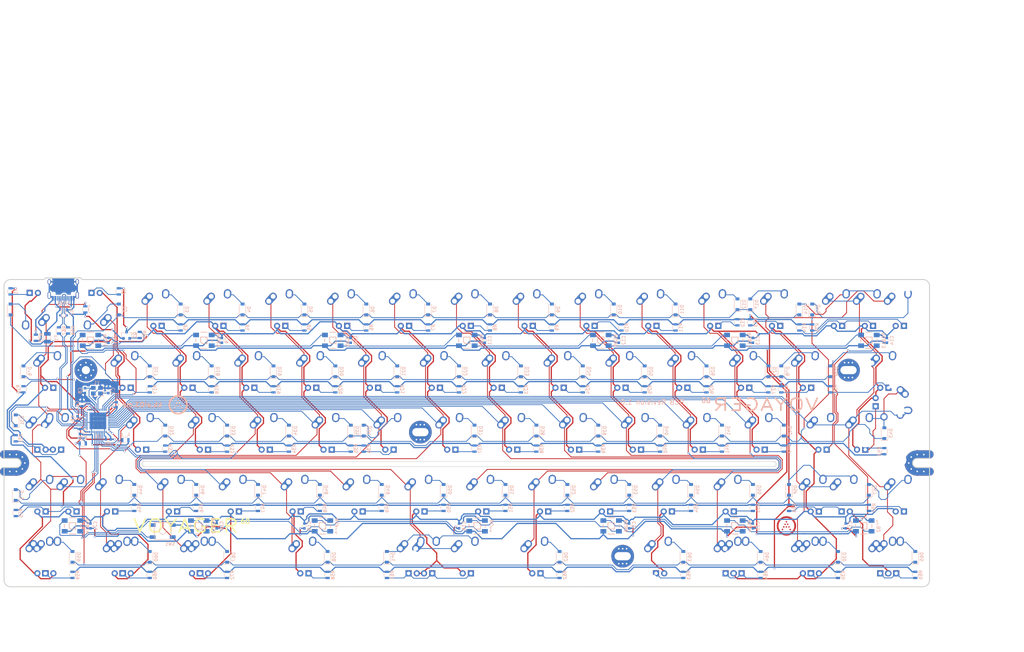
<source format=kicad_pcb>
(kicad_pcb (version 20221018) (generator pcbnew)
  (layers (0 "F.Cu" signal) (31 "B.Cu" signal) (34 "B.Paste" user) (35 "F.Paste" user) (36 "B.SilkS" user "B.Silkscreen") (37 "F.SilkS" user "F.Silkscreen") (38 "B.Mask" user) (39 "F.Mask" user) (44 "Edge.Cuts" user))
  (net 0 "")
  (net 1 "Net-(D1-Pad2)")
  (net 2 "Net-(D2-Pad2)")
  (net 3 "Net-(D3-Pad2)")
  (net 4 "Net-(D4-Pad2)")
  (net 5 "Net-(D5-Pad2)")
  (net 6 "Net-(D6-Pad2)")
  (net 7 "Net-(D7-Pad2)")
  (net 8 "Net-(D8-Pad2)")
  (net 9 "Net-(D9-Pad2)")
  (net 10 "Net-(D10-Pad2)")
  (net 11 "Net-(D11-Pad2)")
  (net 12 "Net-(D12-Pad2)")
  (net 13 "Net-(D13-Pad2)")
  (net 14 "Net-(D14-Pad2)")
  (net 15 "Net-(D16-Pad2)")
  (net 16 "Net-(D17-Pad2)")
  (net 17 "Net-(D18-Pad2)")
  (net 18 "Net-(D19-Pad2)")
  (net 19 "Net-(D20-Pad2)")
  (net 20 "Net-(D21-Pad2)")
  (net 21 "Net-(D22-Pad2)")
  (net 22 "Net-(D23-Pad2)")
  (net 23 "Net-(D24-Pad2)")
  (net 24 "Net-(D25-Pad2)")
  (net 25 "Net-(D26-Pad2)")
  (net 26 "Net-(D27-Pad2)")
  (net 27 "Net-(D28-Pad2)")
  (net 28 "Net-(D29-Pad2)")
  (net 29 "Net-(D30-Pad2)")
  (net 30 "Net-(D31-Pad2)")
  (net 31 "Net-(D32-Pad2)")
  (net 32 "Net-(D33-Pad2)")
  (net 33 "Net-(D34-Pad2)")
  (net 34 "Net-(D35-Pad2)")
  (net 35 "Net-(D36-Pad2)")
  (net 36 "Net-(D37-Pad2)")
  (net 37 "Net-(D38-Pad2)")
  (net 38 "Net-(D39-Pad2)")
  (net 39 "Net-(D40-Pad2)")
  (net 40 "Net-(D41-Pad2)")
  (net 41 "Net-(D42-Pad2)")
  (net 42 "Net-(D43-Pad2)")
  (net 43 "Net-(D44-Pad2)")
  (net 44 "Net-(D45-Pad2)")
  (net 45 "Net-(D46-Pad2)")
  (net 46 "Net-(D47-Pad2)")
  (net 47 "Net-(D48-Pad2)")
  (net 48 "Net-(D49-Pad2)")
  (net 49 "Net-(D50-Pad2)")
  (net 50 "Net-(D51-Pad2)")
  (net 51 "Net-(D52-Pad2)")
  (net 52 "Net-(D53-Pad2)")
  (net 53 "Net-(D54-Pad2)")
  (net 54 "Net-(D55-Pad2)")
  (net 55 "Net-(D56-Pad2)")
  (net 56 "Net-(D57-Pad2)")
  (net 57 "Net-(D58-Pad2)")
  (net 58 "Net-(D59-Pad2)")
  (net 59 "Net-(D60-Pad2)")
  (net 60 "Net-(D61-Pad2)")
  (net 61 "Net-(D62-Pad2)")
  (net 62 "Net-(D63-Pad2)")
  (net 63 "Net-(D64-Pad2)")
  (net 64 "Net-(D65-Pad2)")
  (net 65 "Net-(K_#1-Pad4)")
  (net 66 "Net-(K_#2-Pad4)")
  (net 67 "Net-(K_#3-Pad4)")
  (net 68 "Net-(K_#4-Pad4)")
  (net 69 "Net-(K_#5-Pad4)")
  (net 70 "Net-(K_#6-Pad4)")
  (net 71 "Net-(K_#7-Pad4)")
  (net 72 "Net-(K_#8-Pad4)")
  (net 73 "Net-(K_#9-Pad4)")
  (net 74 "Net-(K_#10-Pad4)")
  (net 75 "Net-(K_'1-Pad4)")
  (net 76 "Net-(K_,1-Pad4)")
  (net 77 "Net-(K_-1-Pad4)")
  (net 78 "Net-(K_.1-Pad4)")
  (net 79 "Net-(K_/1-Pad4)")
  (net 80 "Net-(K_;1-Pad4)")
  (net 81 "Net-(K_=1-Pad4)")
  (net 82 "Net-(K_A1-Pad4)")
  (net 83 "Net-(K_ALT1-Pad4)")
  (net 84 "Net-(K_B1-Pad4)")
  (net 85 "Net-(K_BACK1-Pad4)")
  (net 86 "Net-(K_C1-Pad4)")
  (net 87 "Net-(K_CAPS1-Pad4)")
  (net 88 "Net-(K_CTRL1-Pad4)")
  (net 89 "Net-(K_D1-Pad4)")
  (net 90 "Net-(K_E1-Pad4)")
  (net 91 "Net-(K_ENTER1-Pad4)")
  (net 92 "Net-(K_ESC1-Pad4)")
  (net 93 "Net-(K_F1-Pad4)")
  (net 94 "Net-(K_G1-Pad4)")
  (net 95 "Net-(K_H1-Pad4)")
  (net 96 "Net-(K_I1-Pad4)")
  (net 97 "Net-(K_J1-Pad4)")
  (net 98 "Net-(K_K1-Pad4)")
  (net 99 "Net-(K_L1-Pad4)")
  (net 100 "Net-(K_M1-Pad4)")
  (net 101 "Net-(K_N1-Pad4)")
  (net 102 "Net-(K_O1-Pad4)")
  (net 103 "Net-(K_P1-Pad4)")
  (net 104 "Net-(K_Q1-Pad4)")
  (net 105 "Net-(K_R1-Pad4)")
  (net 106 "Net-(K_S1-Pad4)")
  (net 107 "Net-(K_SHIFT1-Pad4)")
  (net 108 "Net-(K_SPACE1-Pad4)")
  (net 109 "Net-(K_T1-Pad4)")
  (net 110 "Net-(K_TAB1-Pad4)")
  (net 111 "Net-(K_U1-Pad4)")
  (net 112 "Net-(K_V1-Pad4)")
  (net 113 "Net-(K_W1-Pad4)")
  (net 114 "Net-(K_X1-Pad4)")
  (net 115 "Net-(K_Y1-Pad4)")
  (net 116 "Net-(K_Z1-Pad4)")
  (net 117 "Net-(K_[1-Pad4)")
  (net 118 "Net-(K_\\1-Pad4)")
  (net 119 "Net-(K_]1-Pad4)")
  (net 120 "ROW0")
  (net 121 "ROW1")
  (net 122 "ROW2")
  (net 123 "ROW3")
  (net 124 "ROW4")
  (net 125 "COL1")
  (net 126 "+5V")
  (net 127 "COL2")
  (net 128 "COL3")
  (net 129 "COL4")
  (net 130 "COL5")
  (net 131 "COL6")
  (net 132 "COL7")
  (net 133 "COL8")
  (net 134 "COL9")
  (net 135 "COL10")
  (net 136 "COL11")
  (net 137 "COL12")
  (net 138 "COL13")
  (net 139 "COL0")
  (net 140 "LEDGND")
  (net 141 "GND")
  (net 142 "Net-(R68-Pad2)")
  (net 143 "Net-(R67-Pad2)")
  (net 144 "VCC")
  (net 145 "Net-(C6-Pad1)")
  (net 146 "Net-(C7-Pad1)")
  (net 147 "Net-(C8-Pad1)")
  (net 148 "D-")
  (net 149 "D+")
  (net 150 "Net-(Q1-Pad1)")
  (net 151 "Net-(R69-Pad2)")
  (net 152 "Net-(R70-Pad2)")
  (net 153 "Net-(R71-Pad2)")
  (net 154 "Net-(U1-Pad1)")
  (net 155 "Net-(U1-Pad8)")
  (net 156 "Net-(U1-Pad42)")
  (net 157 "Net-(D67-Pad2)")
  (net 158 "Net-(R73-Pad2)")
  (net 159 "Net-(R74-Pad2)")
  (net 160 "Net-(USB1-Pad9)")
  (net 161 "Net-(USB1-Pad3)")
  (net 162 "Net-(D68-Pad2)")
  (net 163 "Net-(K_SBACK2-Pad4)")
  (net 164 "Net-(K_RALT2-Pad4)")
  (net 165 "Net-(K_RALT3-Pad4)")
  (net 166 "Net-(K_RCTRL2-Pad4)")
  (net 167 "Net-(K_RMENU2-Pad4)")
  (net 168 "Net-(K_WIN1-Pad4)")
  (net 169 "Net-(K_RSHIFT1-Pad4)")
  (net 170 "Net-(K_SRSHIFT2-Pad4)")
  (net 171 "Net-(K_SHIFT3-Pad4)")
  (net 172 "Net-(K_SPACE3-Pad4)")
  (net 173 "Net-(K_SPACE4-Pad4)")
  (net 174 "Net-(U1-Pad18)")
  (net 175 "Net-(U1-Pad19)")
  (net 176 "Net-(RGB1-Pad2)")
  (net 177 "RGBLED")
  (net 178 "Net-(RGB13-Pad2)")
  (net 179 "Net-(RGB2-Pad2)")
  (net 180 "Net-(RGB3-Pad2)")
  (net 181 "Net-(RGB4-Pad2)")
  (net 182 "Net-(RGB5-Pad2)")
  (net 183 "Net-(RGB6-Pad2)")
  (net 184 "Net-(RGB7-Pad2)")
  (net 185 "Net-(RGB10-Pad4)")
  (net 186 "Net-(RGB11-Pad4)")
  (net 187 "Net-(RGB10-Pad2)")
  (net 188 "Net-(RGB11-Pad2)")
  (net 189 "Net-(RGB12-Pad2)")
  (net 190 "Net-(RGB14-Pad2)")
  (footprint "locallib:60_Outline-Modded" (layer "F.Cu") (at 165.1 69.85)
    (fp_text reference "REF**" hide)
    (fp_text value "60_Outline" hide)
    (fp_line (start -142.5 7.8) (end -142.5 -45.3) (stroke (width 0.3)) (layer "Edge.Cuts"))
    (fp_line (start -142.5 10.6) (end -138.7 10.6) (stroke (width 0.3)) (layer "Edge.Cuts"))
    (fp_line (start -142.5 45.3) (end -142.5 10.6) (stroke (width 0.3)) (layer "Edge.Cuts"))
    (fp_line (start -140.5 -47.3) (end -130.3 -47.3) (stroke (width 0.3)) (layer "Edge.Cuts"))
    (fp_line (start -140.5 47.3) (end 140.5 47.3) (stroke (width 0.3)) (layer "Edge.Cuts"))
    (fp_line (start -138.7 7.8) (end -142.5 7.8) (stroke (width 0.3)) (layer "Edge.Cuts"))
    (fp_line (start -129.8 -47.8) (end -118.8 -47.8) (stroke (width 0.3)) (layer "Edge.Cuts"))
    (fp_line (start 138.7 7.8) (end 142.5 7.8) (stroke (width 0.3)) (layer "Edge.Cuts"))
    (fp_line (start 138.7 10.6) (end 142.5 10.6) (stroke (width 0.3)) (layer "Edge.Cuts"))
    (fp_line (start 140.5 -47.3) (end -118.3 -47.3) (stroke (width 0.3)) (layer "Edge.Cuts"))
    (fp_line (start 142.5 7.8) (end 142.5 -45.3) (stroke (width 0.3)) (layer "Edge.Cuts"))
    (fp_line (start 142.5 10.6) (end 142.5 45.3) (stroke (width 0.3)) (layer "Edge.Cuts"))
    (fp_arc (start -142.5 -45.3) (mid -141.914214 -46.714214) (end -140.5 -47.3) (stroke (width 0.3)) (layer "Edge.Cuts"))
    (fp_arc (start -140.5 47.3) (mid -141.914214 46.714214) (end -142.5 45.3) (stroke (width 0.3)) (layer "Edge.Cuts"))
    (fp_arc (start -138.7 7.8) (mid -137.710051 8.210051) (end -137.3 9.2) (stroke (width 0.3)) (layer "Edge.Cuts"))
    (fp_arc (start -137.3 9.2) (mid -137.710051 10.189949) (end -138.7 10.6) (stroke (width 0.3)) (layer "Edge.Cuts"))
    (fp_arc (start -129.8 -47.8) (mid -129.946447 -47.446447) (end -130.3 -47.3) (stroke (width 0.3)) (layer "Edge.Cuts"))
    (fp_arc (start -118.3 -47.3) (mid -118.653553 -47.446447) (end -118.8 -47.8) (stroke (width 0.3)) (layer "Edge.Cuts"))
    (fp_arc (start 137.3 9.2) (mid 137.710051 8.210051) (end 138.7 7.8) (stroke (width 0.3)) (layer "Edge.Cuts"))
    (fp_arc (start 138.7 10.6) (mid 137.710051 10.189949) (end 137.3 9.2) (stroke (width 0.3)) (layer "Edge.Cuts"))
    (fp_arc (start 140.5 -47.3) (mid 141.914214 -46.714214) (end 142.5 -45.3) (stroke (width 0.3)) (layer "Edge.Cuts"))
    (fp_arc (start 142.5 45.3) (mid 141.914214 46.714214) (end 140.5 47.3) (stroke (width 0.3)) (layer "Edge.Cuts"))
  )
  (footprint "MX_Alps_Hybrid:MX-1U" (layer "F.Cu") (at 207.9625 88.9)
    (fp_text reference "K_,1")
    (fp_text value "MX-1U")
  )
  (footprint "MX_Alps_Hybrid:MX-1U" (layer "F.Cu") (at 227.0125 88.9)
    (fp_text reference "K_.1")
    (fp_text value "MX-1U")
  )
  (footprint "MX_Alps_Hybrid:MX-1U" (layer "F.Cu") (at 50.8 31.75 180)
    (fp_text reference "K_#1")
    (fp_text value "MX-1U")
  )
  (footprint "MX_Alps_Hybrid:MX-1U" (layer "F.Cu") (at 69.85 31.75)
    (fp_text reference "K_#2")
    (fp_text value "MX-1U")
  )
  (footprint "MX_Alps_Hybrid:MX-1U" (layer "F.Cu") (at 88.9 31.75)
    (fp_text reference "K_#3")
    (fp_text value "MX-1U")
  )
  (footprint "MX_Alps_Hybrid:MX-1U" (layer "F.Cu") (at 107.95 31.75)
    (fp_text reference "K_#4")
    (fp_text value "MX-1U")
  )
  (footprint "MX_Alps_Hybrid:MX-1U" (layer "F.Cu") (at 127 31.75)
    (fp_text reference "K_#5")
    (fp_text value "MX-1U")
  )
  (footprint "MX_Alps_Hybrid:MX-1U" (layer "F.Cu") (at 146.05 31.75)
    (fp_text reference "K_#6")
    (fp_text value "MX-1U")
  )
  (footprint "MX_Alps_Hybrid:MX-1U" (layer "F.Cu") (at 165.1 31.75)
    (fp_text reference "K_#7")
    (fp_text value "MX-1U")
  )
  (footprint "MX_Alps_Hybrid:MX-1U" (layer "F.Cu") (at 184.15 31.75)
    (fp_text reference "K_#8")
    (fp_text value "MX-1U")
  )
  (footprint "MX_Alps_Hybrid:MX-1U" (layer "F.Cu") (at 203.2 31.75)
    (fp_text reference "K_#9")
    (fp_text value "MX-1U")
  )
  (footprint "MX_Alps_Hybrid:MX-1U" (layer "F.Cu") (at 222.25 31.75)
    (fp_text reference "K_#10")
    (fp_text value "MX-1U")
  )
  (footprint "MX_Alps_Hybrid:MX-1U" (layer "F.Cu") (at 255.5875 69.85)
    (fp_text reference "K_'1")
    (fp_text value "MX-1U")
  )
  (footprint "MX_Alps_Hybrid:MX-1U" (layer "F.Cu") (at 241.3 31.75)
    (fp_text reference "K_-1")
    (fp_text value "MX-1U")
  )
  (footprint "MX_Alps_Hybrid:MX-1U" (layer "F.Cu") (at 246.0625 88.9)
    (fp_text reference "K_/1")
    (fp_text value "MX-1U")
  )
  (footprint "MX_Alps_Hybrid:MX-1U" (layer "F.Cu") (at 236.5375 69.85)
    (fp_text reference "K_;1")
    (fp_text value "MX-1U")
  )
  (footprint "MX_Alps_Hybrid:MX-1U" (layer "F.Cu") (at 260.35 31.75)
    (fp_text reference "K_=1")
    (fp_text value "MX-1U")
  )
  (footprint "MX_Alps_Hybrid:MX-1U" (layer "F.Cu") (at 250.825 50.8)
    (fp_text reference "K_[1")
    (fp_text value "MX-1U")
  )
  (footprint "MX_Alps_Hybrid:MX-1.5U" (layer "F.Cu") (at 293.6875 50.8)
    (fp_text reference "K_\\1")
    (fp_text value "MX-1.5U")
  )
  (footprint "MX_Alps_Hybrid:MX-1U" (layer "F.Cu") (at 274.6375 69.85)
    (fp_text reference "K_\\2")
    (fp_text value "MX-1U")
  )
  (footprint "MX_Alps_Hybrid:MX-1U" (layer "F.Cu") (at 269.875 50.8)
    (fp_text reference "K_]1")
    (fp_text value "MX-1U")
  )
  (footprint "MX_Alps_Hybrid:MX-1U" (layer "F.Cu") (at 65.0875 69.85)
    (fp_text reference "K_A1")
    (fp_text value "MX-1U")
  )
  (footprint "MX_Alps_Hybrid:MX-1.25U" (layer "F.Cu") (at 81.75625 107.95)
    (fp_text reference "K_ALT1")
    (fp_text value "MX-1.25U")
  )
  (footprint "MX_Alps_Hybrid:MX-1.5U-FLIPPED" (layer "F.Cu") (at 84.1375 107.95)
    (fp_text reference "K_ALT2")
    (fp_text value "MX-1.5U")
  )
  (footprint "MX_Alps_Hybrid:MX-1U" (layer "F.Cu") (at 150.8125 88.9)
    (fp_text reference "K_B1")
    (fp_text value "MX-1U")
  )
  (footprint "MX_Alps_Hybrid:MX-2U" (layer "F.Cu") (at 288.925 31.75)
    (fp_text reference "K_BACK1")
    (fp_text value "MX-2U")
  )
  (footprint "MX_Alps_Hybrid:MX-1U" (layer "F.Cu") (at 112.7125 88.9)
    (fp_text reference "K_C1")
    (fp_text value "MX-1U")
  )
  (footprint "MX_Alps_Hybrid:MX-1.75U" (layer "F.Cu") (at 38.89375 69.85)
    (fp_text reference "K_CAPS1")
    (fp_text value "MX-1.75U")
  )
  (footprint "MX_Alps_Hybrid:MX-1.25U-FLIPPED" (layer "F.Cu") (at 34.13125 69.85)
    (fp_text reference "K_CAPS2")
    (fp_text value "MX-1.25U")
  )
  (footprint "MX_Alps_Hybrid:MX-1.25U" (layer "F.Cu") (at 34.13125 107.95)
    (fp_text reference "K_CTRL1")
    (fp_text value "MX-1.25U")
  )
  (footprint "MX_Alps_Hybrid:MX-1.5U-FLIPPED" (layer "F.Cu") (at 36.5125 107.95)
    (fp_text reference "K_CTRL2")
    (fp_text value "MX-1.5U")
  )
  (footprint "MX_Alps_Hybrid:MX-1U" (layer "F.Cu") (at 103.1875 69.85)
    (fp_text reference "K_D1")
    (fp_text value "MX-1U")
  )
  (footprint "MX_Alps_Hybrid:MX-1U" (layer "F.Cu") (at 98.425 50.8)
    (fp_text reference "K_E1")
    (fp_text value "MX-1U")
  )
  (footprint "MX_Alps_Hybrid:MX-2.25U" (layer "F.Cu") (at 286.54375 69.85)
    (fp_text reference "K_ENTER1")
    (fp_text value "MX-2.25U")
  )
  (footprint "MX_Alps_Hybrid:MX-ISO-ReversedStabilizers" (layer "F.Cu") (at 296.06875 60.325)
    (fp_text reference "K_ENTER2")
    (fp_text value "MX-ISO")
  )
  (footprint "MX_Alps_Hybrid:MX-1U" (layer "F.Cu") (at 31.75 31.75 180)
    (fp_text reference "K_ESC1")
    (fp_text value "MX-1U")
  )
  (footprint "MX_Alps_Hybrid:MX-1U" (layer "F.Cu") (at 122.2375 69.85)
    (fp_text reference "K_F1")
    (fp_text value "MX-1U")
  )
  (footprint "MX_Alps_Hybrid:MX-1U" (layer "F.Cu") (at 141.2875 69.85)
    (fp_text reference "K_G1")
    (fp_text value "MX-1U")
  )
  (footprint "MX_Alps_Hybrid:MX-1U" (layer "F.Cu") (at 160.3375 69.85)
    (fp_text reference "K_H1")
    (fp_text value "MX-1U")
  )
  (footprint "MX_Alps_Hybrid:MX-1U" (layer "F.Cu") (at 193.675 50.8)
    (fp_text reference "K_I1")
    (fp_text value "MX-1U")
  )
  (footprint "MX_Alps_Hybrid:MX-1U" (layer "F.Cu") (at 179.3875 69.85)
    (fp_text reference "K_J1")
    (fp_text value "MX-1U")
  )
  (footprint "MX_Alps_Hybrid:MX-1U" (layer "F.Cu") (at 198.4375 69.85)
    (fp_text reference "K_K1")
    (fp_text value "MX-1U")
  )
  (footprint "MX_Alps_Hybrid:MX-1U" (layer "F.Cu") (at 217.4875 69.85)
    (fp_text reference "K_L1")
    (fp_text value "MX-1U")
  )
  (footprint "MX_Alps_Hybrid:MX-1U" (layer "F.Cu") (at 188.9125 88.9)
    (fp_text reference "K_M1")
    (fp_text value "MX-1U")
  )
  (footprint "MX_Alps_Hybrid:MX-1U" (layer "F.Cu") (at 169.8625 88.9)
    (fp_text reference "K_N1")
    (fp_text value "MX-1U")
  )
  (footprint "MX_Alps_Hybrid:MX-1U" (layer "F.Cu") (at 212.725 50.8)
    (fp_text reference "K_O1")
    (fp_text value "MX-1U")
  )
  (footprint "MX_Alps_Hybrid:MX-1U" (layer "F.Cu") (at 231.775 50.8)
    (fp_text reference "K_P1")
    (fp_text value "MX-1U")
  )
  (footprint "MX_Alps_Hybrid:MX-1U" (layer "F.Cu") (at 60.325 50.8)
    (fp_text reference "K_Q1")
    (fp_text value "MX-1U")
  )
  (footprint "MX_Alps_Hybrid:MX-1U" (layer "F.Cu") (at 117.475 50.8)
    (fp_text reference "K_R1")
    (fp_text value "MX-1U")
  )
  (footprint "MX_Alps_Hybrid:MX-1.25U-FLIPPED" (layer "F.Cu") (at 224.63125 107.95)
    (fp_text reference "K_RALT2")
    (fp_text value "MX-1.25U")
  )
  (footprint "MX_Alps_Hybrid:MX-1.5U-FLIPPED" (layer "F.Cu") (at 246.0625 107.95)
    (fp_text reference "K_RALT3")
    (fp_text value "MX-1.5U")
  )
  (footprint "MX_Alps_Hybrid:MX-1.25U" (layer "F.Cu") (at 296.06875 107.95)
    (fp_text reference "K_RCTRL2")
    (fp_text value "MX-1.25U")
  )
  (footprint "MX_Alps_Hybrid:MX-1.5U-FLIPPED" (layer "F.Cu") (at 293.6875 107.95)
    (fp_text reference "K_RCTRL3")
    (fp_text value "MX-1.5U")
  )
  (footprint "MX_Alps_Hybrid:MX-1.25U-FLIPPED" (layer "F.Cu") (at 272.25625 107.95)
    (fp_text reference "K_RMENU2")
    (fp_text value "MX-1.25U")
  )
  (footprint "MX_Alps_Hybrid:MX-2.75U-FLIPPED" (layer "F.Cu") (at 281.78125 88.9)
    (fp_text reference "K_RSHIFT1")
    (fp_text value "MX-2.75U")
  )
  (footprint "MX_Alps_Hybrid:MX-1.25U" (layer "F.Cu") (at 248.44375 107.95)
    (fp_text reference "K_RWIN2")
    (fp_text value "MX-1.25U")
  )
  (footprint "MX_Alps_Hybrid:MX-1U" (layer "F.Cu") (at 269.875 107.95)
    (fp_text reference "K_RWIN3")
    (fp_text value "MX-1U")
  )
  (footprint "MX_Alps_Hybrid:MX-1U" (layer "F.Cu") (at 84.1375 69.85)
    (fp_text reference "K_S1")
    (fp_text value "MX-1U")
  )
  (footprint "MX_Alps_Hybrid:MX-1U" (layer "F.Cu") (at 279.4 31.75)
    (fp_text reference "K_SBACK1")
    (fp_text value "MX-1U")
  )
  (footprint "MX_Alps_Hybrid:MX-1U" (layer "F.Cu") (at 298.45 31.75)
    (fp_text reference "K_SBACK2")
    (fp_text value "MX-1U")
  )
  (footprint "MX_Alps_Hybrid:MX-2.25U" (layer "F.Cu") (at 43.65625 88.9)
    (fp_text reference "K_SHIFT1")
    (fp_text value "MX-2.25U")
  )
  (footprint "MX_Alps_Hybrid:MX-1.25U" (layer "F.Cu") (at 34.13125 88.9)
    (fp_text reference "K_SHIFT2")
    (fp_text value "MX-1.25U")
  )
  (footprint "MX_Alps_Hybrid:MX-1U" (layer "F.Cu") (at 55.5625 88.9)
    (fp_text reference "K_SHIFT3")
    (fp_text value "MX-1U")
  )
  (footprint "MX_Alps_Hybrid:MX-7U-ReversedStabilizers" (layer "F.Cu") (at 165.1 107.95)
    (fp_text reference "K_SPACE1")
    (fp_text value "MX-7U")
  )
  (footprint "MX_Alps_Hybrid:MX-6.25U-ReversedStabilizers" (layer "F.Cu") (at 153.19375 107.95)
    (fp_text reference "K_SPACE2")
    (fp_text value "MX-6.25U")
  )
  (footprint "MX_Alps_Hybrid:MX-2.25U-ReversedStabilizers" (layer "F.Cu") (at 115.09375 107.95)
    (fp_text reference "K_SPACE3")
    (fp_text value "MX-2.25U")
  )
  (footprint "MX_Alps_Hybrid:MX-2.75U-ReversedStabilizers" (layer "F.Cu") (at 186.53125 107.95)
    (fp_text reference "K_SPACE4")
    (fp_text value "MX-2.75U")
  )
  (footprint "MX_Alps_Hybrid:MX-1.25U-FLIPPED" (layer "F.Cu") (at 148.43125 107.95)
    (fp_text reference "K_SPACE5")
    (fp_text value "MX-1.25U")
  )
  (footprint "MX_Alps_Hybrid:MX-1.75U" (layer "F.Cu") (at 272.25625 88.9)
    (fp_text reference "K_SRSHIFT1")
    (fp_text value "MX-1.75U")
  )
  (footprint "MX_Alps_Hybrid:MX-1U" (layer "F.Cu") (at 298.45 88.9)
    (fp_text reference "K_SRSHIFT2")
    (fp_text value "MX-1U")
  )
  (footprint "MX_Alps_Hybrid:MX-1U" (layer "F.Cu") (at 136.525 50.8)
    (fp_text reference "K_T1")
    (fp_text value "MX-1U")
  )
  (footprint "MX_Alps_Hybrid:MX-1.5U" (layer "F.Cu") (at 36.5125 50.8)
    (fp_text reference "K_TAB1")
    (fp_text value "MX-1.5U")
  )
  (footprint "MX_Alps_Hybrid:MX-1U" (layer "F.Cu") (at 174.625 50.8)
    (fp_text reference "K_U1")
    (fp_text value "MX-1U")
  )
  (footprint "MX_Alps_Hybrid:MX-1U" (layer "F.Cu") (at 131.7625 88.9)
    (fp_text reference "K_V1")
    (fp_text value "MX-1U")
  )
  (footprint "MX_Alps_Hybrid:MX-1U" (layer "F.Cu") (at 79.375 50.8)
    (fp_text reference "K_W1")
    (fp_text value "MX-1U")
  )
  (footprint "MX_Alps_Hybrid:MX-1.25U" (layer "F.Cu") (at 57.94375 107.95)
    (fp_text reference "K_WIN1")
    (fp_text value "MX-1.25U")
  )
  (footprint "MX_Alps_Hybrid:MX-1U-FLIPPED" (layer "F.Cu") (at 60.325 107.95)
    (fp_text reference "K_WIN2")
    (fp_text value "MX-1U")
  )
  (footprint "MX_Alps_Hybrid:MX-1U" (layer "F.Cu") (at 93.6625 88.9)
    (fp_text reference "K_X1")
    (fp_text value "MX-1U")
  )
  (footprint "MX_Alps_Hybrid:MX-1U" (layer "F.Cu") (at 155.575 50.8)
    (fp_text reference "K_Y1")
    (fp_text value "MX-1U")
  )
  (footprint "MX_Alps_Hybrid:MX-1U" (layer "F.Cu") (at 74.6125 88.9)
    (fp_text reference "K_Z1")
    (fp_text value "MX-1U")
  )
  (footprint "locallib:ai-ring-6mm-FancyAss" (layer "F.Cu") (at 263.525 98.425)
    (fp_text reference "G***" hide)
    (fp_text value "LOGO" hide)
  )
  (footprint "locallib:ai-ring-6mm-FancyAss-Mask" (layer "F.Cu") (at 263.525 98.425)
    (fp_text reference "G***" hide)
    (fp_text value "LOGO" hide)
  )
  (footprint "Diodes_SMD:D_SOD-123" (layer "B.Cu") (at 24.60625 31.75 90)
    (fp_text reference "D1")
    (fp_text value "SOD-123")
  )
  (footprint "Diodes_SMD:D_SOD-123" (layer "B.Cu") (at 57.94375 31.75 90)
    (fp_text reference "D2")
    (fp_text value "SOD-123")
  )
  (footprint "Diodes_SMD:D_SOD-123" (layer "B.Cu") (at 76.99375 31.75 90)
    (fp_text reference "D3")
    (fp_text value "SOD-123")
  )
  (footprint "Diodes_SMD:D_SOD-123" (layer "B.Cu") (at 96.04375 31.75 90)
    (fp_text reference "D4")
    (fp_text value "SOD-123")
  )
  (footprint "Diodes_SMD:D_SOD-123" (layer "B.Cu") (at 115.09375 31.75 90)
    (fp_text reference "D5")
    (fp_text value "SOD-123")
  )
  (footprint "Diodes_SMD:D_SOD-123" (layer "B.Cu") (at 134.14375 31.75 90)
    (fp_text reference "D6")
    (fp_text value "SOD-123")
  )
  (footprint "Diodes_SMD:D_SOD-123" (layer "B.Cu") (at 153.19375 31.75 90)
    (fp_text reference "D7")
    (fp_text value "SOD-123")
  )
  (footprint "Diodes_SMD:D_SOD-123" (layer "B.Cu") (at 172.24375 31.75 90)
    (fp_text reference "D8")
    (fp_text value "SOD-123")
  )
  (footprint "Diodes_SMD:D_SOD-123" (layer "B.Cu") (at 191.29375 31.75 90)
    (fp_text reference "D9")
    (fp_text value "SOD-123")
  )
  (footprint "Diodes_SMD:D_SOD-123" (layer "B.Cu") (at 210.34375 31.75 90)
    (fp_text reference "D10")
    (fp_text value "SOD-123")
  )
  (footprint "Diodes_SMD:D_SOD-123" (layer "B.Cu") (at 229.39375 31.75 90)
    (fp_text reference "D11")
    (fp_text value "SOD-123")
  )
  (footprint "Diodes_SMD:D_SOD-123" (layer "B.Cu") (at 248.44375 30.1625 90)
    (fp_text reference "D12")
    (fp_text value "SOD-123")
  )
  (footprint "Diodes_SMD:D_SOD-123" (layer "B.Cu") (at 252.4125 30.1625 90)
    (fp_text reference "D13")
    (fp_text value "SOD-123")
  )
  (footprint "Diodes_SMD:D_SOD-123" (layer "B.Cu") (at 267.49375 31.75 90)
    (fp_text reference "D14")
    (fp_text value "SOD-123")
  )
  (footprint "Diodes_SMD:D_SOD-123" (layer "B.Cu") (at 28.575 50.8 90)
    (fp_text reference "D16")
    (fp_text value "SOD-123")
  )
  (footprint "Diodes_SMD:D_SOD-123" (layer "B.Cu") (at 67.46875 50.8 90)
    (fp_text reference "D17")
    (fp_text value "SOD-123")
  )
  (footprint "Diodes_SMD:D_SOD-123" (layer "B.Cu") (at 86.51875 50.8 90)
    (fp_text reference "D18")
    (fp_text value "SOD-123")
  )
  (footprint "Diodes_SMD:D_SOD-123" (layer "B.Cu") (at 105.56875 50.8 90)
    (fp_text reference "D19")
    (fp_text value "SOD-123")
  )
  (footprint "Diodes_SMD:D_SOD-123" (layer "B.Cu") (at 124.61875 50.8 90)
    (fp_text reference "D20")
    (fp_text value "SOD-123")
  )
  (footprint "Diodes_SMD:D_SOD-123" (layer "B.Cu") (at 143.66875 50.8 90)
    (fp_text reference "D21")
    (fp_text value "SOD-123")
  )
  (footprint "Diodes_SMD:D_SOD-123" (layer "B.Cu") (at 162.71875 50.8 90)
    (fp_text reference "D22")
    (fp_text value "SOD-123")
  )
  (footprint "Diodes_SMD:D_SOD-123" (layer "B.Cu") (at 181.76875 50.8 90)
    (fp_text reference "D23")
    (fp_text value "SOD-123")
  )
  (footprint "Diodes_SMD:D_SOD-123" (layer "B.Cu") (at 200.81875 50.8 90)
    (fp_text reference "D24")
    (fp_text value "SOD-123")
  )
  (footprint "Diodes_SMD:D_SOD-123" (layer "B.Cu") (at 219.86875 50.8 90)
    (fp_text reference "D25")
    (fp_text value "SOD-123")
  )
  (footprint "Diodes_SMD:D_SOD-123" (layer "B.Cu") (at 238.91875 50.8 90)
    (fp_text reference "D26")
    (fp_text value "SOD-123")
  )
  (footprint "Diodes_SMD:D_SOD-123" (layer "B.Cu") (at 257.96875 50.8 90)
    (fp_text reference "D27")
    (fp_text value "SOD-123")
  )
  (footprint "Diodes_SMD:D_SOD-123" (layer "B.Cu") (at 261.9375 50.8 90)
    (fp_text reference "D28")
    (fp_text value "SOD-123")
  )
  (footprint "Diodes_SMD:D_SOD-123" (layer "B.Cu") (at 277.01875 50.8 90)
    (fp_text reference "D29")
    (fp_text value "SOD-123")
  )
  (footprint "Diodes_SMD:D_SOD-123" (layer "B.Cu") (at 279.4 107.95 90)
    (fp_text reference "D30")
    (fp_text value "SOD-123")
  )
  (footprint "Diodes_SMD:D_SOD-123" (layer "B.Cu") (at 26.19375 65.88125 90)
    (fp_text reference "D31")
    (fp_text value "SOD-123")
  )
  (footprint "Diodes_SMD:D_SOD-123" (layer "B.Cu") (at 72.23125 69.05625 90)
    (fp_text reference "D32")
    (fp_text value "SOD-123")
  )
  (footprint "Diodes_SMD:D_SOD-123" (layer "B.Cu") (at 91.28125 69.05625 90)
    (fp_text reference "D33")
    (fp_text value "SOD-123")
  )
  (footprint "Diodes_SMD:D_SOD-123" (layer "B.Cu") (at 110.33125 69.05625 90)
    (fp_text reference "D34")
    (fp_text value "SOD-123")
  )
  (footprint "Diodes_SMD:D_SOD-123" (layer "B.Cu") (at 129.38125 69.05625 90)
    (fp_text reference "D35")
    (fp_text value "SOD-123")
  )
  (footprint "Diodes_SMD:D_SOD-123" (layer "B.Cu") (at 133.35 69.05625 90)
    (fp_text reference "D36")
    (fp_text value "SOD-123")
  )
  (footprint "Diodes_SMD:D_SOD-123" (layer "B.Cu") (at 167.48125 69.05625 90)
    (fp_text reference "D37")
    (fp_text value "SOD-123")
  )
  (footprint "Diodes_SMD:D_SOD-123" (layer "B.Cu") (at 186.53125 69.05625 90)
    (fp_text reference "D38")
    (fp_text value "SOD-123")
  )
  (footprint "Diodes_SMD:D_SOD-123" (layer "B.Cu") (at 205.58125 69.05625 90)
    (fp_text reference "D39")
    (fp_text value "SOD-123")
  )
  (footprint "Diodes_SMD:D_SOD-123" (layer "B.Cu") (at 224.63125 69.05625 90)
    (fp_text reference "D40")
    (fp_text value "SOD-123")
  )
  (footprint "Diodes_SMD:D_SOD-123" (layer "B.Cu") (at 243.68125 69.05625 90)
    (fp_text reference "D41")
    (fp_text value "SOD-123")
  )
  (footprint "Diodes_SMD:D_SOD-123" (layer "B.Cu") (at 262.73125 69.05625 90)
    (fp_text reference "D42")
    (fp_text value "SOD-123")
  )
  (footprint "Diodes_SMD:D_SOD-123" (layer "B.Cu") (at 26.19375 88.9 90)
    (fp_text reference "D45")
    (fp_text value "SOD-123")
  )
  (footprint "Diodes_SMD:D_SOD-123" (layer "B.Cu") (at 81.75625 87.3125 90)
    (fp_text reference "D46")
    (fp_text value "SOD-123")
  )
  (footprint "Diodes_SMD:D_SOD-123" (layer "B.Cu") (at 119.85625 87.3125 90)
    (fp_text reference "D48")
    (fp_text value "SOD-123")
  )
  (footprint "Diodes_SMD:D_SOD-123" (layer "B.Cu") (at 138.90625 87.3125 90)
    (fp_text reference "D49")
    (fp_text value "SOD-123")
  )
  (footprint "Diodes_SMD:D_SOD-123" (layer "B.Cu") (at 157.95625 87.3125 90)
    (fp_text reference "D50")
    (fp_text value "SOD-123")
  )
  (footprint "Diodes_SMD:D_SOD-123" (layer "B.Cu") (at 177.00625 87.3125 90)
    (fp_text reference "D51")
    (fp_text value "SOD-123")
  )
  (footprint "Diodes_SMD:D_SOD-123" (layer "B.Cu") (at 196.05625 87.3125 90)
    (fp_text reference "D52")
    (fp_text value "SOD-123")
  )
  (footprint "Diodes_SMD:D_SOD-123" (layer "B.Cu") (at 215.10625 87.3125 90)
    (fp_text reference "D53")
    (fp_text value "SOD-123")
  )
  (footprint "Diodes_SMD:D_SOD-123" (layer "B.Cu") (at 234.15625 87.3125 90)
    (fp_text reference "D54")
    (fp_text value "SOD-123")
  )
  (footprint "Diodes_SMD:D_SOD-123" (layer "B.Cu") (at 253.20625 87.3125 90)
    (fp_text reference "D55")
    (fp_text value "SOD-123")
  )
  (footprint "Diodes_SMD:D_SOD-123" (layer "B.Cu") (at 264.31875 87.3125 90)
    (fp_text reference "D56")
    (fp_text value "SOD-123")
  )
  (footprint "Diodes_SMD:D_SOD-123" (layer "B.Cu") (at 288.925 87.3125 90)
    (fp_text reference "D57")
    (fp_text value "SOD-123")
  )
  (footprint "Diodes_SMD:D_SOD-123" (layer "B.Cu") (at 43.65625 107.95 90)
    (fp_text reference "D59")
    (fp_text value "SOD-123")
  )
  (footprint "Diodes_SMD:D_SOD-123" (layer "B.Cu") (at 67.46875 107.95 90)
    (fp_text reference "D60")
    (fp_text value "SOD-123")
  )
  (footprint "Diodes_SMD:D_SOD-123" (layer "B.Cu") (at 140.49375 107.95 90)
    (fp_text reference "D61")
    (fp_text value "SOD-123")
  )
  (footprint "Diodes_SMD:D_SOD-123" (layer "B.Cu") (at 231.775 107.95 90)
    (fp_text reference "D63")
    (fp_text value "SOD-123")
  )
  (footprint "Diodes_SMD:D_SOD-123" (layer "B.Cu") (at 255.5875 107.95 90)
    (fp_text reference "D64")
    (fp_text value "SOD-123")
  )
  (footprint "Diodes_SMD:D_SOD-123" (layer "B.Cu") (at 303.2125 107.95 90)
    (fp_text reference "D65")
    (fp_text value "SOD-123")
  )
  (footprint "Diodes_SMD:D_SOD-123" (layer "B.Cu") (at 91.28125 107.95 90)
    (fp_text reference "D67")
    (fp_text value "SOD-123")
  )
  (footprint "Diodes_SMD:D_SOD-123" (layer "B.Cu") (at 271.4625 31.75 90)
    (fp_text reference "D68")
    (fp_text value "SOD-123")
  )
  (footprint "Fuse_Holders_and_Fuses:Fuse_SMD1206_Reflow" (layer "B.Cu") (at 35.941 40.48125 90)
    (fp_text reference "F1")
    (fp_text value "500mA")
  )
  (footprint "TO_SOT_Packages_SMD:SOT-23" (layer "B.Cu") (at 60.325 39.6875 90)
    (fp_text reference "Q1")
    (fp_text value "2N7002")
  )
  (footprint "Resistors_SMD:R_0805" (layer "B.Cu") (at 24.60625 26.19375 90)
    (fp_text reference "R1")
    (fp_text value "1k")
  )
  (footprint "Resistors_SMD:R_0805" (layer "B.Cu") (at 57.94375 26.19375 90)
    (fp_text reference "R2")
    (fp_text value "1k")
  )
  (footprint "Resistors_SMD:R_0805" (layer "B.Cu") (at 76.99375 37.30625 90)
    (fp_text reference "R3")
    (fp_text value "1k")
  )
  (footprint "Resistors_SMD:R_0805" (layer "B.Cu") (at 96.04375 37.30625 90)
    (fp_text reference "R4")
    (fp_text value "1k")
  )
  (footprint "Resistors_SMD:R_0805" (layer "B.Cu") (at 115.09375 37.30625 90)
    (fp_text reference "R5")
    (fp_text value "1k")
  )
  (footprint "Resistors_SMD:R_0805" (layer "B.Cu") (at 134.14375 37.30625 90)
    (fp_text reference "R6")
    (fp_text value "1k")
  )
  (footprint "Resistors_SMD:R_0805" (layer "B.Cu") (at 153.19375 37.30625 90)
    (fp_text reference "R7")
    (fp_text value "1k")
  )
  (footprint "Resistors_SMD:R_0805" (layer "B.Cu") (at 172.24375 37.30625 90)
    (fp_text reference "R8")
    (fp_text value "1k")
  )
  (footprint "Resistors_SMD:R_0805" (layer "B.Cu") (at 191.29375 37.30625 90)
    (fp_text reference "R9")
    (fp_text value "1k")
  )
  (footprint "Resistors_SMD:R_0805" (layer "B.Cu") (at 212.725 37.30625 90)
    (fp_text reference "R10")
    (fp_text value "1k")
  )
  (footprint "Resistors_SMD:R_0805" (layer "B.Cu") (at 229.39375 37.30625 90)
    (fp_text reference "R11")
    (fp_text value "1k")
  )
  (footprint "Resistors_SMD:R_0805" (layer "B.Cu") (at 248.44375 35.71875 90)
    (fp_text reference "R12")
    (fp_text value "1k")
  )
  (footprint "Resistors_SMD:R_0805" (layer "B.Cu") (at 252.4125 35.71875 90)
    (fp_text reference "R13")
    (fp_text value "1k")
  )
  (footprint "Resistors_SMD:R_0805" (layer "B.Cu") (at 267.49375 37.30625 90)
    (fp_text reference "R14")
    (fp_text value "1k")
  )
  (footprint "Resistors_SMD:R_0805" (layer "B.Cu") (at 28.575 56.35625 -90)
    (fp_text reference "R16")
    (fp_text value "1k")
  )
  (footprint "Resistors_SMD:R_0805" (layer "B.Cu") (at 67.46875 56.35625 90)
    (fp_text reference "R17")
    (fp_text value "1k")
  )
  (footprint "Resistors_SMD:R_0805" (layer "B.Cu") (at 86.51875 56.35625 90)
    (fp_text reference "R18")
    (fp_text value "1k")
  )
  (footprint "Resistors_SMD:R_0805" (layer "B.Cu") (at 105.56875 56.35625 90)
    (fp_text reference "R19")
    (fp_text value "1k")
  )
  (footprint "Resistors_SMD:R_0805" (layer "B.Cu") (at 124.61875 56.35625 90)
    (fp_text reference "R20")
    (fp_text value "1k")
  )
  (footprint "Resistors_SMD:R_0805" (layer "B.Cu") (at 143.66875 56.35625 90)
    (fp_text reference "R21")
    (fp_text value "1k")
  )
  (footprint "Resistors_SMD:R_0805" (layer "B.Cu") (at 162.71875 56.35625 90)
    (fp_text reference "R22")
    (fp_text value "1k")
  )
  (footprint "Resistors_SMD:R_0805" (layer "B.Cu") (at 181.76875 56.35625 90)
    (fp_text reference "R23")
    (fp_text value "1k")
  )
  (footprint "Resistors_SMD:R_0805" (layer "B.Cu") (at 200.81875 56.35625 90)
    (fp_text reference "R24")
    (fp_text value "1k")
  )
  (footprint "Resistors_SMD:R_0805" (layer "B.Cu") (at 219.86875 56.35625 90)
    (fp_text reference "R25")
    (fp_text value "1k")
  )
  (footprint "Resistors_SMD:R_0805" (layer "B.Cu") (at 238.91875 56.35625 90)
    (fp_text reference "R26")
    (fp_text value "1k")
  )
  (footprint "Resistors_SMD:R_0805" (layer "B.Cu") (at 257.96875 56.35625 90)
    (fp_text reference "R27")
    (fp_text value "1k")
  )
  (footprint "Resistors_SMD:R_0805" (layer "B.Cu") (at 261.9375 56.35625 90)
    (fp_text reference "R28")
    (fp_text value "1k")
  )
  (footprint "Resistors_SMD:R_0805" (layer "B.Cu") (at 277.01875 56.35625 90)
    (fp_text reference "R29")
    (fp_text value "1k")
  )
  (footprint "Resistors_SMD:R_0805" (layer "B.Cu") (at 279.4 113.50625 90)
    (fp_text reference "R30")
    (fp_text value "1k")
  )
  (footprint "Resistors_SMD:R_0805" (layer "B.Cu") (at 26.19375 71.4375 90)
    (fp_text reference "R31")
    (fp_text value "1k")
  )
  (footprint "Resistors_SMD:R_0805" (layer "B.Cu") (at 72.23125 74.6125 90)
    (fp_text reference "R32")
    (fp_text value "1k")
  )
  (footprint "Resistors_SMD:R_0805" (layer "B.Cu") (at 91.28125 74.6125 90)
    (fp_text reference "R33")
    (fp_text value "1k")
  )
  (footprint "Resistors_SMD:R_0805" (layer "B.Cu") (at 110.33125 74.6125 90)
    (fp_text reference "R34")
    (fp_text value "1k")
  )
  (footprint "Resistors_SMD:R_0805" (layer "B.Cu") (at 129.38125 74.6125 90)
    (fp_text reference "R35")
    (fp_text value "1k")
  )
  (footprint "Resistors_SMD:R_0805" (layer "B.Cu") (at 133.35 74.6125 90)
    (fp_text reference "R36")
    (fp_text value "1k")
  )
  (footprint "Resistors_SMD:R_0805" (layer "B.Cu") (at 167.48125 74.6125 90)
    (fp_text reference "R37")
    (fp_text value "1k")
  )
  (footprint "Resistors_SMD:R_0805" (layer "B.Cu") (at 186.53125 74.6125 90)
    (fp_text reference "R38")
    (fp_text value "1k")
  )
  (footprint "Resistors_SMD:R_0805" (layer "B.Cu") (at 205.58125 74.6125 90)
    (fp_text reference "R39")
    (fp_text value "1k")
  )
  (footprint "Resistors_SMD:R_0805" (layer "B.Cu") (at 224.63125 74.6125 90)
    (fp_text reference "R40")
    (fp_text value "1k")
  )
  (footprint "Resistors_SMD:R_0805" (layer "B.Cu") (at 243.68125 74.6125 90)
    (fp_text reference "R41")
    (fp_text value "1k")
  )
  (footprint "Resistors_SMD:R_0805" (layer "B.Cu") (at 262.73125 74.6125 90)
    (fp_text reference "R42")
    (fp_text value "1k")
  )
  (footprint "Resistors_SMD:R_0805" (layer "B.Cu") (at 293.6875 75.40625 -90)
    (fp_text reference "R43")
    (fp_text value "1k")
  )
  (footprint "Resistors_SMD:R_0805" (layer "B.Cu") (at 26.19375 94.45625 90)
    (fp_text reference "R45")
    (fp_text value "1k")
  )
  (footprint "Resistors_SMD:R_0805" (layer "B.Cu") (at 81.75625 92.86875 90)
    (fp_text reference "R46")
    (fp_text value "1k")
  )
  (footprint "Resistors_SMD:R_0805" (layer "B.Cu") (at 100.80625 92.86875 90)
    (fp_text reference "R47")
    (fp_text value "1k")
  )
  (footprint "Resistors_SMD:R_0805" (layer "B.Cu") (at 119.85625 92.86875 90)
    (fp_text reference "R48")
    (fp_text value "1k")
  )
  (footprint "Resistors_SMD:R_0805" (layer "B.Cu") (at 138.90625 92.86875 90)
    (fp_text reference "R49")
    (fp_text value "1k")
  )
  (footprint "Resistors_SMD:R_0805" (layer "B.Cu") (at 157.95625 92.86875 90)
    (fp_text reference "R50")
    (fp_text value "1k")
  )
  (footprint "Resistors_SMD:R_0805" (layer "B.Cu") (at 177.00625 92.86875 90)
    (fp_text reference "R51")
    (fp_text value "1k")
  )
  (footprint "Resistors_SMD:R_0805" (layer "B.Cu") (at 196.05625 92.86875 90)
    (fp_text reference "R52")
    (fp_text value "1k")
  )
  (footprint "Resistors_SMD:R_0805" (layer "B.Cu") (at 215.10625 92.86875 90)
    (fp_text reference "R53")
    (fp_text value "1k")
  )
  (footprint "Resistors_SMD:R_0805" (layer "B.Cu") (at 234.15625 92.86875 90)
    (fp_text reference "R54")
    (fp_text value "1k")
  )
  (footprint "Resistors_SMD:R_0805" (layer "B.Cu") (at 253.20625 92.86875 90)
    (fp_text reference "R55")
    (fp_text value "1k")
  )
  (footprint "Resistors_SMD:R_0805" (layer "B.Cu") (at 264.31875 92.86875 90)
    (fp_text reference "R56")
    (fp_text value "1k")
  )
  (footprint "Resistors_SMD:R_0805" (layer "B.Cu") (at 288.925 92.86875 90)
    (fp_text reference "R57")
    (fp_text value "1k")
  )
  (footprint "Resistors_SMD:R_0805" (layer "B.Cu") (at 43.65625 113.50625 90)
    (fp_text reference "R59")
    (fp_text value "1k")
  )
  (footprint "Resistors_SMD:R_0805" (layer "B.Cu") (at 67.46875 113.50625 90)
    (fp_text reference "R60")
    (fp_text value "1k")
  )
  (footprint "Resistors_SMD:R_0805" (layer "B.Cu") (at 231.775 113.50625 90)
    (fp_text reference "R63")
    (fp_text value "1k")
  )
  (footprint "Resistors_SMD:R_0805" (layer "B.Cu") (at 255.5875 113.50625 90)
    (fp_text reference "R64")
    (fp_text value "1k")
  )
  (footprint "Resistors_SMD:R_0805" (layer "B.Cu") (at 303.2125 113.50625 90)
    (fp_text reference "R65")
    (fp_text value "1k")
  )
  (footprint "Resistors_SMD:R_0805" (layer "B.Cu") (at 39.497 38.227 90)
    (fp_text reference "R67")
    (fp_text value "22")
  )
  (footprint "Resistors_SMD:R_0805" (layer "B.Cu") (at 42.291 38.227 90)
    (fp_text reference "R68")
    (fp_text value "22")
  )
  (footprint "Resistors_SMD:R_0805" (layer "B.Cu") (at 46.83125 73.025 180)
    (fp_text reference "R70")
    (fp_text value "10k")
  )
  (footprint "Resistors_SMD:R_0805" (layer "B.Cu") (at 59.944 72.009 180)
    (fp_text reference "R71")
    (fp_text value "1k")
  )
  (footprint "Resistors_SMD:R_0805" (layer "B.Cu") (at 91.28125 113.50625 90)
    (fp_text reference "R72")
    (fp_text value "1k")
  )
  (footprint "Resistors_SMD:R_0805" (layer "B.Cu") (at 32.385 40.48125 90)
    (fp_text reference "R73")
    (fp_text value "5.1k")
  )
  (footprint "Resistors_SMD:R_0805" (layer "B.Cu") (at 47.625 31.75 90)
    (fp_text reference "R74")
    (fp_text value "5.1k")
  )
  (footprint "Resistors_SMD:R_0805" (layer "B.Cu") (at 271.4625 37.30625 90)
    (fp_text reference "R75")
    (fp_text value "1k")
  )
  (footprint "locallib:SOT143B" (layer "B.Cu") (at 40.894 32.639 -90)
    (fp_text reference "U2")
    (fp_text value "PRTR5V0U2X")
  )
  (footprint "Crystals:Crystal_SMD_3225-4pin_3.2x2.5mm" (layer "B.Cu") (at 51.181 56.769 180)
    (fp_text reference "Y1")
    (fp_text value "16Mhz")
  )
  (footprint "Type-C:HRO-TYPE-C-31-M-12-Assembly" (layer "B.Cu") (at 40.8376 20.6375)
    (fp_text reference "USB1")
    (fp_text value "HRO-TYPE-C-31-M-12")
  )
  (footprint "Diodes_SMD:D_SOD-123" (layer "B.Cu") (at 62.70625 87.3125 90)
    (fp_text reference "D44")
    (fp_text value "SOD-123")
  )
  (footprint "Resistors_SMD:R_0805" (layer "B.Cu") (at 62.70625 92.86875 90)
    (fp_text reference "R44")
    (fp_text value "1k")
  )
  (footprint "Diodes_SMD:D_SOD-123" (layer "B.Cu") (at 122.2375 107.95 90)
    (fp_text reference "D58")
    (fp_text value "SOD-123")
  )
  (footprint "Diodes_SMD:D_SOD-123" (layer "B.Cu") (at 193.675 107.95 90)
    (fp_text reference "D62")
    (fp_text value "SOD-123")
  )
  (footprint "Resistors_SMD:R_0805" (layer "B.Cu") (at 122.2375 113.50625 90)
    (fp_text reference "R58")
    (fp_text value "1k")
  )
  (footprint "Resistors_SMD:R_0805" (layer "B.Cu") (at 193.675 113.50625 90)
    (fp_text reference "R62")
    (fp_text value "1k")
  )
  (footprint "Diodes_SMD:D_SOD-123" (layer "B.Cu") (at 100.80625 87.3125 90)
    (fp_text reference "D47")
    (fp_text value "SOD-123")
  )
  (footprint "Capacitors_SMD:C_0603" (layer "B.Cu") (at 57.277 61.087 -90)
    (fp_text reference "C3")
    (fp_text value "0.1uF")
  )
  (footprint "Capacitors_SMD:C_0603" (layer "B.Cu") (at 46.609 60.833 -90)
    (fp_text reference "C4")
    (fp_text value "0.1uF")
  )
  (footprint "Capacitors_SMD:C_0603" (layer "B.Cu") (at 54.6735 71.78675)
    (fp_text reference "C5")
    (fp_text value "0.1uF")
  )
  (footprint "Capacitors_SMD:C_0603" (layer "B.Cu") (at 45.212 65.405 -90)
    (fp_text reference "C6")
    (fp_text value "1uF")
  )
  (footprint "Capacitors_SMD:C_0603" (layer "B.Cu") (at 54.737 56.769 90)
    (fp_text reference "C7")
    (fp_text value "22pF")
  )
  (footprint "Capacitors_SMD:C_0603" (layer "B.Cu") (at 47.498 56.769 -90)
    (fp_text reference "C8")
    (fp_text value "22pF")
  )
  (footprint "Capacitors_SMD:C_0603" (layer "B.Cu") (at 45.974 69.342 90)
    (fp_text reference "C2")
    (fp_text value "10uF")
  )
  (footprint "Diodes_SMD:D_SOD-123" (layer "B.Cu") (at 293.6875 69.85 90)
    (fp_text reference "D43")
    (fp_text value "SOD-123")
  )
  (footprint "Molex-0548190589:SKQG-1155865" (layer "B.Cu") (at 71.4375 100.0125)
    (fp_text reference "SW1")
    (fp_text value "5.2x5.2mm")
  )
  (footprint "Resistors_SMD:R_0805" (layer "B.Cu") (at 64.389 39.624 90)
    (fp_text reference "R69")
    (fp_text value "1k")
  )
  (footprint "Housings_DFN_QFN:QFN-44-1EP_7x7mm_Pitch0.5mm" (layer "B.Cu") (at 51.504809 66.064153)
    (fp_text reference "U1")
    (fp_text value "ATmega32U4-MU")
  )
  (footprint "Resistors_SMD:R_0805" (layer "B.Cu") (at 140.49375 113.50625 90)
    (fp_text reference "R61")
    (fp_text value "1k")
  )
  (footprint "Capacitors_SMD:C_0603" (layer "B.Cu") (at 54.76875 41.275 90)
    (fp_text reference "C1")
    (fp_text value "0.1uF")
  )
  (footprint "Capacitors_SMD:C_0603" (layer "B.Cu") (at 89.69375 41.275 90)
    (fp_text reference "C9")
    (fp_text value "0.1uF")
  )
  (footprint "Capacitors_SMD:C_0603" (layer "B.Cu") (at 129.38125 41.275 90)
    (fp_text reference "C10")
    (fp_text value "0.1uF")
  )
  (footprint "Capacitors_SMD:C_0603" (layer "B.Cu") (at 170.65625 41.275 90)
    (fp_text reference "C11")
    (fp_text value "0.1uF")
  )
  (footprint "Capacitors_SMD:C_0603" (layer "B.Cu") (at 211.93125 41.275 90)
    (fp_text reference "C12")
    (fp_text value "0.1uF")
  )
  (footprint "Capacitors_SMD:C_0603" (layer "B.Cu") (at 253.20625 41.275 90)
    (fp_text reference "C13")
    (fp_text value "0.1uF")
  )
  (footprint "Capacitors_SMD:C_0603" (layer "B.Cu") (at 294.48125 41.275 90)
    (fp_text reference "C14")
    (fp_text value "0.1uF")
  )
  (footprint "Capacitors_SMD:C_0603" (layer "B.Cu") (at 281.78125 98.425 90)
    (fp_text reference "C15")
    (fp_text value "0.1uF")
  )
  (footprint "Capacitors_SMD:C_0603" (layer "B.Cu") (at 253.20625 98.425 90)
    (fp_text reference "C16")
    (fp_text value "0.1uF")
  )
  (footprint "Capacitors_SMD:C_0603" (layer "B.Cu") (at 215.10625 98.425 90)
    (fp_text reference "C17")
    (fp_text value "0.1uF")
  )
  (footprint "Capacitors_SMD:C_0603" (layer "B.Cu") (at 162.71875 98.425 90)
    (fp_text reference "C18")
    (fp_text value "0.1uF")
  )
  (footprint "Capacitors_SMD:C_0603" (layer "B.Cu") (at 115.09375 98.425 90)
    (fp_text reference "C19")
    (fp_text value "0.1uF")
  )
  (footprint "Capacitors_SMD:C_0603" (layer "B.Cu") (at 88.10625 98.425 90)
    (fp_text reference "C20")
    (fp_text value "0.1uF")
  )
  (footprint "Capacitors_SMD:C_0603" (layer "B.Cu") (at 49.2125 98.425 90)
    (fp_text reference "C21")
    (fp_text value "0.1uF")
  )
  (footprint "WS2812B:WS2812B" (layer "B.Cu") (at 287.3375 98.425 90)
    (fp_text reference "RGB2")
    (fp_text value "WS2812B" hide)
  )
  (footprint "WS2812B:WS2812B" (layer "B.Cu") (at 84.1375 41.275 90)
    (fp_text reference "RGB3")
    (fp_text value "WS2812B" hide)
  )
  (footprint "WS2812B:WS2812B" (layer "B.Cu") (at 247.65 98.425 90)
    (fp_text reference "RGB4")
    (fp_text value "WS2812B" hide)
  )
  (footprint "WS2812B:WS2812B" (layer "B.Cu") (at 123.825 41.275 90)
    (fp_text reference "RGB5")
    (fp_text value "WS2812B" hide)
  )
  (footprint "WS2812B:WS2812B" (layer "B.Cu") (at 209.55 98.425 90)
    (fp_text reference "RGB6")
    (fp_text value "WS2812B" hide)
  )
  (footprint "WS2812B:WS2812B" (layer "B.Cu") (at 165.1 41.275 90)
    (fp_text reference "RGB7")
    (fp_text value "WS2812B" hide)
  )
  (footprint "WS2812B:WS2812B" (layer "B.Cu") (at 168.275 98.425 90)
    (fp_text reference "RGB8")
    (fp_text value "WS2812B" hide)
  )
  (footprint "WS2812B:WS2812B" (layer "B.Cu") (at 120.65 98.425 90)
    (fp_text reference "RGB10")
    (fp_text value "WS2812B" hide)
  )
  (footprint "WS2812B:WS2812B" (layer "B.Cu") (at 247.65 41.275 90)
    (fp_text reference "RGB11")
    (fp_text value "WS2812B" hide)
  )
  (footprint "WS2812B:WS2812B" (layer "B.Cu") (at 82.55 98.425 90)
    (fp_text reference "RGB12")
    (fp_text value "WS2812B" hide)
  )
  (footprint "WS2812B:WS2812B" (layer "B.Cu") (at 288.925 41.275 90)
    (fp_text reference "RGB13")
    (fp_text value "WS2812B" hide)
  )
  (footprint "WS2812B:WS2812B" (layer "B.Cu") (at 49.2125 41.275 90)
    (fp_text reference "RGB1")
    (fp_text value "WS2812B" hide)
  )
  (footprint "WS2812B:WS2812B" (layer "B.Cu") (at 43.65625 98.425 90)
    (fp_text reference "RGB14")
    (fp_text value "WS2812B" hide)
  )
  (footprint "WS2812B:WS2812B" (layer "B.Cu") (at 206.375 41.275 90)
    (fp_text reference "RGB9")
    (fp_text value "WS2812B" hide)
  )
  (footprint "locallib:ai-ring-6mm" (layer "B.Cu") (at 76.2 61.11875 180)
    (fp_text reference "G***" hide)
    (fp_text value "LOGO" hide)
  )
  (gr_arc (start 259.55625 78.58125) (mid 260.35 79.375) (end 259.55625 80.16875) (stroke (width 0.2)) (layer "Edge.Cuts"))
  (gr_arc (start 65.88125 80.16875) (mid 65.0875 79.375) (end 65.88125 78.58125) (stroke (width 0.2)) (layer "Edge.Cuts"))
  (gr_line (start 65.88125 80.16875) (end 259.55625 80.16875) (stroke (width 0.15)) (layer "Edge.Cuts"))
  (gr_line (start 259.55625 78.58125) (end 65.88125 78.58125) (stroke (width 0.15)) (layer "Edge.Cuts"))
  (gr_text "kb.ai03.me" (at 65.0875 61.11875) (layer "B.SilkS") (effects (font (size 1.5 1.5) (thickness 0.3)) (justify mirror)))
  (gr_text "60" (at 238.76 59.817) (layer "B.SilkS") (effects (font (size 1.5 1.5) (thickness 0.25)) (justify mirror)))
  (gr_text "VOYAGER" (at 257.175 61.11875) (layer "B.SilkS") (effects (font (size 3.7 5) (thickness 0.5)) (justify mirror)))
  (gr_text "PCB Revision 1.0" (at 222.25 60.325) (layer "B.SilkS") (effects (font (size 1.5 1.5) (thickness 0.2)) (justify mirror)))
  (gr_text "60" (at 96.901 97.028) (layer "F.SilkS") (effects (font (size 1.5 1.5) (thickness 0.3))))
  (gr_text "VOYAGER" (at 78.58125 98.425) (layer "F.SilkS") (effects (font (size 4 5) (thickness 0.5))))
  (segment (start 27.179 30.1) (end 24.60625 30.1) (width 0.254) (layer "B.Cu") (net 1))
  (segment (start 29.25 36.25) (end 29.25 32.171) (width 0.254) (layer "B.Cu") (net 1))
  (segment (start 29.25 32.171) (end 27.179 30.1) (width 0.254) (layer "B.Cu") (net 1))
  (segment (start 48.3 36.25) (end 50.11 36.25) (width 0.254) (layer "B.Cu") (net 2))
  (segment (start 50.11 36.25) (end 54.356 32.004) (width 0.254) (layer "B.Cu") (net 2))
  (segment (start 54.356 32.004) (end 54.356 31.115) (width 0.254) (layer "B.Cu") (net 2))
  (segment (start 54.356 31.115) (end 55.371 30.1) (width 0.254) (layer "B.Cu") (net 2))
  (segment (start 55.371 30.1) (end 57.94375 30.1) (width 0.254) (layer "B.Cu") (net 2))
  (segment (start 72.35 27.25) (end 74.14375 27.25) (width 0.254) (layer "B.Cu") (net 3))
  (segment (start 74.14375 27.25) (end 76.99375 30.1) (width 0.254) (layer "B.Cu") (net 3))
  (segment (start 93.19375 27.25) (end 96.04375 30.1) (width 0.254) (layer "B.Cu") (net 4))
  (segment (start 91.4 27.25) (end 93.19375 27.25) (width 0.254) (layer "B.Cu") (net 4))
  (segment (start 110.45 27.25) (end 112.24375 27.25) (width 0.254) (layer "B.Cu") (net 5))
  (segment (start 112.24375 27.25) (end 115.09375 30.1) (width 0.254) (layer "B.Cu") (net 5))
  (segment (start 129.5 27.25) (end 131.29375 27.25) (width 0.254) (layer "B.Cu") (net 6))
  (segment (start 131.29375 27.25) (end 134.14375 30.1) (width 0.254) (layer "B.Cu") (net 6))
  (segment (start 150.34375 27.25) (end 153.19375 30.1) (width 0.254) (layer "B.Cu") (net 7))
  (segment (start 148.55 27.25) (end 150.34375 27.25) (width 0.254) (layer "B.Cu") (net 7))
  (segment (start 167.6 27.25) (end 169.39375 27.25) (width 0.254) (layer "B.Cu") (net 8))
  (segment (start 169.39375 27.25) (end 172.24375 30.1) (width 0.254) (layer "B.Cu") (net 8))
  (segment (start 188.44375 27.25) (end 191.29375 30.1) (width 0.254) (layer "B.Cu") (net 9))
  (segment (start 186.65 27.25) (end 188.44375 27.25) (width 0.254) (layer "B.Cu") (net 9))
  (segment (start 205.7 27.25) (end 207.49375 27.25) (width 0.254) (layer "B.Cu") (net 10))
  (segment (start 207.49375 27.25) (end 210.34375 30.1) (width 0.254) (layer "B.Cu") (net 10))
  (segment (start 226.54375 27.25) (end 229.39375 30.1) (width 0.254) (layer "B.Cu") (net 11))
  (segment (start 224.75 27.25) (end 226.54375 27.25) (width 0.254) (layer "B.Cu") (net 11))
  (segment (start 243.8 27.25) (end 247.18125 27.25) (width 0.254) (layer "B.Cu") (net 12))
  (segment (start 247.18125 27.25) (end 248.44375 28.5125) (width 0.254) (layer "B.Cu") (net 12))
  (segment (start 262.85 27.25) (end 262.835 27.25) (width 0.254) (layer "B.Cu") (net 13))
  (segment (start 256.4775 26.035) (end 254.89 26.035) (width 0.254) (layer "B.Cu") (net 13))
  (segment (start 262.835 27.25) (end 261.62 26.035) (width 0.254) (layer "B.Cu") (net 13))
  (segment (start 261.62 26.035) (end 256.4775 26.035) (width 0.254) (layer "B.Cu") (net 13))
  (segment (start 254.89 26.035) (end 252.4125 28.5125) (width 0.254) (layer "B.Cu") (net 13))
  (segment (start 281.9 27.25) (end 280.09 27.25) (width 0.254) (layer "F.Cu") (net 14))
  (segment (start 275.717 31.623) (end 275.717 32.385) (width 0.254) (layer "F.Cu") (net 14))
  (segment (start 272.542 33.274) (end 269.367 30.099) (width 0.254) (layer "F.Cu") (net 14))
  (segment (start 273.304 33.274) (end 272.542 33.274) (width 0.254) (layer "F.Cu") (net 14))
  (segment (start 280.09 27.25) (end 275.717 31.623) (width 0.254) (layer "F.Cu") (net 14))
  (segment (start 275.717 32.385) (end 274.828 33.274) (width 0.254) (layer "F.Cu") (net 14))
  (segment (start 274.828 33.274) (end 273.304 33.274) (width 0.254) (layer "F.Cu") (net 14))
  (via (at 269.367 30.099) (size 0.6) (drill 0.4) (layers "F.Cu" "B.Cu") (net 14))
  (segment (start 269.367 30.099) (end 269.366 30.1) (width 0.254) (layer "B.Cu") (net 14))
  (segment (start 269.366 30.1) (end 267.49375 30.1) (width 0.254) (layer "B.Cu") (net 14))
  (segment (start 282.575 26.035) (end 290.21 26.035) (width 0.254) (layer "B.Cu") (net 14))
  (segment (start 290.21 26.035) (end 291.425 27.25) (width 0.254) (layer "B.Cu") (net 14))
  (segment (start 281.94 26.67) (end 282.575 26.035) (width 0.254) (layer "B.Cu") (net 14))
  (segment (start 39.0125 46.2515) (end 37.846 45.085) (width 0.254) (layer "B.Cu") (net 15))
  (segment (start 39.0125 46.3) (end 39.0125 46.2515) (width 0.254) (layer "B.Cu") (net 15))
  (segment (start 37.846 45.085) (end 32.64 45.085) (width 0.254) (layer "B.Cu") (net 15))
  (segment (start 32.64 45.085) (end 28.575 49.15) (width 0.254) (layer "B.Cu") (net 15))
  (segment (start 62.825 46.3) (end 64.61875 46.3) (width 0.254) (layer "B.Cu") (net 16))
  (segment (start 64.61875 46.3) (end 67.46875 49.15) (width 0.254) (layer "B.Cu") (net 16))
  (segment (start 83.66875 46.3) (end 86.51875 49.15) (width 0.254) (layer "B.Cu") (net 17))
  (segment (start 81.875 46.3) (end 83.66875 46.3) (width 0.254) (layer "B.Cu") (net 17))
  (segment (start 100.925 46.3) (end 102.71875 46.3) (width 0.254) (layer "B.Cu") (net 18))
  (segment (start 102.71875 46.3) (end 105.56875 49.15) (width 0.254) (layer "B.Cu") (net 18))
  (segment (start 119.975 46.3) (end 121.76875 46.3) (width 0.254) (layer "B.Cu") (net 19))
  (segment (start 121.76875 46.3) (end 124.61875 49.15) (width 0.254) (layer "B.Cu") (net 19))
  (segment (start 139.025 46.3) (end 140.81875 46.3) (width 0.254) (layer "B.Cu") (net 20))
  (segment (start 140.81875 46.3) (end 143.66875 49.15) (width 0.254) (layer "B.Cu") (net 20))
  (segment (start 159.86875 46.3) (end 162.71875 49.15) (width 0.254) (layer "B.Cu") (net 21))
  (segment (start 158.075 46.3) (end 159.86875 46.3) (width 0.254) (layer "B.Cu") (net 21))
  (segment (start 178.91875 46.3) (end 181.76875 49.15) (width 0.254) (layer "B.Cu") (net 22))
  (segment (start 177.125 46.3) (end 178.91875 46.3) (width 0.254) (layer "B.Cu") (net 22))
  (segment (start 197.96875 46.3) (end 200.81875 49.15) (width 0.254) (layer "B.Cu") (net 23))
  (segment (start 196.175 46.3) (end 197.96875 46.3) (width 0.254) (layer "B.Cu") (net 23))
  (segment (start 215.225 46.3) (end 217.01875 46.3) (width 0.254) (layer "B.Cu") (net 24))
  (segment (start 217.01875 46.3) (end 219.86875 49.15) (width 0.254) (layer "B.Cu") (net 24))
  (segment (start 234.275 46.3) (end 236.06875 46.3) (width 0.254) (layer "B.Cu") (net 25))
  (segment (start 236.06875 46.3) (end 238.91875 49.15) (width 0.254) (layer "B.Cu") (net 25))
  (segment (start 253.325 46.3) (end 255.11875 46.3) (width 0.254) (layer "B.Cu") (net 26))
  (segment (start 255.11875 46.3) (end 257.96875 49.15) (width 0.254) (layer "B.Cu") (net 26))
  (segment (start 272.375 46.3) (end 272.36 46.3) (width 0.254) (layer "B.Cu") (net 27))
  (segment (start 266.0025 45.085) (end 261.9375 49.15) (width 0.254) (layer "B.Cu") (net 27))
  (segment (start 272.36 46.3) (end 271.145 45.085) (width 0.254) (layer "B.Cu") (net 27))
  (segment (start 271.145 45.085) (end 266.0025 45.085) (width 0.254) (layer "B.Cu") (net 27))
  (segment (start 277.876 56.134) (end 277.876 47.752) (width 0.254) (layer "F.Cu") (net 28))
  (segment (start 277.876 56.134) (end 277.876 64.0715) (width 0.254) (layer "F.Cu") (net 28))
  (segment (start 276.987 65.1995) (end 277.1375 65.35) (width 0.254) (layer "F.Cu") (net 28))
  (segment (start 277.876 64.0715) (end 277.1775 64.77) (width 0.254) (layer "F.Cu") (net 28))
  (segment (start 277.1375 65.35) (end 277.1375 65.0005) (width 0.254) (layer "F.Cu") (net 28))
  (via (at 277.876 47.752) (size 0.6) (drill 0.4) (layers "F.Cu" "B.Cu") (net 28))
  (segment (start 278.13 48.03875) (end 277.01875 49.15) (width 0.254) (layer "B.Cu") (net 28))
  (segment (start 294.894 45.085) (end 281.08375 45.085) (width 0.254) (layer "B.Cu") (net 28))
  (segment (start 281.08375 45.085) (end 278.638 47.53075) (width 0.254) (layer "B.Cu") (net 28))
  (segment (start 277.876 47.752) (end 277.876 47.78475) (width 0.254) (layer "B.Cu") (net 28))
  (segment (start 277.876 47.78475) (end 278.13 48.03875) (width 0.254) (layer "B.Cu") (net 28))
  (segment (start 296.1875 46.3) (end 296.109 46.3) (width 0.254) (layer "B.Cu") (net 28))
  (segment (start 278.638 47.53075) (end 278.13 48.03875) (width 0.254) (layer "B.Cu") (net 28))
  (segment (start 296.109 46.3) (end 294.894 45.085) (width 0.254) (layer "B.Cu") (net 28))
  (segment (start 276.55 103.45) (end 279.4 106.3) (width 0.254) (layer "B.Cu") (net 29))
  (segment (start 272.995 103.45) (end 272.415 102.87) (width 0.254) (layer "B.Cu") (net 29))
  (segment (start 272.375 103.45) (end 276.55 103.45) (width 0.254) (layer "B.Cu") (net 29))
  (segment (start 274.75625 103.45) (end 272.995 103.45) (width 0.254) (layer "B.Cu") (net 29))
  (segment (start 272.375 103.45) (end 274.75625 103.45) (width 0.254) (layer "B.Cu") (net 29))
  (segment (start 41.39375 65.35) (end 41.347 65.35) (width 0.254) (layer "F.Cu") (net 30))
  (segment (start 35.941 62.992) (end 35.687 62.738) (width 0.254) (layer "F.Cu") (net 30))
  (segment (start 41.347 65.35) (end 38.989 62.992) (width 0.254) (layer "F.Cu") (net 30))
  (segment (start 38.989 62.992) (end 35.941 62.992) (width 0.254) (layer "F.Cu") (net 30))
  (via (at 35.687 62.738) (size 0.6) (drill 0.4) (layers "F.Cu" "B.Cu") (net 30))
  (segment (start 26.19375 64.23125) (end 27.2425 64.23125) (width 0.254) (layer "B.Cu") (net 30))
  (segment (start 35.687 62.738) (end 32.575 65.85) (width 0.254) (layer "B.Cu") (net 30))
  (segment (start 32.575 65.85) (end 31.63125 65.85) (width 0.254) (layer "B.Cu") (net 30))
  (segment (start 27.2425 64.23125) (end 30.32125 67.31) (width 0.254) (layer "B.Cu") (net 30))
  (segment (start 70.175 65.35) (end 72.23125 67.40625) (width 0.254) (layer "B.Cu") (net 31))
  (segment (start 67.5875 65.35) (end 70.175 65.35) (width 0.254) (layer "B.Cu") (net 31))
  (segment (start 86.6775 64.77) (end 88.645 64.77) (width 0.254) (layer "B.Cu") (net 32))
  (segment (start 88.645 64.77) (end 91.28125 67.40625) (width 0.254) (layer "B.Cu") (net 32))
  (segment (start 105.6875 65.35) (end 108.275 65.35) (width 0.254) (layer "B.Cu") (net 33))
  (segment (start 108.275 65.35) (end 110.33125 67.40625) (width 0.254) (layer "B.Cu") (net 33))
  (segment (start 124.7375 65.35) (end 127.325 65.35) (width 0.254) (layer "B.Cu") (net 34))
  (segment (start 127.325 65.35) (end 129.38125 67.40625) (width 0.254) (layer "B.Cu") (net 34))
  (segment (start 137.668 70.485) (end 136.906 71.247) (width 0.254) (layer "B.Cu") (net 35))
  (segment (start 136.906 71.247) (end 135.509 71.247) (width 0.254) (layer "B.Cu") (net 35))
  (segment (start 143.7875 65.35) (end 141.914 65.35) (width 0.254) (layer "B.Cu") (net 35))
  (segment (start 135.509 71.247) (end 134.747 70.485) (width 0.254) (layer "B.Cu") (net 35))
  (segment (start 134.747 67.945) (end 134.20825 67.40625) (width 0.254) (layer "B.Cu") (net 35))
  (segment (start 141.914 65.35) (end 137.668 69.596) (width 0.254) (layer "B.Cu") (net 35))
  (segment (start 134.20825 67.40625) (end 133.35 67.40625) (width 0.254) (layer "B.Cu") (net 35))
  (segment (start 137.668 69.596) (end 137.668 70.485) (width 0.254) (layer "B.Cu") (net 35))
  (segment (start 143.7875 65.35) (end 143.7875 65.3015) (width 0.254) (layer "B.Cu") (net 35))
  (segment (start 134.747 70.485) (end 134.747 67.945) (width 0.254) (layer "B.Cu") (net 35))
  (segment (start 162.8375 65.35) (end 165.425 65.35) (width 0.254) (layer "B.Cu") (net 36))
  (segment (start 165.425 65.35) (end 167.48125 67.40625) (width 0.254) (layer "B.Cu") (net 36))
  (segment (start 181.8875 65.35) (end 184.475 65.35) (width 0.254) (layer "B.Cu") (net 37))
  (segment (start 184.475 65.35) (end 186.53125 67.40625) (width 0.254) (layer "B.Cu") (net 37))
  (segment (start 203.525 65.35) (end 205.58125 67.40625) (width 0.254) (layer "B.Cu") (net 38))
  (segment (start 200.9375 65.35) (end 203.525 65.35) (width 0.254) (layer "B.Cu") (net 38))
  (segment (start 222.575 65.35) (end 224.63125 67.40625) (width 0.254) (layer "B.Cu") (net 39))
  (segment (start 219.9875 65.35) (end 222.575 65.35) (width 0.254) (layer "B.Cu") (net 39))
  (segment (start 239.0375 65.35) (end 241.625 65.35) (width 0.254) (layer "B.Cu") (net 40))
  (segment (start 241.625 65.35) (end 243.68125 67.40625) (width 0.254) (layer "B.Cu") (net 40))
  (segment (start 258.0875 65.35) (end 260.675 65.35) (width 0.254) (layer "B.Cu") (net 41))
  (segment (start 260.675 65.35) (end 262.73125 67.40625) (width 0.254) (layer "B.Cu") (net 41))
  (segment (start 295.021 57.785) (end 297.33875 57.785) (width 0.254) (layer "F.Cu") (net 42))
  (segment (start 293.56875 59.23725) (end 295.021 57.785) (width 0.254) (layer "F.Cu") (net 42))
  (segment (start 297.33875 57.785) (end 298.60875 56.515) (width 0.254) (layer "F.Cu") (net 42))
  (segment (start 293.56875 64.825) (end 293.56875 59.23725) (width 0.254) (layer "F.Cu") (net 42))
  (segment (start 289.04375 65.35) (end 293.04375 65.35) (width 0.254) (layer "B.Cu") (net 42))
  (segment (start 293.56875 64.825) (end 293.56875 68.08125) (width 0.254) (layer "B.Cu") (net 42))
  (segment (start 293.04375 65.35) (end 293.56875 64.825) (width 0.254) (layer "B.Cu") (net 42))
  (segment (start 293.56875 68.08125) (end 293.6875 68.2) (width 0.254) (layer "B.Cu") (net 42))
  (segment (start 58.0625 84.4) (end 61.44375 84.4) (width 0.254) (layer "B.Cu") (net 43))
  (segment (start 61.44375 84.4) (end 62.70625 85.6625) (width 0.254) (layer "B.Cu") (net 43))
  (segment (start 46.15625 84.38325) (end 44.958 83.185) (width 0.254) (layer "F.Cu") (net 44))
  (segment (start 44.958 83.185) (end 37.30625 83.185) (width 0.254) (layer "F.Cu") (net 44))
  (segment (start 37.30625 83.185) (end 36.67125 83.82) (width 0.254) (layer "F.Cu") (net 44))
  (segment (start 46.15625 84.4) (end 46.15625 84.38325) (width 0.254) (layer "F.Cu") (net 44))
  (segment (start 29.718 90.297) (end 28.321 90.297) (width 0.254) (layer "B.Cu") (net 44))
  (segment (start 36.63125 84.4) (end 34.726 84.4) (width 0.254) (layer "B.Cu") (net 44))
  (segment (start 27.052 87.25) (end 26.19375 87.25) (width 0.254) (layer "B.Cu") (net 44))
  (segment (start 27.559 87.757) (end 27.052 87.25) (width 0.254) (layer "B.Cu") (net 44))
  (segment (start 34.726 84.4) (end 30.48 88.646) (width 0.254) (layer "B.Cu") (net 44))
  (segment (start 28.321 90.297) (end 27.559 89.535) (width 0.254) (layer "B.Cu") (net 44))
  (segment (start 30.48 88.646) (end 30.48 89.535) (width 0.254) (layer "B.Cu") (net 44))
  (segment (start 27.559 89.535) (end 27.559 87.757) (width 0.254) (layer "B.Cu") (net 44))
  (segment (start 30.48 89.535) (end 29.718 90.297) (width 0.254) (layer "B.Cu") (net 44))
  (segment (start 77.1125 84.4) (end 80.49375 84.4) (width 0.254) (layer "B.Cu") (net 45))
  (segment (start 80.49375 84.4) (end 81.75625 85.6625) (width 0.254) (layer "B.Cu") (net 45))
  (segment (start 99.54375 84.4) (end 100.80625 85.6625) (width 0.254) (layer "B.Cu") (net 46))
  (segment (start 96.1625 84.4) (end 99.54375 84.4) (width 0.254) (layer "B.Cu") (net 46))
  (segment (start 115.2125 84.4) (end 118.59375 84.4) (width 0.254) (layer "B.Cu") (net 47))
  (segment (start 118.59375 84.4) (end 119.85625 85.6625) (width 0.254) (layer "B.Cu") (net 47))
  (segment (start 137.64375 84.4) (end 138.90625 85.6625) (width 0.254) (layer "B.Cu") (net 48))
  (segment (start 134.2625 84.4) (end 137.64375 84.4) (width 0.254) (layer "B.Cu") (net 48))
  (segment (start 156.69375 84.4) (end 157.95625 85.6625) (width 0.254) (layer "B.Cu") (net 49))
  (segment (start 153.3125 84.4) (end 156.69375 84.4) (width 0.254) (layer "B.Cu") (net 49))
  (segment (start 175.74375 84.4) (end 177.00625 85.6625) (width 0.254) (layer "B.Cu") (net 50))
  (segment (start 172.3625 84.4) (end 175.74375 84.4) (width 0.254) (layer "B.Cu") (net 50))
  (segment (start 194.79375 84.4) (end 196.05625 85.6625) (width 0.254) (layer "B.Cu") (net 51))
  (segment (start 191.4125 84.4) (end 194.79375 84.4) (width 0.254) (layer "B.Cu") (net 51))
  (segment (start 210.4625 84.4) (end 213.84375 84.4) (width 0.254) (layer "B.Cu") (net 52))
  (segment (start 213.84375 84.4) (end 215.10625 85.6625) (width 0.254) (layer "B.Cu") (net 52))
  (segment (start 229.5125 84.4) (end 232.89375 84.4) (width 0.254) (layer "B.Cu") (net 53))
  (segment (start 232.89375 84.4) (end 234.15625 85.6625) (width 0.254) (layer "B.Cu") (net 53))
  (segment (start 248.5625 84.4) (end 251.94375 84.4) (width 0.254) (layer "B.Cu") (net 54))
  (segment (start 251.94375 84.4) (end 253.20625 85.6625) (width 0.254) (layer "B.Cu") (net 54))
  (segment (start 275.717 83.058) (end 282.93925 83.058) (width 0.254) (layer "B.Cu") (net 55))
  (segment (start 264.31875 85.6625) (end 264.31875 84.29625) (width 0.254) (layer "B.Cu") (net 55))
  (segment (start 274.75625 83.74825) (end 274.75625 84.4) (width 0.254) (layer "B.Cu") (net 55))
  (segment (start 282.93925 83.058) (end 284.28125 84.4) (width 0.254) (layer "B.Cu") (net 55))
  (segment (start 264.31875 84.29625) (end 268.859 79.756) (width 0.254) (layer "B.Cu") (net 55))
  (segment (start 268.859 79.756) (end 270.764 79.756) (width 0.254) (layer "B.Cu") (net 55))
  (segment (start 274.75625 84.4) (end 274.75625 84.01875) (width 0.254) (layer "B.Cu") (net 55))
  (segment (start 274.75625 84.01875) (end 275.717 83.058) (width 0.254) (layer "B.Cu") (net 55))
  (segment (start 270.764 79.756) (end 274.75625 83.74825) (width 0.254) (layer "B.Cu") (net 55))
  (segment (start 289.7515 85.6625) (end 291.973 87.884) (width 0.254) (layer "B.Cu") (net 56))
  (segment (start 294.005 90.297) (end 292.735 90.297) (width 0.254) (layer "B.Cu") (net 56))
  (segment (start 300.95 84.4) (end 300.935 84.4) (width 0.254) (layer "B.Cu") (net 56))
  (segment (start 294.767 89.535) (end 294.005 90.297) (width 0.254) (layer "B.Cu") (net 56))
  (segment (start 300.95 84.4) (end 299.14 84.4) (width 0.254) (layer "B.Cu") (net 56))
  (segment (start 294.767 88.773) (end 294.767 89.535) (width 0.254) (layer "B.Cu") (net 56))
  (segment (start 291.973 87.884) (end 291.973 89.535) (width 0.254) (layer "B.Cu") (net 56))
  (segment (start 299.14 84.4) (end 294.767 88.773) (width 0.254) (layer "B.Cu") (net 56))
  (segment (start 292.735 90.297) (end 291.973 89.535) (width 0.254) (layer "B.Cu") (net 56))
  (segment (start 288.925 85.6625) (end 289.7515 85.6625) (width 0.254) (layer "B.Cu") (net 56))
  (segment (start 119.3875 103.45) (end 122.2375 106.3) (width 0.254) (layer "B.Cu") (net 57))
  (segment (start 117.59375 103.45) (end 119.3875 103.45) (width 0.254) (layer "B.Cu") (net 57))
  (segment (start 39.0125 103.45) (end 37.25125 103.45) (width 0.254) (layer "B.Cu") (net 58))
  (segment (start 40.80625 103.45) (end 43.65625 106.3) (width 0.254) (layer "B.Cu") (net 58))
  (segment (start 36.63125 103.45) (end 40.80625 103.45) (width 0.254) (layer "B.Cu") (net 58))
  (segment (start 37.25125 103.45) (end 36.67125 102.87) (width 0.254) (layer "B.Cu") (net 58))
  (segment (start 64.61875 103.45) (end 67.46875 106.3) (width 0.254) (layer "B.Cu") (net 59))
  (segment (start 62.825 103.45) (end 60.44375 103.45) (width 0.254) (layer "B.Cu") (net 59))
  (segment (start 60.44375 103.45) (end 64.61875 103.45) (width 0.254) (layer "B.Cu") (net 59))
  (segment (start 143.73125 106.3) (end 144.62125 105.41) (width 0.254) (layer "B.Cu") (net 60))
  (segment (start 156.972 102.17175) (end 155.69375 103.45) (width 0.254) (layer "B.Cu") (net 60))
  (segment (start 155.69375 103.45) (end 155.647 103.45) (width 0.254) (layer "B.Cu") (net 60))
  (segment (start 153.416 101.219) (end 148.66225 101.219) (width 0.254) (layer "B.Cu") (net 60))
  (segment (start 157.67075 101.473) (end 156.972 102.17175) (width 0.254) (layer "B.Cu") (net 60))
  (segment (start 155.647 103.45) (end 153.416 101.219) (width 0.254) (layer "B.Cu") (net 60))
  (segment (start 140.49375 106.3) (end 143.73125 106.3) (width 0.254) (layer "B.Cu") (net 60))
  (segment (start 165.608 101.473) (end 157.67075 101.473) (width 0.254) (layer "B.Cu") (net 60))
  (segment (start 167.585 103.45) (end 165.608 101.473) (width 0.254) (layer "B.Cu") (net 60))
  (segment (start 167.6 103.45) (end 167.585 103.45) (width 0.254) (layer "B.Cu") (net 60))
  (segment (start 148.66225 101.219) (end 145.93125 103.95) (width 0.254) (layer "B.Cu") (net 60))
  (segment (start 190.825 103.45) (end 193.675 106.3) (width 0.254) (layer "B.Cu") (net 61))
  (segment (start 189.03125 103.45) (end 190.825 103.45) (width 0.254) (layer "B.Cu") (net 61))
  (segment (start 227.13125 103.45) (end 228.925 103.45) (width 0.254) (layer "B.Cu") (net 62))
  (segment (start 228.925 103.45) (end 231.775 106.3) (width 0.254) (layer "B.Cu") (net 62))
  (segment (start 252.7375 103.45) (end 255.5875 106.3) (width 0.254) (layer "B.Cu") (net 63))
  (segment (start 250.94375 103.45) (end 249.1825 103.45) (width 0.254) (layer "B.Cu") (net 63))
  (segment (start 250.94375 103.45) (end 252.7375 103.45) (width 0.254) (layer "B.Cu") (net 63))
  (segment (start 248.5625 103.45) (end 250.94375 103.45) (width 0.254) (layer "B.Cu") (net 63))
  (segment (start 249.1825 103.45) (end 248.6025 102.87) (width 0.254) (layer "B.Cu") (net 63))
  (segment (start 248.5625 103.45) (end 248.484 103.45) (width 0.254) (layer "B.Cu") (net 63))
  (segment (start 298.56875 103.45) (end 300.3625 103.45) (width 0.254) (layer "B.Cu") (net 64))
  (segment (start 298.56875 103.45) (end 296.1875 103.45) (width 0.254) (layer "B.Cu") (net 64))
  (segment (start 300.3625 103.45) (end 303.2125 106.3) (width 0.254) (layer "B.Cu") (net 64))
  (segment (start 57.94375 27.14375) (end 54.70275 27.14375) (width 0.254) (layer "B.Cu") (net 65))
  (segment (start 54.70275 27.14375) (end 52.705 25.146) (width 0.254) (layer "B.Cu") (net 65))
  (segment (start 52.705 25.146) (end 51.054 25.146) (width 0.254) (layer "B.Cu") (net 65))
  (segment (start 51.054 25.146) (end 49.53 26.67) (width 0.254) (layer "B.Cu") (net 65))
  (segment (start 76.99375 38.25625) (end 72.54625 38.25625) (width 0.254) (layer "B.Cu") (net 66))
  (segment (start 72.54625 38.25625) (end 71.12 36.83) (width 0.254) (layer "B.Cu") (net 66))
  (segment (start 91.59625 38.25625) (end 90.17 36.83) (width 0.254) (layer "B.Cu") (net 67))
  (segment (start 96.04375 38.25625) (end 91.59625 38.25625) (width 0.254) (layer "B.Cu") (net 67))
  (segment (start 115.09375 38.25625) (end 110.64625 38.25625) (width 0.254) (layer "B.Cu") (net 68))
  (segment (start 110.64625 38.25625) (end 109.22 36.83) (width 0.254) (layer "B.Cu") (net 68))
  (segment (start 129.69625 38.25625) (end 128.27 36.83) (width 0.254) (layer "B.Cu") (net 69))
  (segment (start 134.14375 38.25625) (end 129.69625 38.25625) (width 0.254) (layer "B.Cu") (net 69))
  (segment (start 153.19375 38.25625) (end 148.74625 38.25625) (width 0.254) (layer "B.Cu") (net 70))
  (segment (start 148.74625 38.25625) (end 147.32 36.83) (width 0.254) (layer "B.Cu") (net 70))
  (segment (start 169.23 36.83) (end 170.65625 38.25625) (width 0.254) (layer "B.Cu") (net 71))
  (segment (start 172.24375 38.25625) (end 170.65625 38.25625) (width 0.254) (layer "B.Cu") (net 71))
  (segment (start 166.37 36.83) (end 169.23 36.83) (width 0.254) (layer "B.Cu") (net 71))
  (segment (start 186.84625 38.25625) (end 185.42 36.83) (width 0.254) (layer "B.Cu") (net 72))
  (segment (start 191.29375 38.25625) (end 186.84625 38.25625) (width 0.254) (layer "B.Cu") (net 72))
  (segment (start 205.74 35.56) (end 209.13975 35.56) (width 0.254) (layer "B.Cu") (net 73))
  (segment (start 204.47 36.83) (end 205.74 35.56) (width 0.254) (layer "B.Cu") (net 73))
  (segment (start 211.836 38.25625) (end 212.725 38.25625) (width 0.254) (layer "B.Cu") (net 73))
  (segment (start 209.13975 35.56) (end 211.836 38.25625) (width 0.254) (layer "B.Cu") (net 73))
  (segment (start 229.39375 38.25625) (end 224.94625 38.25625) (width 0.254) (layer "B.Cu") (net 74))
  (segment (start 224.94625 38.25625) (end 223.52 36.83) (width 0.254) (layer "B.Cu") (net 74))
  (segment (start 262.73125 75.5625) (end 257.49 75.5625) (width 0.254) (layer "B.Cu") (net 75))
  (segment (start 257.49 75.5625) (end 256.8575 74.93) (width 0.254) (layer "B.Cu") (net 75))
  (segment (start 209.39375 93.81875) (end 209.2325 93.98) (width 0.254) (layer "B.Cu") (net 76))
  (segment (start 215.10625 93.81875) (end 209.39375 93.81875) (width 0.254) (layer "B.Cu") (net 76))
  (segment (start 248.44375 36.66875) (end 247.48875 36.66875) (width 0.254) (layer "B.Cu") (net 77))
  (segment (start 243.84 35.56) (end 242.57 36.83) (width 0.254) (layer "B.Cu") (net 77))
  (segment (start 247.48875 36.66875) (end 246.38 35.56) (width 0.254) (layer "B.Cu") (net 77))
  (segment (start 246.38 35.56) (end 243.84 35.56) (width 0.254) (layer "B.Cu") (net 77))
  (segment (start 234.15625 93.81875) (end 228.44375 93.81875) (width 0.254) (layer "B.Cu") (net 78))
  (segment (start 228.44375 93.81875) (end 228.2825 93.98) (width 0.254) (layer "B.Cu") (net 78))
  (segment (start 247.49375 93.81875) (end 247.3325 93.98) (width 0.254) (layer "B.Cu") (net 79))
  (segment (start 253.20625 93.81875) (end 247.49375 93.81875) (width 0.254) (layer "B.Cu") (net 79))
  (segment (start 243.68125 75.5625) (end 238.44 75.5625) (width 0.254) (layer "B.Cu") (net 80))
  (segment (start 238.44 75.5625) (end 237.8075 74.93) (width 0.254) (layer "B.Cu") (net 80))
  (segment (start 260.223 35.433) (end 261.62 36.83) (width 0.254) (layer "B.Cu") (net 81))
  (segment (start 252.4125 36.66875) (end 253.39925 36.66875) (width 0.254) (layer "B.Cu") (net 81))
  (segment (start 256.159 35.433) (end 260.223 35.433) (width 0.254) (layer "B.Cu") (net 81))
  (segment (start 253.39925 36.66875) (end 254.635 35.433) (width 0.254) (layer "B.Cu") (net 81))
  (segment (start 256.159 35.433) (end 254.635 35.433) (width 0.254) (layer "B.Cu") (net 81))
  (segment (start 66.99 75.5625) (end 66.3575 74.93) (width 0.254) (layer "B.Cu") (net 82))
  (segment (start 72.23125 75.5625) (end 66.99 75.5625) (width 0.254) (layer "B.Cu") (net 82))
  (segment (start 91.28125 114.45625) (end 84.4525 114.45625) (width 0.254) (layer "B.Cu") (net 83))
  (segment (start 84.4525 114.45625) (end 83.02625 113.03) (width 0.254) (layer "B.Cu") (net 83))
  (segment (start 157.95625 93.81875) (end 152.24375 93.81875) (width 0.254) (layer "B.Cu") (net 84))
  (segment (start 152.24375 93.81875) (end 152.0825 93.98) (width 0.254) (layer "B.Cu") (net 84))
  (segment (start 272.542 39.243) (end 276.479 35.306) (width 0.254) (layer "B.Cu") (net 85))
  (segment (start 279.146 35.306) (end 280.67 36.83) (width 0.254) (layer "B.Cu") (net 85))
  (segment (start 282.194 35.306) (end 288.671 35.306) (width 0.254) (layer "B.Cu") (net 85))
  (segment (start 269.367 39.243) (end 272.542 39.243) (width 0.254) (layer "B.Cu") (net 85))
  (segment (start 280.67 36.83) (end 282.194 35.306) (width 0.254) (layer "B.Cu") (net 85))
  (segment (start 276.479 35.306) (end 279.146 35.306) (width 0.254) (layer "B.Cu") (net 85))
  (segment (start 268.38025 38.25625) (end 269.367 39.243) (width 0.254) (layer "B.Cu") (net 85))
  (segment (start 267.49375 38.25625) (end 268.38025 38.25625) (width 0.254) (layer "B.Cu") (net 85))
  (segment (start 288.671 35.306) (end 290.195 36.83) (width 0.254) (layer "B.Cu") (net 85))
  (segment (start 119.85625 93.81875) (end 118.96475 93.81875) (width 0.254) (layer "B.Cu") (net 86))
  (segment (start 118.96475 93.81875) (end 117.856 92.71) (width 0.254) (layer "B.Cu") (net 86))
  (segment (start 115.2525 92.71) (end 113.9825 93.98) (width 0.254) (layer "B.Cu") (net 86))
  (segment (start 117.856 92.71) (end 115.2525 92.71) (width 0.254) (layer "B.Cu") (net 86))
  (segment (start 26.19375 72.3875) (end 28.4455 72.3875) (width 0.254) (layer "B.Cu") (net 87))
  (segment (start 34.38525 76.454) (end 32.86125 74.93) (width 0.254) (layer "B.Cu") (net 87))
  (segment (start 31.84525 73.914) (end 32.86125 74.93) (width 0.254) (layer "B.Cu") (net 87))
  (segment (start 40.16375 74.93) (end 38.63975 76.454) (width 0.254) (layer "B.Cu") (net 87))
  (segment (start 38.63975 76.454) (end 34.38525 76.454) (width 0.254) (layer "B.Cu") (net 87))
  (segment (start 28.4455 72.3875) (end 29.972 73.914) (width 0.254) (layer "B.Cu") (net 87))
  (segment (start 29.972 73.914) (end 31.84525 73.914) (width 0.254) (layer "B.Cu") (net 87))
  (segment (start 36.8275 114.45625) (end 35.40125 113.03) (width 0.254) (layer "B.Cu") (net 88))
  (segment (start 43.65625 114.45625) (end 36.8275 114.45625) (width 0.254) (layer "B.Cu") (net 88))
  (segment (start 110.33125 75.5625) (end 105.09 75.5625) (width 0.254) (layer "B.Cu") (net 89))
  (segment (start 105.09 75.5625) (end 104.4575 74.93) (width 0.254) (layer "B.Cu") (net 89))
  (segment (start 105.56875 57.30625) (end 101.12125 57.30625) (width 0.254) (layer "B.Cu") (net 90))
  (segment (start 101.12125 57.30625) (end 99.695 55.88) (width 0.254) (layer "B.Cu") (net 90))
  (segment (start 290.195 70.485) (end 290.449 70.739) (width 0.254) (layer "F.Cu") (net 91))
  (segment (start 290.98875 68.42125) (end 290.195 69.215) (width 0.254) (layer "F.Cu") (net 91))
  (segment (start 290.98875 61.595) (end 290.98875 68.42125) (width 0.254) (layer "F.Cu") (net 91))
  (segment (start 288.925 74.93) (end 287.81375 74.93) (width 0.254) (layer "F.Cu") (net 91))
  (segment (start 290.449 73.406) (end 288.925 74.93) (width 0.254) (layer "F.Cu") (net 91))
  (segment (start 290.195 69.215) (end 290.195 70.485) (width 0.254) (layer "F.Cu") (net 91))
  (segment (start 290.449 70.739) (end 290.449 73.406) (width 0.254) (layer "F.Cu") (net 91))
  (segment (start 293.6875 74.45625) (end 288.2875 74.45625) (width 0.254) (layer "B.Cu") (net 91))
  (segment (start 288.2875 74.45625) (end 287.81375 74.93) (width 0.254) (layer "B.Cu") (net 91))
  (segment (start 30.00625 27.14375) (end 30.48 26.67) (width 0.254) (layer "B.Cu") (net 92))
  (segment (start 24.60625 27.14375) (end 30.00625 27.14375) (width 0.254) (layer "B.Cu") (net 92))
  (segment (start 129.38125 75.5625) (end 124.14 75.5625) (width 0.254) (layer "B.Cu") (net 93))
  (segment (start 124.14 75.5625) (end 123.5075 74.93) (width 0.254) (layer "B.Cu") (net 93))
  (segment (start 141.0335 76.454) (end 142.5575 74.93) (width 0.254) (layer "B.Cu") (net 94))
  (segment (start 138.4275 75.5625) (end 139.319 76.454) (width 0.254) (layer "B.Cu") (net 94))
  (segment (start 133.35 75.5625) (end 138.4275 75.5625) (width 0.254) (layer "B.Cu") (net 94))
  (segment (start 139.319 76.454) (end 141.0335 76.454) (width 0.254) (layer "B.Cu") (net 94))
  (segment (start 162.24 75.5625) (end 161.6075 74.93) (width 0.254) (layer "B.Cu") (net 95))
  (segment (start 167.48125 75.5625) (end 162.24 75.5625) (width 0.254) (layer "B.Cu") (net 95))
  (segment (start 200.81875 57.30625) (end 196.37125 57.30625) (width 0.254) (layer "B.Cu") (net 96))
  (segment (start 196.37125 57.30625) (end 194.945 55.88) (width 0.254) (layer "B.Cu") (net 96))
  (segment (start 181.29 75.5625) (end 180.6575 74.93) (width 0.254) (layer "B.Cu") (net 97))
  (segment (start 186.53125 75.5625) (end 181.29 75.5625) (width 0.254) (layer "B.Cu") (net 97))
  (segment (start 200.34 75.5625) (end 199.7075 74.93) (width 0.254) (layer "B.Cu") (net 98))
  (segment (start 205.58125 75.5625) (end 200.34 75.5625) (width 0.254) (layer "B.Cu") (net 98))
  (segment (start 219.39 75.5625) (end 218.7575 74.93) (width 0.254) (layer "B.Cu") (net 99))
  (segment (start 224.63125 75.5625) (end 219.39 75.5625) (width 0.254) (layer "B.Cu") (net 99))
  (segment (start 190.34375 93.81875) (end 190.1825 93.98) (width 0.254) (layer "B.Cu") (net 100))
  (segment (start 196.05625 93.81875) (end 190.34375 93.81875) (width 0.254) (layer "B.Cu") (net 100))
  (segment (start 171.29375 93.81875) (end 171.1325 93.98) (width 0.254) (layer "B.Cu") (net 101))
  (segment (start 177.00625 93.81875) (end 171.29375 93.81875) (width 0.254) (layer "B.Cu") (net 101))
  (segment (start 219.86875 57.30625) (end 215.42125 57.30625) (width 0.254) (layer "B.Cu") (net 102))
  (segment (start 215.42125 57.30625) (end 213.995 55.88) (width 0.254) (layer "B.Cu") (net 102))
  (segment (start 238.91875 57.30625) (end 234.47125 57.30625) (width 0.254) (layer "B.Cu") (net 103))
  (segment (start 234.47125 57.30625) (end 233.045 55.88) (width 0.254) (layer "B.Cu") (net 103))
  (segment (start 67.46875 57.30625) (end 63.02125 57.30625) (width 0.254) (layer "B.Cu") (net 104))
  (segment (start 63.02125 57.30625) (end 61.595 55.88) (width 0.254) (layer "B.Cu") (net 104))
  (segment (start 124.61875 57.30625) (end 120.17125 57.30625) (width 0.254) (layer "B.Cu") (net 105))
  (segment (start 120.17125 57.30625) (end 118.745 55.88) (width 0.254) (layer "B.Cu") (net 105))
  (segment (start 91.28125 75.5625) (end 86.04 75.5625) (width 0.254) (layer "B.Cu") (net 106))
  (segment (start 86.04 75.5625) (end 85.4075 74.93) (width 0.254) (layer "B.Cu") (net 106))
  (segment (start 29.972 92.583) (end 34.00425 92.583) (width 0.254) (layer "B.Cu") (net 107))
  (segment (start 41.275 92.583) (end 39.878 93.98) (width 0.254) (layer "B.Cu") (net 107))
  (segment (start 34.00425 92.583) (end 35.40125 93.98) (width 0.254) (layer "B.Cu") (net 107))
  (segment (start 26.19375 95.40625) (end 27.14875 95.40625) (width 0.254) (layer "B.Cu") (net 107))
  (segment (start 39.878 93.98) (end 35.40125 93.98) (width 0.254) (layer "B.Cu") (net 107))
  (segment (start 27.14875 95.40625) (end 29.972 92.583) (width 0.254) (layer "B.Cu") (net 107))
  (segment (start 43.52925 92.583) (end 41.275 92.583) (width 0.254) (layer "B.Cu") (net 107))
  (segment (start 44.92625 93.98) (end 43.52925 92.583) (width 0.254) (layer "B.Cu") (net 107))
  (segment (start 164.973 114.427) (end 166.37 113.03) (width 0.254) (layer "B.Cu") (net 108))
  (segment (start 140.49375 114.45625) (end 145.735 114.45625) (width 0.254) (layer "B.Cu") (net 108))
  (segment (start 164.846 114.554) (end 164.973 114.427) (width 0.254) (layer "B.Cu") (net 108))
  (segment (start 155.98775 114.554) (end 164.846 114.554) (width 0.254) (layer "B.Cu") (net 108))
  (segment (start 145.735 114.45625) (end 147.16125 113.03) (width 0.254) (layer "B.Cu") (net 108))
  (segment (start 154.46375 113.03) (end 155.98775 114.554) (width 0.254) (layer "B.Cu") (net 108))
  (segment (start 147.193 113.03) (end 148.717 114.554) (width 0.254) (layer "B.Cu") (net 108))
  (segment (start 152.93975 114.554) (end 154.46375 113.03) (width 0.254) (layer "B.Cu") (net 108))
  (segment (start 147.16125 113.03) (end 147.193 113.03) (width 0.254) (layer "B.Cu") (net 108))
  (segment (start 148.717 114.554) (end 152.93975 114.554) (width 0.254) (layer "B.Cu") (net 108))
  (segment (start 143.66875 57.30625) (end 139.22125 57.30625) (width 0.254) (layer "B.Cu") (net 109))
  (segment (start 139.22125 57.30625) (end 137.795 55.88) (width 0.254) (layer "B.Cu") (net 109))
  (segment (start 37.7825 55.8165) (end 37.7825 55.88) (width 0.254) (layer "B.Cu") (net 110))
  (segment (start 29.42975 55.40625) (end 30.988 53.848) (width 0.254) (layer "B.Cu") (net 110))
  (segment (start 30.988 53.848) (end 35.814 53.848) (width 0.254) (layer "B.Cu") (net 110))
  (segment (start 28.575 55.40625) (end 29.42975 55.40625) (width 0.254) (layer "B.Cu") (net 110))
  (segment (start 35.814 53.848) (end 37.7825 55.8165) (width 0.254) (layer "B.Cu") (net 110))
  (segment (start 181.76875 57.30625) (end 177.32125 57.30625) (width 0.254) (layer "B.Cu") (net 111))
  (segment (start 177.32125 57.30625) (end 175.895 55.88) (width 0.254) (layer "B.Cu") (net 111))
  (segment (start 138.90625 93.81875) (end 133.19375 93.81875) (width 0.254) (layer "B.Cu") (net 112))
  (segment (start 133.19375 93.81875) (end 133.0325 93.98) (width 0.254) (layer "B.Cu") (net 112))
  (segment (start 86.51875 57.30625) (end 82.07125 57.30625) (width 0.254) (layer "B.Cu") (net 113))
  (segment (start 82.07125 57.30625) (end 80.645 55.88) (width 0.254) (layer "B.Cu") (net 113))
  (segment (start 100.80625 93.81875) (end 95.09375 93.81875) (width 0.254) (layer "B.Cu") (net 114))
  (segment (start 95.09375 93.81875) (end 94.9325 93.98) (width 0.254) (layer "B.Cu") (net 114))
  (segment (start 162.71875 57.30625) (end 158.27125 57.30625) (width 0.254) (layer "B.Cu") (net 115))
  (segment (start 158.27125 57.30625) (end 156.845 55.88) (width 0.254) (layer "B.Cu") (net 115))
  (segment (start 80.86475 93.81875) (end 79.756 92.71) (width 0.254) (layer "B.Cu") (net 116))
  (segment (start 79.756 92.71) (end 77.1525 92.71) (width 0.254) (layer "B.Cu") (net 116))
  (segment (start 81.75625 93.81875) (end 80.86475 93.81875) (width 0.254) (layer "B.Cu") (net 116))
  (segment (start 77.1525 92.71) (end 75.8825 93.98) (width 0.254) (layer "B.Cu") (net 116))
  (segment (start 253.52125 57.30625) (end 252.095 55.88) (width 0.254) (layer "B.Cu") (net 117))
  (segment (start 257.96875 57.30625) (end 253.52125 57.30625) (width 0.254) (layer "B.Cu") (net 117))
  (segment (start 277.749 67.183) (end 278.892 66.04) (width 0.254) (layer "F.Cu") (net 118))
  (segment (start 278.384 57.912) (end 278.638 57.658) (width 0.254) (layer "F.Cu") (net 118))
  (segment (start 277.749 73.0885) (end 277.749 67.183) (width 0.254) (layer "F.Cu") (net 118))
  (segment (start 278.892 66.04) (end 278.892 64.008) (width 0.254) (layer "F.Cu") (net 118))
  (segment (start 278.892 64.008) (end 278.384 63.5) (width 0.254) (layer "F.Cu") (net 118))
  (segment (start 278.384 63.5) (end 278.384 57.912) (width 0.254) (layer "F.Cu") (net 118))
  (segment (start 275.9075 74.93) (end 277.749 73.0885) (width 0.254) (layer "F.Cu") (net 118))
  (via (at 278.638 57.658) (size 0.6) (drill 0.4) (layers "F.Cu" "B.Cu") (net 118))
  (segment (start 288.64175 57.30625) (end 279.146 57.30625) (width 0.254) (layer "B.Cu") (net 118))
  (segment (start 278.638 57.658) (end 278.638 57.30625) (width 0.254) (layer "B.Cu") (net 118))
  (segment (start 294.9575 55.88) (end 294.64 55.88) (width 0.254) (layer "B.Cu") (net 118))
  (segment (start 278.638 57.30625) (end 278.511 57.30625) (width 0.254) (layer "B.Cu") (net 118))
  (segment (start 291.592 54.356) (end 288.64175 57.30625) (width 0.254) (layer "B.Cu") (net 118))
  (segment (start 294.64 55.88) (end 293.116 54.356) (width 0.254) (layer "B.Cu") (net 118))
  (segment (start 279.146 57.30625) (end 278.638 57.30625) (width 0.254) (layer "B.Cu") (net 118))
  (segment (start 293.116 54.356) (end 291.592 54.356) (width 0.254) (layer "B.Cu") (net 118))
  (segment (start 278.511 57.30625) (end 277.01875 57.30625) (width 0.254) (layer "B.Cu") (net 118))
  (segment (start 261.9375 57.30625) (end 269.71875 57.30625) (width 0.254) (layer "B.Cu") (net 119))
  (segment (start 269.71875 57.30625) (end 271.145 55.88) (width 0.254) (layer "B.Cu") (net 119))
  (segment (start 40.259 43.053) (end 42.926 43.053) (width 0.254) (layer "F.Cu") (net 120))
  (segment (start 37.846 43.053) (end 40.259 43.053) (width 0.254) (layer "F.Cu") (net 120))
  (segment (start 42.926 43.053) (end 44.069 43.053) (width 0.254) (layer "F.Cu") (net 120))
  (via (at 44.069 43.053) (size 0.6) (drill 0.4) (layers "F.Cu" "B.Cu") (net 120))
  (via (at 37.846 43.053) (size 0.6) (drill 0.4) (layers "F.Cu" "B.Cu") (net 120))
  (segment (start 94.234 34.29) (end 95.124 33.4) (width 0.254) (layer "B.Cu") (net 120))
  (segment (start 230.25 33.4) (end 231.14 34.29) (width 0.254) (layer "B.Cu") (net 120))
  (segment (start 45.339 38.354) (end 44.577 39.116) (width 0.254) (layer "B.Cu") (net 120))
  (segment (start 173.1 33.4) (end 173.99 34.29) (width 0.254) (layer "B.Cu") (net 120))
  (segment (start 132.334 34.29) (end 116.84 34.29) (width 0.254) (layer "B.Cu") (net 120))
  (segment (start 43.18 48.387) (end 43.688 47.879) (width 0.254) (layer "B.Cu") (net 120))
  (segment (start 248.44375 31.8125) (end 252.4125 31.8125) (width 0.254) (layer "B.Cu") (net 120))
  (segment (start 53.213 38.354) (end 45.339 38.354) (width 0.254) (layer "B.Cu") (net 120))
  (segment (start 189.484 34.29) (end 190.374 33.4) (width 0.254) (layer "B.Cu") (net 120))
  (segment (start 115.95 33.4) (end 115.09375 33.4) (width 0.254) (layer "B.Cu") (net 120))
  (segment (start 154.94 34.29) (end 170.434 34.29) (width 0.254) (layer "B.Cu") (net 120))
  (segment (start 96.9 33.4) (end 97.79 34.29) (width 0.254) (layer "B.Cu") (net 120))
  (segment (start 173.99 34.29) (end 189.484 34.29) (width 0.254) (layer "B.Cu") (net 120))
  (segment (start 152.274 33.4) (end 153.19375 33.4) (width 0.254) (layer "B.Cu") (net 120))
  (segment (start 44.958 63.627) (end 43.18 61.849) (width 0.254) (layer "B.Cu") (net 120))
  (segment (start 151.384 34.29) (end 152.274 33.4) (width 0.254) (layer "B.Cu") (net 120))
  (segment (start 24.60625 33.4) (end 24.60625 36.54425) (width 0.254) (layer "B.Cu") (net 120))
  (segment (start 153.19375 33.4) (end 154.05 33.4) (width 0.254) (layer "B.Cu") (net 120))
  (segment (start 31.115 43.053) (end 37.846 43.053) (width 0.254) (layer "B.Cu") (net 120))
  (segment (start 134.14375 33.4) (end 135 33.4) (width 0.254) (layer "B.Cu") (net 120))
  (segment (start 256.54 34.29) (end 254.89 34.29) (width 0.254) (layer "B.Cu") (net 120))
  (segment (start 211.2 33.4) (end 212.09 34.29) (width 0.254) (layer "B.Cu") (net 120))
  (segment (start 76.99375 33.4) (end 76.074 33.4) (width 0.254) (layer "B.Cu") (net 120))
  (segment (start 135.89 34.29) (end 151.384 34.29) (width 0.254) (layer "B.Cu") (net 120))
  (segment (start 227.584 34.29) (end 228.474 33.4) (width 0.254) (layer "B.Cu") (net 120))
  (segment (start 46.433847 63.627) (end 44.958 63.627) (width 0.254) (layer "B.Cu") (net 120))
  (segment (start 134.14375 33.4) (end 133.224 33.4) (width 0.254) (layer "B.Cu") (net 120))
  (segment (start 228.474 33.4) (end 229.39375 33.4) (width 0.254) (layer "B.Cu") (net 120))
  (segment (start 256.54 34.29) (end 265.684 34.29) (width 0.254) (layer "B.Cu") (net 120))
  (segment (start 43.18 61.849) (end 43.18 48.387) (width 0.254) (layer "B.Cu") (net 120))
  (segment (start 57.94375 33.62325) (end 57.94375 33.4) (width 0.254) (layer "B.Cu") (net 120))
  (segment (start 231.14 34.29) (end 244.983 34.29) (width 0.254) (layer "B.Cu") (net 120))
  (segment (start 43.815 43.053) (end 43.815 40.767) (width 0.254) (layer "B.Cu") (net 120))
  (segment (start 43.815 47.752) (end 43.688 47.879) (width 0.254) (layer "B.Cu") (net 120))
  (segment (start 133.224 33.4) (end 132.334 34.29) (width 0.254) (layer "B.Cu") (net 120))
  (segment (start 78.74 34.29) (end 94.234 34.29) (width 0.254) (layer "B.Cu") (net 120))
  (segment (start 172.24375 33.4) (end 173.1 33.4) (width 0.254) (layer "B.Cu") (net 120))
  (segment (start 192.15 33.4) (end 193.04 34.29) (width 0.254) (layer "B.Cu") (net 120))
  (segment (start 77.85 33.4) (end 78.74 34.29) (width 0.254) (layer "B.Cu") (net 120))
  (segment (start 212.09 34.29) (end 227.584 34.29) (width 0.254) (layer "B.Cu") (net 120))
  (segment (start 135 33.4) (end 135.89 34.29) (width 0.254) (layer "B.Cu") (net 120))
  (segment (start 244.983 34.29) (end 245.96625 34.29) (width 0.254) (layer "B.Cu") (net 120))
  (segment (start 170.434 34.29) (end 171.324 33.4) (width 0.254) (layer "B.Cu") (net 120))
  (segment (start 191.29375 33.4) (end 192.15 33.4) (width 0.254) (layer "B.Cu") (net 120))
  (segment (start 43.815 40.767) (end 44.577 40.005) (width 0.254) (layer "B.Cu") (net 120))
  (segment (start 76.074 33.4) (end 75.184 34.29) (width 0.254) (layer "B.Cu") (net 120))
  (segment (start 114.174 33.4) (end 115.09375 33.4) (width 0.254) (layer "B.Cu") (net 120))
  (segment (start 266.574 33.4) (end 267.49375 33.4) (width 0.254) (layer "B.Cu") (net 120))
  (segment (start 265.684 34.29) (end 266.574 33.4) (width 0.254) (layer "B.Cu") (net 120))
  (segment (start 43.815 43.053) (end 43.815 47.752) (width 0.254) (layer "B.Cu") (net 120))
  (segment (start 190.374 33.4) (end 191.29375 33.4) (width 0.254) (layer "B.Cu") (net 120))
  (segment (start 96.04375 33.4) (end 96.9 33.4) (width 0.254) (layer "B.Cu") (net 120))
  (segment (start 47.371 64.564153) (end 46.433847 63.627) (width 0.254) (layer "B.Cu") (net 120))
  (segment (start 209.424 33.4) (end 210.34375 33.4) (width 0.254) (layer "B.Cu") (net 120))
  (segment (start 229.39375 33.4) (end 230.25 33.4) (width 0.254) (layer "B.Cu") (net 120))
  (segment (start 24.60625 36.54425) (end 31.115 43.053) (width 0.254) (layer "B.Cu") (net 120))
  (segment (start 53.213 38.354) (end 57.94375 33.62325) (width 0.254) (layer "B.Cu") (net 120))
  (segment (start 58.8 33.4) (end 57.94375 33.4) (width 0.254) (layer "B.Cu") (net 120))
  (segment (start 48.104809 64.564153) (end 47.371 64.564153) (width 0.254) (layer "B.Cu") (net 120))
  (segment (start 208.534 34.29) (end 209.424 33.4) (width 0.254) (layer "B.Cu") (net 120))
  (segment (start 97.79 34.29) (end 113.284 34.29) (width 0.254) (layer "B.Cu") (net 120))
  (segment (start 154.05 33.4) (end 154.94 34.29) (width 0.254) (layer "B.Cu") (net 120))
  (segment (start 44.577 39.116) (end 44.577 40.005) (width 0.254) (layer "B.Cu") (net 120))
  (segment (start 76.99375 33.4) (end 77.85 33.4) (width 0.254) (layer "B.Cu") (net 120))
  (segment (start 245.96625 34.29) (end 248.44375 31.8125) (width 0.254) (layer "B.Cu") (net 120))
  (segment (start 210.34375 33.4) (end 211.2 33.4) (width 0.254) (layer "B.Cu") (net 120))
  (segment (start 193.04 34.29) (end 208.534 34.29) (width 0.254) (layer "B.Cu") (net 120))
  (segment (start 59.69 34.29) (end 58.8 33.4) (width 0.254) (layer "B.Cu") (net 120))
  (segment (start 171.324 33.4) (end 172.24375 33.4) (width 0.254) (layer "B.Cu") (net 120))
  (segment (start 116.84 34.29) (end 115.95 33.4) (width 0.254) (layer "B.Cu") (net 120))
  (segment (start 75.184 34.29) (end 59.69 34.29) (width 0.254) (layer "B.Cu") (net 120))
  (segment (start 95.124 33.4) (end 96.04375 33.4) (width 0.254) (layer "B.Cu") (net 120))
  (segment (start 113.284 34.29) (end 114.174 33.4) (width 0.254) (layer "B.Cu") (net 120))
  (segment (start 44.069 43.053) (end 43.815 43.053) (width 0.254) (layer "B.Cu") (net 120))
  (segment (start 254.89 34.29) (end 252.4125 31.8125) (width 0.254) (layer "B.Cu") (net 120))
  (segment (start 38.989 53.086) (end 39.243 53.34) (width 0.254) (layer "F.Cu") (net 121))
  (segment (start 39.243 53.34) (end 44.069 53.34) (width 0.254) (layer "F.Cu") (net 121))
  (via (at 38.989 53.086) (size 0.6) (drill 0.4) (layers "F.Cu" "B.Cu") (net 121))
  (via (at 44.069 53.34) (size 0.6) (drill 0.4) (layers "F.Cu" "B.Cu") (net 121))
  (segment (start 238.91875 52.45) (end 239.775 52.45) (width 0.254) (layer "B.Cu") (net 121))
  (segment (start 85.599 52.45) (end 86.51875 52.45) (width 0.254) (layer "B.Cu") (net 121))
  (segment (start 43.688 52.705) (end 43.688 53.34) (width 0.254) (layer "B.Cu") (net 121))
  (segment (start 87.375 52.45) (end 86.51875 52.45) (width 0.254) (layer "B.Cu") (net 121))
  (segment (start 199.009 53.34) (end 199.899 52.45) (width 0.254) (layer "B.Cu") (net 121))
  (segment (start 53.848 51.435) (end 53.848 50.673) (width 0.254) (layer "B.Cu") (net 121))
  (segment (start 218.059 53.34) (end 218.949 52.45) (width 0.254) (layer "B.Cu") (net 121))
  (segment (start 160.909 53.34) (end 161.799 52.45) (width 0.254) (layer "B.Cu") (net 121))
  (segment (start 88.265 53.34) (end 87.375 52.45) (width 0.254) (layer "B.Cu") (net 121))
  (segment (start 145.415 53.34) (end 160.909 53.34) (width 0.254) (layer "B.Cu") (net 121))
  (segment (start 49.53 46.355) (end 45.974 46.355) (width 0.254) (layer "B.Cu") (net 121))
  (segment (start 141.859 53.34) (end 142.749 52.45) (width 0.254) (layer "B.Cu") (net 121))
  (segment (start 67.46875 52.45) (end 66.549 52.45) (width 0.254) (layer "B.Cu") (net 121))
  (segment (start 277.01875 52.45) (end 276.226 52.45) (width 0.254) (layer "B.Cu") (net 121))
  (segment (start 256.159 53.34) (end 257.049 52.45) (width 0.254) (layer "B.Cu") (net 121))
  (segment (start 126.365 53.34) (end 141.859 53.34) (width 0.254) (layer "B.Cu") (net 121))
  (segment (start 65.659 53.34) (end 55.753 53.34) (width 0.254) (layer "B.Cu") (net 121))
  (segment (start 47.554153 64.064153) (end 48.104809 64.064153) (width 0.254) (layer "B.Cu") (net 121))
  (segment (start 123.699 52.45) (end 124.61875 52.45) (width 0.254) (layer "B.Cu") (net 121))
  (segment (start 183.515 53.34) (end 199.009 53.34) (width 0.254) (layer "B.Cu") (net 121))
  (segment (start 66.549 52.45) (end 65.659 53.34) (width 0.254) (layer "B.Cu") (net 121))
  (segment (start 200.81875 52.45) (end 201.675 52.45) (width 0.254) (layer "B.Cu") (net 121))
  (segment (start 257.049 52.45) (end 257.96875 52.45) (width 0.254) (layer "B.Cu") (net 121))
  (segment (start 104.649 52.45) (end 103.759 53.34) (width 0.254) (layer "B.Cu") (net 121))
  (segment (start 84.709 53.34) (end 85.599 52.45) (width 0.254) (layer "B.Cu") (net 121))
  (segment (start 163.575 52.45) (end 164.465 53.34) (width 0.254) (layer "B.Cu") (net 121))
  (segment (start 55.753 53.34) (end 53.848 51.435) (width 0.254) (layer "B.Cu") (net 121))
  (segment (start 144.525 52.45) (end 145.415 53.34) (width 0.254) (layer "B.Cu") (net 121))
  (segment (start 106.425 52.45) (end 107.315 53.34) (width 0.254) (layer "B.Cu") (net 121))
  (segment (start 240.665 53.34) (end 256.159 53.34) (width 0.254) (layer "B.Cu") (net 121))
  (segment (start 218.949 52.45) (end 219.86875 52.45) (width 0.254) (layer "B.Cu") (net 121))
  (segment (start 202.565 53.34) (end 218.059 53.34) (width 0.254) (layer "B.Cu") (net 121))
  (segment (start 257.96875 52.45) (end 261.9375 52.45) (width 0.254) (layer "B.Cu") (net 121))
  (segment (start 179.959 53.34) (end 180.849 52.45) (width 0.254) (layer "B.Cu") (net 121))
  (segment (start 38.735 53.34) (end 38.989 53.086) (width 0.254) (layer "B.Cu") (net 121))
  (segment (start 199.899 52.45) (end 200.81875 52.45) (width 0.254) (layer "B.Cu") (net 121))
  (segment (start 43.688 61.595) (end 45.212 63.119) (width 0.254) (layer "B.Cu") (net 121))
  (segment (start 105.56875 52.45) (end 106.425 52.45) (width 0.254) (layer "B.Cu") (net 121))
  (segment (start 44.069 53.34) (end 43.688 53.34) (width 0.254) (layer "B.Cu") (net 121))
  (segment (start 143.66875 52.45) (end 144.525 52.45) (width 0.254) (layer "B.Cu") (net 121))
  (segment (start 122.809 53.34) (end 123.699 52.45) (width 0.254) (layer "B.Cu") (net 121))
  (segment (start 161.799 52.45) (end 162.71875 52.45) (width 0.254) (layer "B.Cu") (net 121))
  (segment (start 103.759 53.34) (end 88.265 53.34) (width 0.254) (layer "B.Cu") (net 121))
  (segment (start 162.71875 52.45) (end 163.575 52.45) (width 0.254) (layer "B.Cu") (net 121))
  (segment (start 124.61875 52.45) (end 125.475 52.45) (width 0.254) (layer "B.Cu") (net 121))
  (segment (start 67.46875 52.45) (end 68.325 52.45) (width 0.254) (layer "B.Cu") (net 121))
  (segment (start 28.575 52.45) (end 29.463 52.45) (width 0.254) (layer "B.Cu") (net 121))
  (segment (start 239.775 52.45) (end 240.665 53.34) (width 0.254) (layer "B.Cu") (net 121))
  (segment (start 29.463 52.45) (end 30.353 53.34) (width 0.254) (layer "B.Cu") (net 121))
  (segment (start 43.688 53.34) (end 43.688 61.595) (width 0.254) (layer "B.Cu") (net 121))
  (segment (start 125.475 52.45) (end 126.365 53.34) (width 0.254) (layer "B.Cu") (net 121))
  (segment (start 263.652 53.34) (end 262.762 52.45) (width 0.254) (layer "B.Cu") (net 121))
  (segment (start 237.999 52.45) (end 238.91875 52.45) (width 0.254) (layer "B.Cu") (net 121))
  (segment (start 46.609 63.119) (end 47.554153 64.064153) (width 0.254) (layer "B.Cu") (net 121))
  (segment (start 221.615 53.34) (end 237.109 53.34) (width 0.254) (layer "B.Cu") (net 121))
  (segment (start 262.762 52.45) (end 261.9375 52.45) (width 0.254) (layer "B.Cu") (net 121))
  (segment (start 182.625 52.45) (end 183.515 53.34) (width 0.254) (layer "B.Cu") (net 121))
  (segment (start 164.465 53.34) (end 179.959 53.34) (width 0.254) (layer "B.Cu") (net 121))
  (segment (start 276.226 52.45) (end 275.336 53.34) (width 0.254) (layer "B.Cu") (net 121))
  (segment (start 68.325 52.45) (end 69.215 53.34) (width 0.254) (layer "B.Cu") (net 121))
  (segment (start 275.336 53.34) (end 263.652 53.34) (width 0.254) (layer "B.Cu") (net 121))
  (segment (start 30.353 53.34) (end 38.735 53.34) (width 0.254) (layer "B.Cu") (net 121))
  (segment (start 142.749 52.45) (end 143.66875 52.45) (width 0.254) (layer "B.Cu") (net 121))
  (segment (start 107.315 53.34) (end 122.809 53.34) (width 0.254) (layer "B.Cu") (net 121))
  (segment (start 181.76875 52.45) (end 182.625 52.45) (width 0.254) (layer "B.Cu") (net 121))
  (segment (start 201.675 52.45) (end 202.565 53.34) (width 0.254) (layer "B.Cu") (net 121))
  (segment (start 220.725 52.45) (end 221.615 53.34) (width 0.254) (layer "B.Cu") (net 121))
  (segment (start 45.974 46.355) (end 43.688 48.641) (width 0.254) (layer "B.Cu") (net 121))
  (segment (start 69.215 53.34) (end 84.709 53.34) (width 0.254) (layer "B.Cu") (net 121))
  (segment (start 45.212 63.119) (end 46.609 63.119) (width 0.254) (layer "B.Cu") (net 121))
  (segment (start 237.109 53.34) (end 237.999 52.45) (width 0.254) (layer "B.Cu") (net 121))
  (segment (start 43.688 48.641) (end 43.688 52.705) (width 0.254) (layer "B.Cu") (net 121))
  (segment (start 180.849 52.45) (end 181.76875 52.45) (width 0.254) (layer "B.Cu") (net 121))
  (segment (start 53.848 50.673) (end 49.53 46.355) (width 0.254) (layer "B.Cu") (net 121))
  (segment (start 105.56875 52.45) (end 104.649 52.45) (width 0.254) (layer "B.Cu") (net 121))
  (segment (start 219.86875 52.45) (end 220.725 52.45) (width 0.254) (layer "B.Cu") (net 121))
  (segment (start 45.466 62.357) (end 45.339 62.484) (width 0.254) (layer "F.Cu") (net 122))
  (segment (start 41.91 71.374) (end 45.212 74.676) (width 0.254) (layer "F.Cu") (net 122))
  (segment (start 45.466 62.357) (end 45.466 65.278) (width 0.254) (layer "F.Cu") (net 122))
  (segment (start 35.941 61.849) (end 35.687 61.849) (width 0.254) (layer "F.Cu") (net 122))
  (segment (start 45.466 65.278) (end 41.91 68.834) (width 0.254) (layer "F.Cu") (net 122))
  (segment (start 45.339 62.484) (end 41.021 62.484) (width 0.254) (layer "F.Cu") (net 122))
  (segment (start 268.986 65.405) (end 268.986 68.326) (width 0.254) (layer "F.Cu") (net 122))
  (segment (start 271.399 34.925) (end 271.399 42.164) (width 0.254) (layer "F.Cu") (net 122))
  (segment (start 272.288 43.053) (end 276.479 47.244) (width 0.254) (layer "F.Cu") (net 122))
  (segment (start 36.576 62.484) (end 35.941 61.849) (width 0.254) (layer "F.Cu") (net 122))
  (segment (start 271.399 42.164) (end 272.288 43.053) (width 0.254) (layer "F.Cu") (net 122))
  (segment (start 276.479 47.244) (end 276.479 57.912) (width 0.254) (layer "F.Cu") (net 122))
  (segment (start 41.021 62.484) (end 36.576 62.484) (width 0.254) (layer "F.Cu") (net 122))
  (segment (start 276.479 57.912) (end 268.986 65.405) (width 0.254) (layer "F.Cu") (net 122))
  (segment (start 61.595 73.533) (end 59.69 75.438) (width 0.254) (layer "F.Cu") (net 122))
  (segment (start 45.212 74.676) (end 55.499 74.676) (width 0.254) (layer "F.Cu") (net 122))
  (segment (start 41.91 68.834) (end 41.91 71.374) (width 0.254) (layer "F.Cu") (net 122))
  (via (at 61.595 73.533) (size 0.6) (drill 0.4) (layers "F.Cu" "B.Cu") (net 122))
  (via (at 45.466 62.357) (size 0.6) (drill 0.4) (layers "F.Cu" "B.Cu") (net 122))
  (via (at 268.986 68.326) (size 0.6) (drill 0.4) (layers "F.Cu" "B.Cu") (net 122))
  (via (at 35.687 61.849) (size 0.6) (drill 0.4) (layers "F.Cu" "B.Cu") (net 122))
  (via (at 59.69 75.438) (size 0.6) (drill 0.4) (layers "F.Cu" "B.Cu") (net 122))
  (via (at 55.499 74.676) (size 0.6) (drill 0.4) (layers "F.Cu" "B.Cu") (net 122))
  (via (at 271.399 34.925) (size 0.6) (drill 0.4) (layers "F.Cu" "B.Cu") (net 122))
  (segment (start 260.223 72.39) (end 261.90675 70.70625) (width 0.254) (layer "B.Cu") (net 122))
  (segment (start 112.903 72.39) (end 126.873 72.39) (width 0.254) (layer "B.Cu") (net 122))
  (segment (start 223.80675 70.70625) (end 222.123 72.39) (width 0.254) (layer "B.Cu") (net 122))
  (segment (start 109.50675 70.70625) (end 110.33125 70.70625) (width 0.254) (layer "B.Cu") (net 122))
  (segment (start 35.687 61.849) (end 26.416 61.849) (width 0.254) (layer "B.Cu") (net 122))
  (segment (start 72.23125 70.70625) (end 71.40675 70.70625) (width 0.254) (layer "B.Cu") (net 122))
  (segment (start 269.875 72.39) (end 269.113 72.39) (width 0.254) (layer "B.Cu") (net 122))
  (segment (start 282.956 70.485) (end 282.956 69.469) (width 0.254) (layer "B.Cu") (net 122))
  (segment (start 72.23125 70.70625) (end 73.11925 70.70625) (width 0.254) (layer "B.Cu") (net 122))
  (segment (start 90.45675 70.70625) (end 91.28125 70.70625) (width 0.254) (layer "B.Cu") (net 122))
  (segment (start 153.797 72.39) (end 152.527 73.66) (width 0.254) (layer "B.Cu") (net 122))
  (segment (start 47.816153 63.564153) (end 48.104809 63.564153) (width 0.254) (layer "B.Cu") (net 122))
  (segment (start 241.173 72.39) (end 242.85675 70.70625) (width 0.254) (layer "B.Cu") (net 122))
  (segment (start 265.303 72.39) (end 263.61925 70.70625) (width 0.254) (layer "B.Cu") (net 122))
  (segment (start 134.20625 70.70625) (end 133.35 70.70625) (width 0.254) (layer "B.Cu") (net 122))
  (segment (start 26.416 61.849) (end 24.892 63.373) (width 0.254) (layer "B.Cu") (net 122))
  (segment (start 285.242 67.183) (end 286.004 67.183) (width 0.254) (layer "B.Cu") (net 122))
  (segment (start 271.4625 34.8615) (end 271.399 34.925) (width 0.254) (layer "B.Cu") (net 122))
  (segment (start 281.051 72.39) (end 282.956 70.485) (width 0.254) (layer "B.Cu") (net 122))
  (segment (start 185.70675 70.70625) (end 186.53125 70.70625) (width 0.254) (layer "B.Cu") (net 122))
  (segment (start 91.28125 70.70625) (end 92.16925 70.70625) (width 0.254) (layer "B.Cu") (net 122))
  (segment (start 189.103 72.39) (end 203.073 72.39) (width 0.254) (layer "B.Cu") (net 122))
  (segment (start 287.655 67.183) (end 289.179 68.707) (width 0.254) (layer "B.Cu") (net 122))
  (segment (start 271.4625 33.4) (end 271.4625 34.8615) (width 0.254) (layer "B.Cu") (net 122))
  (segment (start 92.16925 70.70625) (end 93.853 72.39) (width 0.254) (layer "B.Cu") (net 122))
  (segment (start 152.527 73.66) (end 149.098 73.66) (width 0.254) (layer "B.Cu") (net 122))
  (segment (start 187.41925 70.70625) (end 189.103 72.39) (width 0.254) (layer "B.Cu") (net 122))
  (segment (start 282.956 69.469) (end 285.242 67.183) (width 0.254) (layer "B.Cu") (net 122))
  (segment (start 126.873 72.39) (end 128.55675 70.70625) (width 0.254) (layer "B.Cu") (net 122))
  (segment (start 268.986 68.326) (end 268.097 69.215) (width 0.254) (layer "B.Cu") (net 122))
  (segment (start 186.53125 70.70625) (end 187.41925 70.70625) (width 0.254) (layer "B.Cu") (net 122))
  (segment (start 88.773 72.39) (end 90.45675 70.70625) (width 0.254) (layer "B.Cu") (net 122))
  (segment (start 46.863 62.611) (end 47.816153 63.564153) (width 0.254) (layer "B.Cu") (net 122))
  (segment (start 289.179 68.707) (end 289.179 69.85) (width 0.254) (layer "B.Cu") (net 122))
  (segment (start 62.738 72.39) (end 61.595 73.533) (width 0.254) (layer "B.Cu") (net 122))
  (segment (start 73.11925 70.70625) (end 74.803 72.39) (width 0.254) (layer "B.Cu") (net 122))
  (segment (start 59.436 75.184) (end 56.007 75.184) (width 0.254) (layer "B.Cu") (net 122))
  (segment (start 111.21925 70.70625) (end 112.903 72.39) (width 0.254) (layer "B.Cu") (net 122))
  (segment (start 225.51925 70.70625) (end 227.203 72.39) (width 0.254) (layer "B.Cu") (net 122))
  (segment (start 268.097 71.374) (end 267.081 72.39) (width 0.254) (layer "B.Cu") (net 122))
  (segment (start 164.973 72.39) (end 153.797 72.39) (width 0.254) (layer "B.Cu") (net 122))
  (segment (start 268.097 69.215) (end 268.097 70.612) (width 0.254) (layer "B.Cu") (net 122))
  (segment (start 166.65675 70.70625) (end 164.973 72.39) (width 0.254) (layer "B.Cu") (net 122))
  (segment (start 184.023 72.39) (end 185.70675 70.70625) (width 0.254) (layer "B.Cu") (net 122))
  (segment (start 107.823 72.39) (end 109.50675 70.70625) (width 0.254) (layer "B.Cu") (net 122))
  (segment (start 56.007 75.184) (end 55.499 74.676) (width 0.254) (layer "B.Cu") (net 122))
  (segment (start 147.828 72.39) (end 135.89 72.39) (width 0.254) (layer "B.Cu") (net 122))
  (segment (start 24.892 63.373) (end 24.892 66.2295) (width 0.254) (layer "B.Cu") (net 122))
  (segment (start 170.053 72.39) (end 184.023 72.39) (width 0.254) (layer "B.Cu") (net 122))
  (segment (start 149.098 73.66) (end 147.828 72.39) (width 0.254) (layer "B.Cu") (net 122))
  (segment (start 224.63125 70.70625) (end 223.80675 70.70625) (width 0.254) (layer "B.Cu") (net 122))
  (segment (start 244.56925 70.70625) (end 246.253 72.39) (width 0.254) (layer "B.Cu") (net 122))
  (segment (start 45.72 62.611) (end 46.863 62.611) (width 0.254) (layer "B.Cu") (net 122))
  (segment (start 268.097 70.612) (end 268.097 71.374) (width 0.254) (layer "B.Cu") (net 122))
  (segment (start 269.113 72.39) (end 268.097 71.374) (width 0.254) (layer "B.Cu") (net 122))
  (segment (start 206.46925 70.70625) (end 205.58125 70.70625) (width 0.254) (layer "B.Cu") (net 122))
  (segment (start 270.383 72.39) (end 281.051 72.39) (width 0.254) (layer "B.Cu") (net 122))
  (segment (start 224.63125 70.70625) (end 225.51925 70.70625) (width 0.254) (layer "B.Cu") (net 122))
  (segment (start 208.153 72.39) (end 206.46925 70.70625) (width 0.254) (layer "B.Cu") (net 122))
  (segment (start 203.073 72.39) (end 204.75675 70.70625) (width 0.254) (layer "B.Cu") (net 122))
  (segment (start 129.38125 70.70625) (end 133.35 70.70625) (width 0.254) (layer "B.Cu") (net 122))
  (segment (start 24.892 66.2295) (end 26.19375 67.53125) (width 0.254) (layer "B.Cu") (net 122))
  (segment (start 286.004 67.183) (end 287.655 67.183) (width 0.254) (layer "B.Cu") (net 122))
  (segment (start 261.90675 70.70625) (end 262.73125 70.70625) (width 0.254) (layer "B.Cu") (net 122))
  (segment (start 222.123 72.39) (end 208.153 72.39) (width 0.254) (layer "B.Cu") (net 122))
  (segment (start 227.203 72.39) (end 241.173 72.39) (width 0.254) (layer "B.Cu") (net 122))
  (segment (start 267.081 72.39) (end 265.303 72.39) (width 0.254) (layer "B.Cu") (net 122))
  (segment (start 168.36925 70.70625) (end 170.053 72.39) (width 0.254) (layer "B.Cu") (net 122))
  (segment (start 93.853 72.39) (end 107.823 72.39) (width 0.254) (layer "B.Cu") (net 122))
  (segment (start 167.48125 70.70625) (end 166.65675 70.70625) (width 0.254) (layer "B.Cu") (net 122))
  (segment (start 59.69 75.438) (end 59.436 75.184) (width 0.254) (layer "B.Cu") (net 122))
  (segment (start 110.33125 70.70625) (end 111.21925 70.70625) (width 0.254) (layer "B.Cu") (net 122))
  (segment (start 246.253 72.39) (end 260.223 72.39) (width 0.254) (layer "B.Cu") (net 122))
  (segment (start 290.829 71.5) (end 293.6875 71.5) (width 0.254) (layer "B.Cu") (net 122))
  (segment (start 263.61925 70.70625) (end 262.73125 70.70625) (width 0.254) (layer "B.Cu") (net 122))
  (segment (start 45.72 62.611) (end 45.466 62.357) (width 0.254) (layer "B.Cu") (net 122))
  (segment (start 69.723 72.39) (end 62.738 72.39) (width 0.254) (layer "B.Cu") (net 122))
  (segment (start 167.48125 70.70625) (end 168.36925 70.70625) (width 0.254) (layer "B.Cu") (net 122))
  (segment (start 74.803 72.39) (end 88.773 72.39) (width 0.254) (layer "B.Cu") (net 122))
  (segment (start 243.68125 70.70625) (end 244.56925 70.70625) (width 0.254) (layer "B.Cu") (net 122))
  (segment (start 289.179 69.85) (end 290.829 71.5) (width 0.254) (layer "B.Cu") (net 122))
  (segment (start 135.89 72.39) (end 134.20625 70.70625) (width 0.254) (layer "B.Cu") (net 122))
  (segment (start 242.85675 70.70625) (end 243.68125 70.70625) (width 0.254) (layer "B.Cu") (net 122))
  (segment (start 269.875 72.39) (end 270.383 72.39) (width 0.254) (layer "B.Cu") (net 122))
  (segment (start 204.75675 70.70625) (end 205.58125 70.70625) (width 0.254) (layer "B.Cu") (net 122))
  (segment (start 71.40675 70.70625) (end 69.723 72.39) (width 0.254) (layer "B.Cu") (net 122))
  (segment (start 128.55675 70.70625) (end 129.38125 70.70625) (width 0.254) (layer "B.Cu") (net 122))
  (segment (start 49.911 81.915) (end 49.911 84.836) (width 0.254) (layer "F.Cu") (net 123))
  (segment (start 46.736 88.011) (end 46.736 90.805) (width 0.254) (layer "F.Cu") (net 123))
  (segment (start 46.736 90.805) (end 46.482 91.059) (width 0.254) (layer "F.Cu") (net 123))
  (segment (start 49.911 84.836) (end 46.736 88.011) (width 0.254) (layer "F.Cu") (net 123))
  (via (at 49.911 81.915) (size 0.6) (drill 0.4) (layers "F.Cu" "B.Cu") (net 123))
  (via (at 46.482 91.059) (size 0.6) (drill 0.4) (layers "F.Cu" "B.Cu") (net 123))
  (segment (start 213.36 91.44) (end 214.122 90.678) (width 0.254) (layer "B.Cu") (net 123))
  (segment (start 157.95625 88.9625) (end 157.95625 89.69375) (width 0.254) (layer "B.Cu") (net 123))
  (segment (start 100.80625 88.9625) (end 100.80625 89.69375) (width 0.254) (layer "B.Cu") (net 123))
  (segment (start 288.037 90.55) (end 287.147 91.44) (width 0.254) (layer "B.Cu") (net 123))
  (segment (start 81.75625 88.9625) (end 81.75625 89.69375) (width 0.254) (layer "B.Cu") (net 123))
  (segment (start 26.19375 90.55) (end 27.05 90.55) (width 0.254) (layer "B.Cu") (net 123))
  (segment (start 288.925 88.9625) (end 288.925 89.662) (width 0.254) (layer "B.Cu") (net 123))
  (segment (start 64.516 91.44) (end 80.01 91.44) (width 0.254) (layer "B.Cu") (net 123))
  (segment (start 215.10625 88.9625) (end 215.10625 89.69375) (width 0.254) (layer "B.Cu") (net 123))
  (segment (start 177.00625 89.69375) (end 176.15 90.55) (width 0.254) (layer "B.Cu") (net 123))
  (segment (start 119.85625 89.63025) (end 120.776 90.55) (width 0.254) (layer "B.Cu") (net 123))
  (segment (start 287.147 91.44) (end 266.065 91.44) (width 0.254) (layer "B.Cu") (net 123))
  (segment (start 83.566 91.44) (end 99.06 91.44) (width 0.254) (layer "B.Cu") (net 123))
  (segment (start 177.00625 89.63025) (end 177.926 90.55) (width 0.254) (layer "B.Cu") (net 123))
  (segment (start 266.065 91.44) (end 265.175 90.55) (width 0.254) (layer "B.Cu") (net 123))
  (segment (start 254.126 90.55) (end 255.016 91.44) (width 0.254) (layer "B.Cu") (net 123))
  (segment (start 288.925 89.662) (end 288.037 90.55) (width 0.254) (layer "B.Cu") (net 123))
  (segment (start 100.80625 89.69375) (end 99.95 90.55) (width 0.254) (layer "B.Cu") (net 123))
  (segment (start 252.35 90.55) (end 251.46 91.44) (width 0.254) (layer "B.Cu") (net 123))
  (segment (start 119.85625 89.69375) (end 119 90.55) (width 0.254) (layer "B.Cu") (net 123))
  (segment (start 157.95625 89.63025) (end 158.876 90.55) (width 0.254) (layer "B.Cu") (net 123))
  (segment (start 81.75625 88.9625) (end 81.75625 89.63025) (width 0.254) (layer "B.Cu") (net 123))
  (segment (start 215.10625 88.9625) (end 215.10625 89.63025) (width 0.254) (layer "B.Cu") (net 123))
  (segment (start 253.20625 89.63025) (end 254.126 90.55) (width 0.254) (layer "B.Cu") (net 123))
  (segment (start 119.85625 88.9625) (end 119.85625 89.69375) (width 0.254) (layer "B.Cu") (net 123))
  (segment (start 196.05625 89.69375) (end 195.2 90.55) (width 0.254) (layer "B.Cu") (net 123))
  (segment (start 100.80625 89.63025) (end 101.726 90.55) (width 0.254) (layer "B.Cu") (net 123))
  (segment (start 177.00625 88.9625) (end 177.00625 89.63025) (width 0.254) (layer "B.Cu") (net 123))
  (segment (start 253.20625 88.9625) (end 253.20625 89.69375) (width 0.254) (layer "B.Cu") (net 123))
  (segment (start 234.15625 89.63025) (end 235.076 90.55) (width 0.254) (layer "B.Cu") (net 123))
  (segment (start 235.076 90.55) (end 235.966 91.44) (width 0.254) (layer "B.Cu") (net 123))
  (segment (start 82.676 90.55) (end 83.566 91.44) (width 0.254) (layer "B.Cu") (net 123))
  (segment (start 62.70625 89.63025) (end 63.626 90.55) (width 0.254) (layer "B.Cu") (net 123))
  (segment (start 253.20625 88.9625) (end 253.20625 89.63025) (width 0.254) (layer "B.Cu") (net 123))
  (segment (start 196.976 90.55) (end 197.866 91.44) (width 0.254) (layer "B.Cu") (net 123))
  (segment (start 118.11 91.44) (end 119 90.55) (width 0.254) (layer "B.Cu") (net 123))
  (segment (start 62.70625 88.9625) (end 62.70625 89.69375) (width 0.254) (layer "B.Cu") (net 123))
  (segment (start 140.716 91.44) (end 156.21 91.44) (width 0.254) (layer "B.Cu") (net 123))
  (segment (start 62.70625 89.69375) (end 61.85 90.55) (width 0.254) (layer "B.Cu") (net 123))
  (segment (start 46.482 91.44) (end 60.96 91.44) (width 0.254) (layer "B.Cu") (net 123))
  (segment (start 264.31875 88.9625) (end 264.31875 89.75625) (width 0.254) (layer "B.Cu") (net 123))
  (segment (start 175.26 91.44) (end 176.15 90.55) (width 0.254) (layer "B.Cu") (net 123))
  (segment (start 264.31875 88.9625) (end 264.31875 89.69375) (width 0.254) (layer "B.Cu") (net 123))
  (segment (start 121.666 91.44) (end 137.16 91.44) (width 0.254) (layer "B.Cu") (net 123))
  (segment (start 60.96 91.44) (end 61.85 90.55) (width 0.254) (layer "B.Cu") (net 123))
  (segment (start 27.94 91.44) (end 46.482 91.44) (width 0.254) (layer "B.Cu") (net 123))
  (segment (start 177.926 90.55) (end 178.816 91.44) (width 0.254) (layer "B.Cu") (net 123))
  (segment (start 197.866 91.44) (end 213.36 91.44) (width 0.254) (layer "B.Cu") (net 123))
  (segment (start 137.16 91.44) (end 138.05 90.55) (width 0.254) (layer "B.Cu") (net 123))
  (segment (start 50.504809 69.464153) (end 50.504809 81.194191) (width 0.254) (layer "B.Cu") (net 123))
  (segment (start 159.766 91.44) (end 175.26 91.44) (width 0.254) (layer "B.Cu") (net 123))
  (segment (start 232.41 91.44) (end 233.172 90.678) (width 0.254) (layer "B.Cu") (net 123))
  (segment (start 46.482 91.059) (end 46.482 91.44) (width 0.254) (layer "B.Cu") (net 123))
  (segment (start 156.21 91.44) (end 157.1 90.55) (width 0.254) (layer "B.Cu") (net 123))
  (segment (start 215.10625 89.69375) (end 214.122 90.678) (width 0.254) (layer "B.Cu") (net 123))
  (segment (start 262.635 91.44) (end 263.525 90.55) (width 0.254) (layer "B.Cu") (net 123))
  (segment (start 49.911 81.788) (end 49.911 81.915) (width 0.254) (layer "B.Cu") (net 123))
  (segment (start 234.15625 89.69375) (end 233.172 90.678) (width 0.254) (layer "B.Cu") (net 123))
  (segment (start 120.776 90.55) (end 121.666 91.44) (width 0.254) (layer "B.Cu") (net 123))
  (segment (start 99.06 91.44) (end 99.95 90.55) (width 0.254) (layer "B.Cu") (net 123))
  (segment (start 63.626 90.55) (end 64.516 91.44) (width 0.254) (layer "B.Cu") (net 123))
  (segment (start 138.90625 88.9625) (end 138.90625 89.69375) (width 0.254) (layer "B.Cu") (net 123))
  (segment (start 138.90625 89.63025) (end 139.826 90.55) (width 0.254) (layer "B.Cu") (net 123))
  (segment (start 216.916 91.44) (end 232.41 91.44) (width 0.254) (layer "B.Cu") (net 123))
  (segment (start 178.816 91.44) (end 194.31 91.44) (width 0.254) (layer "B.Cu") (net 123))
  (segment (start 157.95625 88.9625) (end 157.95625 89.63025) (width 0.254) (layer "B.Cu") (net 123))
  (segment (start 264.31875 89.69375) (end 265.175 90.55) (width 0.254) (layer "B.Cu") (net 123))
  (segment (start 80.01 91.44) (end 80.9 90.55) (width 0.254) (layer "B.Cu") (net 123))
  (segment (start 100.80625 88.9625) (end 100.80625 89.63025) (width 0.254) (layer "B.Cu") (net 123))
  (segment (start 81.75625 89.69375) (end 80.9 90.55) (width 0.254) (layer "B.Cu") (net 123))
  (segment (start 196.05625 88.9625) (end 196.05625 89.63025) (width 0.254) (layer "B.Cu") (net 123))
  (segment (start 158.876 90.55) (end 159.766 91.44) (width 0.254) (layer "B.Cu") (net 123))
  (segment (start 102.616 91.44) (end 118.11 91.44) (width 0.254) (layer "B.Cu") (net 123))
  (segment (start 194.31 91.44) (end 195.2 90.55) (width 0.254) (layer "B.Cu") (net 123))
  (segment (start 255.016 91.44) (end 262.635 91.44) (width 0.254) (layer "B.Cu") (net 123))
  (segment (start 196.05625 88.9625) (end 196.05625 89.69375) (width 0.254) (layer "B.Cu") (net 123))
  (segment (start 177.00625 88.9625) (end 177.00625 89.69375) (width 0.254) (layer "B.Cu") (net 123))
  (segment (start 101.726 90.55) (end 102.616 91.44) (width 0.254) (layer "B.Cu") (net 123))
  (segment (start 234.15625 88.9625) (end 234.15625 89.63025) (width 0.254) (layer "B.Cu") (net 123))
  (segment (start 62.70625 88.9625) (end 62.70625 89.63025) (width 0.254) (layer "B.Cu") (net 123))
  (segment (start 216.026 90.55) (end 216.916 91.44) (width 0.254) (layer "B.Cu") (net 123))
  (segment (start 81.75625 89.63025) (end 82.676 90.55) (width 0.254) (layer "B.Cu") (net 123))
  (segment (start 139.826 90.55) (end 140.716 91.44) (width 0.254) (layer "B.Cu") (net 123))
  (segment (start 27.05 90.55) (end 27.94 91.44) (width 0.254) (layer "B.Cu") (net 123))
  (segment (start 50.504809 81.194191) (end 49.911 81.788) (width 0.254) (layer "B.Cu") (net 123))
  (segment (start 138.90625 89.69375) (end 138.05 90.55) (width 0.254) (layer "B.Cu") (net 123))
  (segment (start 215.10625 89.63025) (end 216.026 90.55) (width 0.254) (layer "B.Cu") (net 123))
  (segment (start 234.15625 88.9625) (end 234.15625 89.69375) (width 0.254) (layer "B.Cu") (net 123))
  (segment (start 138.90625 88.9625) (end 138.90625 89.63025) (width 0.254) (layer "B.Cu") (net 123))
  (segment (start 235.966 91.44) (end 251.46 91.44) (width 0.254) (layer "B.Cu") (net 123))
  (segment (start 157.95625 89.69375) (end 157.1 90.55) (width 0.254) (layer "B.Cu") (net 123))
  (segment (start 253.20625 89.69375) (end 252.35 90.55) (width 0.254) (layer "B.Cu") (net 123))
  (segment (start 119.85625 88.9625) (end 119.85625 89.63025) (width 0.254) (layer "B.Cu") (net 123))
  (segment (start 196.05625 89.63025) (end 196.976 90.55) (width 0.254) (layer "B.Cu") (net 123))
  (segment (start 264.31875 89.75625) (end 263.525 90.55) (width 0.254) (layer "B.Cu") (net 123))
  (segment (start 50.419 82.423) (end 50.8 82.042) (width 0.254) (layer "F.Cu") (net 124))
  (segment (start 50.419 85.09) (end 50.419 82.423) (width 0.254) (layer "F.Cu") (net 124))
  (segment (start 50.419 85.09) (end 47.244 88.265) (width 0.254) (layer "F.Cu") (net 124))
  (segment (start 47.244 88.265) (end 47.244 110.109) (width 0.254) (layer "F.Cu") (net 124))
  (segment (start 50.8 82.042) (end 50.8 81.915) (width 0.254) (layer "F.Cu") (net 124))
  (via (at 47.244 110.109) (size 0.6) (drill 0.4) (layers "F.Cu" "B.Cu") (net 124))
  (via (at 50.8 81.915) (size 0.6) (drill 0.4) (layers "F.Cu" "B.Cu") (net 124))
  (segment (start 91.28125 109.6) (end 92.201 109.6) (width 0.254) (layer "B.Cu") (net 124))
  (segment (start 302.388 109.6) (end 301.498 110.49) (width 0.254) (layer "B.Cu") (net 124))
  (segment (start 92.201 109.6) (end 93.091 110.49) (width 0.254) (layer "B.Cu") (net 124))
  (segment (start 93.091 110.49) (end 120.523 110.49) (width 0.254) (layer "B.Cu") (net 124))
  (segment (start 216.281 110.49) (end 229.87 110.49) (width 0.254) (layer "B.Cu") (net 124))
  (segment (start 193.675 109.6) (end 194.563 109.6) (width 0.254) (layer "B.Cu") (net 124))
  (segment (start 209.931 110.49) (end 211.328 111.887) (width 0.254) (layer "B.Cu") (net 124))
  (segment (start 280.288 109.6) (end 281.178 110.49) (width 0.254) (layer "B.Cu") (net 124))
  (segment (start 44.576 109.6) (end 43.65625 109.6) (width 0.254) (layer "B.Cu") (net 124))
  (segment (start 303.2125 109.6) (end 302.388 109.6) (width 0.254) (layer "B.Cu") (net 124))
  (segment (start 123.062 109.6) (end 123.952 110.49) (width 0.254) (layer "B.Cu") (net 124))
  (segment (start 120.523 110.49) (end 121.413 109.6) (width 0.254) (layer "B.Cu") (net 124))
  (segment (start 141.35 109.6) (end 142.24 110.49) (width 0.254) (layer "B.Cu") (net 124))
  (segment (start 192.787 109.6) (end 193.675 109.6) (width 0.254) (layer "B.Cu") (net 124))
  (segment (start 45.466 110.49) (end 44.576 109.6) (width 0.254) (layer "B.Cu") (net 124))
  (segment (start 47.244 110.49) (end 45.466 110.49) (width 0.254) (layer "B.Cu") (net 124))
  (segment (start 142.24 110.49) (end 191.897 110.49) (width 0.254) (layer "B.Cu") (net 124))
  (segment (start 255.5875 109.6) (end 254.763 109.6) (width 0.254) (layer "B.Cu") (net 124))
  (segment (start 230.887 109.6) (end 229.997 110.49) (width 0.254) (layer "B.Cu") (net 124))
  (segment (start 278.512 109.6) (end 277.622 110.49) (width 0.254) (layer "B.Cu") (net 124))
  (segment (start 47.244 110.109) (end 47.244 110.49) (width 0.254) (layer "B.Cu") (net 124))
  (segment (start 253.873 110.49) (end 253.619 110.49) (width 0.254) (layer "B.Cu") (net 124))
  (segment (start 51.004809 69.464153) (end 51.004809 73.610809) (width 0.254) (layer "B.Cu") (net 124))
  (segment (start 139.574 109.6) (end 140.49375 109.6) (width 0.254) (layer "B.Cu") (net 124))
  (segment (start 191.897 110.49) (end 192.787 109.6) (width 0.254) (layer "B.Cu") (net 124))
  (segment (start 194.563 109.6) (end 195.453 110.49) (width 0.254) (layer "B.Cu") (net 124))
  (segment (start 214.884 111.887) (end 216.281 110.49) (width 0.254) (layer "B.Cu") (net 124))
  (segment (start 279.4 109.6) (end 278.512 109.6) (width 0.254) (layer "B.Cu") (net 124))
  (segment (start 123.952 110.49) (end 138.684 110.49) (width 0.254) (layer "B.Cu") (net 124))
  (segment (start 257.302 110.49) (end 257.683 110.49) (width 0.254) (layer "B.Cu") (net 124))
  (segment (start 51.004809 73.610809) (end 51.004809 81.710191) (width 0.254) (layer "B.Cu") (net 124))
  (segment (start 140.49375 109.6) (end 141.35 109.6) (width 0.254) (layer "B.Cu") (net 124))
  (segment (start 231.775 109.6) (end 230.887 109.6) (width 0.254) (layer "B.Cu") (net 124))
  (segment (start 68.325 109.6) (end 69.215 110.49) (width 0.254) (layer "B.Cu") (net 124))
  (segment (start 211.328 111.887) (end 214.884 111.887) (width 0.254) (layer "B.Cu") (net 124))
  (segment (start 67.46875 109.6) (end 68.325 109.6) (width 0.254) (layer "B.Cu") (net 124))
  (segment (start 51.004809 81.710191) (end 50.8 81.915) (width 0.254) (layer "B.Cu") (net 124))
  (segment (start 255.5875 109.6) (end 256.412 109.6) (width 0.254) (layer "B.Cu") (net 124))
  (segment (start 89.535 110.49) (end 90.425 109.6) (width 0.254) (layer "B.Cu") (net 124))
  (segment (start 65.659 110.49) (end 47.244 110.49) (width 0.254) (layer "B.Cu") (net 124))
  (segment (start 254.763 109.6) (end 253.873 110.49) (width 0.254) (layer "B.Cu") (net 124))
  (segment (start 256.412 109.6) (end 257.302 110.49) (width 0.254) (layer "B.Cu") (net 124))
  (segment (start 232.663 109.6) (end 233.553 110.49) (width 0.254) (layer "B.Cu") (net 124))
  (segment (start 90.425 109.6) (end 91.28125 109.6) (width 0.254) (layer "B.Cu") (net 124))
  (segment (start 281.178 110.49) (end 301.498 110.49) (width 0.254) (layer "B.Cu") (net 124))
  (segment (start 233.553 110.49) (end 233.68 110.49) (width 0.254) (layer "B.Cu") (net 124))
  (segment (start 121.413 109.6) (end 122.2375 109.6) (width 0.254) (layer "B.Cu") (net 124))
  (segment (start 233.68 110.49) (end 253.619 110.49) (width 0.254) (layer "B.Cu") (net 124))
  (segment (start 195.453 110.49) (end 209.931 110.49) (width 0.254) (layer "B.Cu") (net 124))
  (segment (start 122.2375 109.6) (end 123.062 109.6) (width 0.254) (layer "B.Cu") (net 124))
  (segment (start 231.775 109.6) (end 232.663 109.6) (width 0.254) (layer "B.Cu") (net 124))
  (segment (start 229.997 110.49) (end 229.87 110.49) (width 0.254) (layer "B.Cu") (net 124))
  (segment (start 69.215 110.49) (end 89.535 110.49) (width 0.254) (layer "B.Cu") (net 124))
  (segment (start 66.549 109.6) (end 65.659 110.49) (width 0.254) (layer "B.Cu") (net 124))
  (segment (start 257.683 110.49) (end 277.622 110.49) (width 0.254) (layer "B.Cu") (net 124))
  (segment (start 138.684 110.49) (end 139.574 109.6) (width 0.254) (layer "B.Cu") (net 124))
  (segment (start 67.46875 109.6) (end 66.549 109.6) (width 0.254) (layer "B.Cu") (net 124))
  (segment (start 279.4 109.6) (end 280.288 109.6) (width 0.254) (layer "B.Cu") (net 124))
  (segment (start 57.023 48.768) (end 56.515 48.26) (width 0.254) (layer "F.Cu") (net 125))
  (segment (start 57.531 52.705) (end 57.023 52.197) (width 0.254) (layer "F.Cu") (net 125))
  (segment (start 57.023 52.197) (end 57.023 48.768) (width 0.254) (layer "F.Cu") (net 125))
  (segment (start 57.825 45.125) (end 57.825 46.8) (width 0.254) (layer "F.Cu") (net 125))
  (segment (start 58.547 73.406) (end 58.547 69.215) (width 0.254) (layer "F.Cu") (net 125))
  (segment (start 62.5875 64.1115) (end 62.5875 65.85) (width 0.254) (layer "F.Cu") (net 125))
  (segment (start 60.452 67.31) (end 61.2775 67.31) (width 0.254) (layer "F.Cu") (net 125))
  (segment (start 54.61 34.29) (end 56.769 36.449) (width 0.254) (layer "F.Cu") (net 125))
  (segment (start 52.324 85.7885) (end 52.324 79.629) (width 0.254) (layer "F.Cu") (net 125))
  (segment (start 51.7525 86.36) (end 52.324 85.7885) (width 0.254) (layer "F.Cu") (net 125))
  (segment (start 52.324 98.679) (end 52.324 86.9315) (width 0.254) (layer "F.Cu") (net 125))
  (segment (start 58.547 69.215) (end 60.452 67.31) (width 0.254) (layer "F.Cu") (net 125))
  (segment (start 61.2775 62.8015) (end 62.5875 64.1115) (width 0.254) (layer "F.Cu") (net 125))
  (segment (start 57.531 59.055) (end 57.531 52.705) (width 0.254) (layer "F.Cu") (net 125))
  (segment (start 56.769 36.449) (end 56.769 44.069) (width 0.254) (layer "F.Cu") (net 125))
  (segment (start 61.2775 62.8015) (end 57.531 59.055) (width 0.254) (layer "F.Cu") (net 125))
  (segment (start 52.324 79.629) (end 58.547 73.406) (width 0.254) (layer "F.Cu") (net 125))
  (segment (start 52.324 86.9315) (end 51.7525 86.36) (width 0.254) (layer "F.Cu") (net 125))
  (segment (start 54.13375 100.48875) (end 52.324 98.679) (width 0.254) (layer "F.Cu") (net 125))
  (segment (start 54.13375 105.41) (end 54.13375 100.48875) (width 0.254) (layer "F.Cu") (net 125))
  (segment (start 56.769 44.069) (end 57.825 45.125) (width 0.254) (layer "F.Cu") (net 125))
  (segment (start 56.515 105.41) (end 54.13375 105.41) (width 0.254) (layer "B.Cu") (net 125))
  (segment (start 53.34 72.898) (end 56.515 72.898) (width 0.254) (layer "B.Cu") (net 125))
  (segment (start 57.912 68.961) (end 59.563 67.31) (width 0.254) (layer "B.Cu") (net 125))
  (segment (start 56.515 72.898) (end 57.912 71.501) (width 0.254) (layer "B.Cu") (net 125))
  (segment (start 59.563 67.31) (end 61.2775 67.31) (width 0.254) (layer "B.Cu") (net 125))
  (segment (start 57.912 71.501) (end 57.912 68.961) (width 0.254) (layer "B.Cu") (net 125))
  (segment (start 53.004809 69.464153) (end 53.004809 72.562809) (width 0.254) (layer "B.Cu") (net 125))
  (segment (start 53.004809 72.562809) (end 53.34 72.898) (width 0.254) (layer "B.Cu") (net 125))
  (segment (start 270.98625 94.45625) (end 278.892 102.362) (width 0.381) (layer "F.Cu") (net 126))
  (segment (start 147.32 38.481) (end 154.813 45.974) (width 0.381) (layer "F.Cu") (net 126))
  (segment (start 172.085 57.15) (end 172.085 58.547) (width 0.381) (layer "F.Cu") (net 126))
  (segment (start 112.522 111.633) (end 112.522 106.68) (width 0.381) (layer "F.Cu") (net 126))
  (segment (start 152.781 103.759) (end 155.829 106.807) (width 0.381) (layer "F.Cu") (net 126))
  (segment (start 100.584 73.5965) (end 101.9175 74.93) (width 0.381) (layer "F.Cu") (net 126))
  (segment (start 76.835 49.53) (end 78.613 47.752) (width 0.381) (layer "F.Cu") (net 126))
  (segment (start 149.479 93.98) (end 148.336 95.123) (width 0.381) (layer "F.Cu") (net 126))
  (segment (start 178.689 66.802) (end 176.784 68.707) (width 0.381) (layer "F.Cu") (net 126))
  (segment (start 35.814 53.975) (end 38.862 53.975) (width 0.381) (layer "F.Cu") (net 126))
  (segment (start 155.829 106.807) (end 155.829 109.093) (width 0.381) (layer "F.Cu") (net 126))
  (segment (start 223.901 103.124) (end 225.552 101.473) (width 0.381) (layer "F.Cu") (net 126))
  (segment (start 42.545 70.612) (end 43.307 71.374) (width 0.381) (layer "F.Cu") (net 126))
  (segment (start 229.235 54.61) (end 230.505 55.88) (width 0.381) (layer "F.Cu") (net 126))
  (segment (start 55.499 100.965) (end 52.959 98.425) (width 0.381) (layer "F.Cu") (net 126))
  (segment (start 229.235 49.53) (end 229.235 54.61) (width 0.381) (layer "F.Cu") (net 126))
  (segment (start 210.185 58.547) (end 216.789 65.151) (width 0.381) (layer "F.Cu") (net 126))
  (segment (start 145.923 38.481) (end 147.32 38.481) (width 0.381) (layer "F.Cu") (net 126))
  (segment (start 270.98625 93.98) (end 270.98625 94.45625) (width 0.381) (layer "F.Cu") (net 126))
  (segment (start 36.195 46.482) (end 36.195 47.244) (width 0.381) (layer "F.Cu") (net 126))
  (segment (start 155.829 109.093) (end 153.543 111.379) (width 0.381) (layer "F.Cu") (net 126))
  (segment (start 267.335 69.85) (end 272.415 74.93) (width 0.381) (layer "F.Cu") (net 126))
  (segment (start 216.789 65.151) (end 216.789 66.802) (width 0.381) (layer "F.Cu") (net 126))
  (segment (start 133.985 49.53) (end 133.985 54.61) (width 0.381) (layer "F.Cu") (net 126))
  (segment (start 76.835 54.61) (end 76.835 49.53) (width 0.381) (layer "F.Cu") (net 126))
  (segment (start 225.552 98.298) (end 224.536 97.282) (width 0.381) (layer "F.Cu") (net 126))
  (segment (start 172.085 49.53) (end 172.085 54.61) (width 0.381) (layer "F.Cu") (net 126))
  (segment (start 182.88 36.83) (end 182.88 37.338) (width 0.381) (layer "F.Cu") (net 126))
  (segment (start 30.988 34.925) (end 30.988 41.402) (width 0.381) (layer "F.Cu") (net 126))
  (segment (start 272.034 76.2635) (end 273.3675 74.93) (width 0.381) (layer "F.Cu") (net 126))
  (segment (start 158.115 111.379) (end 155.829 109.093) (width 0.381) (layer "F.Cu") (net 126))
  (segment (start 32.86125 94.45625) (end 34.417 96.012) (width 0.381) (layer "F.Cu") (net 126))
  (segment (start 71.12 38.481) (end 69.723 38.481) (width 0.381) (layer "F.Cu") (net 126))
  (segment (start 114.935 57.15) (end 114.935 58.547) (width 0.381) (layer "F.Cu") (net 126))
  (segment (start 35.2425 55.88) (end 35.179 55.88) (width 0.381) (layer "F.Cu") (net 126))
  (segment (start 116.713 45.974) (end 109.22 38.481) (width 0.381) (layer "F.Cu") (net 126))
  (segment (start 242.57 38.481) (end 246.888 42.799) (width 0.381) (layer "F.Cu") (net 126))
  (segment (start 90.17 38.481) (end 97.663 45.974) (width 0.381) (layer "F.Cu") (net 126))
  (segment (start 191.135 49.53) (end 191.135 54.61) (width 0.381) (layer "F.Cu") (net 126))
  (segment (start 267.335 54.61) (end 268.605 55.88) (width 0.381) (layer "F.Cu") (net 126))
  (segment (start 37.846 41.656) (end 54.61 41.656) (width 0.381) (layer "F.Cu") (net 126))
  (segment (start 151.92375 113.03) (end 149.70125 113.03) (width 0.381) (layer "F.Cu") (net 126))
  (segment (start 286.639 39.751) (end 292.989 46.101) (width 0.381) (layer "F.Cu") (net 126))
  (segment (start 56.642 71.755) (end 48.133 71.755) (width 0.381) (layer "F.Cu") (net 126))
  (segment (start 224.536 95.1865) (end 225.7425 93.98) (width 0.381) (layer "F.Cu") (net 126))
  (segment (start 269.113 47.752) (end 267.335 49.53) (width 0.381) (layer "F.Cu") (net 126))
  (segment (start 187.6425 93.98) (end 187.6425 94.0435) (width 0.381) (layer "F.Cu") (net 126))
  (segment (start 114.935 49.53) (end 116.713 47.752) (width 0.381) (layer "F.Cu") (net 126))
  (segment (start 235.839 65.151) (end 229.235 58.547) (width 0.381) (layer "F.Cu") (net 126))
  (segment (start 37.846 41.656) (end 36.195 43.307) (width 0.381) (layer "F.Cu") (net 126))
  (segment (start 195.834 73.5965) (end 197.1675 74.93) (width 0.381) (layer "F.Cu") (net 126))
  (segment (start 76.835 58.42) (end 83.439 65.024) (width 0.381) (layer "F.Cu") (net 126))
  (segment (start 100.584 68.707) (end 100.584 73.5965) (width 0.381) (layer "F.Cu") (net 126))
  (segment (start 140.589 66.675) (end 138.684 68.58) (width 0.381) (layer "F.Cu") (net 126))
  (segment (start 78.613 45.974) (end 71.12 38.481) (width 0.381) (layer "F.Cu") (net 126))
  (segment (start 289.687 59.055) (end 290.98875 59.055) (width 0.381) (layer "F.Cu") (net 126))
  (segment (start 185.26125 112.99825) (end 185.26125 113.03) (width 0.381) (layer "F.Cu") (net 126))
  (segment (start 80.48625 113.63325) (end 81.534 114.681) (width 0.381) (layer "F.Cu") (net 126))
  (segment (start 285.877 66.675) (end 285.877 62.865) (width 0.381) (layer "F.Cu") (net 126))
  (segment (start 133.985 57.15) (end 133.985 58.42) (width 0.381) (layer "F.Cu") (net 126))
  (segment (start 191.135 54.61) (end 192.405 55.88) (width 0.381) (layer "F.Cu") (net 126))
  (segment (start 95.885 57.15) (end 95.885 58.547) (width 0.381) (layer "F.Cu") (net 126))
  (segment (start 287.02 97.94875) (end 283.05125 93.98) (width 0.381) (layer "F.Cu") (net 126))
  (segment (start 182.88 37.338) (end 184.023 38.481) (width 0.381) (layer "F.Cu") (net 126))
  (segment (start 233.934 68.707) (end 235.839 66.802) (width 0.381) (layer "F.Cu") (net 126))
  (segment (start 52.959 95.3135) (end 54.2925 93.98) (width 0.381) (layer "F.Cu") (net 126))
  (segment (start 214.884 73.5965) (end 216.2175 74.93) (width 0.381) (layer "F.Cu") (net 126))
  (segment (start 292.4175 55.88) (end 292.354 55.88) (width 0.381) (layer "F.Cu") (net 126))
  (segment (start 154.813 47.752) (end 153.035 49.53) (width 0.381) (layer "F.Cu") (net 126))
  (segment (start 30.48 29.21) (end 29.083 30.607) (width 0.381) (layer "F.Cu") (net 126))
  (segment (start 92.3925 93.98) (end 92.3925 106.9975) (width 0.381) (layer "F.Cu") (net 126))
  (segment (start 61.595 113.665) (end 61.595 113.03) (width 0.381) (layer "F.Cu") (net 126))
  (segment (start 33.02 26.67) (end 33.02 27.178) (width 0.381) (layer "F.Cu") (net 126))
  (segment (start 185.42 38.481) (end 192.913 45.974) (width 0.381) (layer "F.Cu") (net 126))
  (segment (start 252.984 73.5965) (end 254.3175 74.93) (width 0.381) (layer "F.Cu") (net 126))
  (segment (start 54.61 41.656) (end 53.975 41.656) (width 0.381) (layer "F.Cu") (net 126))
  (segment (start 195.834 68.58) (end 195.834 73.5965) (width 0.381) (layer "F.Cu") (net 126))
  (segment (start 33.909 54.61) (end 33.909 52.07) (width 0.381) (layer "F.Cu") (net 126))
  (segment (start 38.862 53.975) (end 45.339 60.452) (width 0.381) (layer "F.Cu") (net 126))
  (segment (start 187.6425 94.0435) (end 186.436 95.25) (width 0.381) (layer "F.Cu") (net 126))
  (segment (start 283.972 73.62825) (end 283.972 68.58) (width 0.381) (layer "F.Cu") (net 126))
  (segment (start 87.63 36.83) (end 87.63 37.211) (width 0.381) (layer "F.Cu") (net 126))
  (segment (start 59.563 45.974) (end 57.404 43.815) (width 0.381) (layer "F.Cu") (net 126))
  (segment (start 285.27375 74.93) (end 283.972 73.62825) (width 0.381) (layer "F.Cu") (net 126))
  (segment (start 46.482 64.77) (end 46.482 65.151) (width 0.381) (layer "F.Cu") (net 126))
  (segment (start 57.404 31.115) (end 52.959 26.67) (width 0.381) (layer "F.Cu") (net 126))
  (segment (start 81.534 68.58) (end 81.534 73.5965) (width 0.381) (layer "F.Cu") (net 126))
  (segment (start 30.48 41.402) (end 30.988 41.402) (width 0.381) (layer "F.Cu") (net 126))
  (segment (start 46.482 65.151) (end 43.688 67.945) (width 0.381) (layer "F.Cu") (net 126))
  (segment (start 133.985 54.61) (end 135.255 55.88) (width 0.381) (layer "F.Cu") (net 126))
  (segment (start 220.98 37.338) (end 222.123 38.481) (width 0.381) (layer "F.Cu") (net 126))
  (segment (start 33.02 27.178) (end 30.988 29.21) (width 0.381) (layer "F.Cu") (net 126))
  (segment (start 214.884 68.707) (end 214.884 73.5965) (width 0.381) (layer "F.Cu") (net 126))
  (segment (start 291.084 57.15) (end 291.084 58.95975) (width 0.381) (layer "F.Cu") (net 126))
  (segment (start 176.784 73.5965) (end 178.1175 74.93) (width 0.381) (layer "F.Cu") (net 126))
  (segment (start 88.9 38.481) (end 90.17 38.481) (width 0.381) (layer "F.Cu") (net 126))
  (segment (start 42.545 69.088) (end 42.545 70.612) (width 0.381) (layer "F.Cu") (net 126))
  (segment (start 274.447 113.03) (end 273.52625 113.03) (width 0.381) (layer "F.Cu") (net 126))
  (segment (start 163.83 36.83) (end 163.83 37.338) (width 0.381) (layer "F.Cu") (net 126))
  (segment (start 272.542 114.681) (end 273.52625 113.69675) (width 0.381) (layer "F.Cu") (net 126))
  (segment (start 183.896 106.807) (end 183.896 111.633) (width 0.381) (layer "F.Cu") (net 126))
  (segment (start 35.179 55.88) (end 33.909 54.61) (width 0.381) (layer "F.Cu") (net 126))
  (segment (start 250.063 45.974) (end 250.063 47.752) (width 0.381) (layer "F.Cu") (net 126))
  (segment (start 163.83 37.338) (end 164.973 38.481) (width 0.381) (layer "F.Cu") (net 126))
  (segment (start 45.339 60.452) (end 45.339 61.087) (width 0.381) (layer "F.Cu") (net 126))
  (segment (start 45.72 61.468) (end 46.482 62.23) (width 0.381) (layer "F.Cu") (net 126))
  (segment (start 254 38.481) (end 254.762 39.243) (width 0.381) (layer "F.Cu") (net 126))
  (segment (start 172.085 54.61) (end 173.355 55.88) (width 0.381) (layer "F.Cu") (net 126))
  (segment (start 159.639 65.151) (end 159.639 66.675) (width 0.381) (layer "F.Cu") (net 126))
  (segment (start 76.835 57.15) (end 76.835 58.42) (width 0.381) (layer "F.Cu") (net 126))
  (segment (start 203.073 38.481) (end 201.93 37.338) (width 0.381) (layer "F.Cu") (net 126))
  (segment (start 291.084 58.95975) (end 290.98875 59.055) (width 0.381) (layer "F.Cu") (net 126))
  (segment (start 173.863 45.974) (end 173.863 47.752) (width 0.381) (layer "F.Cu") (net 126))
  (segment (start 223.52 38.481) (end 231.013 45.974) (width 0.381) (layer "F.Cu") (net 126))
  (segment (start 233.934 73.5965) (end 233.934 68.707) (width 0.381) (layer "F.Cu") (net 126))
  (segment (start 56.134 61.849) (end 54.102 63.881) (width 0.381) (layer "F.Cu") (net 126))
  (segment (start 211.963 45.974) (end 204.47 38.481) (width 0.381) (layer "F.Cu") (net 126))
  (segment (start 56.67375 113.69675) (end 57.658 114.681) (width 0.381) (layer "F.Cu") (net 126))
  (segment (start 220.98 36.83) (end 220.98 37.338) (width 0.381) (layer "F.Cu") (net 126))
  (segment (start 113.82375 112.93475) (end 112.522 111.633) (width 0.381) (layer "F.Cu") (net 126))
  (segment (start 269.621 92.61475) (end 269.621 87.757) (width 0.381) (layer "F.Cu") (net 126))
  (segment (start 235.839 66.802) (end 235.839 65.151) (width 0.381) (layer "F.Cu") (net 126))
  (segment (start 78.105 55.88) (end 76.835 54.61) (width 0.381) (layer "F.Cu") (net 126))
  (segment (start 31.877 113.03) (end 32.86125 113.03) (width 0.381) (layer "F.Cu") (net 126))
  (segment (start 109.22 38.481) (end 107.823 38.481) (width 0.381) (layer "F.Cu") (net 126))
  (segment (start 287.655 36.83) (end 286.639 37.846) (width 0.381) (layer "F.Cu") (net 126))
  (segment (start 186.436 104.267) (end 183.896 106.807) (width 0.381) (layer "F.Cu") (net 126))
  (segment (start 57.658 49.657) (end 59.563 47.752) (width 0.381) (layer "F.Cu") (net 126))
  (segment (start 192.913 47.752) (end 191.135 49.53) (width 0.381) (layer "F.Cu") (net 126))
  (segment (start 152.781 102.108) (end 152.781 103.759) (width 0.381) (layer "F.Cu") (net 126))
  (segment (start 292.989 47.625) (end 291.084 49.53) (width 0.381) (layer "F.Cu") (net 126))
  (segment (start 153.035 111.379) (end 151.92375 112.49025) (width 0.381) (layer "F.Cu") (net 126))
  (segment (start 266.954 114.681) (end 268.605 113.03) (width 0.381) (layer "F.Cu") (net 126))
  (segment (start 60.579 114.681) (end 61.595 113.665) (width 0.381) (layer "F.Cu") (net 126))
  (segment (start 58.166 56.769) (end 58.166 58.801) (width 0.381) (layer "F.Cu") (net 126))
  (segment (start 292.354 55.88) (end 291.084 57.15) (width 0.381) (layer "F.Cu") (net 126))
  (segment (start 294.79875 113.03) (end 294.79875 112.29975) (width 0.381) (layer "F.Cu") (net 126))
  (segment (start 36.195 43.307) (end 36.195 46.482) (width 0.381) (layer "F.Cu") (net 126))
  (segment (start 66.802 39.878) (end 65.024 41.656) (width 0.381) (layer "F.Cu") (net 126))
  (segment (start 64.389 66.675) (end 62.484 68.58) (width 0.381) (layer "F.Cu") (net 126))
  (segment (start 224.536 97.282) (end 224.536 95.1865) (width 0.381) (layer "F.Cu") (net 126))
  (segment (start 78.613 47.752) (end 78.613 45.974) (width 0.381) (layer "F.Cu") (net 126))
  (segment (start 62.484 73.5965) (end 63.8175 74.93) (width 0.381) (layer "F.Cu") (net 126))
  (segment (start 119.634 73.5965) (end 120.9675 74.93) (width 0.381) (layer "F.Cu") (net 126))
  (segment (start 57.658 114.681) (end 60.579 114.681) (width 0.381) (layer "F.Cu") (net 126))
  (segment (start 249.555 55.88) (end 248.285 57.15) (width 0.381) (layer "F.Cu") (net 126))
  (segment (start 80.48625 113.03) (end 80.48625 113.63325) (width 0.381) (layer "F.Cu") (net 126))
  (segment (start 259.08 37.338) (end 260.223 38.481) (width 0.381) (layer "F.Cu") (net 126))
  (segment (start 34.417 96.012) (end 34.417 98.552) (width 0.381) (layer "F.Cu") (net 126))
  (segment (start 221.996 106.807) (end 223.901 104.902) (width 0.381) (layer "F.Cu") (net 126))
  (segment (start 33.909 114.681) (end 36.703 114.681) (width 0.381) (layer "F.Cu") (net 126))
  (segment (start 267.335 49.53) (end 267.335 54.61) (width 0.381) (layer "F.Cu") (net 126))
  (segment (start 159.639 66.675) (end 157.734 68.58) (width 0.381) (layer "F.Cu") (net 126))
  (segment (start 252.984 68.707) (end 252.984 73.5965) (width 0.381) (layer "F.Cu") (net 126))
  (segment (start 52.07 63.881) (end 49.022 60.833) (width 0.381) (layer "F.Cu") (net 126))
  (segment (start 151.92375 112.49025) (end 151.92375 113.03) (width 0.381) (layer "F.Cu") (net 126))
  (segment (start 242.57 38.481) (end 254 38.481) (width 0.381) (layer "F.Cu") (net 126))
  (segment (start 57.404 43.815) (end 57.404 41.656) (width 0.381) (layer "F.Cu") (net 126))
  (segment (start 247.17375 113.03) (end 247.17375 113.44275) (width 0.381) (layer "F.Cu") (net 126))
  (segment (start 64.389 65.024) (end 64.389 66.675) (width 0.381) (layer "F.Cu") (net 126))
  (segment (start 87.63 37.211) (end 88.9 38.481) (width 0.381) (layer "F.Cu") (net 126))
  (segment (start 153.035 58.547) (end 159.639 65.151) (width 0.381) (layer "F.Cu") (net 126))
  (segment (start 36.195 47.244) (end 33.909 49.53) (width 0.381) (layer "F.Cu") (net 126))
  (segment (start 204.47 38.481) (end 203.073 38.481) (width 0.381) (layer "F.Cu") (net 126))
  (segment (start 114.935 54.61) (end 114.935 49.53) (width 0.381) (layer "F.Cu") (net 126))
  (segment (start 197.739 66.675) (end 195.834 68.58) (width 0.381) (layer "F.Cu") (net 126))
  (segment (start 210.185 57.15) (end 210.185 58.547) (width 0.381) (layer "F.Cu") (net 126))
  (segment (start 287.02 108.712) (end 287.02 97.94875) (width 0.381) (layer "F.Cu") (net 126))
  (segment (start 162.179 111.379) (end 158.115 111.379) (width 0.381) (layer "F.Cu") (net 126))
  (segment (start 59.563 47.752) (end 59.563 45.974) (width 0.381) (layer "F.Cu") (net 126))
  (segment (start 69.723 38.481) (end 68.58 37.338) (width 0.381) (layer "F.Cu") (net 126))
  (segment (start 65.024 41.656) (end 64.262 41.656) (width 0.381) (layer "F.Cu") (net 126))
  (segment (start 241.173 38.481) (end 242.57 38.481) (width 0.381) (layer "F.Cu") (net 126))
  (segment (start 135.763 45.974) (end 135.763 47.752) (width 0.381) (layer "F.Cu") (net 126))
  (segment (start 210.185 54.61) (end 210.185 49.53) (width 0.381) (layer "F.Cu") (net 126))
  (segment (start 157.734 68.58) (end 157.734 73.5965) (width 0.381) (layer "F.Cu") (net 126))
  (segment (start 32.86125 93.98) (end 32.86125 94.45625) (width 0.381) (layer "F.Cu") (net 126))
  (segment (start 291.084 54.5465) (end 292.4175 55.88) (width 0.381) (layer "F.Cu") (net 126))
  (segment (start 178.689 65.151) (end 178.689 66.802) (width 0.381) (layer "F.Cu") (net 126))
  (segment (start 272.415 74.93) (end 273.3675 74.93) (width 0.381) (layer "F.Cu") (net 126))
  (segment (start 176.784 68.707) (end 176.784 73.5965) (width 0.381) (layer "F.Cu") (net 126))
  (segment (start 135.255 55.88) (end 133.985 57.15) (width 0.381) (layer "F.Cu") (net 126))
  (segment (start 43.307 71.374) (end 45.466 71.374) (width 0.381) (layer "F.Cu") (net 126))
  (segment (start 66.929 104.14) (end 63.754 100.965) (width 0.381) (layer "F.Cu") (net 126))
  (segment (start 154.813 45.974) (end 154.813 47.752) (width 0.381) (layer "F.Cu") (net 126))
  (segment (start 270.98625 93.98) (end 269.621 92.61475) (width 0.381) (layer "F.Cu") (net 126))
  (segment (start 250.063 47.752) (end 248.285 49.53) (width 0.381) (layer "F.Cu") (net 126))
  (segment (start 57.658 51.943) (end 57.658 49.657) (width 0.381) (layer "F.Cu") (net 126))
  (segment (start 272.034 85.344) (end 272.034 76.2635) (width 0.381) (layer "F.Cu") (net 126))
  (segment (start 63.754 100.965) (end 55.499 100.965) (width 0.381) (layer "F.Cu") (net 126))
  (segment (start 157.734 73.5965) (end 159.0675 74.93) (width 0.381) (layer "F.Cu") (net 126))
  (segment (start 225.552 101.473) (end 225.552 98.298) (width 0.381) (layer "F.Cu") (net 126))
  (segment (start 225.90125 113.03) (end 225.90125 112.49025) (width 0.381) (layer "F.Cu") (net 126))
  (segment (start 97.663 47.752) (end 95.885 49.53) (width 0.381) (layer "F.Cu") (net 126))
  (segment (start 191.135 57.15) (end 191.135 58.547) (width 0.381) (layer "F.Cu") (net 126))
  (segment (start 116.713 47.752) (end 116.713 45.974) (width 0.381) (layer "F.Cu") (net 126))
  (segment (start 121.539 66.675) (end 119.634 68.58) (width 0.381) (layer "F.Cu") (net 126))
  (segment (start 112.522 106.68) (end 114.427 104.775) (width 0.381) (layer "F.Cu") (net 126))
  (segment (start 48.133 71.755) (end 47.752 71.374) (width 0.381) (layer "F.Cu") (net 126))
  (segment (start 84.455 114.681) (end 85.4075 113.7285) (width 0.381) (layer "F.Cu") (net 126))
  (segment (start 216.789 66.802) (end 214.884 68.707) (width 0.381) (layer "F.Cu") (net 126))
  (segment (start 231.013 47.752) (end 229.235 49.53) (width 0.381) (layer "F.Cu") (net 126))
  (segment (start 278.892 102.362) (end 278.892 108.585) (width 0.381) (layer "F.Cu") (net 126))
  (segment (start 30.988 29.21) (end 30.48 29.21) (width 0.381) (layer "F.Cu") (net 126))
  (segment (start 116.205 55.88) (end 114.935 57.15) (width 0.381) (layer "F.Cu") (net 126))
  (segment (start 33.909 52.07) (end 35.814 53.975) (width 0.381) (layer "F.Cu") (net 126))
  (segment (start 35.2425 55.88) (end 35.2425 55.8165) (width 0.381) (layer "F.Cu") (net 126))
  (segment (start 283.972 68.58) (end 285.877 66.675) (width 0.381) (layer "F.Cu") (net 126))
  (segment (start 126.873 38.481) (end 128.27 38.481) (width 0.381) (layer "F.Cu") (net 126))
  (segment (start 153.035 54.61) (end 154.305 55.88) (width 0.381) (layer "F.Cu") (net 126))
  (segment (start 49.022 60.833) (end 47.879 60.833) (width 0.381) (layer "F.Cu") (net 126))
  (segment (start 153.035 57.15) (end 153.035 58.547) (width 0.381) (layer "F.Cu") (net 126))
  (segment (start 291.084 49.53) (end 291.084 54.5465) (width 0.381) (layer "F.Cu") (net 126))
  (segment (start 223.901 104.902) (end 223.901 103.124) (width 0.381) (layer "F.Cu") (net 126))
  (segment (start 45.339 61.087) (end 45.72 61.468) (width 0.381) (layer "F.Cu") (net 126))
  (segment (start 114.427 103.124) (end 111.887 100.584) (width 0.381) (layer "F.Cu") (net 126))
  (segment (start 92.3925 106.9975) (end 86.36 113.03) (width 0.381) (layer "F.Cu") (net 126))
  (segment (start 231.013 45.974) (end 231.013 47.752) (width 0.381) (layer "F.Cu") (net 126))
  (segment (start 153.543 111.379) (end 153.035 111.379) (width 0.381) (layer "F.Cu") (net 126))
  (segment (start 58.166 52.451) (end 57.658 51.943) (width 0.381) (layer "F.Cu") (net 126))
  (segment (start 57.785 41.656) (end 64.262 41.656) (width 0.381) (layer "F.Cu") (net 126))
  (segment (start 113.82375 113.03) (end 113.82375 112.93475) (width 0.381) (layer "F.Cu") (net 126))
  (segment (start 56.67375 113.03) (end 56.67375 113.69675) (width 0.381) (layer "F.Cu") (net 126))
  (segment (start 148.336 97.663) (end 152.781 102.108) (width 0.381) (layer "F.Cu") (net 126))
  (segment (start 43.688 67.945) (end 42.545 69.088) (width 0.381) (layer "F.Cu") (net 126))
  (segment (start 229.235 57.15) (end 230.505 55.88) (width 0.381) (layer "F.Cu") (net 126))
  (segment (start 172.085 58.547) (end 178.689 65.151) (width 0.381) (layer "F.Cu") (net 126))
  (segment (start 111.887 100.584) (end 111.887 94.4245) (width 0.381) (layer "F.Cu") (net 126))
  (segment (start 144.78 37.338) (end 145.923 38.481) (width 0.381) (layer "F.Cu") (net 126))
  (segment (start 116.205 55.88) (end 114.935 54.61) (width 0.381) (layer "F.Cu") (net 126))
  (segment (start 268.605 113.03) (end 268.605 113.665) (width 0.381) (layer "F.Cu") (net 126))
  (segment (start 268.605 113.665) (end 269.621 114.681) (width 0.381) (layer "F.Cu") (net 126))
  (segment (start 85.4075 113.7285) (end 85.4075 113.03) (width 0.381) (layer "F.Cu") (net 126))
  (segment (start 201.93 37.338) (end 201.93 36.83) (width 0.381) (layer "F.Cu") (net 126))
  (segment (start 293.116 110.617) (end 288.925 110.617) (width 0.381) (layer "F.Cu") (net 126))
  (segment (start 121.539 65.151) (end 121.539 66.675) (width 0.381) (layer "F.Cu") (net 126))
  (segment (start 102.489 65.151) (end 102.489 66.802) (width 0.381) (layer "F.Cu") (net 126))
  (segment (start 43.942 68.326) (end 43.942 68.199) (width 0.381) (layer "F.Cu") (net 126))
  (segment (start 83.439 66.675) (end 81.534 68.58) (width 0.381) (layer "F.Cu") (net 126))
  (segment (start 173.355 55.88) (end 172.085 57.15) (width 0.381) (layer "F.Cu") (net 126))
  (segment (start 33.909 49.53) (end 33.909 52.07) (width 0.381) (layer "F.Cu") (net 126))
  (segment (start 210.185 49.53) (end 211.963 47.752) (width 0.381) (layer "F.Cu") (net 126))
  (segment (start 97.155 55.88) (end 95.885 57.15) (width 0.381) (layer "F.Cu") (net 126))
  (segment (start 273.52625 113.69675) (end 273.52625 113.03) (width 0.381) (layer "F.Cu") (net 126))
  (segment (start 192.405 55.88) (end 191.135 57.15) (width 0.381) (layer "F.Cu") (net 126))
  (segment (start 292.989 46.101) (end 292.989 47.625) (width 0.381) (layer "F.Cu") (net 126))
  (segment (start 268.605 55.88) (end 267.335 57.15) (width 0.381) (layer "F.Cu") (net 126))
  (segment (start 58.166 58.801) (end 64.389 65.024) (width 0.381) (layer "F.Cu") (net 126))
  (segment (start 52.959 26.67) (end 52.07 26.67) (width 0.381) (layer "F.Cu") (net 126))
  (segment (start 259.08 36.83) (end 259.08 37.338) (width 0.381) (layer "F.Cu") (net 126))
  (segment (start 261.62 38.481) (end 269.113 45.974) (width 0.381) (layer "F.Cu") (net 126))
  (segment (start 27.559 108.712) (end 31.877 113.03) (width 0.381) (layer "F.Cu") (net 126))
  (segment (start 81.534 73.5965) (end 82.8675 74.93) (width 0.381) (layer "F.Cu") (net 126))
  (segment (start 47.879 60.833) (end 46.482 62.23) (width 0.381) (layer "F.Cu") (net 126))
  (segment (start 294.79875 112.29975) (end 293.116 110.617) (width 0.381) (layer "F.Cu") (net 126))
  (segment (start 224.79 111.379) (end 224.282 111.379) (width 0.381) (layer "F.Cu") (net 126))
  (segment (start 183.896 111.633) (end 185.26125 112.99825) (width 0.381) (layer "F.Cu") (net 126))
  (segment (start 144.78 36.83) (end 144.78 37.338) (width 0.381) (layer "F.Cu") (net 126))
  (segment (start 111.887 94.4245) (end 111.4425 93.98) (width 0.381) (layer "F.Cu") (net 126))
  (segment (start 285.877 62.865) (end 289.687 59.055) (width 0.381) (layer "F.Cu") (net 126))
  (segment (start 248.285 57.15) (end 248.285 58.42) (width 0.381) (layer "F.Cu") (net 126))
  (segment (start 97.663 45.974) (end 97.663 47.752) (width 0.381) (layer "F.Cu") (net 126))
  (segment (start 164.973 38.481) (end 166.37 38.481) (width 0.381) (layer "F.Cu") (net 126))
  (segment (start 133.985 58.42) (end 140.589 65.024) (width 0.381) (layer "F.Cu") (net 126))
  (segment (start 247.17375 113.44275) (end 248.412 114.681) (width 0.381) (layer "F.Cu") (net 126))
  (segment (start 54.61 41.656) (end 54.864 41.656) (width 0.381) (layer "F.Cu") (net 126))
  (segment (start 36.703 114.681) (end 37.7825 113.6015) (width 0.381) (layer "F.Cu") (net 126))
  (segment (start 57.404 41.656) (end 57.404 31.115) (width 0.381) (layer "F.Cu") (net 126))
  (segment (start 286.639 37.846) (end 286.639 39.751) (width 0.381) (layer "F.Cu") (net 126))
  (segment (start 119.634 68.58) (end 119.634 73.5965) (width 0.381) (layer "F.Cu") (net 126))
  (segment (start 153.035 49.53) (end 153.035 54.61) (width 0.381) (layer "F.Cu") (net 126))
  (segment (start 52.959 98.425) (end 52.959 95.3135) (width 0.381) (layer "F.Cu") (net 126))
  (segment (start 62.611 113.03) (end 66.929 108.712) (width 0.381) (layer "F.Cu") (net 126))
  (segment (start 211.963 47.752) (end 211.963 45.974) (width 0.381) (layer "F.Cu") (net 126))
  (segment (start 81.534 114.681) (end 84.455 114.681) (width 0.381) (layer "F.Cu") (net 126))
  (segment (start 86.36 113.03) (end 85.4075 113.03) (width 0.381) (layer "F.Cu") (net 126))
  (segment (start 128.27 38.481) (end 135.763 45.974) (width 0.381) (layer "F.Cu") (net 126))
  (segment (start 125.73 36.83) (end 125.73 37.338) (width 0.381) (layer "F.Cu") (net 126))
  (segment (start 29.083 30.607) (end 29.083 33.02) (width 0.381) (layer "F.Cu") (net 126))
  (segment (start 269.621 87.757) (end 272.034 85.344) (width 0.381) (layer "F.Cu") (net 126))
  (segment (start 78.105 55.88) (end 76.835 57.15) (width 0.381) (layer "F.Cu") (net 126))
  (segment (start 246.888 42.799) (end 250.063 45.974) (width 0.381) (layer "F.Cu") (net 126))
  (segment (start 254.889 65.024) (end 254.889 66.802) (width 0.381) (layer "F.Cu") (net 126))
  (segment (start 61.595 113.03) (end 62.611 113.03) (width 0.381) (layer "F.Cu") (net 126))
  (segment (start 240.03 37.338) (end 241.173 38.481) (width 0.381) (layer "F.Cu") (net 126))
  (segment (start 66.929 108.712) (end 66.929 104.14) (width 0.381) (layer "F.Cu") (net 126))
  (segment (start 95.885 49.53) (end 95.885 54.61) (width 0.381) (layer "F.Cu") (net 126))
  (segment (start 248.412 114.681) (end 266.954 114.681) (width 0.381) (layer "F.Cu") (net 126))
  (segment (start 269.113 45.974) (end 269.113 47.752) (width 0.381) (layer "F.Cu") (net 126))
  (segment (start 32.86125 113.03) (end 32.86125 113.63325) (width 0.381) (layer "F.Cu") (net 126))
  (segment (start 27.559 105.41) (end 27.559 108.712) (width 0.381) (layer "F.Cu") (net 126))
  (segment (start 125.73 37.338) (end 126.873 38.481) (width 0.381) (layer "F.Cu") (net 126))
  (segment (start 114.935 58.547) (end 121.539 65.151) (width 0.381) (layer "F.Cu") (net 126))
  (segment (start 135.763 47.752) (end 133.985 49.53) (width 0.381) (layer "F.Cu") (net 126))
  (segment (start 83.439 65.024) (end 83.439 66.675) (width 0.381) (layer "F.Cu") (net 126))
  (segment (start 62.484 68.58) (end 62.484 73.5965) (width 0.381) (layer "F.Cu") (net 126))
  (segment (start 149.5425 93.98) (end 149.479 93.98) (width 0.381) (layer "F.Cu") (net 126))
  (segment (start 166.37 38.481) (end 173.863 45.974) (width 0.381) (layer "F.Cu") (net 126))
  (segment (start 269.621 114.681) (end 272.542 114.681) (width 0.381) (layer "F.Cu") (net 126))
  (segment (start 235.2675 74.93) (end 233.934 73.5965) (width 0.381) (layer "F.Cu") (net 126))
  (segment (start 34.417 98.552) (end 27.559 105.41) (width 0.381) (layer "F.Cu") (net 126))
  (segment (start 254.889 66.802) (end 252.984 68.707) (width 0.381) (layer "F.Cu") (net 126))
  (segment (start 59.055 55.88) (end 58.166 56.769) (width 0.381) (layer "F.Cu") (net 126))
  (segment (start 45.466 61.468) (end 45.72 61.468) (width 0.381) (layer "F.Cu") (net 126))
  (segment (start 138.684 73.5965) (end 140.0175 74.93) (width 0.381) (layer "F.Cu") (net 126))
  (segment (start 260.223 38.481) (end 261.62 38.481) (width 0.381) (layer "F.Cu") (net 126))
  (segment (start 173.863 47.752) (end 172.085 49.53) (width 0.381) (layer "F.Cu") (net 126))
  (segment (start 148.336 95.123) (end 148.336 97.663) (width 0.381) (layer "F.Cu") (net 126))
  (segment (start 46.482 62.738) (end 46.482 64.77) (width 0.381) (layer "F.Cu") (net 126))
  (segment (start 54.102 63.881) (end 52.07 63.881) (width 0.381) (layer "F.Cu") (net 126))
  (segment (start 29.083 33.02) (end 30.988 34.925) (width 0.381) (layer "F.Cu") (net 126))
  (segment (start 43.942 68.199) (end 43.688 67.945) (width 0.381) (layer "F.Cu") (net 126))
  (segment (start 95.885 54.61) (end 97.155 55.88) (width 0.381) (layer "F.Cu") (net 126))
  (segment (start 222.123 38.481) (end 223.52 38.481) (width 0.381) (layer "F.Cu") (net 126))
  (segment (start 184.023 38.481) (end 185.42 38.481) (width 0.381) (layer "F.Cu") (net 126))
  (segment (start 288.925 110.617) (end 287.02 108.712) (width 0.381) (layer "F.Cu") (net 126))
  (segment (start 248.285 49.53) (end 248.285 54.61) (width 0.381) (layer "F.Cu") (net 126))
  (segment (start 191.135 58.547) (end 197.739 65.151) (width 0.381) (layer "F.Cu") (net 126))
  (segment (start 221.996 109.093) (end 221.996 106.807) (width 0.381) (layer "F.Cu") (net 126))
  (segment (start 248.285 54.61) (end 249.555 55.88) (width 0.381) (layer "F.Cu") (net 126))
  (segment (start 107.823 38.481) (end 106.68 37.338) (width 0.381) (layer "F.Cu") (net 126))
  (segment (start 225.90125 112.49025) (end 224.79 111.379) (width 0.381) (layer "F.Cu") (net 126))
  (segment (start 32.86125 113.63325) (end 33.909 114.681) (width 0.381) (layer "F.Cu") (net 126))
  (segment (start 58.166 54.991) (end 59.055 55.88) (width 0.381) (layer "F.Cu") (net 126))
  (segment (start 211.455 55.88) (end 210.185 57.15) (width 0.381) (layer "F.Cu") (net 126))
  (segment (start 54.864 41.656) (end 56.007 40.513) (width 0.381) (layer "F.Cu") (net 126))
  (segment (start 138.684 68.58) (end 138.684 73.5965) (width 0.381) (layer "F.Cu") (net 126))
  (segment (start 240.03 36.83) (end 240.03 37.338) (width 0.381) (layer "F.Cu") (net 126))
  (segment (start 267.335 57.15) (end 267.335 69.85) (width 0.381) (layer "F.Cu") (net 126))
  (segment (start 102.489 66.802) (end 100.584 68.707) (width 0.381) (layer "F.Cu") (net 126))
  (segment (start 186.436 95.25) (end 186.436 104.267) (width 0.381) (layer "F.Cu") (net 126))
  (segment (start 114.427 104.775) (end 114.427 103.124) (width 0.381) (layer "F.Cu") (net 126))
  (segment (start 248.285 58.42) (end 254.889 65.024) (width 0.381) (layer "F.Cu") (net 126))
  (segment (start 68.58 37.338) (end 68.58 36.83) (width 0.381) (layer "F.Cu") (net 126))
  (segment (start 57.785 41.656) (end 57.404 41.656) (width 0.381) (layer "F.Cu") (net 126))
  (segment (start 37.7825 113.6015) (end 37.7825 113.03) (width 0.381) (layer "F.Cu") (net 126))
  (segment (start 224.282 111.379) (end 221.996 109.093) (width 0.381) (layer "F.Cu") (net 126))
  (segment (start 278.892 108.585) (end 274.447 113.03) (width 0.381) (layer "F.Cu") (net 126))
  (segment (start 106.68 37.338) (end 106.68 36.83) (width 0.381) (layer "F.Cu") (net 126))
  (segment (start 95.885 58.547) (end 102.489 65.151) (width 0.381) (layer "F.Cu") (net 126))
  (segment (start 192.913 45.974) (end 192.913 47.752) (width 0.381) (layer "F.Cu") (net 126))
  (segment (start 229.235 58.547) (end 229.235 57.15) (width 0.381) (layer "F.Cu") (net 126))
  (segment (start 58.166 52.451) (end 58.166 54.991) (width 0.381) (layer "F.Cu") (net 126))
  (segment (start 59.055 55.88) (end 59.055 56.388) (width 0.381) (layer "F.Cu") (net 126))
  (segment (start 197.739 65.151) (end 197.739 66.675) (width 0.381) (layer "F.Cu") (net 126))
  (segment (start 46.482 62.23) (end 46.482 62.738) (width 0.381) (layer "F.Cu") (net 126))
  (segment (start 154.305 55.88) (end 153.035 57.15) (width 0.381) (layer "F.Cu") (net 126))
  (segment (start 140.589 65.024) (end 140.589 66.675) (width 0.381) (layer "F.Cu") (net 126))
  (segment (start 211.455 55.88) (end 210.185 54.61) (width 0.381) (layer "F.Cu") (net 126))
  (segment (start 163.83 113.03) (end 162.179 111.379) (width 0.381) (layer "F.Cu") (net 126))
  (via (at 56.642 71.755) (size 0.6) (drill 0.4) (layers "F.Cu" "B.Cu") (net 126))
  (via (at 56.007 40.513) (size 0.6) (drill 0.4) (layers "F.Cu" "B.Cu") (net 126))
  (via (at 46.482 64.77) (size 0.6) (drill 0.4) (layers "F.Cu" "B.Cu") (net 126))
  (via (at 66.802 39.878) (size 0.6) (drill 0.4) (layers "F.Cu" "B.Cu") (net 126))
  (via (at 37.846 41.656) (size 0.6) (drill 0.4) (layers "F.Cu" "B.Cu") (net 126))
  (via (at 47.752 71.374) (size 0.6) (drill 0.4) (layers "F.Cu" "B.Cu") (net 126))
  (via (at 56.134 61.849) (size 0.6) (drill 0.4) (layers "F.Cu" "B.Cu") (net 126))
  (via (at 45.466 61.468) (size 0.6) (drill 0.4) (layers "F.Cu" "B.Cu") (net 126))
  (via (at 57.785 41.656) (size 0.6) (drill 0.4) (layers "F.Cu" "B.Cu") (net 126))
  (via (at 45.466 71.374) (size 0.6) (drill 0.4) (layers "F.Cu" "B.Cu") (net 126))
  (via (at 254.762 39.243) (size 0.6) (drill 0.4) (layers "F.Cu" "B.Cu") (net 126))
  (via (at 30.48 41.402) (size 0.6) (drill 0.4) (layers "F.Cu" "B.Cu") (net 126))
  (via (at 43.942 68.326) (size 0.6) (drill 0.4) (layers "F.Cu" "B.Cu") (net 126))
  (segment (start 220.98 38.1) (end 220.98 36.83) (width 0.381) (layer "B.Cu") (net 126))
  (segment (start 251.334 96.775) (end 250.05 96.775) (width 0.381) (layer "B.Cu") (net 126))
  (segment (start 35.941 41.68125) (end 37.82075 41.68125) (width 0.381) (layer "B.Cu") (net 126))
  (segment (start 164.084 95.885) (end 164.084 97.028) (width 0.381) (layer "B.Cu") (net 126))
  (segment (start 169.165 38.355) (end 170.65625 39.84625) (width 0.381) (layer "B.Cu") (net 126))
  (segment (start 46.609 61.583) (end 45.581 61.583) (width 0.381) (layer "B.Cu") (net 126))
  (segment (start 29.9085 61.214) (end 35.2425 55.88) (width 0.381) (layer "B.Cu") (net 126))
  (segment (start 164.084 97.028) (end 163.437 97.675) (width 0.381) (layer "B.Cu") (net 126))
  (segment (start 52.6415 95.631) (end 52.959 95.631) (width 0.381) (layer "B.Cu") (net 126))
  (segment (start 123.571 94.742) (end 125.222 96.393) (width 0.381) (layer "B.Cu") (net 126))
  (segment (start 46.482 71.374) (end 47.752 71.374) (width 0.381) (layer "B.Cu") (net 126))
  (segment (start 111.4425 95.1865) (end 111.76 95.504) (width 0.381) (layer "B.Cu") (net 126))
  (segment (start 70.485 39.243) (end 69.723 39.243) (width 0.381) (layer "B.Cu") (net 126))
  (segment (start 247.523 95.504) (end 246.3165 95.504) (width 0.381) (layer "B.Cu") (net 126))
  (segment (start 116.586 94.742) (end 115.824 95.504) (width 0.381) (layer "B.Cu") (net 126))
  (segment (start 32.86125 94.45625) (end 34.036 95.631) (width 0.381) (layer "B.Cu") (net 126))
  (segment (start 57.404 99.187) (end 56.769 99.822) (width 0.381) (layer "B.Cu") (net 126))
  (segment (start 81.915 35.56) (end 78.232 39.243) (width 0.381) (layer "B.Cu") (net 126))
  (segment (start 115.812 97.675) (end 115.09375 97.675) (width 0.381) (layer "B.Cu") (net 126))
  (segment (start 90.2335 39.243) (end 89.69375 39.78275) (width 0.381) (layer "B.Cu") (net 126))
  (segment (start 47.78125 72.67325) (end 47.78125 73.025) (width 0.381) (layer "B.Cu") (net 126))
  (segment (start 228.6 98.044) (end 226.949 96.393) (width 0.381) (layer "B.Cu") (net 126))
  (segment (start 45.581 61.583) (end 45.466 61.468) (width 0.381) (layer "B.Cu") (net 126))
  (segment (start 93.599 96.393) (end 110.236 96.393) (width 0.381) (layer "B.Cu") (net 126))
  (segment (start 55.823847 64.064153) (end 55.88 64.008) (width 0.254) (layer "B.Cu") (net 126))
  (segment (start 24.257 63.119) (end 26.162 61.214) (width 0.381) (layer "B.Cu") (net 126))
  (segment (start 216.281 96.393) (end 215.7095 96.393) (width 0.381) (layer "B.Cu") (net 126))
  (segment (start 219.837 39.243) (end 213.614 39.243) (width 0.381) (layer "B.Cu") (net 126))
  (segment (start 89.69375 39.78275) (end 89.154 39.243) (width 0.381) (layer "B.Cu") (net 126))
  (segment (start 120.396 95.377) (end 116.967 95.377) (width 0.381) (layer "B.Cu") (net 126))
  (segment (start 162.71875 97.675) (end 162.71875 96.93275) (width 0.381) (layer "B.Cu") (net 126))
  (segment (start 211.086 40.525) (end 210.186 39.625) (width 0.381) (layer "B.Cu") (net 126))
  (segment (start 287.147 95.504) (end 283.591 95.504) (width 0.381) (layer "B.Cu") (net 126))
  (segment (start 52.96 39.625) (end 51.6125 39.625) (width 0.381) (layer "B.Cu") (net 126))
  (segment (start 92.075 95.504) (end 89.5985 95.504) (width 0.381) (layer "B.Cu") (net 126))
  (segment (start 162.71875 96.93275) (end 162.179 96.393) (width 0.381) (layer "B.Cu") (net 126))
  (segment (start 129.286 96.393) (end 130.4925 95.1865) (width 0.381) (layer "B.Cu") (net 126))
  (segment (start 253.8095 96.393) (end 253.20625 96.99625) (width 0.381) (layer "B.Cu") (net 126))
  (segment (start 73.3425 95.1865) (end 72.136 96.393) (width 0.381) (layer "B.Cu") (net 126))
  (segment (start 148.336 96.393) (end 131.699 96.393) (width 0.381) (layer "B.Cu") (net 126))
  (segment (start 288.671 38.354) (end 288.29 37.973) (width 0.381) (layer "B.Cu") (net 126))
  (segment (start 182.88 38.1) (end 181.737 39.243) (width 0.381) (layer "B.Cu") (net 126))
  (segment (start 278.13 37.338) (end 279.273 38.481) (width 0.381) (layer "B.Cu") (net 126))
  (segment (start 88.10625 96.99625) (end 86.614 95.504) (width 0.381) (layer "B.Cu") (net 126))
  (segment (start 113.7285 95.504) (end 115.09375 96.86925) (width 0.381) (layer "B.Cu") (net 126))
  (segment (start 255.397 39.243) (end 254.762 39.243) (width 0.381) (layer "B.Cu") (net 126))
  (segment (start 115.09375 96.86925) (end 115.09375 97.675) (width 0.381) (layer "B.Cu") (net 126))
  (segment (start 160.274 39.243) (end 162.687 36.83) (width 0.381) (layer "B.Cu") (net 126))
  (segment (start 30.48 41.656) (end 30.48 41.402) (width 0.381) (layer "B.Cu") (net 126))
  (segment (start 45.974 68.592) (end 45.351 68.592) (width 0.381) (layer "B.Cu") (net 126))
  (segment (start 222.123 39.243) (end 238.887 39.243) (width 0.381) (layer "B.Cu") (net 126))
  (segment (start 51.943 95.631) (end 52.6415 95.631) (width 0.381) (layer "B.Cu") (net 126))
  (segment (start 215.10625 96.99625) (end 214.503 96.393) (width 0.381) (layer "B.Cu") (net 126))
  (segment (start 150.749 96.393) (end 149.5425 95.1865) (width 0.381) (layer "B.Cu") (net 126))
  (segment (start 291.70629 93.091) (end 296.291 93.091) (width 0.381) (layer "B.Cu") (net 126))
  (segment (start 49.149 60.833) (end 48.006 60.833) (width 0.381) (layer "B.Cu") (net 126))
  (segment (start 283.083 96.012) (end 283.083 97.028) (width 0.381) (layer "B.Cu") (net 126))
  (segment (start 106.68 38.1) (end 106.68 36.83) (width 0.381) (layer "B.Cu") (net 126))
  (segment (start 73.3425 95.1865) (end 73.66 95.504) (width 0.381) (layer "B.Cu") (net 126))
  (segment (start 115.824 96.139) (end 115.09375 96.86925) (width 0.381) (layer "B.Cu") (net 126))
  (segment (start 270.98625 94.45625) (end 270.98625 93.98) (width 0.381) (layer "B.Cu") (net 126))
  (segment (start 254.115 40.525) (end 255.397 39.243) (width 0.381) (layer "B.Cu") (net 126))
  (segment (start 163.449 96.2025) (end 162.71875 96.93275) (width 0.381) (layer "B.Cu") (net 126))
  (segment (start 292.735 39.625) (end 291.325 39.625) (width 0.381) (layer "B.Cu") (net 126))
  (segment (start 126.225 39.625) (end 127.497 39.625) (width 0.381) (layer "B.Cu") (net 126))
  (segment (start 213.233 95.504) (end 214.122 96.393) (width 0.381) (layer "B.Cu") (net 126))
  (segment (start 172.847 96.393) (end 186.436 96.393) (width 0.381) (layer "B.Cu") (net 126))
  (segment (start 128.016 38.354) (end 127.508 38.354) (width 0.381) (layer "B.Cu") (net 126))
  (segment (start 253.20625 97.675) (end 253.20625 96.99625) (width 0.381) (layer "B.Cu") (net 126))
  (segment (start 52.959 98.425) (end 52.959 95.631) (width 0.381) (layer "B.Cu") (net 126))
  (segment (start 111.76 95.504) (end 112.903 95.504) (width 0.381) (layer "B.Cu") (net 126))
  (segment (start 34.64575 41.68125) (end 33.909 42.418) (width 0.381) (layer "B.Cu") (net 126))
  (segment (start 181.737 39.243) (end 171.831 39.243) (width 0.381) (layer "B.Cu") (net 126))
  (segment (start 26.162 61.214) (end 29.9085 61.214) (width 0.381) (layer "B.Cu") (net 126))
  (segment (start 171.958 95.504) (end 172.847 96.393) (width 0.381) (layer "B.Cu") (net 126))
  (segment (start 46.482 71.374) (end 47.78125 72.67325) (width 0.381) (layer "B.Cu") (net 126))
  (segment (start 253.20625 96.99625) (end 252.603 96.393) (width 0.381) (layer "B.Cu") (net 126))
  (segment (start 26.924 69.088) (end 25.527 69.088) (width 0.381) (layer "B.Cu") (net 126))
  (segment (start 206.6925 94.2975) (end 206.6925 93.98) (width 0.381) (layer "B.Cu") (net 126))
  (segment (start 111.4425 95.1865) (end 111.4425 93.98) (width 0.381) (layer "B.Cu") (net 126))
  (segment (start 87.63 36.83) (end 86.36 35.56) (width 0.381) (layer "B.Cu") (net 126))
  (segment (start 169.404 95.504) (end 171.958 95.504) (width 0.381) (layer "B.Cu") (net 126))
  (segment (start 279.273 38.481) (end 284.734 38.481) (width 0.381) (layer "B.Cu") (net 126))
  (segment (start 55.4235 70.9175) (end 54.61 70.104) (width 0.381) (layer "B.Cu") (net 126))
  (segment (start 244.7925 93.98) (end 244.729 93.98) (width 0.381) (layer "B.Cu") (net 126))
  (segment (start 244.729 93.98) (end 240.665 98.044) (width 0.381) (layer "B.Cu") (net 126))
  (segment (start 42.38625 93.98) (end 41.148 93.98) (width 0.381) (layer "B.Cu") (net 126))
  (segment (start 292.989 38.354) (end 288.671 38.354) (width 0.381) (layer "B.Cu") (net 126))
  (segment (start 47.752 95.504) (end 49.2125 96.9645) (width 0.381) (layer "B.Cu") (net 126))
  (segment (start 46.748 68.592) (end 47.141 68.199) (width 0.381) (layer "B.Cu") (net 126))
  (segment (start 46.05625 96.775) (end 47.499 96.775) (width 0.381) (layer "B.Cu") (net 126))
  (segment (start 260.223 39.243) (end 268.478 39.243) (width 0.381) (layer "B.Cu") (net 126))
  (segment (start 171.831 39.243) (end 171.2595 39.243) (width 0.381) (layer "B.Cu") (net 126))
  (segment (start 54.2925 93.98) (end 54.2925 94.2975) (width 0.381) (layer "B.Cu") (net 126))
  (segment (start 49.911 61.595) (end 49.149 60.833) (width 0.381) (layer "B.Cu") (net 126))
  (segment (start 215.10625 97.675) (end 215.10625 96.99625) (width 0.381) (layer "B.Cu") (net 126))
  (segment (start 47.276153 65.564153) (end 47.117 65.405) (width 0.254) (layer "B.Cu") (net 126))
  (segment (start 125.222 96.393) (end 129.286 96.393) (width 0.381) (layer "B.Cu") (net 126))
  (segment (start 90.805 39.243) (end 105.537 39.243) (width 0.381) (layer "B.Cu") (net 126))
  (segment (start 168.529 93.98) (end 167.767 94.742) (width 0.381) (layer "B.Cu") (net 126))
  (segment (start 105.537 39.243) (end 106.68 38.1) (width 0.381) (layer "B.Cu") (net 126))
  (segment (start 119.888 35.56) (end 116.205 39.243) (width 0.381) (layer "B.Cu") (net 126))
  (segment (start 259.08 36.83) (end 259.08 38.1) (width 0.381) (layer "B.Cu") (net 126))
  (segment (start 84.95 96.775) (end 86.361 96.775) (width 0.381) (layer "B.Cu") (net 126))
  (segment (start 289.92829 94.869) (end 291.70629 93.091) (width 0.381) (layer "B.Cu") (net 126))
  (segment (start 186.436 96.393) (end 187.6425 95.1865) (width 0.381) (layer "B.Cu") (net 126))
  (segment (start 47.275847 68.064153) (end 47.141 68.199) (width 0.254) (layer "B.Cu") (net 126))
  (segment (start 116.84 94.742) (end 123.571 94.742) (width 0.381) (layer "B.Cu") (net 126))
  (segment (start 27.559 70.612) (end 27.559 69.723) (width 0.381) (layer "B.Cu") (net 126))
  (segment (start 272.161 95.631) (end 270.98625 94.45625) (width 0.381) (layer "B.Cu") (net 126))
  (segment (start 210.186 39.625) (end 208.775 39.625) (width 0.381) (layer "B.Cu") (net 126))
  (segment (start 54.76875 40.525) (end 53.86 40.525) (width 0.381) (layer "B.Cu") (net 126))
  (segment (start 115.824 95.504) (end 115.824 96.139) (width 0.381) (layer "B.Cu") (net 126))
  (segment (start 286.385 36.83) (end 284.734 38.481) (width 0.381) (layer "B.Cu") (net 126))
  (segment (start 34.163 73.279) (end 30.226 73.279) (width 0.381) (layer "B.Cu") (net 126))
  (segment (start 47.499 96.775) (end 48.399 97.675) (width 0.381) (layer "B.Cu") (net 126))
  (segment (start 294.48125 39.84625) (end 292.989 38.354) (width 0.381) (layer "B.Cu") (net 126))
  (segment (start 246.3165 95.504) (end 244.7925 93.98) (width 0.381) (layer "B.Cu") (net 126))
  (segment (start 51.943 95.631) (end 50.546 95.631) (width 0.381) (layer "B.Cu") (net 126))
  (segment (start 64.008 99.187) (end 57.404 99.187) (width 0.381) (layer "B.Cu") (net 126))
  (segment (start 55.4235 70.9175) (end 55.4235 71.78675) (width 0.381) (layer "B.Cu") (net 126))
  (segment (start 214.134 97.675) (end 213.234 96.775) (width 0.381) (layer "B.Cu") (net 126))
  (segment (start 170.65625 39.84625) (end 170.65625 40.525) (width 0.381) (layer "B.Cu") (net 126))
  (segment (start 167.64 95.377) (end 164.592 95.377) (width 0.381) (layer "B.Cu") (net 126))
  (segment (start 168.899 39.625) (end 169.799 40.525) (width 0.381) (layer "B.Cu") (net 126))
  (segment (start 43.434 95.504) (end 47.752 95.504) (width 0.381) (layer "B.Cu") (net 126))
  (segment (start 213.234 96.775) (end 211.95 96.775) (width 0.381) (layer "B.Cu") (net 126))
  (segment (start 124.46 35.56) (end 119.888 35.56) (width 0.381) (layer "B.Cu") (net 126))
  (segment (start 50.546 95.631) (end 49.2125 96.9645) (width 0.381) (layer "B.Cu") (net 126))
  (segment (start 293.635 40.525) (end 292.735 39.625) (width 0.381) (layer "B.Cu") (net 126))
  (segment (start 45.085 68.326) (end 43.942 68.326) (width 0.381) (layer "B.Cu") (net 126))
  (segment (start 27.559 69.723) (end 26.924 69.088) (width 0.381) (layer "B.Cu") (net 126))
  (segment (start 129.38125 39.71925) (end 128.016 38.354) (width 0.381) (layer "B.Cu") (net 126))
  (segment (start 278.13 36.83) (end 278.13 37.338) (width 0.381) (layer "B.Cu") (net 126))
  (segment (start 35.40125 74.93) (end 37.62375 74.93) (width 0.381) (layer "B.Cu") (net 126))
  (segment (start 253.20625 40.525) (end 254.115 40.525) (width 0.381) (layer "B.Cu") (net 126))
  (segment (start 169.038 96.775) (end 167.64 95.377) (width 0.381) (layer "B.Cu") (net 126))
  (segment (start 53.86 40.525) (end 52.96 39.625) (width 0.381) (layer "B.Cu") (net 126))
  (segment (start 69.723 39.243) (end 68.58 38.1) (width 0.381) (layer "B.Cu") (net 126))
  (segment (start 125.73 37.338) (end 126.746 38.354) (width 0.381) (layer "B.Cu") (net 126))
  (segment (start 251.461 39.625) (end 250.05 39.625) (width 0.381) (layer "B.Cu") (net 126))
  (segment (start 42.38625 93.98) (end 42.38625 94.45625) (width 0.381) (layer "B.Cu") (net 126))
  (segment (start 283.05125 93.98) (end 283.94025 94.869) (width 0.381) (layer "B.Cu") (net 126))
  (segment (start 212.5345 39.243) (end 211.93125 39.84625) (width 0.381) (layer "B.Cu") (net 126))
  (segment (start 35.40125 74.51725) (end 34.163 73.279) (width 0.381) (layer "B.Cu") (net 126))
  (segment (start 281.78125 97.675) (end 281.78125 95.66275) (width 0.381) (layer "B.Cu") (net 126))
  (segment (start 240.665 98.044) (end 228.6 98.044) (width 0.381) (layer "B.Cu") (net 126))
  (segment (start 149.5425 95.1865) (end 148.336 96.393) (width 0.381) (layer "B.Cu") (net 126))
  (segment (start 296.291 93.091) (end 297.18 93.98) (width 0.381) (layer "B.Cu") (net 126))
  (segment (start 210.439 38.354) (end 205.232 38.354) (width 0.381) (layer "B.Cu") (net 126))
  (segment (start 54.356 99.822) (end 52.959 98.425) (width 0.381) (layer "B.Cu") (net 126))
  (segment (start 54.76875 40.525) (end 55.511 40.525) (width 0.381) (layer "B.Cu") (net 126))
  (segment (start 268.986 93.98) (end 270.98625 93.98) (width 0.381) (layer "B.Cu") (net 126))
  (segment (start 67.818 38.862) (end 66.802 39.878) (width 0.381) (layer "B.Cu") (net 126))
  (segment (start 145.923 39.243) (end 160.274 39.243) (width 0.381) (layer "B.Cu") (net 126))
  (segment (start 283.94025 94.869) (end 289.92829 94.869) (width 0.381) (layer "B.Cu") (net 126))
  (segment (start 168.5925 93.98) (end 168.529 93.98) (width 0.381) (layer "B.Cu") (net 126))
  (segment (start 126.746 38.354) (end 127.508 38.354) (width 0.381) (layer "B.Cu") (net 126))
  (segment (start 238.887 39.243) (end 240.03 38.1) (width 0.381) (layer "B.Cu") (net 126))
  (segment (start 130.302 39.243) (end 143.637 39.243) (width 0.381) (layer "B.Cu") (net 126))
  (segment (start 287.655 36.83) (end 286.385 36.83) (width 0.381) (layer "B.Cu") (net 126))
  (segment (start 125.73 36.83) (end 124.46 35.56) (width 0.381) (layer "B.Cu") (net 126))
  (segment (start 48.399 97.675) (end 49.2125 97.675) (width 0.381) (layer "B.Cu") (net 126))
  (segment (start 187.6425 95.1865) (end 187.6425 93.98) (width 0.381) (layer "B.Cu") (net 126))
  (segment (start 149.5425 93.98) (end 149.5425 95.1865) (width 0.381) (layer "B.Cu") (net 126))
  (segment (start 167.767 94.742) (end 164.211 94.742) (width 0.381) (layer "B.Cu") (net 126))
  (segment (start 188.849 96.393) (end 204.2795 96.393) (width 0.381) (layer "B.Cu") (net 126))
  (segment (start 57.277 62.611) (end 57.277 61.837) (width 0.381) (layer "B.Cu") (net 126))
  (segment (start 272.796 39.878) (end 275.844 36.83) (width 0.381) (layer "B.Cu") (net 126))
  (segment (start 184.023 39.243) (end 200.787 39.243) (width 0.381) (layer "B.Cu") (net 126))
  (segment (start 48.104809 65.564153) (end 47.276153 65.564153) (width 0.254) (layer "B.Cu") (net 126))
  (segment (start 47.620153 69.464153) (end 48.514 69.464153) (width 0.381) (layer "B.Cu") (net 126))
  (segment (start 163.83 37.212) (end 164.973 38.355) (width 0.381) (layer "B.Cu") (net 126))
  (segment (start 168.5925 94.6925) (end 169.404 95.504) (width 0.381) (layer "B.Cu") (net 126))
  (segment (start 66.802 96.393) (end 64.008 99.187) (width 0.381) (layer "B.Cu") (net 126))
  (segment (start 282.436 97.675) (end 281.78125 97.675) (width 0.381) (layer "B.Cu") (net 126))
  (segment (start 294.48125 40.525) (end 293.635 40.525) (width 0.381) (layer "B.Cu") (net 126))
  (segment (start 55.88 40.64) (end 55.88 40.894) (width 0.381) (layer "B.Cu") (net 126))
  (segment (start 171.2595 39.243) (end 170.65625 39.84625) (width 0.381) (layer "B.Cu") (net 126))
  (segment (start 90.805 39.243) (end 90.2335 39.243) (width 0.381) (layer "B.Cu") (net 126))
  (segment (start 48.104809 68.064153) (end 47.275847 68.064153) (width 0.254) (layer "B.Cu") (net 126))
  (segment (start 47.256 61.583) (end 46.609 61.583) (width 0.381) (layer "B.Cu") (net 126))
  (segment (start 68.58 36.83) (end 68.58 37.338) (width 0.381) (layer "B.Cu") (net 126))
  (segment (start 56.146 61.837) (end 56.134 61.849) (width 0.381) (layer "B.Cu") (net 126))
  (segment (start 297.18 37.1475) (end 294.48125 39.84625) (width 0.381) (layer "B.Cu") (net 126))
  (segment (start 130.302 39.243) (end 130.2385 39.243) (width 0.381) (layer "B.Cu") (net 126))
  (segment (start 130.4925 95.1865) (end 130.4925 93.98) (width 0.381) (layer "B.Cu") (net 126))
  (segment (start 49.2125 96.9645) (end 49.2125 97.675) (width 0.381) (layer "B.Cu") (net 126))
  (segment (start 287.655 37.338) (end 288.29 37.973) (width 0.381) (layer "B.Cu") (net 126))
  (segment (start 87.261 97.675) (end 88.10625 97.675) (width 0.381) (layer "B.Cu") (net 126))
  (segment (start 55.88 40.894) (end 56.642 41.656) (width 0.381) (layer "B.Cu") (net 126))
  (segment (start 202.184 38.354) (end 201.93 38.1) (width 0.381) (layer "B.Cu") (net 126))
  (segment (start 289.7375 96.775) (end 288.418 96.775) (width 0.381) (layer "B.Cu") (net 126))
  (segment (start 68.58 38.1) (end 67.818 38.862) (width 0.381) (layer "B.Cu") (net 126))
  (segment (start 213.614 39.243) (end 212.5345 39.243) (width 0.381) (layer "B.Cu") (net 126))
  (segment (start 86.361 96.775) (end 87.261 97.675) (width 0.381) (layer "B.Cu") (net 126))
  (segment (start 87.63 37.719) (end 89.154 39.243) (width 0.381) (layer "B.Cu") (net 126))
  (segment (start 45.351 68.592) (end 45.085 68.326) (width 0.381) (layer "B.Cu") (net 126))
  (segment (start 73.66 95.504) (end 85.979 95.504) (width 0.381) (layer "B.Cu") (net 126))
  (segment (start 254 96.393) (end 266.573 96.393) (width 0.381) (layer "B.Cu") (net 126))
  (segment (start 129.38125 40.525) (end 128.397 40.525) (width 0.381) (layer "B.Cu") (net 126))
  (segment (start 167.5 39.625) (end 168.899 39.625) (width 0.381) (layer "B.Cu") (net 126))
  (segment (start 47.620153 69.464153) (end 46.748 68.592) (width 0.381) (layer "B.Cu") (net 126))
  (segment (start 275.844 36.83) (end 278.13 36.83) (width 0.381) (layer "B.Cu") (net 126))
  (segment (start 116.459 95.885) (end 116.459 97.028) (width 0.381) (layer "B.Cu") (net 126))
  (segment (start 207.899 95.504) (end 206.6925 94.2975) (width 0.381) (layer "B.Cu") (net 126))
  (segment (start 68.58 38.1) (end 68.58 36.83) (width 0.381) (layer "B.Cu") (net 126))
  (segment (start 45.466 71.374) (end 46.482 71.374) (width 0.381) (layer "B.Cu") (net 126))
  (segment (start 266.573 96.393) (end 268.986 93.98) (width 0.381) (layer "B.Cu") (net 126))
  (segment (start 259.08 38.1) (end 260.223 39.243) (width 0.381) (layer "B.Cu") (net 126))
  (segment (start 211.93125 40.525) (end 211.086 40.525) (width 0.381) (layer "B.Cu") (net 126))
  (segment (start 161.798 96.393) (end 150.749 96.393) (width 0.381) (layer "B.Cu") (net 126))
  (segment (start 252.603 96.393) (end 252.476 96.393) (width 0.381) (layer "B.Cu") (net 126))
  (segment (start 50.004809 61.688809) (end 49.911 61.595) (width 0.254) (layer "B.Cu") (net 126))
  (segment (start 129.38125 40.525) (end 129.38125 39.71925) (width 0.381) (layer "B.Cu") (net 126))
  (segment (start 56.642 41.656) (end 57.785 41.656) (width 0.381) (layer "B.Cu") (net 126))
  (segment (start 182.88 38.1) (end 182.88 36.83) (width 0.381) (layer "B.Cu") (net 126))
  (segment (start 70.485 39.243) (end 78.232 39.243) (width 0.381) (layer "B.Cu") (net 126))
  (segment (start 200.787 39.243) (end 201.93 38.1) (width 0.381) (layer "B.Cu") (net 126))
  (segment (start 163.449 95.504) (end 163.449 96.2025) (width 0.381) (layer "B.Cu") (net 126))
  (segment (start 252.234 97.675) (end 251.334 96.775) (width 0.381) (layer "B.Cu") (net 126))
  (segment (start 253.20625 97.675) (end 252.234 97.675) (width 0.381) (layer "B.Cu") (net 126))
  (segment (start 209.423 95.504) (end 207.899 95.504) (width 0.381) (layer "B.Cu") (net 126))
  (segment (start 281.78125 95.66275) (end 281.813 95.631) (width 0.381) (layer "B.Cu") (net 126))
  (segment (start 24.257 67.818) (end 24.257 63.627) (width 0.381) (layer "B.Cu") (net 126))
  (segment (start 37.82075 41.68125) (end 37.846 41.656) (width 0.381) (layer "B.Cu") (net 126))
  (segment (start 143.637 39.243) (end 144.78 38.1) (width 0.381) (layer "B.Cu") (net 126))
  (segment (start 50.004809 62.664153) (end 50.004809 61.688809) (width 0.254) (layer "B.Cu") (net 126))
  (segment (start 88.785 40.525) (end 87.885 39.625) (width 0.381) (layer "B.Cu") (net 126))
  (segment (start 283.05125 94.39275) (end 281.813 95.631) (width 0.381) (layer "B.Cu") (net 126))
  (segment (start 54.004809 69.498809) (end 54.61 70.104) (width 0.254) (layer "B.Cu") (net 126))
  (segment (start 56.007 40.513) (end 55.88 40.64) (width 0.381) (layer "B.Cu") (net 126))
  (segment (start 73.3425 93.98) (end 73.3425 95.1865) (width 0.381) (layer "B.Cu") (net 126))
  (segment (start 201.93 38.1) (end 201.93 36.83) (width 0.381) (layer "B.Cu") (net 126))
  (segment (start 86.614 95.504) (end 85.979 95.504) (width 0.381) (layer "B.Cu") (net 126))
  (segment (start 92.3925 95.1865) (end 93.599 96.393) (width 0.381) (layer "B.Cu") (net 126))
  (segment (start 204.2795 96.393) (end 206.6925 93.98) (width 0.381) (layer "B.Cu") (net 126))
  (segment (start 34.036 95.631) (end 39.497 95.631) (width 0.381) (layer "B.Cu") (net 126))
  (segment (start 25.527 69.088) (end 24.257 67.818) (width 0.381) (layer "B.Cu") (net 126))
  (segment (start 116.967 95.377) (end 116.459 95.885) (width 0.381) (layer "B.Cu") (net 126))
  (segment (start 205.232 38.354) (end 202.184 38.354) (width 0.381) (layer "B.Cu") (net 126))
  (segment (start 211.93125 39.84625) (end 210.439 38.354) (width 0.381) (layer "B.Cu") (net 126))
  (segment (start 86.36 35.56) (end 81.915 35.56) (width 0.381) (layer "B.Cu") (net 126))
  (segment (start 297.18 36.83) (end 297.18 37.1475) (width 0.381) (layer "B.Cu") (net 126))
  (segment (start 57.277 62.611) (end 55.88 64.008) (width 0.381) (layer "B.Cu") (net 126))
  (segment (start 164.592 95.377) (end 164.084 95.885) (width 0.381) (layer "B.Cu") (net 126))
  (segment (start 107.823 39.243) (end 116.205 39.243) (width 0.381) (layer "B.Cu") (net 126))
  (segment (start 130.2385 39.243) (end 129.8575 39.243) (width 0.381) (layer "B.Cu") (net 126))
  (segment (start 268.478 39.243) (end 269.113 39.878) (width 0.381) (layer "B.Cu") (net 126))
  (segment (start 92.075 95.504) (end 92.3925 95.1865) (width 0.381) (layer "B.Cu") (net 126))
  (segment (start 226.949 96.393) (end 225.7425 95.1865) (width 0.381) (layer "B.Cu") (net 126))
  (segment (start 162.687 36.83) (end 163.83 36.83) (width 0.381) (layer "B.Cu") (net 126))
  (segment (start 33.909 42.418) (end 31.242 42.418) (width 0.381) (layer "B.Cu") (net 126))
  (segment (start 163.437 97.675) (end 162.71875 97.675) (width 0.381) (layer "B.Cu") (net 126))
  (segment (start 89.69375 40.525) (end 89.69375 39.78275) (width 0.381) (layer "B.Cu") (net 126))
  (segment (start 220.98 38.1) (end 222.123 39.243) (width 0.381) (layer "B.Cu") (net 126))
  (segment (start 116.84 94.742) (end 116.586 94.742) (width 0.381) (layer "B.Cu") (net 126))
  (segment (start 92.3925 95.1865) (end 92.3925 93.98) (width 0.381) (layer "B.Cu") (net 126))
  (segment (start 225.7425 95.1865) (end 225.7425 93.98) (width 0.381) (layer "B.Cu") (net 126))
  (segment (start 170.675 96.775) (end 169.038 96.775) (width 0.381) (layer "B.Cu") (net 126))
  (segment (start 164.973 38.355) (end 169.165 38.355) (width 0.381) (layer "B.Cu") (net 126))
  (segment (start 214.503 96.393) (end 214.122 96.393) (width 0.381) (layer "B.Cu") (net 126))
  (segment (start 121.794 96.775) (end 120.396 95.377) (width 0.381) (layer "B.Cu") (net 126))
  (segment (start 31.242 42.418) (end 30.48 41.656) (width 0.381) (layer "B.Cu") (net 126))
  (segment (start 32.86125 93.98) (end 32.86125 94.45625) (width 0.381) (layer "B.Cu") (net 126))
  (segment (start 54.2925 94.2975) (end 52.959 95.631) (width 0.381) (layer "B.Cu") (net 126))
  (segment (start 46.748 68.592) (end 45.974 68.592) (width 0.381) (layer "B.Cu") (net 126))
  (segment (start 209.423 95.504) (end 213.233 95.504) (width 0.381) (layer "B.Cu") (net 126))
  (segment (start 240.03 38.1) (end 240.03 36.83) (width 0.381) (layer "B.Cu") (net 126))
  (segment (start 283.083 97.028) (end 282.436 97.675) (width 0.381) (layer "B.Cu") (net 126))
  (segment (start 129.8575 39.243) (end 129.38125 39.71925) (width 0.381) (layer "B.Cu") (net 126))
  (segment (start 220.98 38.1) (end 219.837 39.243) (width 0.381) (layer "B.Cu") (net 126))
  (segment (start 123.05 96.775) (end 121.794 96.775) (width 0.381) (layer "B.Cu") (net 126))
  (segment (start 283.05125 93.98) (end 283.05125 94.39275) (width 0.381) (layer "B.Cu") (net 126))
  (segment (start 89.69375 40.525) (end 88.785 40.525) (width 0.381) (layer "B.Cu") (net 126))
  (segment (start 41.148 93.98) (end 39.497 95.631) (width 0.381) (layer "B.Cu") (net 126))
  (segment (start 57.277 61.837) (end 56.146 61.837) (width 0.381) (layer "B.Cu") (net 126))
  (segment (start 116.459 97.028) (end 115.812 97.675) (width 0.381) (layer "B.Cu") (net 126))
  (segment (start 182.88 38.1) (end 184.023 39.243) (width 0.381) (layer "B.Cu") (net 126))
  (segment (start 252.222 96.393) (end 252.476 96.393) (width 0.381) (layer "B.Cu") (net 126))
  (segment (start 294.48125 40.525) (end 294.48125 39.84625) (width 0.381) (layer "B.Cu") (net 126))
  (segment (start 35.40125 74.93) (end 35.40125 74.51725) (width 0.381) (layer "B.Cu") (net 126))
  (segment (start 110.236 96.393) (end 111.4425 95.1865) (width 0.381) (layer "B.Cu") (net 126))
  (segment (start 253.20625 40.525) (end 252.361 40.525) (width 0.381) (layer "B.Cu") (net 126))
  (segment (start 269.113 39.878) (end 272.796 39.878) (width 0.381) (layer "B.Cu") (net 126))
  (segment (start 106.68 38.1) (end 107.823 39.243) (width 0.381) (layer "B.Cu") (net 126))
  (segment (start 164.211 94.742) (end 163.449 95.504) (width 0.381) (layer "B.Cu") (net 126))
  (segment (start 288.418 96.775) (end 287.147 95.504) (width 0.381) (layer "B.Cu") (net 126))
  (segment (start 56.769 99.822) (end 54.356 99.822) (width 0.381) (layer "B.Cu") (net 126))
  (segment (start 112.903 95.504) (end 113.7285 95.504) (width 0.381) (layer "B.Cu") (net 126))
  (segment (start 251.333 95.504) (end 252.222 96.393) (width 0.381) (layer "B.Cu") (net 126))
  (segment (start 54.904809 64.064153) (end 55.823847 64.064153) (width 0.254) (layer "B.Cu") (net 126))
  (segment (start 30.226 73.279) (end 27.559 70.612) (width 0.381) (layer "B.Cu") (net 126))
  (segment (start 211.93125 40.525) (end 211.93125 39.84625) (width 0.381) (layer "B.Cu") (net 126))
  (segment (start 125.73 36.83) (end 125.73 37.338) (width 0.381) (layer "B.Cu") (net 126))
  (segment (start 281.813 95.631) (end 272.161 95.631) (width 0.381) (layer "B.Cu") (net 126))
  (segment (start 87.63 36.83) (end 87.63 37.719) (width 0.381) (layer "B.Cu") (net 126))
  (segment (start 225.7425 95.1865) (end 225.171 95.758) (width 0.381) (layer "B.Cu") (net 126))
  (segment (start 225.171 95.758) (end 216.916 95.758) (width 0.381) (layer "B.Cu") (net 126))
  (segment (start 87.885 39.625) (end 86.5375 39.625) (width 0.381) (layer "B.Cu") (net 126))
  (segment (start 56.61025 71.78675) (end 56.642 71.755) (width 0.381) (layer "B.Cu") (net 126))
  (segment (start 49.004809 69.464153) (end 48.514 69.464153) (width 0.254) (layer "B.Cu") (net 126))
  (segment (start 162.179 96.393) (end 161.798 96.393) (width 0.381) (layer "B.Cu") (net 126))
  (segment (start 163.83 36.83) (end 163.83 37.212) (width 0.381) (layer "B.Cu") (net 126))
  (segment (start 55.511 40.525) (end 55.88 40.894) (width 0.381) (layer "B.Cu") (net 126))
  (segment (start 170.65625 40.525) (end 169.799 40.525) (width 0.381) (layer "B.Cu") (net 126))
  (segment (start 168.5925 93.98) (end 168.5925 94.6925) (width 0.381) (layer "B.Cu") (net 126))
  (segment (start 252.361 40.525) (end 251.461 39.625) (width 0.381) (layer "B.Cu") (net 126))
  (segment (start 127.497 39.625) (end 128.397 40.525) (width 0.381) (layer "B.Cu") (net 126))
  (segment (start 215.10625 97.675) (end 214.134 97.675) (width 0.381) (layer "B.Cu") (net 126))
  (segment (start 257.937 39.243) (end 256.032 39.243) (width 0.381) (layer "B.Cu") (net 126))
  (segment (start 216.916 95.758) (end 216.281 96.393) (width 0.381) (layer "B.Cu") (net 126))
  (segment (start 144.78 38.1) (end 144.78 36.83) (width 0.381) (layer "B.Cu") (net 126))
  (segment (start 42.38625 94.45625) (end 43.434 95.504) (width 0.381) (layer "B.Cu") (net 126))
  (segment (start 215.7095 96.393) (end 215.10625 96.99625) (width 0.381) (layer "B.Cu") (net 126))
  (segment (start 187.6425 95.1865) (end 188.849 96.393) (width 0.381) (layer "B.Cu") (net 126))
  (segment (start 144.78 38.1) (end 145.923 39.243) (width 0.381) (layer "B.Cu") (net 126))
  (segment (start 72.136 96.393) (end 66.802 96.393) (width 0.381) (layer "B.Cu") (net 126))
  (segment (start 47.117 65.405) (end 46.482 64.77) (width 0.381) (layer "B.Cu") (net 126))
  (segment (start 287.655 36.83) (end 287.655 37.338) (width 0.381) (layer "B.Cu") (net 126))
  (segment (start 131.699 96.393) (end 130.4925 95.1865) (width 0.381) (layer "B.Cu") (net 126))
  (segment (start 55.4235 71.78675) (end 56.61025 71.78675) (width 0.381) (layer "B.Cu") (net 126))
  (segment (start 48.006 60.833) (end 47.256 61.583) (width 0.381) (layer "B.Cu") (net 126))
  (segment (start 247.523 95.504) (end 251.333 95.504) (width 0.381) (layer "B.Cu") (net 126))
  (segment (start 283.591 95.504) (end 283.083 96.012) (width 0.381) (layer "B.Cu") (net 126))
  (segment (start 255.397 39.243) (end 256.032 39.243) (width 0.381) (layer "B.Cu") (net 126))
  (segment (start 89.5985 95.504) (end 88.10625 96.99625) (width 0.381) (layer "B.Cu") (net 126))
  (segment (start 35.941 41.68125) (end 34.64575 41.68125) (width 0.381) (layer "B.Cu") (net 126))
  (segment (start 88.10625 97.675) (end 88.10625 96.99625) (width 0.381) (layer "B.Cu") (net 126))
  (segment (start 54.004809 69.464153) (end 54.004809 69.498809) (width 0.254) (layer "B.Cu") (net 126))
  (segment (start 259.08 38.1) (end 257.937 39.243) (width 0.381) (layer "B.Cu") (net 126))
  (segment (start 24.257 63.627) (end 24.257 63.119) (width 0.381) (layer "B.Cu") (net 126))
  (segment (start 254 96.393) (end 253.8095 96.393) (width 0.381) (layer "B.Cu") (net 126))
  (segment (start 76.2 48.895) (end 75.565 48.26) (width 0.254) (layer "F.Cu") (net 127))
  (segment (start 71.501 87.0585) (end 70.8025 86.36) (width 0.254) (layer "F.Cu") (net 127))
  (segment (start 77.94625 105.41) (end 71.501 98.96475) (width 0.254) (layer "F.Cu") (net 127))
  (segment (start 80.899 67.8815) (end 80.3275 67.31) (width 0.254) (layer "F.Cu") (net 127))
  (segment (start 75.184 75.946) (end 80.899 70.231) (width 0.254) (layer "F.Cu") (net 127))
  (segment (start 66.675 37.211) (end 66.675 29.845) (width 0.254) (layer "F.Cu") (net 127))
  (segment (start 71.501 98.96475) (end 71.501 87.0585) (width 0.254) (layer "F.Cu") (net 127))
  (segment (start 66.675 29.845) (end 66.04 29.21) (width 0.254) (layer "F.Cu") (net 127))
  (segment (start 70.866 39.116) (end 68.58 39.116) (width 0.254) (layer "F.Cu") (net 127))
  (segment (start 80.899 70.231) (end 80.899 67.8815) (width 0.254) (layer "F.Cu") (net 127))
  (segment (start 68.58 39.116) (end 66.675 37.211) (width 0.254) (layer "F.Cu") (net 127))
  (segment (start 76.875 46.8) (end 76.875 45.125) (width 0.254) (layer "F.Cu") (net 127))
  (segment (start 76.875 45.125) (end 70.866 39.116) (width 0.254) (layer "F.Cu") (net 127))
  (segment (start 76.2 58.674) (end 76.2 48.895) (width 0.254) (layer "F.Cu") (net 127))
  (segment (start 81.6375 64.1115) (end 76.2 58.674) (width 0.254) (layer "F.Cu") (net 127))
  (segment (start 81.6375 65.85) (end 81.6375 64.1115) (width 0.254) (layer "F.Cu") (net 127))
  (via (at 75.184 75.946) (size 0.6) (drill 0.4) (layers "F.Cu" "B.Cu") (net 127))
  (segment (start 80.3275 105.41) (end 77.94625 105.41) (width 0.254) (layer "B.Cu") (net 127))
  (segment (start 56.515 74.676) (end 60.579 74.676) (width 0.254) (layer "B.Cu") (net 127))
  (segment (start 63.119 77.216) (end 64.897 77.216) (width 0.254) (layer "B.Cu") (net 127))
  (segment (start 65.9765 81.534) (end 70.8025 86.36) (width 0.254) (layer "B.Cu") (net 127))
  (segment (start 75.184 75.946) (end 74.93 75.946) (width 0.254) (layer "B.Cu") (net 127))
  (segment (start 52.832 73.914) (end 55.753 73.914) (width 0.254) (layer "B.Cu") (net 127))
  (segment (start 52.004809 73.086809) (end 52.832 73.914) (width 0.254) (layer "B.Cu") (net 127))
  (segment (start 73.66 77.216) (end 64.897 77.216) (width 0.254) (layer "B.Cu") (net 127))
  (segment (start 74.93 75.946) (end 73.66 77.216) (width 0.254) (layer "B.Cu") (net 127))
  (segment (start 55.753 73.914) (end 56.515 74.676) (width 0.254) (layer "B.Cu") (net 127))
  (segment (start 63.754 78.359) (end 63.754 80.391) (width 0.254) (layer "B.Cu") (net 127))
  (segment (start 64.897 77.216) (end 63.754 78.359) (width 0.254) (layer "B.Cu") (net 127))
  (segment (start 60.579 74.676) (end 63.119 77.216) (width 0.254) (layer "B.Cu") (net 127))
  (segment (start 64.897 81.534) (end 65.9765 81.534) (width 0.254) (layer "B.Cu") (net 127))
  (segment (start 63.754 80.391) (end 64.897 81.534) (width 0.254) (layer "B.Cu") (net 127))
  (segment (start 52.004809 69.464153) (end 52.004809 73.086809) (width 0.254) (layer "B.Cu") (net 127))
  (segment (start 95.925 46.8) (end 95.925 45.125) (width 0.254) (layer "F.Cu") (net 128))
  (segment (start 87.63 39.116) (end 85.725 37.211) (width 0.254) (layer "F.Cu") (net 128))
  (segment (start 85.725 37.211) (end 85.725 29.845) (width 0.254) (layer "F.Cu") (net 128))
  (segment (start 94.107 75.946) (end 99.949 70.104) (width 0.254) (layer "F.Cu") (net 128))
  (segment (start 89.916 39.116) (end 87.63 39.116) (width 0.254) (layer "F.Cu") (net 128))
  (segment (start 100.6875 64.2385) (end 100.6875 65.85) (width 0.254) (layer "F.Cu") (net 128))
  (segment (start 85.725 29.845) (end 85.09 29.21) (width 0.254) (layer "F.Cu") (net 128))
  (segment (start 95.25 48.895) (end 94.615 48.26) (width 0.254) (layer "F.Cu") (net 128))
  (segment (start 95.25 58.801) (end 95.25 48.895) (width 0.254) (layer "F.Cu") (net 128))
  (segment (start 99.949 70.104) (end 99.949 67.8815) (width 0.254) (layer "F.Cu") (net 128))
  (segment (start 99.949 67.8815) (end 99.3775 67.31) (width 0.254) (layer "F.Cu") (net 128))
  (segment (start 95.25 58.801) (end 100.6875 64.2385) (width 0.254) (layer "F.Cu") (net 128))
  (segment (start 95.925 45.125) (end 89.916 39.116) (width 0.254) (layer "F.Cu") (net 128))
  (via (at 94.107 75.946) (size 0.6) (drill 0.4) (layers "F.Cu" "B.Cu") (net 128))
  (segment (start 75.946 76.2) (end 75.946 75.565) (width 0.254) (layer "B.Cu") (net 128))
  (segment (start 60.833 74.168) (end 56.769 74.168) (width 0.254) (layer "B.Cu") (net 128))
  (segment (start 63.373 76.708) (end 60.833 74.168) (width 0.254) (layer "B.Cu") (net 128))
  (segment (start 53.086 73.406) (end 52.504809 72.824809) (width 0.254) (layer "B.Cu") (net 128))
  (segment (start 77.47 77.724) (end 75.946 76.2) (width 0.254) (layer "B.Cu") (net 128))
  (segment (start 56.769 74.168) (end 56.007 73.406) (width 0.254) (layer "B.Cu") (net 128))
  (segment (start 74.422 77.724) (end 65.151 77.724) (width 0.254) (layer "B.Cu") (net 128))
  (segment (start 75.565 75.184) (end 74.85379 75.184) (width 0.254) (layer "B.Cu") (net 128))
  (segment (start 64.262 80.137) (end 65.151 81.026) (width 0.254) (layer "B.Cu") (net 128))
  (segment (start 75.946 75.565) (end 75.565 75.184) (width 0.254) (layer "B.Cu") (net 128))
  (segment (start 56.007 73.406) (end 53.086 73.406) (width 0.254) (layer "B.Cu") (net 128))
  (segment (start 64.262 78.613) (end 64.262 80.137) (width 0.254) (layer "B.Cu") (net 128))
  (segment (start 65.151 77.724) (end 64.262 78.613) (width 0.254) (layer "B.Cu") (net 128))
  (segment (start 75.946 76.2) (end 74.422 77.724) (width 0.254) (layer "B.Cu") (net 128))
  (segment (start 65.151 81.026) (end 84.5185 81.026) (width 0.254) (layer "B.Cu") (net 128))
  (segment (start 84.5185 81.026) (end 89.8525 86.36) (width 0.254) (layer "B.Cu") (net 128))
  (segment (start 92.329 77.724) (end 77.978 77.724) (width 0.254) (layer "B.Cu") (net 128))
  (segment (start 73.32979 76.708) (end 63.373 76.708) (width 0.254) (layer "B.Cu") (net 128))
  (segment (start 94.107 75.946) (end 92.329 77.724) (width 0.254) (layer "B.Cu") (net 128))
  (segment (start 77.978 77.724) (end 77.47 77.724) (width 0.254) (layer "B.Cu") (net 128))
  (segment (start 74.85379 75.184) (end 73.32979 76.708) (width 0.254) (layer "B.Cu") (net 128))
  (segment (start 52.504809 72.824809) (end 52.504809 69.464153) (width 0.254) (layer "B.Cu") (net 128))
  (segment (start 63.246 78.105) (end 64.643 76.708) (width 0.254) (layer "F.Cu") (net 129))
  (segment (start 118.999 67.8815) (end 118.4275 67.31) (width 0.254) (layer "F.Cu") (net 129))
  (segment (start 114.3 58.801) (end 119.7375 64.2385) (width 0.254) (layer "F.Cu") (net 129))
  (segment (start 119.7375 64.2385) (end 119.7375 65.85) (width 0.254) (layer "F.Cu") (net 129))
  (segment (start 118.999 70.231) (end 118.999 67.8815) (width 0.254) (layer "F.Cu") (net 129))
  (segment (start 104.775 29.845) (end 104.14 29.21) (width 0.254) (layer "F.Cu") (net 129))
  (segment (start 114.975 46.8) (end 114.975 45.125) (width 0.254) (layer "F.Cu") (net 129))
  (segment (start 114.975 45.125) (end 108.966 39.116) (width 0.254) (layer "F.Cu") (net 129))
  (segment (start 63.246 80.645) (end 63.246 78.105) (width 0.254) (layer "F.Cu") (net 129))
  (segment (start 109.601 94.361) (end 109.601 87.0585) (width 0.254) (layer "F.Cu") (net 129))
  (segment (start 108.9025 86.36) (end 104.5845 82.042) (width 0.254) (layer "F.Cu") (net 129))
  (segment (start 104.5845 82.042) (end 64.643 82.042) (width 0.254) (layer "F.Cu") (net 129))
  (segment (start 114.3 58.801) (end 114.3 48.895) (width 0.254) (layer "F.Cu") (net 129))
  (segment (start 104.775 37.211) (end 104.775 29.845) (width 0.254) (layer "F.Cu") (net 129))
  (segment (start 64.643 76.708) (end 112.522 76.708) (width 0.254) (layer "F.Cu") (net 129))
  (segment (start 108.966 39.116) (end 106.68 39.116) (width 0.254) (layer "F.Cu") (net 129))
  (segment (start 111.28375 96.04375) (end 109.601 94.361) (width 0.254) (layer "F.Cu") (net 129))
  (segment (start 109.601 87.0585) (end 108.9025 86.36) (width 0.254) (layer "F.Cu") (net 129))
  (segment (start 114.3 48.895) (end 113.665 48.26) (width 0.254) (layer "F.Cu") (net 129))
  (segment (start 112.522 76.708) (end 118.999 70.231) (width 0.254) (layer "F.Cu") (net 129))
  (segment (start 64.643 82.042) (end 63.246 80.645) (width 0.254) (layer "F.Cu") (net 129))
  (segment (start 106.68 39.116) (end 104.775 37.211) (width 0.254) (layer "F.Cu") (net 129))
  (segment (start 111.28375 105.41) (end 111.28375 96.04375) (width 0.254) (layer "F.Cu") (net 129))
  (segment (start 54.904809 68.064153) (end 58.046847 68.064153) (width 0.254) (layer "B.Cu") (net 129))
  (segment (start 114.2365 63.119) (end 118.4275 67.31) (width 0.254) (layer "B.Cu") (net 129))
  (segment (start 58.046847 68.064153) (end 62.992 63.119) (width 0.254) (layer "B.Cu") (net 129))
  (segment (start 62.992 63.119) (end 114.2365 63.119) (width 0.254) (layer "B.Cu") (net 129))
  (segment (start 131.064 77.216) (end 138.049 70.231) (width 0.254) (layer "F.Cu") (net 130))
  (segment (start 138.049 67.8815) (end 137.4775 67.31) (width 0.254) (layer "F.Cu") (net 130))
  (segment (start 134.025 46.8) (end 134.025 45.125) (width 0.254) (layer "F.Cu") (net 130))
  (segment (start 138.049 70.231) (end 138.049 67.8815) (width 0.254) (layer "F.Cu") (net 130))
  (segment (start 63.754 78.359) (end 64.897 77.216) (width 0.254) (layer "F.Cu") (net 130))
  (segment (start 63.754 80.391) (end 63.754 78.359) (width 0.254) (layer "F.Cu") (net 130))
  (segment (start 128.016 39.116) (end 125.73 39.116) (width 0.254) (layer "F.Cu") (net 130))
  (segment (start 133.35 58.674) (end 138.7875 64.1115) (width 0.254) (layer "F.Cu") (net 130))
  (segment (start 134.025 45.125) (end 128.016 39.116) (width 0.254) (layer "F.Cu") (net 130))
  (segment (start 123.1265 81.534) (end 64.897 81.534) (width 0.254) (layer "F.Cu") (net 130))
  (segment (start 64.897 81.534) (end 63.754 80.391) (width 0.254) (layer "F.Cu") (net 130))
  (segment (start 138.7875 64.1115) (end 138.7875 65.85) (width 0.254) (layer "F.Cu") (net 130))
  (segment (start 127.9525 86.36) (end 123.1265 81.534) (width 0.254) (layer "F.Cu") (net 130))
  (segment (start 133.35 48.895) (end 132.715 48.26) (width 0.254) (layer "F.Cu") (net 130))
  (segment (start 64.897 77.216) (end 131.064 77.216) (width 0.254) (layer "F.Cu") (net 130))
  (segment (start 133.35 58.674) (end 133.35 48.895) (width 0.254) (layer "F.Cu") (net 130))
  (segment (start 123.825 29.845) (end 123.19 29.21) (width 0.254) (layer "F.Cu") (net 130))
  (segment (start 123.825 37.211) (end 123.825 29.845) (width 0.254) (layer "F.Cu") (net 130))
  (segment (start 125.73 39.116) (end 123.825 37.211) (width 0.254) (layer "F.Cu") (net 130))
  (segment (start 54.904809 67.564153) (end 57.784847 67.564153) (width 0.254) (layer "B.Cu") (net 130))
  (segment (start 132.7785 62.611) (end 137.4775 67.31) (width 0.254) (layer "B.Cu") (net 130))
  (segment (start 57.784847 67.564153) (end 62.738 62.611) (width 0.254) (layer "B.Cu") (net 130))
  (segment (start 62.738 62.611) (end 132.7785 62.611) (width 0.254) (layer "B.Cu") (net 130))
  (segment (start 152.4 58.801) (end 157.8375 64.2385) (width 0.254) (layer "F.Cu") (net 131))
  (segment (start 147.0025 86.36) (end 141.6685 81.026) (width 0.254) (layer "F.Cu") (net 131))
  (segment (start 64.262 78.613) (end 65.151 77.724) (width 0.254) (layer "F.Cu") (net 131))
  (segment (start 153.075 45.125) (end 147.066 39.116) (width 0.254) (layer "F.Cu") (net 131))
  (segment (start 65.151 77.724) (end 149.606 77.724) (width 0.254) (layer "F.Cu") (net 131))
  (segment (start 141.6685 81.026) (end 65.151 81.026) (width 0.254) (layer "F.Cu") (net 131))
  (segment (start 152.4 58.801) (end 152.4 48.895) (width 0.254) (layer "F.Cu") (net 131))
  (segment (start 157.099 70.231) (end 157.099 67.8815) (width 0.254) (layer "F.Cu") (net 131))
  (segment (start 144.78 39.116) (end 142.875 37.211) (width 0.254) (layer "F.Cu") (net 131))
  (segment (start 142.875 37.211) (end 142.875 29.845) (width 0.254) (layer "F.Cu") (net 131))
  (segment (start 157.8375 64.2385) (end 157.8375 65.85) (width 0.254) (layer "F.Cu") (net 131))
  (segment (start 152.4 48.895) (end 151.765 48.26) (width 0.254) (layer "F.Cu") (net 131))
  (segment (start 65.151 81.026) (end 64.262 80.137) (width 0.254) (layer "F.Cu") (net 131))
  (segment (start 147.066 39.116) (end 144.78 39.116) (width 0.254) (layer "F.Cu") (net 131))
  (segment (start 157.099 67.8815) (end 156.5275 67.31) (width 0.254) (layer "F.Cu") (net 131))
  (segment (start 150.69375 103.95) (end 150.69375 100.90975) (width 0.254) (layer "F.Cu") (net 131))
  (segment (start 142.875 29.845) (end 142.24 29.21) (width 0.254) (layer "F.Cu") (net 131))
  (segment (start 153.075 46.8) (end 153.075 45.125) (width 0.254) (layer "F.Cu") (net 131))
  (segment (start 150.69375 100.90975) (end 147.701 97.917) (width 0.254) (layer "F.Cu") (net 131))
  (segment (start 147.701 97.917) (end 147.701 87.0585) (width 0.254) (layer "F.Cu") (net 131))
  (segment (start 64.262 80.137) (end 64.262 78.613) (width 0.254) (layer "F.Cu") (net 131))
  (segment (start 147.701 87.0585) (end 147.0025 86.36) (width 0.254) (layer "F.Cu") (net 131))
  (segment (start 149.606 77.724) (end 157.099 70.231) (width 0.254) (layer "F.Cu") (net 131))
  (segment (start 54.904809 67.064153) (end 57.522847 67.064153) (width 0.254) (layer "B.Cu") (net 131))
  (segment (start 161.29 105.41) (end 149.38375 105.41) (width 0.254) (layer "B.Cu") (net 131))
  (segment (start 150.93125 103.45) (end 150.93125 103.8625) (width 0.254) (layer "B.Cu") (net 131))
  (segment (start 57.522847 67.064153) (end 62.484 62.103) (width 0.254) (layer "B.Cu") (net 131))
  (segment (start 150.93125 103.8625) (end 149.38375 105.41) (width 0.254) (layer "B.Cu") (net 131))
  (segment (start 151.3205 62.103) (end 156.5275 67.31) (width 0.254) (layer "B.Cu") (net 131))
  (segment (start 62.484 62.103) (end 151.3205 62.103) (width 0.254) (layer "B.Cu") (net 131))
  (segment (start 172.125 46.8) (end 172.125 45.125) (width 0.254) (layer "F.Cu") (net 132))
  (segment (start 178.689 77.724) (end 176.149 75.184) (width 0.254) (layer "F.Cu") (net 132))
  (segment (start 166.0525 86.36) (end 171.3865 81.026) (width 0.254) (layer "F.Cu") (net 132))
  (segment (start 166.116 39.116) (end 163.83 39.116) (width 0.254) (layer "F.Cu") (net 132))
  (segment (start 261.239 80.264) (end 261.239 78.486) (width 0.254) (layer "F.Cu") (net 132))
  (segment (start 161.925 37.211) (end 161.925 29.845) (width 0.254) (layer "F.Cu") (net 132))
  (segment (start 260.477 81.026) (end 261.239 80.264) (width 0.254) (layer "F.Cu") (net 132))
  (segment (start 171.45 58.801) (end 171.45 48.895) (width 0.254) (layer "F.Cu") (net 132))
  (segment (start 176.8875 64.2385) (end 176.8875 65.85) (width 0.254) (layer "F.Cu") (net 132))
  (segment (start 171.45 48.895) (end 170.815 48.26) (width 0.254) (layer "F.Cu") (net 132))
  (segment (start 171.3865 81.026) (end 260.477 81.026) (width 0.254) (layer "F.Cu") (net 132))
  (segment (start 163.83 39.116) (end 161.925 37.211) (width 0.254) (layer "F.Cu") (net 132))
  (segment (start 171.45 58.801) (end 176.8875 64.2385) (width 0.254) (layer "F.Cu") (net 132))
  (segment (start 176.149 67.8815) (end 175.5775 67.31) (width 0.254) (layer "F.Cu") (net 132))
  (segment (start 161.925 29.845) (end 161.29 29.21) (width 0.254) (layer "F.Cu") (net 132))
  (segment (start 176.149 75.184) (end 176.149 67.8815) (width 0.254) (layer "F.Cu") (net 132))
  (segment (start 172.125 45.125) (end 166.116 39.116) (width 0.254) (layer "F.Cu") (net 132))
  (segment (start 260.477 77.724) (end 178.689 77.724) (width 0.254) (layer "F.Cu") (net 132))
  (segment (start 261.239 78.486) (end 260.477 77.724) (width 0.254) (layer "F.Cu") (net 132))
  (segment (start 169.8625 61.595) (end 175.5775 67.31) (width 0.254) (layer "B.Cu") (net 132))
  (segment (start 62.23 61.595) (end 169.8625 61.595) (width 0.254) (layer "B.Cu") (net 132))
  (segment (start 54.904809 66.564153) (end 57.260847 66.564153) (width 0.254) (layer "B.Cu") (net 132))
  (segment (start 57.260847 66.564153) (end 62.23 61.595) (width 0.254) (layer "B.Cu") (net 132))
  (segment (start 190.5 48.895) (end 189.865 48.26) (width 0.254) (layer "F.Cu") (net 133))
  (segment (start 190.5 58.801) (end 190.5 48.895) (width 0.254) (layer "F.Cu") (net 133))
  (segment (start 185.1025 86.36) (end 189.9285 81.534) (width 0.254) (layer "F.Cu") (net 133))
  (segment (start 261.747 80.518) (end 261.747 78.232) (width 0.254) (layer "F.Cu") (net 133))
  (segment (start 260.731 81.534) (end 261.747 80.518) (width 0.254) (layer "F.Cu") (net 133))
  (segment (start 195.199 75.184) (end 195.199 67.8815) (width 0.254) (layer "F.Cu") (net 133))
  (segment (start 261.747 78.232) (end 260.731 77.216) (width 0.254) (layer "F.Cu") (net 133))
  (segment (start 180.975 29.845) (end 180.34 29.21) (width 0.254) (layer "F.Cu") (net 133))
  (segment (start 180.975 37.211) (end 180.975 29.845) (width 0.254) (layer "F.Cu") (net 133))
  (segment (start 191.175 45.125) (end 185.166 39.116) (width 0.254) (layer "F.Cu") (net 133))
  (segment (start 190.5 58.801) (end 195.9375 64.2385) (width 0.254) (layer "F.Cu") (net 133))
  (segment (start 195.199 67.8815) (end 194.6275 67.31) (width 0.254) (layer "F.Cu") (net 133))
  (segment (start 189.9285 81.534) (end 260.731 81.534) (width 0.254) (layer "F.Cu") (net 133))
  (segment (start 182.88 39.116) (end 180.975 37.211) (width 0.254) (layer "F.Cu") (net 133))
  (segment (start 195.9375 64.2385) (end 195.9375 65.85) (width 0.254) (layer "F.Cu") (net 133))
  (segment (start 182.72125 105.41) (end 185.801 102.33025) (width 0.254) (layer "F.Cu") (net 133))
  (segment (start 185.166 39.116) (end 182.88 39.116) (width 0.254) (layer "F.Cu") (net 133))
  (segment (start 191.175 46.8) (end 191.175 45.125) (width 0.254) (layer "F.Cu") (net 133))
  (segment (start 185.801 87.0585) (end 185.1025 86.36) (width 0.254) (layer "F.Cu") (net 133))
  (segment (start 185.801 102.33025) (end 185.801 87.0585) (width 0.254) (layer "F.Cu") (net 133))
  (segment (start 260.731 77.216) (end 197.231 77.216) (width 0.254) (layer "F.Cu") (net 133))
  (segment (start 197.231 77.216) (end 195.199 75.184) (width 0.254) (layer "F.Cu") (net 133))
  (segment (start 188.4045 61.087) (end 194.6275 67.31) (width 0.254) (layer "B.Cu") (net 133))
  (segment (start 54.904809 66.064153) (end 56.998847 66.064153) (width 0.254) (layer "B.Cu") (net 133))
  (segment (start 61.976 61.087) (end 188.4045 61.087) (width 0.254) (layer "B.Cu") (net 133))
  (segment (start 56.998847 66.064153) (end 61.976 61.087) (width 0.254) (layer "B.Cu") (net 133))
  (segment (start 204.216 39.116) (end 202.057 39.116) (width 0.254) (layer "F.Cu") (net 134))
  (segment (start 210.225 46.8) (end 210.225 45.125) (width 0.254) (layer "F.Cu") (net 134))
  (segment (start 202.057 39.116) (end 200.025 37.084) (width 0.254) (layer "F.Cu") (net 134))
  (segment (start 262.255 80.772) (end 262.255 77.978) (width 0.254) (layer "F.Cu") (net 134))
  (segment (start 214.249 75.184) (end 214.249 67.8815) (width 0.254) (layer "F.Cu") (net 134))
  (segment (start 200.025 29.845) (end 199.39 29.21) (width 0.254) (layer "F.Cu") (net 134))
  (segment (start 260.985 82.042) (end 262.255 80.772) (width 0.254) (layer "F.Cu") (net 134))
  (segment (start 214.9875 64.2385) (end 214.9875 65.85) (width 0.254) (layer "F.Cu") (net 134))
  (segment (start 209.55 58.801) (end 214.9875 64.2385) (width 0.254) (layer "F.Cu") (net 134))
  (segment (start 209.55 58.801) (end 209.55 48.895) (width 0.254) (layer "F.Cu") (net 134))
  (segment (start 200.025 37.084) (end 200.025 29.845) (width 0.254) (layer "F.Cu") (net 134))
  (segment (start 215.773 76.708) (end 214.249 75.184) (width 0.254) (layer "F.Cu") (net 134))
  (segment (start 209.55 48.895) (end 208.915 48.26) (width 0.254) (layer "F.Cu") (net 134))
  (segment (start 262.255 77.978) (end 260.985 76.708) (width 0.254) (layer "F.Cu") (net 134))
  (segment (start 208.4705 82.042) (end 260.985 82.042) (width 0.254) (layer "F.Cu") (net 134))
  (segment (start 260.985 76.708) (end 215.773 76.708) (width 0.254) (layer "F.Cu") (net 134))
  (segment (start 210.225 45.125) (end 204.216 39.116) (width 0.254) (layer "F.Cu") (net 134))
  (segment (start 214.249 67.8815) (end 213.6775 67.31) (width 0.254) (layer "F.Cu") (net 134))
  (segment (start 204.1525 86.36) (end 208.4705 82.042) (width 0.254) (layer "F.Cu") (net 134))
  (segment (start 206.9465 60.579) (end 213.6775 67.31) (width 0.254) (layer "B.Cu") (net 134))
  (segment (start 61.722 60.579) (end 206.9465 60.579) (width 0.254) (layer "B.Cu") (net 134))
  (segment (start 56.736847 65.564153) (end 61.722 60.579) (width 0.254) (layer "B.Cu") (net 134))
  (segment (start 54.904809 65.564153) (end 56.736847 65.564153) (width 0.254) (layer "B.Cu") (net 134))
  (segment (start 228.6 48.895) (end 227.965 48.26) (width 0.254) (layer "F.Cu") (net 135))
  (segment (start 224.917 101.16425) (end 222.13125 103.95) (width 0.254) (layer "F.Cu") (net 135))
  (segment (start 219.075 29.845) (end 218.44 29.21) (width 0.254) (layer "F.Cu") (net 135))
  (segment (start 233.299 67.8815) (end 232.7275 67.31) (width 0.254) (layer "F.Cu") (net 135))
  (segment (start 234.0375 64.2385) (end 234.0375 65.85) (width 0.254) (layer "F.Cu") (net 135))
  (segment (start 229.275 46.8) (end 229.275 45.125) (width 0.254) (layer "F.Cu") (net 135))
  (segment (start 223.901 97.536) (end 224.917 98.552) (width 0.254) (layer "F.Cu") (net 135))
  (segment (start 223.901 87.0585) (end 223.2025 86.36) (width 0.254) (layer "F.Cu") (net 135))
  (segment (start 223.901 94.361) (end 223.901 97.536) (width 0.254) (layer "F.Cu") (net 135))
  (segment (start 224.917 98.552) (end 224.917 101.16425) (width 0.254) (layer "F.Cu") (net 135))
  (segment (start 223.901 94.361) (end 223.901 87.0585) (width 0.254) (layer "F.Cu") (net 135))
  (segment (start 233.299 75.946) (end 233.299 67.8815) (width 0.254) (layer "F.Cu") (net 135))
  (segment (start 219.075 37.211) (end 219.075 29.845) (width 0.254) (layer "F.Cu") (net 135))
  (segment (start 228.6 58.801) (end 234.0375 64.2385) (width 0.254) (layer "F.Cu") (net 135))
  (segment (start 228.6 58.801) (end 228.6 48.895) (width 0.254) (layer "F.Cu") (net 135))
  (segment (start 223.266 39.116) (end 220.98 39.116) (width 0.254) (layer "F.Cu") (net 135))
  (segment (start 220.98 39.116) (end 219.075 37.211) (width 0.254) (layer "F.Cu") (net 135))
  (segment (start 229.275 45.125) (end 223.266 39.116) (width 0.254) (layer "F.Cu") (net 135))
  (via (at 233.299 75.946) (size 0.6) (drill 0.4) (layers "F.Cu" "B.Cu") (net 135))
  (segment (start 260.477 77.724) (end 235.077 77.724) (width 0.254) (layer "B.Cu") (net 135))
  (segment (start 234.95 77.597) (end 233.299 75.946) (width 0.254) (layer "B.Cu") (net 135))
  (segment (start 54.904809 65.064153) (end 56.474847 65.064153) (width 0.254) (layer "B.Cu") (net 135))
  (segment (start 261.239 78.486) (end 260.477 77.724) (width 0.254) (layer "B.Cu") (net 135))
  (segment (start 261.239 80.264) (end 261.239 78.486) (width 0.254) (layer "B.Cu") (net 135))
  (segment (start 56.474847 65.064153) (end 61.468 60.071) (width 0.254) (layer "B.Cu") (net 135))
  (segment (start 228.5365 81.026) (end 260.477 81.026) (width 0.254) (layer "B.Cu") (net 135))
  (segment (start 235.077 77.724) (end 234.95 77.597) (width 0.254) (layer "B.Cu") (net 135))
  (segment (start 223.2025 86.36) (end 228.5365 81.026) (width 0.254) (layer "B.Cu") (net 135))
  (segment (start 61.468 60.071) (end 225.4885 60.071) (width 0.254) (layer "B.Cu") (net 135))
  (segment (start 225.4885 60.071) (end 232.7275 67.31) (width 0.254) (layer "B.Cu") (net 135))
  (segment (start 260.477 81.026) (end 261.239 80.264) (width 0.254) (layer "B.Cu") (net 135))
  (segment (start 247.65 58.674) (end 247.65 48.895) (width 0.254) (layer "F.Cu") (net 136))
  (segment (start 248.325 45.125) (end 242.316 39.116) (width 0.254) (layer "F.Cu") (net 136))
  (segment (start 242.2525 86.36) (end 242.2525 105.41) (width 0.254) (layer "F.Cu") (net 136))
  (segment (start 252.349 75.946) (end 252.349 67.8815) (width 0.254) (layer "F.Cu") (net 136))
  (segment (start 240.03 39.116) (end 238.125 37.211) (width 0.254) (layer "F.Cu") (net 136))
  (segment (start 248.325 46.8) (end 248.325 45.125) (width 0.254) (layer "F.Cu") (net 136))
  (segment (start 242.316 39.116) (end 240.03 39.116) (width 0.254) (layer "F.Cu") (net 136))
  (segment (start 238.125 29.845) (end 237.49 29.21) (width 0.254) (layer "F.Cu") (net 136))
  (segment (start 253.0875 64.1115) (end 253.0875 65.85) (width 0.254) (layer "F.Cu") (net 136))
  (segment (start 238.125 37.211) (end 238.125 29.845) (width 0.254) (layer "F.Cu") (net 136))
  (segment (start 247.65 58.674) (end 253.0875 64.1115) (width 0.254) (layer "F.Cu") (net 136))
  (segment (start 252.349 67.8815) (end 251.7775 67.31) (width 0.254) (layer "F.Cu") (net 136))
  (segment (start 247.65 48.895) (end 247.015 48.26) (width 0.254) (layer "F.Cu") (net 136))
  (via (at 252.349 75.946) (size 0.6) (drill 0.4) (layers "F.Cu" "B.Cu") (net 136))
  (segment (start 261.747 80.518) (end 260.731 81.534) (width 0.254) (layer "B.Cu") (net 136))
  (segment (start 244.0305 59.563) (end 251.7775 67.31) (width 0.254) (layer "B.Cu") (net 136))
  (segment (start 261.747 78.232) (end 261.747 80.518) (width 0.254) (layer "B.Cu") (net 136))
  (segment (start 247.0785 81.534) (end 242.2525 86.36) (width 0.254) (layer "B.Cu") (net 136))
  (segment (start 253.619 77.216) (end 260.731 77.216) (width 0.254) (layer "B.Cu") (net 136))
  (segment (start 242.2525 105.41) (end 244.63375 105.41) (width 0.254) (layer "B.Cu") (net 136))
  (segment (start 56.212847 64.564153) (end 61.214 59.563) (width 0.254) (layer "B.Cu") (net 136))
  (segment (start 260.731 77.216) (end 261.747 78.232) (width 0.254) (layer "B.Cu") (net 136))
  (segment (start 252.349 75.946) (end 253.619 77.216) (width 0.254) (layer "B.Cu") (net 136))
  (segment (start 61.214 59.563) (end 244.0305 59.563) (width 0.254) (layer "B.Cu") (net 136))
  (segment (start 54.904809 64.564153) (end 56.212847 64.564153) (width 0.254) (layer "B.Cu") (net 136))
  (segment (start 260.731 81.534) (end 247.0785 81.534) (width 0.254) (layer "B.Cu") (net 136))
  (segment (start 282.067 32.766) (end 282.067 29.464) (width 0.254) (layer "F.Cu") (net 137))
  (segment (start 294.64 29.21) (end 294.64 30.226) (width 0.254) (layer "F.Cu") (net 137))
  (segment (start 266.7 63.754) (end 266.7 84.61375) (width 0.254) (layer "F.Cu") (net 137))
  (segment (start 257.175 29.845) (end 256.54 29.21) (width 0.254) (layer "F.Cu") (net 137))
  (segment (start 268.986 93.853) (end 268.986 86.89975) (width 0.254) (layer "F.Cu") (net 137))
  (segment (start 266.954 104.521) (end 266.954 95.885) (width 0.254) (layer "F.Cu") (net 137))
  (segment (start 268.986 86.89975) (end 268.44625 86.36) (width 0.254) (layer "F.Cu") (net 137))
  (segment (start 266.7 54.864) (end 266.7 63.754) (width 0.254) (layer "F.Cu") (net 137))
  (segment (start 266.7 48.895) (end 266.065 48.26) (width 0.254) (layer "F.Cu") (net 137))
  (segment (start 261.366 39.116) (end 259.08 39.116) (width 0.254) (layer "F.Cu") (net 137))
  (segment (start 287.274 26.035) (end 290.449 29.21) (width 0.254) (layer "F.Cu") (net 137))
  (segment (start 266.7 84.61375) (end 268.44625 86.36) (width 0.254) (layer "F.Cu") (net 137))
  (segment (start 257.175 35.687) (end 257.175 35.306) (width 0.254) (layer "F.Cu") (net 137))
  (segment (start 280.543 34.29) (end 282.067 32.766) (width 0.254) (layer "F.Cu") (net 137))
  (segment (start 266.954 95.885) (end 268.986 93.853) (width 0.254) (layer "F.Cu") (net 137))
  (segment (start 258.191 34.29) (end 257.175 33.274) (width 0.254) (layer "F.Cu") (net 137))
  (segment (start 267.375 45.125) (end 261.366 39.116) (width 0.254) (layer "F.Cu") (net 137))
  (segment (start 267.375 46.8) (end 267.375 45.125) (width 0.254) (layer "F.Cu") (net 137))
  (segment (start 266.7 54.864) (end 266.7 48.895) (width 0.254) (layer "F.Cu") (net 137))
  (segment (start 258.191 34.29) (end 280.543 34.29) (width 0.254) (layer "F.Cu") (net 137))
  (segment (start 266.7 63.754) (end 266.446 64.008) (width 0.254) (layer "F.Cu") (net 137))
  (segment (start 257.175 33.274) (end 257.175 29.845) (width 0.254) (layer "F.Cu") (net 137))
  (segment (start 290.449 29.21) (end 294.64 29.21) (width 0.254) (layer "F.Cu") (net 137))
  (segment (start 257.175 35.306) (end 258.191 34.29) (width 0.254) (layer "F.Cu") (net 137))
  (segment (start 285.496 26.035) (end 287.274 26.035) (width 0.254) (layer "F.Cu") (net 137))
  (segment (start 257.175 37.211) (end 257.175 35.687) (width 0.254) (layer "F.Cu") (net 137))
  (segment (start 259.08 39.116) (end 257.175 37.211) (width 0.254) (layer "F.Cu") (net 137))
  (segment (start 282.067 29.464) (end 285.496 26.035) (width 0.254) (layer "F.Cu") (net 137))
  (segment (start 266.065 105.41) (end 266.954 104.521) (width 0.254) (layer "F.Cu") (net 137))
  (via (at 266.446 64.008) (size 0.6) (drill 0.4) (layers "F.Cu" "B.Cu") (net 137))
  (segment (start 54.004809 62.664153) (end 54.004809 61.946191) (width 0.254) (layer "B.Cu") (net 137))
  (segment (start 266.065 105.41) (end 268.44625 105.41) (width 0.254) (layer "B.Cu") (net 137))
  (segment (start 54.004809 61.946191) (end 56.896 59.055) (width 0.254) (layer "B.Cu") (net 137))
  (segment (start 265.557 62.865) (end 266.446 63.754) (width 0.254) (layer "B.Cu") (net 137))
  (segment (start 56.896 59.055) (end 259.715 59.055) (width 0.254) (layer "B.Cu") (net 137))
  (segment (start 259.715 59.055) (end 261.747 59.055) (width 0.254) (layer "B.Cu") (net 137))
  (segment (start 268.44625 86.36) (end 277.97125 86.36) (width 0.254) (layer "B.Cu") (net 137))
  (segment (start 261.747 59.055) (end 265.557 62.865) (width 0.254) (layer "B.Cu") (net 137))
  (segment (start 266.446 64.008) (end 266.446 63.754) (width 0.254) (layer "B.Cu") (net 137))
  (segment (start 290.449 49.911) (end 290.449 57.404) (width 0.254) (layer "F.Cu") (net 138))
  (segment (start 290.449 57.404) (end 285.242 62.611) (width 0.254) (layer "F.Cu") (net 138))
  (segment (start 296.291 95.758) (end 296.291 98.298) (width 0.254) (layer "F.Cu") (net 138))
  (segment (start 294.64 86.36) (end 294.64 94.107) (width 0.254) (layer "F.Cu") (net 138))
  (segment (start 293.497 101.092) (end 293.497 104.17175) (width 0.254) (layer "F.Cu") (net 138))
  (segment (start 289.8775 49.3395) (end 290.449 49.911) (width 0.254) (layer "F.Cu") (net 138))
  (segment (start 282.73375 67.31) (end 282.73375 76.73975) (width 0.254) (layer "F.Cu") (net 138))
  (segment (start 282.73375 76.73975) (end 292.354 86.36) (width 0.254) (layer "F.Cu") (net 138))
  (segment (start 285.242 62.611) (end 285.242 64.65175) (width 0.254) (layer "F.Cu") (net 138))
  (segment (start 291.1875 45.1885) (end 286.004 40.005) (width 0.254) (layer "F.Cu") (net 138))
  (segment (start 286.004 30.099) (end 285.115 29.21) (width 0.254) (layer "F.Cu") (net 138))
  (segment (start 286.004 40.005) (end 286.004 30.099) (width 0.254) (layer "F.Cu") (net 138))
  (segment (start 289.8775 48.26) (end 289.8775 49.3395) (width 0.254) (layer "F.Cu") (net 138))
  (segment (start 296.291 98.298) (end 293.497 101.092) (width 0.254) (layer "F.Cu") (net 138))
  (segment (start 285.242 64.65175) (end 284.04375 65.85) (width 0.254) (layer "F.Cu") (net 138))
  (segment (start 291.1875 46.8) (end 291.1875 45.1885) (width 0.254) (layer "F.Cu") (net 138))
  (segment (start 294.64 94.107) (end 296.291 95.758) (width 0.254) (layer "F.Cu") (net 138))
  (segment (start 292.354 86.36) (end 294.64 86.36) (width 0.254) (layer "F.Cu") (net 138))
  (segment (start 293.497 104.17175) (end 292.25875 105.41) (width 0.254) (layer "F.Cu") (net 138))
  (segment (start 299.765968 64.325) (end 301.14875 62.942218) (width 0.254) (layer "B.Cu") (net 138))
  (segment (start 53.504809 61.684191) (end 56.642 58.547) (width 0.254) (layer "B.Cu") (net 138))
  (segment (start 298.56875 64.325) (end 299.765968 64.325) (width 0.254) (layer "B.Cu") (net 138))
  (segment (start 262.0645 58.547) (end 270.8275 67.31) (width 0.254) (layer "B.Cu") (net 138))
  (segment (start 56.642 58.547) (end 262.0645 58.547) (width 0.254) (layer "B.Cu") (net 138))
  (segment (start 295.656 63.119) (end 286.77475 63.119) (width 0.254) (layer "B.Cu") (net 138))
  (segment (start 292.25875 105.41) (end 289.8775 105.41) (width 0.254) (layer "B.Cu") (net 138))
  (segment (start 285.115 29.21) (end 275.59 29.21) (width 0.254) (layer "B.Cu") (net 138))
  (segment (start 301.14875 62.942218) (end 301.14875 62.865) (width 0.254) (layer "B.Cu") (net 138))
  (segment (start 296.862 64.325) (end 295.656 63.119) (width 0.254) (layer "B.Cu") (net 138))
  (segment (start 298.56875 64.325) (end 296.862 64.325) (width 0.254) (layer "B.Cu") (net 138))
  (segment (start 286.77475 63.119) (end 284.04375 65.85) (width 0.254) (layer "B.Cu") (net 138))
  (segment (start 282.73375 67.31) (end 270.8275 67.31) (width 0.254) (layer "B.Cu") (net 138))
  (segment (start 53.504809 62.664153) (end 53.504809 61.684191) (width 0.254) (layer "B.Cu") (net 138))
  (segment (start 31.369 76.327) (end 33.909 78.867) (width 0.254) (layer "F.Cu") (net 139))
  (segment (start 35.08375 67.31) (end 33.02 67.31) (width 0.254) (layer "F.Cu") (net 139))
  (segment (start 36.957 87.122) (end 39.08425 87.122) (width 0.254) (layer "F.Cu") (net 139))
  (segment (start 30.32125 86.36) (end 31.623 86.36) (width 0.254) (layer "F.Cu") (net 139))
  (segment (start 31.369 68.961) (end 31.369 76.327) (width 0.254) (layer "F.Cu") (net 139))
  (segment (start 39.08425 87.122) (end 39.84625 86.36) (width 0.254) (layer "F.Cu") (net 139))
  (segment (start 33.274 48.8315) (end 32.7025 48.26) (width 0.254) (layer "F.Cu") (net 139))
  (segment (start 35.56 45.4025) (end 32.7025 48.26) (width 0.254) (layer "F.Cu") (net 139))
  (segment (start 35.56 34.29) (end 35.56 45.4025) (width 0.254) (layer "F.Cu") (net 139))
  (segment (start 39.84625 86.36) (end 39.878 86.36) (width 0.254) (layer "F.Cu") (net 139))
  (segment (start 33.02 67.31) (end 31.369 68.961) (width 0.254) (layer "F.Cu") (net 139))
  (segment (start 32.7025 105.41) (end 30.32125 105.41) (width 0.254) (layer "F.Cu") (net 139))
  (segment (start 33.909 84.074) (end 36.195 86.36) (width 0.254) (layer "F.Cu") (net 139))
  (segment (start 33.274 61.37275) (end 33.274 48.8315) (width 0.254) (layer "F.Cu") (net 139))
  (segment (start 31.623 86.36) (end 33.909 84.074) (width 0.254) (layer "F.Cu") (net 139))
  (segment (start 30.32125 105.41) (end 30.32125 103.53675) (width 0.254) (layer "F.Cu") (net 139))
  (segment (start 36.67125 64.77) (end 33.274 61.37275) (width 0.254) (layer "F.Cu") (net 139))
  (segment (start 36.957 96.901) (end 36.957 87.122) (width 0.254) (layer "F.Cu") (net 139))
  (segment (start 36.67125 65.7225) (end 35.08375 67.31) (width 0.254) (layer "F.Cu") (net 139))
  (segment (start 30.32125 103.53675) (end 36.957 96.901) (width 0.254) (layer "F.Cu") (net 139))
  (segment (start 36.67125 64.77) (end 36.67125 65.7225) (width 0.254) (layer "F.Cu") (net 139))
  (segment (start 33.909 78.867) (end 33.909 84.074) (width 0.254) (layer "F.Cu") (net 139))
  (segment (start 36.957 87.122) (end 36.195 86.36) (width 0.254) (layer "F.Cu") (net 139))
  (segment (start 51.504809 82.226191) (end 47.371 86.36) (width 0.254) (layer "B.Cu") (net 139))
  (segment (start 51.504809 69.464153) (end 51.504809 82.226191) (width 0.254) (layer "B.Cu") (net 139))
  (segment (start 47.371 86.36) (end 39.84625 86.36) (width 0.254) (layer "B.Cu") (net 139))
  (segment (start 43.815 84.963) (end 40.894 87.884) (width 0.381) (layer "F.Cu") (net 140))
  (segment (start 264.414 73.406) (end 264.287 73.533) (width 0.381) (layer "F.Cu") (net 140))
  (segment (start 266.319 92.456) (end 265.43 92.456) (width 0.381) (layer "F.Cu") (net 140))
  (segment (start 264.668 73.406) (end 264.414 73.406) (width 0.381) (layer "F.Cu") (net 140))
  (segment (start 264.287 91.313) (end 264.287 73.533) (width 0.381) (layer "F.Cu") (net 140))
  (segment (start 40.894 87.884) (end 40.894 91.948) (width 0.381) (layer "F.Cu") (net 140))
  (segment (start 258.318 41.021) (end 258.318 39.497) (width 0.381) (layer "F.Cu") (net 140))
  (segment (start 258.318 50.673) (end 258.318 43.688) (width 0.381) (layer "F.Cu") (net 140))
  (segment (start 59.436 36.449) (end 60.325 37.338) (width 0.381) (layer "F.Cu") (net 140))
  (segment (start 264.287 91.567) (end 265.176 92.456) (width 0.381) (layer "F.Cu") (net 140))
  (segment (start 59.436 31.496) (end 59.436 36.449) (width 0.381) (layer "F.Cu") (net 140))
  (segment (start 264.287 56.642) (end 263.017 55.372) (width 0.381) (layer "F.Cu") (net 140))
  (segment (start 263.017 55.372) (end 261.874 54.229) (width 0.381) (layer "F.Cu") (net 140))
  (segment (start 26.924 57.277) (end 25.146 55.499) (width 0.381) (layer "F.Cu") (net 140))
  (segment (start 258.318 39.497) (end 252.349 33.528) (width 0.381) (layer "F.Cu") (net 140))
  (segment (start 43.815 83.947) (end 43.815 84.582) (width 0.381) (layer "F.Cu") (net 140))
  (segment (start 59.436 25.273) (end 59.436 31.496) (width 0.381) (layer "F.Cu") (net 140))
  (segment (start 25.146 26.289) (end 26.162 25.273) (width 0.381) (layer "F.Cu") (net 140))
  (segment (start 264.033 92.456) (end 259.842 96.647) (width 0.381) (layer "F.Cu") (net 140))
  (segment (start 258.318 43.688) (end 258.318 41.021) (width 0.381) (layer "F.Cu") (net 140))
  (segment (start 43.815 84.582) (end 43.815 84.963) (width 0.381) (layer "F.Cu") (net 140))
  (segment (start 259.842 96.647) (end 259.842 111.506) (width 0.381) (layer "F.Cu") (net 140))
  (segment (start 25.146 55.499) (end 25.146 26.289) (width 0.381) (layer "F.Cu") (net 140))
  (segment (start 261.874 54.229) (end 258.318 50.673) (width 0.381) (layer "F.Cu") (net 140))
  (segment (start 265.176 92.456) (end 265.43 92.456) (width 0.381) (layer "F.Cu") (net 140))
  (segment (start 40.894 91.948) (end 40.386 92.456) (width 0.381) (layer "F.Cu") (net 140))
  (segment (start 264.287 73.533) (end 264.287 56.642) (width 0.381) (layer "F.Cu") (net 140))
  (segment (start 264.287 91.313) (end 264.287 91.567) (width 0.381) (layer "F.Cu") (net 140))
  (segment (start 265.176 92.456) (end 264.033 92.456) (width 0.381) (layer "F.Cu") (net 140))
  (via (at 252.349 33.528) (size 0.6) (drill 0.4) (layers "F.Cu" "B.Cu") (net 140))
  (via (at 43.815 83.947) (size 0.6) (drill 0.4) (layers "F.Cu" "B.Cu") (net 140))
  (via (at 60.325 37.338) (size 0.6) (drill 0.4) (layers "F.Cu" "B.Cu") (net 140))
  (via (at 266.319 92.456) (size 0.6) (drill 0.4) (layers "F.Cu" "B.Cu") (net 140))
  (via (at 59.436 25.273) (size 0.6) (drill 0.4) (layers "F.Cu" "B.Cu") (net 140))
  (via (at 26.924 57.277) (size 0.6) (drill 0.4) (layers "F.Cu" "B.Cu") (net 140))
  (via (at 259.842 111.506) (size 0.6) (drill 0.4) (layers "F.Cu" "B.Cu") (net 140))
  (via (at 264.668 73.406) (size 0.6) (drill 0.4) (layers "F.Cu" "B.Cu") (net 140))
  (via (at 26.162 25.273) (size 0.6) (drill 0.4) (layers "F.Cu" "B.Cu") (net 140))
  (via (at 40.386 92.456) (size 0.6) (drill 0.4) (layers "F.Cu" "B.Cu") (net 140))
  (via (at 261.874 54.229) (size 0.6) (drill 0.4) (layers "F.Cu" "B.Cu") (net 140))
  (segment (start 77.94375 36.35625) (end 79.375 34.925) (width 0.381) (layer "B.Cu") (net 140))
  (segment (start 252.349 33.528) (end 252.4125 33.5915) (width 0.381) (layer "B.Cu") (net 140))
  (segment (start 257.08225 55.40625) (end 255.651 53.975) (width 0.381) (layer "B.Cu") (net 140))
  (segment (start 261.239 111.125) (end 259.842 111.125) (width 0.381) (layer "B.Cu") (net 140))
  (segment (start 127 53.975) (end 125.56875 55.40625) (width 0.381) (layer "B.Cu") (net 140))
  (segment (start 264.31875 91.91875) (end 265.52775 91.91875) (width 0.381) (layer "B.Cu") (net 140))
  (segment (start 25.146 73.533) (end 28.448 73.533) (width 0.381) (layer "B.Cu") (net 140))
  (segment (start 254.8255 34.8615) (end 264.9855 34.8615) (width 0.381) (layer "B.Cu") (net 140))
  (segment (start 69.85 53.975) (end 68.41875 55.40625) (width 0.381) (layer "B.Cu") (net 140))
  (segment (start 257.96875 55.40625) (end 257.08225 55.40625) (width 0.381) (layer "B.Cu") (net 140))
  (segment (start 166.4995 73.6625) (end 167.48125 73.6625) (width 0.381) (layer "B.Cu") (net 140))
  (segment (start 264.287 53.975) (end 274.701 53.975) (width 0.381) (layer "B.Cu") (net 140))
  (segment (start 140.49375 112.55625) (end 139.49296 112.55625) (width 0.381) (layer "B.Cu") (net 140))
  (segment (start 239.86875 55.40625) (end 238.91875 55.40625) (width 0.381) (layer "B.Cu") (net 140))
  (segment (start 247.269 34.925) (end 247.42525 34.76875) (width 0.381) (layer "B.Cu") (net 140))
  (segment (start 79.375 34.925) (end 81.153 34.925) (width 0.381) (layer "B.Cu") (net 140))
  (segment (start 159.512 92.075) (end 160.274 92.075) (width 0.381) (layer "B.Cu") (net 140))
  (segment (start 40.386 92.1385) (end 40.259 92.0115) (width 0.381) (layer "B.Cu") (net 140))
  (segment (start 264.668 73.025) (end 281.051 73.025) (width 0.381) (layer "B.Cu") (net 140))
  (segment (start 247.42525 34.76875) (end 248.44375 34.76875) (width 0.381) (layer "B.Cu") (net 140))
  (segment (start 186.53125 73.6625) (end 187.4495 73.6625) (width 0.381) (layer "B.Cu") (net 140))
  (segment (start 110.33125 73.6625) (end 111.2495 73.6625) (width 0.381) (layer "B.Cu") (net 140))
  (segment (start 259.842 111.506) (end 259.842 111.125) (width 0.381) (layer "B.Cu") (net 140))
  (segment (start 92.837 73.025) (end 93.98 73.025) (width 0.381) (layer "B.Cu") (net 140))
  (segment (start 235.585 92.075) (end 236.601 92.075) (width 0.381) (layer "B.Cu") (net 140))
  (segment (start 85.63225 55.40625) (end 84.201 53.975) (width 0.381) (layer "B.Cu") (net 140))
  (segment (start 90.2995 73.6625) (end 89.662 73.025) (width 0.381) (layer "B.Cu") (net 140))
  (segment (start 264.668 73.025) (end 264.668 73.406) (width 0.381) (layer "B.Cu") (net 140))
  (segment (start 65.024 92.075) (end 79.375 92.075) (width 0.381) (layer "B.Cu") (net 140))
  (segment (start 117.475 92.075) (end 118.745 92.075) (width 0.381) (layer "B.Cu") (net 140))
  (segment (start 254.762 92.075) (end 254.60575 91.91875) (width 0.381) (layer "B.Cu") (net 140))
  (segment (start 26.13275 25.24375) (end 26.162 25.273) (width 0.381) (layer "B.Cu") (net 140))
  (segment (start 140.17875 91.91875) (end 140.335 92.075) (width 0.381) (layer "B.Cu") (net 140))
  (segment (start 271.4625 36.35625) (end 267.49375 36.35625) (width 0.381) (layer "B.Cu") (net 140))
  (segment (start 255.651 92.075) (end 262.001 92.075) (width 0.381) (layer "B.Cu") (net 140))
  (segment (start 111.2495 73.6625) (end 111.887 73.025) (width 0.381) (layer "B.Cu") (net 140))
  (segment (start 65.024 92.075) (end 64.262 92.075) (width 0.381) (layer "B.Cu") (net 140))
  (segment (start 99.41175 92.075) (end 99.568 91.91875) (width 0.381) (layer "B.Cu") (net 140))
  (segment (start 64.0875 34.925) (end 60.325 38.6875) (width 0.381) (layer "B.Cu") (net 140))
  (segment (start 28.448 73.533) (end 32.004 77.089) (width 0.381) (layer "B.Cu") (net 140))
  (segment (start 232.664 92.075) (end 231.775 92.075) (width 0.381) (layer "B.Cu") (net 140))
  (segment (start 76.99375 36.35625) (end 77.94375 36.35625) (width 0.381) (layer "B.Cu") (net 140))
  (segment (start 117.475 34.925) (end 116.04375 36.35625) (width 0.381) (layer "B.Cu") (net 140))
  (segment (start 215.138 34.925) (end 215.392 34.925) (width 0.381) (layer "B.Cu") (net 140))
  (segment (start 253.20625 91.91875) (end 251.87025 91.91875) (width 0.381) (layer "B.Cu") (net 140))
  (segment (start 120.74775 91.91875) (end 120.904 92.075) (width 0.381) (layer "B.Cu") (net 140))
  (segment (start 137.541 92.075) (end 136.525 92.075) (width 0.381) (layer "B.Cu") (net 140))
  (segment (start 261.112 73.025) (end 261.7495 73.6625) (width 0.381) (layer "B.Cu") (net 140))
  (segment (start 266.319 92.0115) (end 266.7635 92.0115) (width 0.381) (layer "B.Cu") (net 140))
  (segment (start 104.68225 55.40625) (end 103.251 53.975) (width 0.381) (layer "B.Cu") (net 140))
  (segment (start 26.924 57.277) (end 26.95325 57.30625) (width 0.381) (layer "B.Cu") (net 140))
  (segment (start 24.765 70.993) (end 24.765 73.152) (width 0.381) (layer "B.Cu") (net 140))
  (segment (start 257.937 111.125) (end 256.50575 112.55625) (width 0.381) (layer "B.Cu") (net 140))
  (segment (start 274.701 53.975) (end 276.13225 55.40625) (width 0.381) (layer "B.Cu") (net 140))
  (segment (start 91.28125 112.55625) (end 92.16775 112.55625) (width 0.381) (layer "B.Cu") (net 140))
  (segment (start 116.04375 36.35625) (end 115.09375 36.35625) (width 0.381) (layer "B.Cu") (net 140))
  (segment (start 252.4125 34.76875) (end 253.46275 34.76875) (width 0.381) (layer "B.Cu") (net 140))
  (segment (start 196.05625 91.91875) (end 194.84725 91.91875) (width 0.381) (layer "B.Cu") (net 140))
  (segment (start 179.451 53.975) (end 165.1 53.975) (width 0.381) (layer "B.Cu") (net 140))
  (segment (start 248.44375 34.76875) (end 252.4125 34.76875) (width 0.381) (layer "B.Cu") (net 140))
  (segment (start 303.2125 112.55625) (end 302.29425 112.55625) (width 0.381) (layer "B.Cu") (net 140))
  (segment (start 25.9105 70.4875) (end 23.622 68.199) (width 0.381) (layer "B.Cu") (net 140))
  (segment (start 84.201 53.975) (end 69.85 53.975) (width 0.381) (layer "B.Cu") (net 140))
  (segment (start 36.957 77.089) (end 43.815 83.947) (width 0.381) (layer "B.Cu") (net 140))
  (segment (start 57.94375 25.24375) (end 59.40675 25.24375) (width 0.381) (layer "B.Cu") (net 140))
  (segment (start 246.126 34.925) (end 247.269 34.925) (width 0.381) (layer "B.Cu") (net 140))
  (segment (start 26.19375 70.4875) (end 25.2705 70.4875) (width 0.381) (layer "B.Cu") (net 140))
  (segment (start 86.51875 55.40625) (end 85.63225 55.40625) (width 0.381) (layer "B.Cu") (net 140))
  (segment (start 287.93825 91.91875) (end 287.8455 92.0115) (width 0.381) (layer "B.Cu") (net 140))
  (segment (start 134.14375 36.35625) (end 135.09375 36.35625) (width 0.381) (layer "B.Cu") (net 140))
  (segment (start 69.85 111.125) (end 88.9 111.125) (width 0.381) (layer "B.Cu") (net 140))
  (segment (start 251.87025 91.91875) (end 251.714 92.075) (width 0.381) (layer "B.Cu") (net 140))
  (segment (start 178.435 92.075) (end 179.324 92.075) (width 0.381) (layer "B.Cu") (net 140))
  (segment (start 168.3995 73.6625) (end 169.037 73.025) (width 0.381) (layer "B.Cu") (net 140))
  (segment (start 93.599 111.125) (end 119.888 111.125) (width 0.381) (layer "B.Cu") (net 140))
  (segment (start 24.60625 25.24375) (end 26.13275 25.24375) (width 0.381) (layer "B.Cu") (net 140))
  (segment (start 64.262 92.075) (end 64.10575 91.91875) (width 0.381) (layer "B.Cu") (net 140))
  (segment (start 234.188 111.125) (end 232.75675 112.55625) (width 0.381) (layer "B.Cu") (net 140))
  (segment (start 216.37875 91.91875) (end 216.535 92.075) (width 0.381) (layer "B.Cu") (net 140))
  (segment (start 215.10625 91.91875) (end 216.37875 91.91875) (width 0.381) (layer "B.Cu") (net 140))
  (segment (start 127.762 73.025) (end 128.3995 73.6625) (width 0.381) (layer "B.Cu") (net 140))
  (segment (start 255.5875 112.55625) (end 254.66925 112.55625) (width 0.381) (layer "B.Cu") (net 140))
  (segment (start 154.051 73.025) (end 165.862 73.025) (width 0.381) (layer "B.Cu") (net 140))
  (segment (start 118.745 92.075) (end 118.90125 91.91875) (width 0.381) (layer "B.Cu") (net 140))
  (segment (start 123.73225 55.40625) (end 122.301 53.975) (width 0.381) (layer "B.Cu") (net 140))
  (segment (start 23.622 62.992) (end 23.622 62.738) (width 0.381) (layer "B.Cu") (net 140))
  (segment (start 254.60575 91.91875) (end 253.20625 91.91875) (width 0.381) (layer "B.Cu") (net 140))
  (segment (start 73.787 73.025) (end 73.1495 73.6625) (width 0.381) (layer "B.Cu") (net 140))
  (segment (start 81.153 34.925) (end 93.726 34.925) (width 0.381) (layer "B.Cu") (net 140))
  (segment (start 241.3 53.975) (end 239.86875 55.40625) (width 0.381) (layer "B.Cu") (net 140))
  (segment (start 292.481 76.581) (end 284.607 76.581) (width 0.381) (layer "B.Cu") (net 140))
  (segment (start 254.66925 112.55625) (end 253.238 111.125) (width 0.381) (layer "B.Cu") (net 140))
  (segment (start 103.124 92.075) (end 117.475 92.075) (width 0.381) (layer "B.Cu") (net 140))
  (segment (start 200.81875 55.40625) (end 199.93225 55.40625) (width 0.381) (layer "B.Cu") (net 140))
  (segment (start 154.14375 36.35625) (end 153.19375 36.35625) (width 0.381) (layer "B.Cu") (net 140))
  (segment (start 216.535 92.075) (end 217.424 92.075) (width 0.381) (layer "B.Cu") (net 140))
  (segment (start 213.70675 36.35625) (end 215.138 34.925) (width 0.381) (layer "B.Cu") (net 140))
  (segment (start 134.14375 36.35625) (end 133.25725 36.35625) (width 0.381) (layer "B.Cu") (net 140))
  (segment (start 61.37025 91.91875) (end 61.2775 92.0115) (width 0.381) (layer "B.Cu") (net 140))
  (segment (start 160.401 53.975) (end 146.05 53.975) (width 0.381) (layer "B.Cu") (net 140))
  (segment (start 213.741 92.075) (end 212.725 92.075) (width 0.381) (layer "B.Cu") (net 140))
  (segment (start 300.863 111.125) (end 281.813 111.125) (width 0.381) (layer "B.Cu") (net 140))
  (segment (start 230.34375 36.35625) (end 231.775 34.925) (width 0.381) (layer "B.Cu") (net 140))
  (segment (start 73.1495 73.6625) (end 72.23125 73.6625) (width 0.381) (layer "B.Cu") (net 140))
  (segment (start 198.501 53.975) (end 184.15 53.975) (width 0.381) (layer "B.Cu") (net 140))
  (segment (start 234.15625 91.91875) (end 235.42875 91.91875) (width 0.381) (layer "B.Cu") (net 140))
  (segment (start 131.826 34.925) (end 117.475 34.925) (width 0.381) (layer "B.Cu") (net 140))
  (segment (start 234.15625 91.91875) (end 232.82025 91.91875) (width 0.381) (layer "B.Cu") (net 140))
  (segment (start 281.051 73.025) (end 284.607 76.581) (width 0.381) (layer "B.Cu") (net 140))
  (segment (start 253.238 111.125) (end 234.188 111.125) (width 0.381) (layer "B.Cu") (net 140))
  (segment (start 203.2 53.975) (end 201.76875 55.40625) (width 0.381) (layer "B.Cu") (net 140))
  (segment (start 253.5555 34.8615) (end 254.8255 34.8615) (width 0.381) (layer "B.Cu") (net 140))
  (segment (start 191.29375 36.35625) (end 190.40725 36.35625) (width 0.381) (layer "B.Cu") (net 140))
  (segment (start 135.001 73.025) (end 147.574 73.025) (width 0.381) (layer "B.Cu") (net 140))
  (segment (start 177.00625 91.91875) (end 178.27875 91.91875) (width 0.381) (layer "B.Cu") (net 140))
  (segment (start 156.464 92.075) (end 155.575 92.075) (width 0.381) (layer "B.Cu") (net 140))
  (segment (start 120.904 92.075) (end 122.301 92.075) (width 0.381) (layer "B.Cu") (net 140))
  (segment (start 190.40725 36.35625) (end 188.976 34.925) (width 0.381) (layer "B.Cu") (net 140))
  (segment (start 210.312 34.925) (end 208.026 34.925) (width 0.381) (layer "B.Cu") (net 140))
  (segment (start 119.888 111.125) (end 121.31925 112.55625) (width 0.381) (layer "B.Cu") (net 140))
  (segment (start 28.6385 92.0115) (end 40.259 92.0115) (width 0.381) (layer "B.Cu") (net 140))
  (segment (start 162.71875 55.40625) (end 161.83225 55.40625) (width 0.381) (layer "B.Cu") (net 140))
  (segment (start 81.75625 91.91875) (end 82.77475 91.91875) (width 0.381) (layer "B.Cu") (net 140))
  (segment (start 198.374 92.075) (end 212.725 92.075) (width 0.381) (layer "B.Cu") (net 140))
  (segment (start 199.93225 55.40625) (end 198.501 53.975) (width 0.381) (layer "B.Cu") (net 140))
  (segment (start 61.2775 92.0115) (end 60.325 92.0115) (width 0.381) (layer "B.Cu") (net 140))
  (segment (start 173.19375 36.35625) (end 172.24375 36.35625) (width 0.381) (layer "B.Cu") (net 140))
  (segment (start 261.9375 54.2925) (end 261.9375 55.40625) (width 0.381) (layer "B.Cu") (net 140))
  (segment (start 288.925 91.91875) (end 287.93825 91.91875) (width 0.381) (layer "B.Cu") (net 140))
  (segment (start 74.676 34.925) (end 64.0875 34.925) (width 0.381) (layer "B.Cu") (net 140))
  (segment (start 87.46875 55.40625) (end 86.51875 55.40625) (width 0.381) (layer "B.Cu") (net 140))
  (segment (start 204.5995 73.6625) (end 205.58125 73.6625) (width 0.381) (layer "B.Cu") (net 140))
  (segment (start 184.15 53.975) (end 182.71875 55.40625) (width 0.381) (layer "B.Cu") (net 140))
  (segment (start 79.375 92.075) (end 80.61575 92.075) (width 0.381) (layer "B.Cu") (net 140))
  (segment (start 68.41875 112.55625) (end 69.85 111.125) (width 0.381) (layer "B.Cu") (net 140))
  (segment (start 43.65625 112.55625) (end 44.54275 112.55625) (width 0.381) (layer "B.Cu") (net 140))
  (segment (start 141.224 53.975) (end 127 53.975) (width 0.381) (layer "B.Cu") (net 140))
  (segment (start 24.765 73.152) (end 25.146 73.533) (width 0.381) (layer "B.Cu") (net 140))
  (segment (start 203.962 73.025) (end 204.5995 73.6625) (width 0.381) (layer "B.Cu") (net 140))
  (segment (start 263.6495 73.6625) (end 264.287 73.025) (width 0.381) (layer "B.Cu") (net 140))
  (segment (start 227.076 34.925) (end 215.392 34.925) (width 0.381) (layer "B.Cu") (net 140))
  (segment (start 124.587 111.125) (end 123.15575 112.55625) (width 0.381) (layer "B.Cu") (net 140))
  (segment (start 255.651 92.075) (end 254.762 92.075) (width 0.381) (layer "B.Cu") (net 140))
  (segment (start 177.00625 91.91875) (end 175.79725 91.91875) (width 0.381) (layer "B.Cu") (net 140))
  (segment (start 25.2705 70.4875) (end 24.765 70.993) (width 0.381) (layer "B.Cu") (net 140))
  (segment (start 99.568 91.91875) (end 100.80625 91.91875) (width 0.381) (layer "B.Cu") (net 140))
  (segment (start 109.3495 73.6625) (end 110.33125 73.6625) (width 0.381) (layer "B.Cu") (net 140))
  (segment (start 103.251 53.975) (end 89.408 53.975) (width 0.381) (layer "B.Cu") (net 140))
  (segment (start 218.98225 55.40625) (end 217.551 53.975) (width 0.381) (layer "B.Cu") (net 140))
  (segment (start 262.85575 55.40625) (end 264.287 53.975) (width 0.381) (layer "B.Cu") (net 140))
  (segment (start 197.32875 91.91875) (end 197.485 92.075) (width 0.381) (layer "B.Cu") (net 140))
  (segment (start 261.9375 55.40625) (end 257.96875 55.40625) (width 0.381) (layer "B.Cu") (net 140))
  (segment (start 95.15725 36.35625) (end 96.04375 36.35625) (width 0.381) (layer "B.Cu") (net 140))
  (segment (start 175.641 92.075) (end 174.63771 92.075) (width 0.381) (layer "B.Cu") (net 140))
  (segment (start 88.9 111.125) (end 90.33125 112.55625) (width 0.381) (layer "B.Cu") (net 140))
  (segment (start 262.89 92.075) (end 262.001 92.075) (width 0.381) (layer "B.Cu") (net 140))
  (segment (start 243.68125 73.6625) (end 244.5995 73.6625) (width 0.381) (layer "B.Cu") (net 140))
  (segment (start 261.9375 55.40625) (end 262.85575 55.40625) (width 0.381) (layer "B.Cu") (net 140))
  (segment (start 98.425 92.075) (end 99.41175 92.075) (width 0.381) (layer "B.Cu") (net 140))
  (segment (start 292.70575 76.35625) (end 292.481 76.581) (width 0.381) (layer "B.Cu") (net 140))
  (segment (start 264.287 73.025) (end 264.668 73.025) (width 0.381) (layer "B.Cu") (net 140))
  (segment (start 26.19375 93.50625) (end 27.14375 93.50625) (width 0.381) (layer "B.Cu") (net 140))
  (segment (start 142.875 111.125) (end 191.262 111.125) (width 0.381) (layer "B.Cu") (net 140))
  (segment (start 159.35575 91.91875) (end 159.512 92.075) (width 0.381) (layer "B.Cu") (net 140))
  (segment (start 264.31875 91.91875) (end 263.04625 91.91875) (width 0.381) (layer "B.Cu") (net 140))
  (segment (start 266.48025 36.35625) (end 267.49375 36.35625) (width 0.381) (layer "B.Cu") (net 140))
  (segment (start 143.66875 55.40625) (end 142.65525 55.40625) (width 0.381) (layer "B.Cu") (net 140))
  (segment (start 263.04625 91.91875) (end 262.89 92.075) (width 0.381) (layer "B.Cu") (net 140))
  (segment (start 26.19375 70.4875) (end 25.9105 70.4875) (width 0.381) (layer "B.Cu") (net 140))
  (segment (start 174.625 34.925) (end 173.19375 36.35625) (width 0.381) (layer "B.Cu") (net 140))
  (segment (start 134.3635 73.6625) (end 135.001 73.025) (width 0.381) (layer "B.Cu") (net 140))
  (segment (start 91.28125 73.6625) (end 92.1995 73.6625) (width 0.381) (layer "B.Cu") (net 140))
  (segment (start 266.319 92.0115) (end 266.319 92.456) (width 0.381) (layer "B.Cu") (net 140))
  (segment (start 40.259 92.0115) (end 60.325 92.0115) (width 0.381) (layer "B.Cu") (net 140))
  (segment (start 27.14375 93.50625) (end 28.6385 92.0115) (width 0.381) (layer "B.Cu") (net 140))
  (segment (start 178.27875 91.91875) (end 178.435 92.075) (width 0.381) (layer "B.Cu") (net 140))
  (segment (start 141.224 92.075) (end 155.575 92.075) (width 0.381) (layer "B.Cu") (net 140))
  (segment (start 133.25725 36.35625) (end 131.826 34.925) (width 0.381) (layer "B.Cu") (net 140))
  (segment (start 179.324 92.075) (end 193.675 92.075) (width 0.381) (layer "B.Cu") (net 140))
  (segment (start 197.485 92.075) (end 198.374 92.075) (width 0.381) (layer "B.Cu") (net 140))
  (segment (start 245.237 73.025) (end 261.112 73.025) (width 0.381) (layer "B.Cu") (net 140))
  (segment (start 118.90125 91.91875) (end 119.85625 91.91875) (width 0.381) (layer "B.Cu") (net 140))
  (segment (start 100.80625 91.91875) (end 102.20575 91.91875) (width 0.381) (layer "B.Cu") (net 140))
  (segment (start 93.98 73.025) (end 108.712 73.025) (width 0.381) (layer "B.Cu") (net 140))
  (segment (start 253.46275 34.76875) (end 253.5555 34.8615) (width 0.381) (layer "B.Cu") (net 140))
  (segment (start 302.29425 112.55625) (end 300.863 111.125) (width 0.381) (layer "B.Cu") (net 140))
  (segment (start 92.1995 73.6625) (end 92.837 73.025) (width 0.381) (layer "B.Cu") (net 140))
  (segment (start 231.775 112.55625) (end 230.80596 112.55625) (width 0.381) (layer "B.Cu") (net 140))
  (segment (start 262.73125 73.6625) (end 263.6495 73.6625) (width 0.381) (layer "B.Cu") (net 140))
  (segment (start 205.58125 73.6625) (end 206.4995 73.6625) (width 0.381) (layer "B.Cu") (net 140))
  (segment (start 148.844 74.295) (end 152.781 74.295) (width 0.381) (layer "B.Cu") (net 140))
  (segment (start 45.974 111.125) (end 65.024 111.125) (width 0.381) (layer "B.Cu") (net 140))
  (segment (start 119.85625 91.91875) (end 120.74775 91.91875) (width 0.381) (layer "B.Cu") (net 140))
  (segment (start 244.5995 73.6625) (end 245.237 73.025) (width 0.381) (layer "B.Cu") (net 140))
  (segment (start 171.35725 36.35625) (end 169.926 34.925) (width 0.381) (layer "B.Cu") (net 140))
  (segment (start 157.95625 91.91875) (end 159.35575 91.91875) (width 0.381) (layer "B.Cu") (net 140))
  (segment (start 223.012 73.025) (end 223.6495 73.6625) (width 0.381) (layer "B.Cu") (net 140))
  (segment (start 144.61875 55.40625) (end 143.66875 55.40625) (width 0.381) (layer "B.Cu") (net 140))
  (segment (start 192.69325 112.55625) (end 193.675 112.55625) (width 0.381) (layer "B.Cu") (net 140))
  (segment (start 217.424 92.075) (end 231.775 92.075) (width 0.381) (layer "B.Cu") (net 140))
  (segment (start 212.725 36.35625) (end 213.70675 36.35625) (width 0.381) (layer "B.Cu") (net 140))
  (segment (start 235.42875 91.91875) (end 235.585 92.075) (width 0.381) (layer "B.Cu") (net 140))
  (segment (start 111.887 73.025) (end 127.762 73.025) (width 0.381) (layer "B.Cu") (net 140))
  (segment (start 242.6995 73.6625) (end 243.68125 73.6625) (width 0.381) (layer "B.Cu") (net 140))
  (segment (start 236.601 92.075) (end 250.825 92.075) (width 0.381) (layer "B.Cu") (net 140))
  (segment (start 26.95325 57.30625) (end 28.575 57.30625) (width 0.381) (layer "B.Cu") (net 140))
  (segment (start 122.301 92.075) (end 136.525 92.075) (width 0.381) (layer "B.Cu") (net 140))
  (segment (start 182.71875 55.40625) (end 181.76875 55.40625) (width 0.381) (layer "B.Cu") (net 140))
  (segment (start 76.99375 36.35625) (end 76.10725 36.35625) (width 0.381) (layer "B.Cu") (net 140))
  (segment (start 152.30725 36.35625) (end 153.19375 36.35625) (width 0.381) (layer "B.Cu") (net 140))
  (segment (start 215.10625 91.91875) (end 213.89725 91.91875) (width 0.381) (layer "B.Cu") (net 140))
  (segment (start 212.725 36.35625) (end 211.74325 36.35625) (width 0.381) (layer "B.Cu") (net 140))
  (segment (start 156.62025 91.91875) (end 156.464 92.075) (width 0.381) (layer "B.Cu") (net 140))
  (segment (start 286.4485 92.0115) (end 266.7635 92.0115) (width 0.381) (layer "B.Cu") (net 140))
  (segment (start 32.004 77.089) (end 36.957 77.089) (width 0.381) (layer "B.Cu") (net 140))
  (segment (start 76.10725 36.35625) (end 74.676 34.925) (width 0.381) (layer "B.Cu") (net 140))
  (segment (start 215.138 112.522) (end 211.074 112.522) (width 0.381) (layer "B.Cu") (net 140))
  (segment (start 255.651 53.975) (end 241.3 53.975) (width 0.381) (layer "B.Cu") (net 140))
  (segment (start 137.69725 91.91875) (end 137.541 92.075) (width 0.381) (layer "B.Cu") (net 140))
  (segment (start 192.24375 36.35625) (end 193.675 34.925) (width 0.381) (layer "B.Cu") (net 140))
  (segment (start 280.38175 112.55625) (end 279.4 112.55625) (width 0.381) (layer "B.Cu") (net 140))
  (segment (start 107.95 53.975) (end 106.51875 55.40625) (width 0.381) (layer "B.Cu") (net 140))
  (segment (start 229.37471 111.125) (end 216.535 111.125) (width 0.381) (layer "B.Cu") (net 140))
  (segment (start 40.386 92.456) (end 40.386 92.1385) (width 0.381) (layer "B.Cu") (net 140))
  (segment (start 265.6205 92.0115) (end 266.319 92.0115) (width 0.381) (layer "B.Cu") (net 140))
  (segment (start 82.77475 91.91875) (end 82.931 92.075) (width 0.381) (layer "B.Cu") (net 140))
  (segment (start 80.772 91.91875) (end 81.75625 91.91875) (width 0.381) (layer "B.Cu") (net 140))
  (segment (start 140.49375 112.55625) (end 141.44375 112.55625) (width 0.381) (layer "B.Cu") (net 140))
  (segment (start 89.408 53.975) (end 88.9 53.975) (width 0.381) (layer "B.Cu") (net 140))
  (segment (start 175.79725 91.91875) (end 175.641 92.075) (width 0.381) (layer "B.Cu") (net 140))
  (segment (start 84.201 92.075) (end 98.425 92.075) (width 0.381) (layer "B.Cu") (net 140))
  (segment (start 146.05 53.975) (end 144.61875 55.40625) (width 0.381) (layer "B.Cu") (net 140))
  (segment (start 80.61575 92.075) (end 80.772 91.91875) (width 0.381) (layer "B.Cu") (net 140))
  (segment (start 230.80596 112.55625) (end 229.37471 111.125) (width 0.381) (layer "B.Cu") (net 140))
  (segment (start 82.931 92.075) (end 84.201 92.075) (width 0.381) (layer "B.Cu") (net 140))
  (segment (start 60.325 37.338) (end 60.325 38.6875) (width 0.381) (layer "B.Cu") (net 140))
  (segment (start 123.15575 112.55625) (end 122.2375 112.55625) (width 0.381) (layer "B.Cu") (net 140))
  (segment (start 279.4 112.55625) (end 278.43096 112.55625) (width 0.381) (layer "B.Cu") (net 140))
  (segment (start 206.4995 73.6625) (end 207.137 73.025) (width 0.381) (layer "B.Cu") (net 140))
  (segment (start 194.84725 91.91875) (end 194.691 92.075) (width 0.381) (layer "B.Cu") (net 140))
  (segment (start 194.691 92.075) (end 193.675 92.075) (width 0.381) (layer "B.Cu") (net 140))
  (segment (start 150.876 34.925) (end 152.30725 36.35625) (width 0.381) (layer "B.Cu") (net 140))
  (segment (start 281.813 111.125) (end 280.38175 112.55625) (width 0.381) (layer "B.Cu") (net 140))
  (segment (start 224.63125 73.6625) (end 225.5495 73.6625) (width 0.381) (layer "B.Cu") (net 140))
  (segment (start 88.9 53.975) (end 87.46875 55.40625) (width 0.381) (layer "B.Cu") (net 140))
  (segment (start 155.575 34.925) (end 154.14375 36.35625) (width 0.381) (layer "B.Cu") (net 140))
  (segment (start 187.4495 73.6625) (end 188.087 73.025) (width 0.381) (layer "B.Cu") (net 140))
  (segment (start 238.03225 55.40625) (end 236.601 53.975) (width 0.381) (layer "B.Cu") (net 140))
  (segment (start 265.52775 91.91875) (end 265.6205 92.0115) (width 0.381) (layer "B.Cu") (net 140))
  (segment (start 121.31925 112.55625) (end 122.2375 112.55625) (width 0.381) (layer "B.Cu") (net 140))
  (segment (start 112.776 34.925) (end 98.425 34.925) (width 0.381) (layer "B.Cu") (net 140))
  (segment (start 213.89725 91.91875) (end 213.741 92.075) (width 0.381) (layer "B.Cu") (net 140))
  (segment (start 161.83225 55.40625) (end 160.401 53.975) (width 0.381) (layer "B.Cu") (net 140))
  (segment (start 108.712 73.025) (end 109.3495 73.6625) (width 0.381) (layer "B.Cu") (net 140))
  (segment (start 231.775 34.925) (end 246.126 34.925) (width 0.381) (layer "B.Cu") (net 140))
  (segment (start 191.262 111.125) (end 192.69325 112.55625) (width 0.381) (layer "B.Cu") (net 140))
  (segment (start 138.06171 111.125) (end 124.587 111.125) (width 0.381) (layer "B.Cu") (net 140))
  (segment (start 219.86875 55.40625) (end 218.98225 55.40625) (width 0.381) (layer "B.Cu") (net 140))
  (segment (start 236.601 53.975) (end 222.25 53.975) (width 0.381) (layer "B.Cu") (net 140))
  (segment (start 142.65525 55.40625) (end 141.224 53.975) (width 0.381) (layer "B.Cu") (net 140))
  (segment (start 140.335 92.075) (end 141.224 92.075) (width 0.381) (layer "B.Cu") (net 140))
  (segment (start 217.551 53.975) (end 203.2 53.975) (width 0.381) (layer "B.Cu") (net 140))
  (segment (start 23.622 68.199) (end 23.622 62.992) (width 0.381) (layer "B.Cu") (net 140))
  (segment (start 133.35 73.6625) (end 134.3635 73.6625) (width 0.381) (layer "B.Cu") (net 140))
  (segment (start 125.56875 55.40625) (end 124.61875 55.40625) (width 0.381) (layer "B.Cu") (net 140))
  (segment (start 242.062 73.025) (end 242.6995 73.6625) (width 0.381) (layer "B.Cu") (net 140))
  (segment (start 139.49296 112.55625) (end 138.06171 111.125) (width 0.381) (layer "B.Cu") (net 140))
  (segment (start 238.91875 55.40625) (end 238.03225 55.40625) (width 0.381) (layer "B.Cu") (net 140))
  (segment (start 169.926 34.925) (end 155.575 34.925) (width 0.381) (layer "B.Cu") (net 140))
  (segment (start 222.25 53.975) (end 220.81875 55.40625) (width 0.381) (layer "B.Cu") (net 140))
  (segment (start 152.781 74.295) (end 154.051 73.025) (width 0.381) (layer "B.Cu") (net 140))
  (segment (start 28.575 57.785) (end 28.575 57.30625) (width 0.381) (layer "B.Cu") (net 140))
  (segment (start 138.90625 91.91875) (end 140.17875 91.91875) (width 0.381) (layer "B.Cu") (net 140))
  (segment (start 147.574 73.025) (end 148.844 74.295) (width 0.381) (layer "B.Cu") (net 140))
  (segment (start 229.39375 36.35625) (end 230.34375 36.35625) (width 0.381) (layer "B.Cu") (net 140))
  (segment (start 191.29375 36.35625) (end 192.24375 36.35625) (width 0.381) (layer "B.Cu") (net 140))
  (segment (start 276.13225 55.40625) (end 277.01875 55.40625) (width 0.381) (layer "B.Cu") (net 140))
  (segment (start 223.6495 73.6625) (end 224.63125 73.6625) (width 0.381) (layer "B.Cu") (net 140))
  (segment (start 225.5495 73.6625) (end 226.187 73.025) (width 0.381) (layer "B.Cu") (net 140))
  (segment (start 172.24375 36.35625) (end 171.35725 36.35625) (width 0.381) (layer "B.Cu") (net 140))
  (segment (start 180.88225 55.40625) (end 179.451 53.975) (width 0.381) (layer "B.Cu") (net 140))
  (segment (start 105.56875 55.40625) (end 104.68225 55.40625) (width 0.381) (layer "B.Cu") (net 140))
  (segment (start 229.39375 36.35625) (end 228.50725 36.35625) (width 0.381) (layer "B.Cu") (net 140))
  (segment (start 196.088 111.125) (end 194.65675 112.55625) (width 0.381) (layer "B.Cu") (net 140))
  (segment (start 278.43096 112.55625) (end 276.99971 111.125) (width 0.381) (layer "B.Cu") (net 140))
  (segment (start 165.862 73.025) (end 166.4995 73.6625) (width 0.381) (layer "B.Cu") (net 140))
  (segment (start 194.65675 112.55625) (end 193.675 112.55625) (width 0.381) (layer "B.Cu") (net 140))
  (segment (start 44.54275 112.55625) (end 45.974 111.125) (width 0.381) (layer "B.Cu") (net 140))
  (segment (start 169.037 73.025) (end 184.912 73.025) (width 0.381) (layer "B.Cu") (net 140))
  (segment (start 66.45525 112.55625) (end 67.46875 112.55625) (width 0.381) (layer "B.Cu") (net 140))
  (segment (start 188.976 34.925) (end 174.625 34.925) (width 0.381) (layer "B.Cu") (net 140))
  (segment (start 181.76875 55.40625) (end 180.88225 55.40625) (width 0.381) (layer "B.Cu") (net 140))
  (segment (start 62.70625 91.91875) (end 61.37025 91.91875) (width 0.381) (layer "B.Cu") (net 140))
  (segment (start 67.46875 112.55625) (end 68.41875 112.55625) (width 0.381) (layer "B.Cu") (net 140))
  (segment (start 114.20725 36.35625) (end 112.776 34.925) (width 0.381) (layer "B.Cu") (net 140))
  (segment (start 115.09375 36.35625) (end 114.20725 36.35625) (width 0.381) (layer "B.Cu") (net 140))
  (segment (start 122.301 53.975) (end 107.95 53.975) (width 0.381) (layer "B.Cu") (net 140))
  (segment (start 92.16775 112.55625) (end 93.599 111.125) (width 0.381) (layer "B.Cu") (net 140))
  (segment (start 226.187 73.025) (end 242.062 73.025) (width 0.381) (layer "B.Cu") (net 140))
  (segment (start 201.76875 55.40625) (end 200.81875 55.40625) (width 0.381) (layer "B.Cu") (net 140))
  (segment (start 209.677 111.125) (end 196.088 111.125) (width 0.381) (layer "B.Cu") (net 140))
  (segment (start 188.087 73.025) (end 203.962 73.025) (width 0.381) (layer "B.Cu") (net 140))
  (segment (start 106.51875 55.40625) (end 105.56875 55.40625) (width 0.381) (layer "B.Cu") (net 140))
  (segment (start 264.9855 34.8615) (end 266.48025 36.35625) (width 0.381) (layer "B.Cu") (net 140))
  (segment (start 91.28125 73.6625) (end 90.2995 73.6625) (width 0.381) (layer "B.Cu") (net 140))
  (segment (start 185.5495 73.6625) (end 186.53125 73.6625) (width 0.381) (layer "B.Cu") (net 140))
  (segment (start 102.20575 91.91875) (end 102.362 92.075) (width 0.381) (layer "B.Cu") (net 140))
  (segment (start 141.44375 112.55625) (end 142.875 111.125) (width 0.381) (layer "B.Cu") (net 140))
  (segment (start 208.026 34.925) (end 193.675 34.925) (width 0.381) (layer "B.Cu") (net 140))
  (segment (start 256.50575 112.55625) (end 255.5875 112.55625) (width 0.381) (layer "B.Cu") (net 140))
  (segment (start 90.33125 112.55625) (end 91.28125 112.55625) (width 0.381) (layer "B.Cu") (net 140))
  (segment (start 293.6875 76.35625) (end 292.70575 76.35625) (width 0.381) (layer "B.Cu") (net 140))
  (segment (start 128.3995 73.6625) (end 129.38125 73.6625) (width 0.381) (layer "B.Cu") (net 140))
  (segment (start 163.66875 55.40625) (end 162.71875 55.40625) (width 0.381) (layer "B.Cu") (net 140))
  (segment (start 196.05625 91.91875) (end 197.32875 91.91875) (width 0.381) (layer "B.Cu") (net 140))
  (segment (start 174.63771 92.075) (end 160.274 92.075) (width 0.381) (layer "B.Cu") (net 140))
  (segment (start 102.362 92.075) (end 103.124 92.075) (width 0.381) (layer "B.Cu") (net 140))
  (segment (start 89.662 73.025) (end 73.787 73.025) (width 0.381) (layer "B.Cu") (net 140))
  (segment (start 216.535 111.125) (end 215.138 112.522) (width 0.381) (layer "B.Cu") (net 140))
  (segment (start 259.842 111.125) (end 257.937 111.125) (width 0.381) (layer "B.Cu") (net 140))
  (segment (start 129.38125 73.6625) (end 133.35 73.6625) (width 0.381) (layer "B.Cu") (net 140))
  (segment (start 65.024 111.125) (end 66.45525 112.55625) (width 0.381) (layer "B.Cu") (net 140))
  (segment (start 64.10575 91.91875) (end 62.70625 91.91875) (width 0.381) (layer "B.Cu") (net 140))
  (segment (start 287.8455 92.0115) (end 286.4485 92.0115) (width 0.381) (layer "B.Cu") (net 140))
  (segment (start 261.874 54.229) (end 261.9375 54.2925) (width 0.381) (layer "B.Cu") (net 140))
  (segment (start 232.75675 112.55625) (end 231.775 112.55625) (width 0.381) (layer "B.Cu") (net 140))
  (segment (start 93.726 34.925) (end 95.15725 36.35625) (width 0.381) (layer "B.Cu") (net 140))
  (segment (start 23.622 62.738) (end 28.575 57.785) (width 0.381) (layer "B.Cu") (net 140))
  (segment (start 232.82025 91.91875) (end 232.664 92.075) (width 0.381) (layer "B.Cu") (net 140))
  (segment (start 167.48125 73.6625) (end 168.3995 73.6625) (width 0.381) (layer "B.Cu") (net 140))
  (segment (start 252.4125 33.5915) (end 252.4125 34.76875) (width 0.381) (layer "B.Cu") (net 140))
  (segment (start 211.074 112.522) (end 209.677 111.125) (width 0.381) (layer "B.Cu") (net 140))
  (segment (start 59.40675 25.24375) (end 59.436 25.273) (width 0.381) (layer "B.Cu") (net 140))
  (segment (start 98.425 34.925) (end 96.99375 36.35625) (width 0.381) (layer "B.Cu") (net 140))
  (segment (start 220.81875 55.40625) (end 219.86875 55.40625) (width 0.381) (layer "B.Cu") (net 140))
  (segment (start 138.90625 91.91875) (end 137.69725 91.91875) (width 0.381) (layer "B.Cu") (net 140))
  (segment (start 136.525 34.925) (end 150.876 34.925) (width 0.381) (layer "B.Cu") (net 140))
  (segment (start 124.61875 55.40625) (end 123.73225 55.40625) (width 0.381) (layer "B.Cu") (net 140))
  (segment (start 276.99971 111.125) (end 261.239 111.125) (width 0.381) (layer "B.Cu") (net 140))
  (segment (start 228.50725 36.35625) (end 227.076 34.925) (width 0.381) (layer "B.Cu") (net 140))
  (segment (start 251.714 92.075) (end 250.825 92.075) (width 0.381) (layer "B.Cu") (net 140))
  (segment (start 211.74325 36.35625) (end 210.312 34.925) (width 0.381) (layer "B.Cu") (net 140))
  (segment (start 184.912 73.025) (end 185.5495 73.6625) (width 0.381) (layer "B.Cu") (net 140))
  (segment (start 207.137 73.025) (end 223.012 73.025) (width 0.381) (layer "B.Cu") (net 140))
  (segment (start 68.41875 55.40625) (end 67.46875 55.40625) (width 0.381) (layer "B.Cu") (net 140))
  (segment (start 165.1 53.975) (end 163.66875 55.40625) (width 0.381) (layer "B.Cu") (net 140))
  (segment (start 135.09375 36.35625) (end 136.525 34.925) (width 0.381) (layer "B.Cu") (net 140))
  (segment (start 261.7495 73.6625) (end 262.73125 73.6625) (width 0.381) (layer "B.Cu") (net 140))
  (segment (start 157.95625 91.91875) (end 156.62025 91.91875) (width 0.381) (layer "B.Cu") (net 140))
  (segment (start 96.99375 36.35625) (end 96.04375 36.35625) (width 0.381) (layer "B.Cu") (net 140))
  (segment (start 57.15 73.406) (end 51.435 73.406) (width 0.381) (layer "F.Cu") (net 141))
  (segment (start 254.381 91.02725) (end 263.652 81.75625) (width 0.381) (layer "F.Cu") (net 141))
  (segment (start 48.768 33.909) (end 47.625 33.909) (width 0.381) (layer "F.Cu") (net 141))
  (segment (start 282.575 99.187) (end 280.67 99.187) (width 0.381) (layer "F.Cu") (net 141))
  (segment (start 89.408 98.679) (end 85.09 98.679) (width 0.381) (layer "F.Cu") (net 141))
  (segment (start 91.186 99.187) (end 89.916 99.187) (width 0.381) (layer "F.Cu") (net 141))
  (segment (start 52.832 37.973) (end 48.895 34.036) (width 0.381) (layer "F.Cu") (net 141))
  (segment (start 42.164 52.451) (end 42.799 51.816) (width 0.381) (layer "F.Cu") (net 141))
  (segment (start 89.916 99.187) (end 89.408 98.679) (width 0.381) (layer "F.Cu") (net 141))
  (segment (start 85.09 98.679) (end 82.042 101.727) (width 0.381) (layer "F.Cu") (net 141))
  (segment (start 248.158 98.806) (end 254.381 98.806) (width 0.381) (layer "F.Cu") (net 141))
  (segment (start 113.792 99.187) (end 113.792 101.219) (width 0.381) (layer "F.Cu") (net 141))
  (segment (start 55.88 37.973) (end 52.832 37.973) (width 0.381) (layer "F.Cu") (net 141))
  (segment (start 263.652 81.75625) (end 263.652 57.023) (width 0.381) (layer "F.Cu") (net 141))
  (segment (start 245.237 101.727) (end 247.396 99.568) (width 0.381) (layer "F.Cu") (net 141))
  (segment (start 48.895 34.036) (end 48.768 33.909) (width 0.381) (layer "F.Cu") (net 141))
  (segment (start 247.396 99.568) (end 248.158 98.806) (width 0.381) (layer "F.Cu") (net 141))
  (segment (start 50.546 99.187) (end 50.546 101.727) (width 0.381) (layer "F.Cu") (net 141))
  (segment (start 284.988 101.6) (end 282.575 99.187) (width 0.381) (layer "F.Cu") (net 141))
  (segment (start 43.18 51.435) (end 43.18 44.577) (width 0.381) (layer "F.Cu") (net 141))
  (segment (start 254.381 98.806) (end 254.381 91.02725) (width 0.381) (layer "F.Cu") (net 141))
  (segment (start 51.435 73.406) (end 49.784 73.406) (width 0.381) (layer "F.Cu") (net 141))
  (segment (start 257.683 44.196) (end 257.556 44.069) (width 0.381) (layer "F.Cu") (net 141))
  (segment (start 47.879 44.577) (end 44.577 44.577) (width 0.381) (layer "F.Cu") (net 141))
  (segment (start 42.799 51.816) (end 43.18 51.435) (width 0.381) (layer "F.Cu") (net 141))
  (segment (start 161.163 99.06) (end 161.163 100.838) (width 0.381) (layer "F.Cu") (net 141))
  (segment (start 44.577 44.577) (end 43.18 44.577) (width 0.381) (layer "F.Cu") (net 141))
  (segment (start 161.544 98.679) (end 161.163 99.06) (width 0.381) (layer "F.Cu") (net 141))
  (segment (start 254.381 100.965) (end 254.381 98.806) (width 0.381) (layer "F.Cu") (net 141))
  (segment (start 216.281 98.806) (end 216.281 101.346) (width 0.381) (layer "F.Cu") (net 141))
  (segment (start 263.652 57.023) (end 257.683 51.054) (width 0.381) (layer "F.Cu") (net 141))
  (segment (start 257.683 51.054) (end 257.683 44.196) (width 0.381) (layer "F.Cu") (net 141))
  (via (at 55.88 37.973) (size 0.6) (drill 0.4) (layers "F.Cu" "B.Cu") (net 141))
  (via (at 161.163 100.838) (size 0.6) (drill 0.4) (layers "F.Cu" "B.Cu") (net 141))
  (via (at 47.625 33.909) (size 0.6) (drill 0.4) (layers "F.Cu" "B.Cu") (net 141))
  (via (at 89.408 98.679) (size 0.6) (drill 0.4) (layers "F.Cu" "B.Cu") (net 141))
  (via (at 57.15 73.406) (size 0.6) (drill 0.4) (layers "F.Cu" "B.Cu") (net 141))
  (via (at 257.556 44.069) (size 0.6) (drill 0.4) (layers "F.Cu" "B.Cu") (net 141))
  (via (at 254.381 98.806) (size 0.6) (drill 0.4) (layers "F.Cu" "B.Cu") (net 141))
  (via (at 113.792 101.219) (size 0.6) (drill 0.4) (layers "F.Cu" "B.Cu") (net 141))
  (via (at 47.879 44.577) (size 0.6) (drill 0.4) (layers "F.Cu" "B.Cu") (net 141))
  (via (at 91.186 99.187) (size 0.6) (drill 0.4) (layers "F.Cu" "B.Cu") (net 141))
  (via (at 245.237 101.727) (size 0.6) (drill 0.4) (layers "F.Cu" "B.Cu") (net 141))
  (via (at 42.164 52.451) (size 0.6) (drill 0.4) (layers "F.Cu" "B.Cu") (net 141))
  (via (at 49.784 73.406) (size 0.6) (drill 0.4) (layers "F.Cu" "B.Cu") (net 141))
  (via (at 254.381 100.965) (size 0.6) (drill 0.4) (layers "F.Cu" "B.Cu") (net 141))
  (via (at 216.281 101.346) (size 0.6) (drill 0.4) (layers "F.Cu" "B.Cu") (net 141))
  (via (at 43.18 44.577) (size 0.6) (drill 0.4) (layers "F.Cu" "B.Cu") (net 141))
  (via (at 280.67 99.187) (size 0.6) (drill 0.4) (layers "F.Cu" "B.Cu") (net 141))
  (via (at 161.544 98.679) (size 0.6) (drill 0.4) (layers "F.Cu" "B.Cu") (net 141))
  (via (at 82.042 101.727) (size 0.6) (drill 0.4) (layers "F.Cu" "B.Cu") (net 141))
  (via (at 50.546 99.187) (size 0.6) (drill 0.4) (layers "F.Cu" "B.Cu") (net 141))
  (via (at 284.988 101.6) (size 0.6) (drill 0.4) (layers "F.Cu" "B.Cu") (net 141))
  (via (at 216.281 98.806) (size 0.6) (drill 0.4) (layers "F.Cu" "B.Cu") (net 141))
  (via (at 113.792 99.187) (size 0.6) (drill 0.4) (layers "F.Cu" "B.Cu") (net 141))
  (via (at 50.546 101.727) (size 0.6) (drill 0.4) (layers "F.Cu" "B.Cu") (net 141))
  (segment (start 75.819 103.124) (end 66.929 103.124) (width 0.381) (layer "B.Cu") (net 141))
  (segment (start 129.38125 42.025) (end 128.385 42.025) (width 0.381) (layer "B.Cu") (net 141))
  (segment (start 161.29 100.838) (end 161.544 100.584) (width 0.381) (layer "B.Cu") (net 141))
  (segment (start 57.277 73.533) (end 57.15 73.406) (width 0.381) (layer "B.Cu") (net 141))
  (segment (start 50.419 61.087) (end 50.484099 61.152099) (width 0.254) (layer "B.Cu") (net 141))
  (segment (start 54.904809 61.935191) (end 56.503 60.337) (width 0.381) (layer "B.Cu") (net 141))
  (segment (start 46.597 70.092) (end 46.863 70.358) (width 0.381) (layer "B.Cu") (net 141))
  (segment (start 49.2125 99.175) (end 48.248 99.175) (width 0.381) (layer "B.Cu") (net 141))
  (segment (start 254.508 100.838) (end 254.381 100.965) (width 0.381) (layer "B.Cu") (net 141))
  (segment (start 53.436059 67.995403) (end 49.573559 67.995403) (width 0.381) (layer "B.Cu") (net 141))
  (segment (start 32.385 41.43125) (end 33.37175 41.43125) (width 0.381) (layer "B.Cu") (net 141))
  (segment (start 165.875 100.075) (end 164.593 100.075) (width 0.381) (layer "B.Cu") (net 141))
  (segment (start 66.929 103.124) (end 64.77 100.965) (width 0.381) (layer "B.Cu") (net 141))
  (segment (start 158.623 97.663) (end 132.969 97.663) (width 0.381) (layer "B.Cu") (net 141))
  (segment (start 59.375 40.6875) (end 58.5945 40.6875) (width 0.381) (layer "B.Cu") (net 141))
  (segment (start 36.5176 23.2375) (end 45.1576 23.2375) (width 0.381) (layer "B.Cu") (net 141))
  (segment (start 245.25 101.714) (end 245.237 101.727) (width 0.381) (layer "B.Cu") (net 141))
  (segment (start 47.051 33.274) (end 47.625 32.7) (width 0.381) (layer "B.Cu") (net 141))
  (segment (start 281.94 43.688) (end 257.556 43.688) (width 0.381) (layer "B.Cu") (net 141))
  (segment (start 43.18 33.274) (end 47.051 33.274) (width 0.381) (layer "B.Cu") (net 141))
  (segment (start 268.859 100.838) (end 254.508 100.838) (width 0.381) (layer "B.Cu") (net 141))
  (segment (start 48.133 44.323) (end 47.879 44.577) (width 0.381) (layer "B.Cu") (net 141))
  (segment (start 48.104809 66.564153) (end 49.429809 66.564153) (width 0.254) (layer "B.Cu") (net 141))
  (segment (start 166.116 41.529) (end 164.72 42.925) (width 0.381) (layer "B.Cu") (net 141))
  (segment (start 77.343 43.688) (end 78.106 42.925) (width 0.381) (layer "B.Cu") (net 141))
  (segment (start 169.164 41.529) (end 166.116 41.529) (width 0.381) (layer "B.Cu") (net 141))
  (segment (start 44.0626 28.3325) (end 44.0626 31.1214) (width 0.381) (layer "B.Cu") (net 141))
  (segment (start 51.943 54.61) (end 52.281 54.948) (width 0.381) (layer "B.Cu") (net 141))
  (segment (start 53.631809 70.739) (end 53.504809 70.612) (width 0.254) (layer "B.Cu") (net 141))
  (segment (start 169.66 42.025) (end 169.164 41.529) (width 0.381) (layer "B.Cu") (net 141))
  (segment (start 248.666 41.529) (end 247.27 42.925) (width 0.381) (layer "B.Cu") (net 141))
  (segment (start 53.436059 65.420403) (end 49.573559 65.420403) (width 0.381) (layer "B.Cu") (net 141))
  (segment (start 34.036 40.767) (end 34.036 38.481) (width 0.381) (layer "B.Cu") (net 141))
  (segment (start 50.504809 63.776653) (end 50.861059 64.132903) (width 0.381) (layer "B.Cu") (net 141))
  (segment (start 49.606618 70.231) (end 49.504809 70.129191) (width 0.254) (layer "B.Cu") (net 141))
  (segment (start 246.648 44.323) (end 245.25 42.925) (width 0.381) (layer "B.Cu") (net 141))
  (segment (start 52.281 54.948) (end 52.281 55.919) (width 0.381) (layer "B.Cu") (net 141))
  (segment (start 46.228 66.543443) (end 46.371153 66.543443) (width 0.254) (layer "B.Cu") (net 141))
  (segment (start 43.942 39.751) (end 43.942 34.036) (width 0.381) (layer "B.Cu") (net 141))
  (segment (start 81.802 101.727) (end 80.15 100.075) (width 0.381) (layer "B.Cu") (net 141))
  (segment (start 32.385 36.83) (end 32.385 34.925) (width 0.381) (layer "B.Cu") (net 141))
  (segment (start 87.757 44.323) (end 83.1355 44.323) (width 0.381) (layer "B.Cu") (net 141))
  (segment (start 123.191 42.925) (end 121.425 42.925) (width 0.381) (layer "B.Cu") (net 141))
  (segment (start 117.094 43.688) (end 88.392 43.688) (width 0.381) (layer "B.Cu") (net 141))
  (segment (start 49.573559 67.995403) (end 49.573559 64.132903) (width 0.381) (layer "B.Cu") (net 141))
  (segment (start 115.951 100.838) (end 113.792 100.838) (width 0.381) (layer "B.Cu") (net 141))
  (segment (start 203.975 42.925) (end 200.407 42.925) (width 0.381) (layer "B.Cu") (net 141))
  (segment (start 43.18 40.513) (end 43.942 39.751) (width 0.381) (layer "B.Cu") (net 141))
  (segment (start 33.37175 41.43125) (end 34.036 40.767) (width 0.381) (layer "B.Cu") (net 141))
  (segment (start 43.295 31.889) (end 41.894 31.889) (width 0.381) (layer "B.Cu") (net 141))
  (segment (start 50.504809 62.664153) (end 50.504809 63.776653) (width 0.254) (layer "B.Cu") (net 141))
  (segment (start 53.436059 64.132903) (end 53.436059 67.995403) (width 0.381) (layer "B.Cu") (net 141))
  (segment (start 208.433 102.362) (end 208.306 102.235) (width 0.381) (layer "B.Cu") (net 141))
  (segment (start 128.385 42.025) (end 127.889 41.529) (width 0.381) (layer "B.Cu") (net 141))
  (segment (start 247.27 42.925) (end 245.25 42.925) (width 0.381) (layer "B.Cu") (net 141))
  (segment (start 197.231 102.362) (end 192.532 97.663) (width 0.381) (layer "B.Cu") (net 141))
  (segment (start 180.594 97.663) (end 175.895 102.362) (width 0.381) (layer "B.Cu") (net 141))
  (segment (start 124.587 41.529) (end 123.191 42.925) (width 0.381) (layer "B.Cu") (net 141))
  (segment (start 245.25 42.925) (end 241.555 42.925) (width 0.381) (layer "B.Cu") (net 141))
  (segment (start 169.545 43.688) (end 168.91 44.323) (width 0.381) (layer "B.Cu") (net 141))
  (segment (start 43.688 65.278) (end 43.688 63.881) (width 0.381) (layer "B.Cu") (net 141))
  (segment (start 253.20625 99.175) (end 254.012 99.175) (width 0.381) (layer "B.Cu") (net 141))
  (segment (start 292.989 41.529) (end 289.814 41.529) (width 0.381) (layer "B.Cu") (net 141))
  (segment (start 210.439 41.529) (end 207.391 41.529) (width 0.381) (layer "B.Cu") (net 141))
  (segment (start 207.391 41.529) (end 205.995 42.925) (width 0.381) (layer "B.Cu") (net 141))
  (segment (start 52.031 55.919) (end 50.331 57.619) (width 0.2032) (layer "B.Cu") (net 141))
  (segment (start 43.942 34.036) (end 43.561 33.655) (width 0.381) (layer "B.Cu") (net 141))
  (segment (start 288.418 42.925) (end 286.525 42.925) (width 0.381) (layer "B.Cu") (net 141))
  (segment (start 159.132 42.925) (end 158.369 43.688) (width 0.381) (layer "B.Cu") (net 141))
  (segment (start 53.34 41.275) (end 50.546 41.275) (width 0.381) (layer "B.Cu") (net 141))
  (segment (start 49.276 70.358) (end 49.403 70.231) (width 0.381) (layer "B.Cu") (net 141))
  (segment (start 192.532 97.663) (end 180.594 97.663) (width 0.381) (layer "B.Cu") (net 141))
  (segment (start 49.573559 66.707903) (end 53.436059 66.707903) (width 0.381) (layer "B.Cu") (net 141))
  (segment (start 200.407 42.925) (end 199.644 43.688) (width 0.381) (layer "B.Cu") (net 141))
  (segment (start 286.525 42.925) (end 282.703 42.925) (width 0.381) (layer "B.Cu") (net 141))
  (segment (start 207.15 101.079) (end 205.867 102.362) (width 0.381) (layer "B.Cu") (net 141))
  (segment (start 53.60671 43.688) (end 77.343 43.688) (width 0.381) (layer "B.Cu") (net 141))
  (segment (start 251.841 41.529) (end 248.666 41.529) (width 0.381) (layer "B.Cu") (net 141))
  (segment (start 53.504809 68.064153) (end 53.436059 67.995403) (width 0.381) (layer "B.Cu") (net 141))
  (segment (start 210.935 42.025) (end 210.439 41.529) (width 0.381) (layer "B.Cu") (net 141))
  (segment (start 252.337 42.025) (end 251.841 41.529) (width 0.381) (layer "B.Cu") (net 141))
  (segment (start 54.904809 63.564153) (end 54.004809 63.564153) (width 0.254) (layer "B.Cu") (net 141))
  (segment (start 58.166 100.965) (end 57.531 101.6) (width 0.381) (layer "B.Cu") (net 141))
  (segment (start 158.369 43.688) (end 128.143 43.688) (width 0.381) (layer "B.Cu") (net 141))
  (segment (start 45.1576 27.4175) (end 44.9776 27.4175) (width 0.381) (layer "B.Cu") (net 141))
  (segment (start 53.9235 71.78675) (end 53.9235 71.030691) (width 0.381) (layer "B.Cu") (net 141))
  (segment (start 60.894 72.009) (end 60.894 72.964) (width 0.381) (layer "B.Cu") (net 141))
  (segment (start 49.504809 68.064153) (end 49.573559 67.995403) (width 0.381) (layer "B.Cu") (net 141))
  (segment (start 283.338 100.075) (end 282.575 100.838) (width 0.381) (layer "B.Cu") (net 141))
  (segment (start 211.93125 42.025) (end 210.935 42.025) (width 0.381) (layer "B.Cu") (net 141))
  (segment (start 228.092 99.314) (end 225.806 97.028) (width 0.381) (layer "B.Cu") (net 141))
  (segment (start 54.004809 63.564153) (end 53.436059 64.132903) (width 0.254) (layer "B.Cu") (net 141))
  (segment (start 240.792 43.688) (end 210.693 43.688) (width 0.381) (layer "B.Cu") (net 141))
  (segment (start 214.757 102.362) (end 208.433 102.362) (width 0.381) (layer "B.Cu") (net 141))
  (segment (start 121.425 42.925) (end 117.857 42.925) (width 0.381) (layer "B.Cu") (net 141))
  (segment (start 215.912 99.175) (end 216.281 98.806) (width 0.381) (layer "B.Cu") (net 141))
  (segment (start 47.117 54.61) (end 51.943 54.61) (width 0.381) (layer "B.Cu") (net 141))
  (segment (start 282.575 100.838) (end 268.859 100.838) (width 0.381) (layer "B.Cu") (net 141))
  (segment (start 113.792 100.838) (end 110.617 100.838) (width 0.381) (layer "B.Cu") (net 141))
  (segment (start 89.408 98.679) (end 88.912 99.175) (width 0.381) (layer "B.Cu") (net 141))
  (segment (start 81.7375 42.925) (end 83.821 42.925) (width 0.381) (layer "B.Cu") (net 141))
  (segment (start 127.508 44.323) (end 122.823 44.323) (width 0.381) (layer "B.Cu") (net 141))
  (segment (start 46.8125 42.925) (end 48.2105 44.323) (width 0.381) (layer "B.Cu") (net 141))
  (segment (start 215.10625 99.175) (end 215.912 99.175) (width 0.381) (layer "B.Cu") (net 141))
  (segment (start 50.331 57.619) (end 50.081 57.619) (width 0.381) (layer "B.Cu") (net 141))
  (segment (start 45.1576 23.2375) (end 45.1576 27.4175) (width 0.381) (layer "B.Cu") (net 141))
  (segment (start 120.537 102.362) (end 118.25 100.075) (width 0.381) (layer "B.Cu") (net 141))
  (segment (start 49.504809 69.464153) (end 49.504809 68.064153) (width 0.254) (layer "B.Cu") (net 141))
  (segment (start 164.593 100.075) (end 163.83 100.838) (width 0.381) (layer "B.Cu") (net 141))
  (segment (start 53.504809 69.464153) (end 53.504809 68.064153) (width 0.254) (layer "B.Cu") (net 141))
  (segment (start 170.65625 42.025) (end 169.66 42.025) (width 0.381) (layer "B.Cu") (net 141))
  (segment (start 228.092 99.314) (end 243.333 99.314) (width 0.381) (layer "B.Cu") (net 141))
  (segment (start 83.1355 44.323) (end 81.7375 42.925) (width 0.381) (layer "B.Cu") (net 141))
  (segment (start 164.098 44.323) (end 162.7 42.925) (width 0.381) (layer "B.Cu") (net 141))
  (segment (start 50.534 99.175) (end 50.546 99.187) (width 0.381) (layer "B.Cu") (net 141))
  (segment (start 52.97171 44.323) (end 53.60671 43.688) (width 0.381) (layer "B.Cu") (net 141))
  (segment (start 210.058 44.323) (end 205.373 44.323) (width 0.381) (layer "B.Cu") (net 141))
  (segment (start 56.503 60.337) (end 57.277 60.337) (width 0.381) (layer "B.Cu") (net 141))
  (segment (start 49.53 60.198) (end 46.724 60.198) (width 0.381) (layer "B.Cu") (net 141))
  (segment (start 46.851 57.519) (end 46.482 57.15) (width 0.381) (layer "B.Cu") (net 141))
  (segment (start 89.015 42.025) (end 88.265 41.275) (width 0.381) (layer "B.Cu") (net 141))
  (segment (start 47.498 58.166) (end 49.657 60.325) (width 0.381) (layer "B.Cu") (net 141))
  (segment (start 88.392 43.688) (end 87.757 44.323) (width 0.381) (layer "B.Cu") (net 141))
  (segment (start 50.673 101.6) (end 50.546 101.727) (width 0.381) (layer "B.Cu") (net 141))
  (segment (start 32.385 34.925) (end 35.179 32.131) (width 0.381) (layer "B.Cu") (net 141))
  (segment (start 205.373 44.323) (end 203.975 42.925) (width 0.381) (layer "B.Cu") (net 141))
  (segment (start 50.504809 62.664153) (end 50.504809 61.172809) (width 0.254) (layer "B.Cu") (net 141))
  (segment (start 47.498 57.519) (end 47.498 58.166) (width 0.381) (layer "B.Cu") (net 141))
  (segment (start 54.09 42.025) (end 53.34 41.275) (width 0.381) (layer "B.Cu") (net 141))
  (segment (start 161.798 100.838) (end 161.544 100.584) (width 0.381) (layer "B.Cu") (net 141))
  (segment (start 207.15 100.075) (end 207.15 101.079) (width 0.381) (layer "B.Cu") (net 141))
  (segment (start 257.556 43.688) (end 251.968 43.688) (width 0.381) (layer "B.Cu") (net 141))
  (segment (start 35.179 32.131) (end 35.179 31.242) (width 0.381) (layer "B.Cu") (net 141))
  (segment (start 48.2105 44.323) (end 52.97171 44.323) (width 0.381) (layer "B.Cu") (net 141))
  (segment (start 115.09375 99.175) (end 113.804 99.175) (width 0.381) (layer "B.Cu") (net 141))
  (segment (start 225.806 97.028) (end 220.091 97.028) (width 0.381) (layer "B.Cu") (net 141))
  (segment (start 216.281 100.838) (end 214.757 102.362) (width 0.381) (layer "B.Cu") (net 141))
  (segment (start 47.498 98.425) (end 44.704 98.425) (width 0.381) (layer "B.Cu") (net 141))
  (segment (start 49.657 60.325) (end 49.53 60.198) (width 0.381) (layer "B.Cu") (net 141))
  (segment (start 82.042 101.727) (end 81.802 101.727) (width 0.381) (layer "B.Cu") (net 141))
  (segment (start 127.889 41.529) (end 124.587 41.529) (width 0.381) (layer "B.Cu") (net 141))
  (segment (start 284.9375 100.075) (end 283.338 100.075) (width 0.381) (layer "B.Cu") (net 141))
  (segment (start 113.792 101.219) (end 113.792 100.838) (width 0.381) (layer "B.Cu") (net 141))
  (segment (start 49.784 73.406) (end 49.784 70.408382) (width 0.381) (layer "B.Cu") (net 141))
  (segment (start 294.48125 42.025) (end 293.485 42.025) (width 0.381) (layer "B.Cu") (net 141))
  (segment (start 88.912 99.175) (end 88.10625 99.175) (width 0.381) (layer "B.Cu") (net 141))
  (segment (start 47.625 33.909) (end 47.625 32.7) (width 0.381) (layer "B.Cu") (net 141))
  (segment (start 48.896 42.925) (end 50.546 41.275) (width 0.381) (layer "B.Cu") (net 141))
  (segment (start 60.325 73.533) (end 57.277 73.533) (width 0.381) (layer "B.Cu") (net 141))
  (segment (start 49.276 70.358) (end 46.863 70.358) (width 0.381) (layer "B.Cu") (net 141))
  (segment (start 45.974 70.092) (end 46.597 70.092) (width 0.381) (layer "B.Cu") (net 141))
  (segment (start 241.555 42.925) (end 240.792 43.688) (width 0.381) (layer "B.Cu") (net 141))
  (segment (start 289.814 41.529) (end 288.418 42.925) (width 0.381) (layer "B.Cu") (net 141))
  (segment (start 46.724 60.198) (end 46.609 60.083) (width 0.381) (layer "B.Cu") (net 141))
  (segment (start 251.333 44.323) (end 246.648 44.323) (width 0.381) (layer "B.Cu") (net 141))
  (segment (start 168.91 44.323) (end 164.098 44.323) (width 0.381) (layer "B.Cu") (net 141))
  (segment (start 54.904809 63.564153) (end 54.904809 63.119) (width 0.254) (layer "B.Cu") (net 141))
  (segment (start 48.104809 66.564153) (end 46.371153 66.543443) (width 0.254) (layer "B.Cu") (net 141))
  (segment (start 36.6976 27.4175) (end 37.6126 28.3325) (width 0.381) (layer "B.Cu") (net 141))
  (segment (start 163.83 100.838) (end 161.798 100.838) (width 0.381) (layer "B.Cu") (net 141))
  (segment (start 54.737 56.019) (end 52.381 56.019) (width 0.381) (layer "B.Cu") (net 141))
  (segment (start 162.7 42.925) (end 159.132 42.925) (width 0.381) (layer "B.Cu") (net 141))
  (segment (start 110.617 100.838) (end 109.093 102.362) (width 0.381) (layer "B.Cu") (net 141))
  (segment (start 282.703 42.925) (end 281.94 43.688) (width 0.381) (layer "B.Cu") (net 141))
  (segment (start 64.77 100.965) (end 58.166 100.965) (width 0.381) (layer "B.Cu") (net 141))
  (segment (start 54.904809 61.935191) (end 54.904809 63.119) (width 0.381) (layer "B.Cu") (net 141))
  (segment (start 109.093 102.362) (end 94.361 102.362) (width 0.381) (layer "B.Cu") (net 141))
  (segment (start 281.76925 99.187) (end 281.78125 99.175) (width 0.381) (layer "B.Cu") (net 141))
  (segment (start 43.561 33.655) (end 43.18 33.274) (width 0.381) (layer "B.Cu") (net 141))
  (segment (start 49.784 70.408382) (end 49.606618 70.231) (width 0.381) (layer "B.Cu") (net 141))
  (segment (start 41.894 31.889) (end 41.894 31.988) (width 0.381) (layer "B.Cu") (net 141))
  (segment (start 113.804 99.175) (end 113.792 99.187) (width 0.381) (layer "B.Cu") (net 141))
  (segment (start 53.9235 71.030691) (end 53.631809 70.739) (width 0.381) (layer "B.Cu") (net 141))
  (segment (start 199.644 43.688) (end 169.545 43.688) (width 0.381) (layer "B.Cu") (net 141))
  (segment (start 49.657 60.325) (end 50.419 61.087) (width 0.381) (layer "B.Cu") (net 141))
  (segment (start 161.163 100.838) (end 161.29 100.838) (width 0.381) (layer "B.Cu") (net 141))
  (segment (start 43.18 44.577) (end 43.18 40.513) (width 0.381) (layer "B.Cu") (net 141))
  (segment (start 208.306 102.235) (end 207.15 101.079) (width 0.381) (layer "B.Cu") (net 141))
  (segment (start 245.25 100.075) (end 244.094 100.075) (width 0.381) (layer "B.Cu") (net 141))
  (segment (start 78.867 100.075) (end 78.867 100.076) (width 0.381) (layer "B.Cu") (net 141))
  (segment (start 49.504809 69.464153) (end 49.504809 70.129191) (width 0.254) (layer "B.Cu") (net 141))
  (segment (start 210.693 43.688) (end 210.058 44.323) (width 0.381) (layer "B.Cu") (net 141))
  (segment (start 57.531 101.6) (end 50.673 101.6) (width 0.381) (layer "B.Cu") (net 141))
  (segment (start 49.2125 99.175) (end 50.534 99.175) (width 0.381) (layer "B.Cu") (net 141))
  (segment (start 161.544 100.584) (end 158.623 97.663) (width 0.381) (layer "B.Cu") (net 141))
  (segment (start 42.164 62.357) (end 42.164 52.451) (width 0.381) (layer "B.Cu") (net 141))
  (segment (start 220.091 97.028) (end 216.281 100.838) (width 0.381) (layer "B.Cu") (net 141))
  (segment (start 162.71875 99.175) (end 162.04 99.175) (width 0.381) (layer "B.Cu") (net 141))
  (segment (start 52.281 55.919) (end 52.031 55.919) (width 0.381) (layer "B.Cu") (net 141))
  (segment (start 48.2105 44.323) (end 48.133 44.323) (width 0.381) (layer "B.Cu") (net 141))
  (segment (start 44.0626 31.1214) (end 43.295 31.889) (width 0.381) (layer "B.Cu") (net 141))
  (segment (start 122.823 44.323) (end 121.425 42.925) (width 0.381) (layer "B.Cu") (net 141))
  (segment (start 169.799 102.362) (end 167.512 100.075) (width 0.381) (layer "B.Cu") (net 141))
  (segment (start 175.895 102.362) (end 169.799 102.362) (width 0.381) (layer "B.Cu") (net 141))
  (segment (start 118.25 100.075) (end 116.714 100.075) (width 0.381) (layer "B.Cu") (net 141))
  (segment (start 54.76875 42.025) (end 54.09 42.025) (width 0.381) (layer "B.Cu") (net 141))
  (segment (start 116.714 100.075) (end 115.951 100.838) (width 0.381) (layer "B.Cu") (net 141))
  (segment (start 46.482 55.245) (end 47.117 54.61) (width 0.381) (layer "B.Cu") (net 141))
  (segment (start 76.9545 98.1625) (end 78.867 100.075) (width 0.381) (layer "B.Cu") (net 141))
  (segment (start 117.857 42.925) (end 117.094 43.688) (width 0.381) (layer "B.Cu") (net 141))
  (segment (start 162.04 99.175) (end 161.544 98.679) (width 0.381) (layer "B.Cu") (net 141))
  (segment (start 49.573559 64.132903) (end 53.436059 64.132903) (width 0.381) (layer "B.Cu") (net 141))
  (segment (start 205.867 102.362) (end 197.231 102.362) (width 0.381) (layer "B.Cu") (net 141))
  (segment (start 47.498 57.519) (end 46.851 57.519) (width 0.381) (layer "B.Cu") (net 141))
  (segment (start 44.9776 27.4175) (end 44.0626 28.3325) (width 0.381) (layer "B.Cu") (net 141))
  (segment (start 164.72 42.925) (end 162.7 42.925) (width 0.381) (layer "B.Cu") (net 141))
  (segment (start 43.054 100.075) (end 44.704 98.425) (width 0.381) (layer "B.Cu") (net 141))
  (segment (start 53.504809 69.464153) (end 53.504809 70.612) (width 0.254) (layer "B.Cu") (net 141))
  (segment (start 60.894 72.964) (end 60.325 73.533) (width 0.381) (layer "B.Cu") (net 141))
  (segment (start 128.143 43.688) (end 127.508 44.323) (width 0.381) (layer "B.Cu") (net 141))
  (segment (start 243.333 99.314) (end 244.094 100.075) (width 0.381) (layer "B.Cu") (net 141))
  (segment (start 45.212 66.155) (end 44.565 66.155) (width 0.381) (layer "B.Cu") (net 141))
  (segment (start 78.867 100.076) (end 75.819 103.124) (width 0.381) (layer "B.Cu") (net 141))
  (segment (start 293.485 42.025) (end 292.989 41.529) (width 0.381) (layer "B.Cu") (net 141))
  (segment (start 36.5176 27.4175) (end 36.6976 27.4175) (width 0.381) (layer "B.Cu") (net 141))
  (segment (start 36.5176 27.4175) (end 36.5176 23.2375) (width 0.381) (layer "B.Cu") (net 141))
  (segment (start 254.012 99.175) (end 254.381 98.806) (width 0.381) (layer "B.Cu") (net 141))
  (segment (start 80.15 100.075) (end 78.867 100.075) (width 0.381) (layer "B.Cu") (net 141))
  (segment (start 34.036 38.481) (end 32.385 36.83) (width 0.381) (layer "B.Cu") (net 141))
  (segment (start 41.25625 100.075) (end 43.054 100.075) (width 0.381) (layer "B.Cu") (net 141))
  (segment (start 52.381 56.019) (end 52.281 55.919) (width 0.381) (layer "B.Cu") (net 141))
  (segment (start 128.27 102.362) (end 120.537 102.362) (width 0.381) (layer "B.Cu") (net 141))
  (segment (start 49.504809 70.129191) (end 49.403 70.231) (width 0.254) (layer "B.Cu") (net 141))
  (segment (start 78.106 42.925) (end 81.7375 42.925) (width 0.381) (layer "B.Cu") (net 141))
  (segment (start 284.9375 100.075) (end 284.9375 101.5495) (width 0.381) (layer "B.Cu") (net 141))
  (segment (start 245.25 100.075) (end 245.25 101.714) (width 0.381) (layer "B.Cu") (net 141))
  (segment (start 44.565 66.155) (end 43.688 65.278) (width 0.381) (layer "B.Cu") (net 141))
  (segment (start 94.361 102.362) (end 91.186 99.187) (width 0.381) (layer "B.Cu") (net 141))
  (segment (start 48.248 99.175) (end 47.498 98.425) (width 0.381) (layer "B.Cu") (net 141))
  (segment (start 89.69375 42.025) (end 89.015 42.025) (width 0.381) (layer "B.Cu") (net 141))
  (segment (start 37.6126 28.8084) (end 37.6126 28.3325) (width 0.381) (layer "B.Cu") (net 141))
  (segment (start 45.839557 66.155) (end 46.105557 66.421) (width 0.381) (layer "B.Cu") (net 141))
  (segment (start 284.9375 101.5495) (end 284.988 101.6) (width 0.381) (layer "B.Cu") (net 141))
  (segment (start 50.504809 61.172809) (end 50.419 61.087) (width 0.254) (layer "B.Cu") (net 141))
  (segment (start 132.969 97.663) (end 128.27 102.362) (width 0.381) (layer "B.Cu") (net 141))
  (segment (start 35.179 31.242) (end 37.6126 28.8084) (width 0.381) (layer "B.Cu") (net 141))
  (segment (start 88.265 41.275) (end 85.471 41.275) (width 0.381) (layer "B.Cu") (net 141))
  (segment (start 280.67 99.187) (end 281.76925 99.187) (width 0.381) (layer "B.Cu") (net 141))
  (segment (start 46.8125 42.925) (end 48.896 42.925) (width 0.381) (layer "B.Cu") (net 141))
  (segment (start 49.429809 66.564153) (end 49.573559 66.707903) (width 0.381) (layer "B.Cu") (net 141))
  (segment (start 41.894 31.988) (end 43.18 33.274) (width 0.381) (layer "B.Cu") (net 141))
  (segment (start 46.482 57.15) (end 46.482 55.245) (width 0.381) (layer "B.Cu") (net 141))
  (segment (start 46.105557 66.421) (end 46.228 66.543443) (width 0.254) (layer "B.Cu") (net 141))
  (segment (start 74.5375 98.1625) (end 76.9545 98.1625) (width 0.381) (layer "B.Cu") (net 141))
  (segment (start 253.20625 42.025) (end 252.337 42.025) (width 0.381) (layer "B.Cu") (net 141))
  (segment (start 45.212 66.155) (end 45.839557 66.155) (width 0.381) (layer "B.Cu") (net 141))
  (segment (start 167.512 100.075) (end 165.875 100.075) (width 0.381) (layer "B.Cu") (net 141))
  (segment (start 251.968 43.688) (end 251.333 44.323) (width 0.381) (layer "B.Cu") (net 141))
  (segment (start 58.5945 40.6875) (end 55.88 37.973) (width 0.381) (layer "B.Cu") (net 141))
  (segment (start 205.995 42.925) (end 203.975 42.925) (width 0.381) (layer "B.Cu") (net 141))
  (segment (start 43.688 63.881) (end 42.164 62.357) (width 0.381) (layer "B.Cu") (net 141))
  (segment (start 83.821 42.925) (end 85.471 41.275) (width 0.381) (layer "B.Cu") (net 141))
  (segment (start 216.281 101.346) (end 216.281 100.838) (width 0.381) (layer "B.Cu") (net 141))
  (segment (start 257.556 44.069) (end 257.556 43.688) (width 0.381) (layer "B.Cu") (net 141))
  (segment (start 41.5876 28.3325) (end 41.5876 29.7864) (width 0.254) (layer "B.Cu") (net 142))
  (segment (start 40.8305 27.1145) (end 40.5876 27.3574) (width 0.254) (layer "B.Cu") (net 142))
  (segment (start 41.148 34.417) (end 41.148 35.687) (width 0.254) (layer "B.Cu") (net 142))
  (segment (start 41.5876 27.3636) (end 41.3385 27.1145) (width 0.254) (layer "B.Cu") (net 142))
  (segment (start 41.5876 29.7864) (end 41.148 30.226) (width 0.254) (layer "B.Cu") (net 142))
  (segment (start 41.148 36.134) (end 42.291 37.277) (width 0.254) (layer "B.Cu") (net 142))
  (segment (start 41.148 30.226) (end 41.148 32.843) (width 0.254) (layer "B.Cu") (net 142))
  (segment (start 41.148 35.687) (end 41.148 36.134) (width 0.254) (layer "B.Cu") (net 142))
  (segment (start 41.3385 27.1145) (end 40.8305 27.1145) (width 0.254) (layer "B.Cu") (net 142))
  (segment (start 41.148 32.843) (end 41.894 33.589) (width 0.254) (layer "B.Cu") (net 142))
  (segment (start 41.5876 28.3325) (end 41.5876 27.3636) (width 0.254) (layer "B.Cu") (net 142))
  (segment (start 40.5876 27.3574) (end 40.5876 28.3325) (width 0.254) (layer "B.Cu") (net 142))
  (segment (start 41.894 33.671) (end 41.148 34.417) (width 0.254) (layer "B.Cu") (net 142))
  (segment (start 41.894 33.589) (end 41.894 33.671) (width 0.254) (layer "B.Cu") (net 142))
  (segment (start 40.64 35.814) (end 40.64 36.134) (width 0.254) (layer "B.Cu") (net 143))
  (segment (start 41.0876 29.5244) (end 40.64 29.972) (width 0.254) (layer "B.Cu") (net 143))
  (segment (start 40.64 36.134) (end 39.497 37.277) (width 0.254) (layer "B.Cu") (net 143))
  (segment (start 40.64 29.972) (end 40.64 32.843) (width 0.254) (layer "B.Cu") (net 143))
  (segment (start 39.894 33.589) (end 39.894 33.671) (width 0.254) (layer "B.Cu") (net 143))
  (segment (start 40.0876 29.4196) (end 40.64 29.972) (width 0.254) (layer "B.Cu") (net 143))
  (segment (start 40.64 32.843) (end 39.894 33.589) (width 0.254) (layer "B.Cu") (net 143))
  (segment (start 41.0876 28.3325) (end 41.0876 29.5244) (width 0.254) (layer "B.Cu") (net 143))
  (segment (start 40.0876 28.3325) (end 40.0876 29.4196) (width 0.254) (layer "B.Cu") (net 143))
  (segment (start 40.64 34.417) (end 40.64 35.814) (width 0.254) (layer "B.Cu") (net 143))
  (segment (start 39.894 33.671) (end 40.64 34.417) (width 0.254) (layer "B.Cu") (net 143))
  (segment (start 43.053 30.988) (end 41.275 30.988) (width 0.381) (layer "F.Cu") (net 144))
  (segment (start 41.275 30.988) (end 38.735 30.988) (width 0.381) (layer "F.Cu") (net 144))
  (via (at 38.735 30.988) (size 0.6) (drill 0.4) (layers "F.Cu" "B.Cu") (net 144))
  (via (at 43.053 30.988) (size 0.6) (drill 0.4) (layers "F.Cu" "B.Cu") (net 144))
  (segment (start 39.894 31.512) (end 39.894 31.689) (width 0.381) (layer "B.Cu") (net 144))
  (segment (start 38.3876 28.3325) (end 38.3876 30.0056) (width 0.381) (layer "B.Cu") (net 144))
  (segment (start 38.735 30.988) (end 39.37 30.988) (width 0.381) (layer "B.Cu") (net 144))
  (segment (start 38.862 35.306) (end 38.862 32.893) (width 0.381) (layer "B.Cu") (net 144))
  (segment (start 39.894 31.861) (end 39.894 31.689) (width 0.381) (layer "B.Cu") (net 144))
  (segment (start 35.941 39.28125) (end 35.941 38.227) (width 0.381) (layer "B.Cu") (net 144))
  (segment (start 38.3876 30.0056) (end 39.37 30.988) (width 0.381) (layer "B.Cu") (net 144))
  (segment (start 38.862 32.893) (end 39.894 31.861) (width 0.381) (layer "B.Cu") (net 144))
  (segment (start 43.2876 28.3325) (end 43.2876 30.7534) (width 0.381) (layer "B.Cu") (net 144))
  (segment (start 39.37 30.988) (end 39.894 31.512) (width 0.381) (layer "B.Cu") (net 144))
  (segment (start 43.2876 30.7534) (end 43.053 30.988) (width 0.381) (layer "B.Cu") (net 144))
  (segment (start 35.941 38.227) (end 38.862 35.306) (width 0.381) (layer "B.Cu") (net 144))
  (segment (start 46.760153 66.064153) (end 45.351 64.655) (width 0.254) (layer "B.Cu") (net 145))
  (segment (start 48.104809 66.064153) (end 46.760153 66.064153) (width 0.254) (layer "B.Cu") (net 145))
  (segment (start 45.351 64.655) (end 45.212 64.655) (width 0.254) (layer "B.Cu") (net 145))
  (segment (start 51.504809 62.664153) (end 51.504809 59.309) (width 0.254) (layer "B.Cu") (net 146))
  (segment (start 54.737 57.519) (end 52.381 57.519) (width 0.254) (layer "B.Cu") (net 146))
  (segment (start 52.281 57.619) (end 52.281 58.532809) (width 0.254) (layer "B.Cu") (net 146))
  (segment (start 52.381 57.519) (end 52.281 57.619) (width 0.254) (layer "B.Cu") (net 146))
  (segment (start 52.281 58.532809) (end 51.504809 59.309) (width 0.254) (layer "B.Cu") (net 146))
  (segment (start 49.491 55.919) (end 50.081 55.919) (width 0.254) (layer "B.Cu") (net 147))
  (segment (start 51.004809 62.664153) (end 51.004809 60.783809) (width 0.254) (layer "B.Cu") (net 147))
  (segment (start 48.768 58.547) (end 48.768 56.642) (width 0.254) (layer "B.Cu") (net 147))
  (segment (start 51.004809 60.783809) (end 48.768 58.547) (width 0.254) (layer "B.Cu") (net 147))
  (segment (start 47.498 56.019) (end 49.981 56.019) (width 0.254) (layer "B.Cu") (net 147))
  (segment (start 49.981 56.019) (end 50.081 55.919) (width 0.254) (layer "B.Cu") (net 147))
  (segment (start 48.768 56.642) (end 49.491 55.919) (width 0.254) (layer "B.Cu") (net 147))
  (segment (start 40.390163 67.568163) (end 41.025163 67.568163) (width 0.254) (layer "B.Cu") (net 148))
  (segment (start 41.529 48.006) (end 39.751 49.784) (width 0.254) (layer "B.Cu") (net 148))
  (segment (start 38.862 66.04) (end 40.390163 67.568163) (width 0.254) (layer "B.Cu") (net 148))
  (segment (start 38.862 63.373) (end 38.862 66.04) (width 0.254) (layer "B.Cu") (net 148))
  (segment (start 39.751 62.484) (end 38.862 63.373) (width 0.254) (layer "B.Cu") (net 148))
  (segment (start 41.025163 67.568163) (end 48.104809 67.568163) (width 0.254) (layer "B.Cu") (net 148))
  (segment (start 41.529 43.561) (end 41.529 48.006) (width 0.254) (layer "B.Cu") (net 148))
  (segment (start 39.497 39.177) (end 39.558 39.177) (width 0.254) (layer "B.Cu") (net 148))
  (segment (start 39.558 39.177) (end 40.64 40.259) (width 0.254) (layer "B.Cu") (net 148))
  (segment (start 40.64 40.259) (end 40.64 42.672) (width 0.254) (layer "B.Cu") (net 148))
  (segment (start 39.751 49.784) (end 39.751 62.484) (width 0.254) (layer "B.Cu") (net 148))
  (segment (start 40.64 42.672) (end 41.529 43.561) (width 0.254) (layer "B.Cu") (net 148))
  (segment (start 41.148 40.32) (end 42.291 39.177) (width 0.254) (layer "B.Cu") (net 149))
  (segment (start 41.148 42.418) (end 41.148 40.32) (width 0.254) (layer "B.Cu") (net 149))
  (segment (start 40.259 50.038) (end 42.037 48.26) (width 0.254) (layer "B.Cu") (net 149))
  (segment (start 48.104809 67.064153) (end 40.648153 67.064153) (width 0.254) (layer "B.Cu") (net 149))
  (segment (start 39.37 63.627) (end 40.259 62.738) (width 0.254) (layer "B.Cu") (net 149))
  (segment (start 42.037 48.26) (end 42.037 43.307) (width 0.254) (layer "B.Cu") (net 149))
  (segment (start 39.37 65.786) (end 39.37 63.627) (width 0.254) (layer "B.Cu") (net 149))
  (segment (start 40.259 62.738) (end 40.259 50.038) (width 0.254) (layer "B.Cu") (net 149))
  (segment (start 40.648153 67.064153) (end 39.37 65.786) (width 0.254) (layer "B.Cu") (net 149))
  (segment (start 42.037 43.307) (end 41.148 42.418) (width 0.254) (layer "B.Cu") (net 149))
  (segment (start 61.3885 40.574) (end 61.275 40.6875) (width 0.254) (layer "B.Cu") (net 150))
  (segment (start 64.389 40.574) (end 61.3885 40.574) (width 0.254) (layer "B.Cu") (net 150))
  (segment (start 53.848 49.022) (end 53.848 48.387) (width 0.254) (layer "F.Cu") (net 151))
  (segment (start 51.816 64.516) (end 49.911 62.611) (width 0.254) (layer "F.Cu") (net 151))
  (segment (start 49.911 62.611) (end 48.006 62.611) (width 0.254) (layer "F.Cu") (net 151))
  (segment (start 56.261 42.545) (end 56.007 42.291) (width 0.254) (layer "F.Cu") (net 151))
  (segment (start 53.848 49.022) (end 53.848 51.435) (width 0.254) (layer "F.Cu") (net 151))
  (segment (start 53.848 48.387) (end 56.261 45.974) (width 0.254) (layer "F.Cu") (net 151))
  (segment (start 57.023 54.61) (end 57.023 61.976) (width 0.254) (layer "F.Cu") (net 151))
  (segment (start 53.848 51.435) (end 57.023 54.61) (width 0.254) (layer "F.Cu") (net 151))
  (segment (start 56.261 45.974) (end 56.261 42.545) (width 0.254) (layer "F.Cu") (net 151))
  (segment (start 57.023 61.976) (end 54.483 64.516) (width 0.254) (layer "F.Cu") (net 151))
  (segment (start 54.483 64.516) (end 51.816 64.516) (width 0.254) (layer "F.Cu") (net 151))
  (via (at 56.007 42.291) (size 0.6) (drill 0.4) (layers "F.Cu" "B.Cu") (net 151))
  (via (at 48.006 62.611) (size 0.6) (drill 0.4) (layers "F.Cu" "B.Cu") (net 151))
  (segment (start 65.659 39.624) (end 65.659 41.275) (width 0.254) (layer "B.Cu") (net 151))
  (segment (start 65.151 41.783) (end 58.674 41.783) (width 0.254) (layer "B.Cu") (net 151))
  (segment (start 64.389 38.674) (end 64.709 38.674) (width 0.254) (layer "B.Cu") (net 151))
  (segment (start 48.059153 62.664153) (end 48.006 62.611) (width 0.254) (layer "B.Cu") (net 151))
  (segment (start 49.004809 62.664153) (end 48.059153 62.664153) (width 0.254) (layer "B.Cu") (net 151))
  (segment (start 58.039 42.418) (end 56.134 42.418) (width 0.254) (layer "B.Cu") (net 151))
  (segment (start 64.709 38.674) (end 65.659 39.624) (width 0.254) (layer "B.Cu") (net 151))
  (segment (start 58.674 41.783) (end 58.039 42.418) (width 0.254) (layer "B.Cu") (net 151))
  (segment (start 56.134 42.418) (end 56.007 42.291) (width 0.254) (layer "B.Cu") (net 151))
  (segment (start 65.659 41.275) (end 65.151 41.783) (width 0.254) (layer "B.Cu") (net 151))
  (segment (start 45.72 91.44) (end 46.736 92.456) (width 0.254) (layer "F.Cu") (net 152))
  (segment (start 46.736 100.584) (end 46.736 101.981) (width 0.254) (layer "F.Cu") (net 152))
  (segment (start 46.736 92.456) (end 46.736 100.584) (width 0.254) (layer "F.Cu") (net 152))
  (segment (start 46.736 101.981) (end 46.609 102.108) (width 0.254) (layer "F.Cu") (net 152))
  (segment (start 45.72 90.805) (end 45.72 91.44) (width 0.254) (layer "F.Cu") (net 152))
  (segment (start 45.847 76.708) (end 47.879 78.74) (width 0.254) (layer "F.Cu") (net 152))
  (segment (start 48.641 61.595) (end 48.006 61.595) (width 0.254) (layer "F.Cu") (net 152))
  (segment (start 46.228 87.757) (end 46.228 90.297) (width 0.254) (layer "F.Cu") (net 152))
  (segment (start 46.101 71.755) (end 44.831 73.025) (width 0.254) (layer "F.Cu") (net 152))
  (segment (start 47.117 67.564) (end 46.101 68.58) (width 0.254) (layer "F.Cu") (net 152))
  (segment (start 47.879 78.74) (end 47.879 86.106) (width 0.254) (layer "F.Cu") (net 152))
  (segment (start 48.006 61.595) (end 47.117 62.484) (width 0.254) (layer "F.Cu") (net 152))
  (segment (start 44.831 73.025) (end 44.704 73.025) (width 0.254) (layer "F.Cu") (net 152))
  (segment (start 47.117 62.484) (end 47.117 67.564) (width 0.254) (layer "F.Cu") (net 152))
  (segment (start 46.228 90.297) (end 45.72 90.805) (width 0.254) (layer "F.Cu") (net 152))
  (segment (start 46.101 68.58) (end 46.101 71.755) (width 0.254) (layer "F.Cu") (net 152))
  (segment (start 47.879 86.106) (end 46.228 87.757) (width 0.254) (layer "F.Cu") (net 152))
  (via (at 45.847 76.708) (size 0.6) (drill 0.4) (layers "F.Cu" "B.Cu") (net 152))
  (via (at 44.704 73.025) (size 0.6) (drill 0.4) (layers "F.Cu" "B.Cu") (net 152))
  (via (at 48.641 61.595) (size 0.6) (drill 0.4) (layers "F.Cu" "B.Cu") (net 152))
  (via (at 46.609 102.108) (size 0.6) (drill 0.4) (layers "F.Cu" "B.Cu") (net 152))
  (segment (start 68.3375 101.8625) (end 66.5565 101.8625) (width 0.254) (layer "B.Cu") (net 152))
  (segment (start 45.88125 76.67375) (end 45.847 76.708) (width 0.254) (layer "B.Cu") (net 152))
  (segment (start 44.704 73.025) (end 45.88125 73.025) (width 0.254) (layer "B.Cu") (net 152))
  (segment (start 49.504809 62.077809) (end 49.022 61.595) (width 0.254) (layer "B.Cu") (net 152))
  (segment (start 49.504809 62.664153) (end 49.504809 62.077809) (width 0.254) (layer "B.Cu") (net 152))
  (segment (start 57.912 100.33) (end 57.277 100.965) (width 0.254) (layer "B.Cu") (net 152))
  (segment (start 48.641 100.965) (end 47.752 101.854) (width 0.254) (layer "B.Cu") (net 152))
  (segment (start 49.022 61.595) (end 48.641 61.595) (width 0.254) (layer "B.Cu") (net 152))
  (segment (start 65.024 100.33) (end 57.912 100.33) (width 0.254) (layer "B.Cu") (net 152))
  (segment (start 66.5565 101.8625) (end 65.024 100.33) (width 0.254) (layer "B.Cu") (net 152))
  (segment (start 57.277 100.965) (end 48.641 100.965) (width 0.254) (layer "B.Cu") (net 152))
  (segment (start 47.752 101.854) (end 46.863 101.854) (width 0.254) (layer "B.Cu") (net 152))
  (segment (start 46.863 101.854) (end 46.609 102.108) (width 0.254) (layer "B.Cu") (net 152))
  (segment (start 45.88125 73.025) (end 45.88125 76.67375) (width 0.254) (layer "B.Cu") (net 152))
  (segment (start 57.785 71.755) (end 57.277 71.247) (width 0.254) (layer "F.Cu") (net 153))
  (segment (start 57.785 72.644) (end 57.785 71.755) (width 0.254) (layer "F.Cu") (net 153))
  (segment (start 57.277 71.247) (end 56.007 69.977) (width 0.254) (layer "F.Cu") (net 153))
  (via (at 56.007 69.977) (size 0.6) (drill 0.4) (layers "F.Cu" "B.Cu") (net 153))
  (via (at 57.785 72.644) (size 0.6) (drill 0.4) (layers "F.Cu" "B.Cu") (net 153))
  (segment (start 56.007 69.977) (end 54.904809 68.874809) (width 0.254) (layer "B.Cu") (net 153))
  (segment (start 58.42 72.009) (end 57.785 72.644) (width 0.254) (layer "B.Cu") (net 153))
  (segment (start 54.904809 68.874809) (end 54.904809 68.564153) (width 0.254) (layer "B.Cu") (net 153))
  (segment (start 58.994 72.009) (end 58.42 72.009) (width 0.254) (layer "B.Cu") (net 153))
  (segment (start 86.6375 103.45) (end 84.87625 103.45) (width 0.254) (layer "B.Cu") (net 157))
  (segment (start 84.25625 103.45) (end 88.43125 103.45) (width 0.254) (layer "B.Cu") (net 157))
  (segment (start 88.43125 103.45) (end 91.28125 106.3) (width 0.254) (layer "B.Cu") (net 157))
  (segment (start 84.87625 103.45) (end 84.29625 102.87) (width 0.254) (layer "B.Cu") (net 157))
  (segment (start 34.29 33.02) (end 32.385 34.925) (width 0.254) (layer "F.Cu") (net 158))
  (segment (start 36.195 30.226) (end 34.29 32.131) (width 0.254) (layer "F.Cu") (net 158))
  (segment (start 37.084 30.226) (end 36.195 30.226) (width 0.254) (layer "F.Cu") (net 158))
  (segment (start 39.751 30.226) (end 37.084 30.226) (width 0.254) (layer "F.Cu") (net 158))
  (segment (start 32.385 34.925) (end 32.385 38.354) (width 0.254) (layer "F.Cu") (net 158))
  (segment (start 34.29 32.131) (end 34.29 33.02) (width 0.254) (layer "F.Cu") (net 158))
  (via (at 39.751 30.226) (size 0.6) (drill 0.4) (layers "F.Cu" "B.Cu") (net 158))
  (via (at 32.385 38.354) (size 0.6) (drill 0.4) (layers "F.Cu" "B.Cu") (net 158))
  (segment (start 39.5876 30.0626) (end 39.751 30.226) (width 0.254) (layer "B.Cu") (net 158))
  (segment (start 39.5876 28.3325) (end 39.5876 30.0626) (width 0.254) (layer "B.Cu") (net 158))
  (segment (start 32.385 38.354) (end 32.385 39.53125) (width 0.254) (layer "B.Cu") (net 158))
  (segment (start 45.593 30.226) (end 47.117 30.226) (width 0.254) (layer "F.Cu") (net 159))
  (segment (start 42.164 30.226) (end 45.593 30.226) (width 0.254) (layer "F.Cu") (net 159))
  (segment (start 47.117 30.226) (end 47.625 29.718) (width 0.254) (layer "F.Cu") (net 159))
  (via (at 42.164 30.226) (size 0.6) (drill 0.4) (layers "F.Cu" "B.Cu") (net 159))
  (via (at 47.625 29.718) (size 0.6) (drill 0.4) (layers "F.Cu" "B.Cu") (net 159))
  (segment (start 42.5876 29.8024) (end 42.164 30.226) (width 0.254) (layer "B.Cu") (net 159))
  (segment (start 47.625 29.718) (end 47.625 30.8) (width 0.254) (layer "B.Cu") (net 159))
  (segment (start 42.5876 28.3325) (end 42.5876 29.8024) (width 0.254) (layer "B.Cu") (net 159))
  (segment (start 272.289 30.1) (end 272.923 30.734) (width 0.254) (layer "B.Cu") (net 162))
  (segment (start 274.701 34.29) (end 299.593 34.29) (width 0.254) (layer "B.Cu") (net 162))
  (segment (start 272.923 30.734) (end 272.923 32.512) (width 0.254) (layer "B.Cu") (net 162))
  (segment (start 272.923 32.512) (end 274.701 34.29) (width 0.254) (layer "B.Cu") (net 162))
  (segment (start 299.593 34.29) (end 300.95 32.933) (width 0.254) (layer "B.Cu") (net 162))
  (segment (start 271.4625 30.1) (end 272.289 30.1) (width 0.254) (layer "B.Cu") (net 162))
  (segment (start 300.95 32.933) (end 300.95 27.25) (width 0.254) (layer "B.Cu") (net 162))
  (segment (start 271.4625 38.25625) (end 272.76675 38.25625) (width 0.254) (layer "B.Cu") (net 163))
  (segment (start 272.76675 38.25625) (end 276.225 34.798) (width 0.254) (layer "B.Cu") (net 163))
  (segment (start 276.225 34.798) (end 297.688 34.798) (width 0.254) (layer "B.Cu") (net 163))
  (segment (start 297.688 34.798) (end 299.72 36.83) (width 0.254) (layer "B.Cu") (net 163))
  (segment (start 231.775 114.45625) (end 224.7875 114.45625) (width 0.254) (layer "B.Cu") (net 164))
  (segment (start 224.7875 114.45625) (end 223.36125 113.03) (width 0.254) (layer "B.Cu") (net 164))
  (segment (start 251.14 114.45625) (end 249.71375 113.03) (width 0.254) (layer "B.Cu") (net 165))
  (segment (start 248.31675 114.427) (end 248.57075 114.173) (width 0.254) (layer "B.Cu") (net 165))
  (segment (start 255.5875 114.45625) (end 251.14 114.45625) (width 0.254) (layer "B.Cu") (net 165))
  (segment (start 246.126 114.427) (end 248.31675 114.427) (width 0.254) (layer "B.Cu") (net 165))
  (segment (start 244.7925 113.0935) (end 246.126 114.427) (width 0.254) (layer "B.Cu") (net 165))
  (segment (start 244.7925 113.03) (end 244.7925 113.0935) (width 0.254) (layer "B.Cu") (net 165))
  (segment (start 248.57075 114.173) (end 249.71375 113.03) (width 0.254) (layer "B.Cu") (net 165))
  (segment (start 293.751 114.427) (end 295.94175 114.427) (width 0.254) (layer "B.Cu") (net 166))
  (segment (start 298.765 114.45625) (end 297.33875 113.03) (width 0.254) (layer "B.Cu") (net 166))
  (segment (start 292.4175 113.0935) (end 293.751 114.427) (width 0.254) (layer "B.Cu") (net 166))
  (segment (start 303.2125 114.45625) (end 298.765 114.45625) (width 0.254) (layer "B.Cu") (net 166))
  (segment (start 295.94175 114.427) (end 297.33875 113.03) (width 0.254) (layer "B.Cu") (net 166))
  (segment (start 292.4175 113.03) (end 292.4175 113.0935) (width 0.254) (layer "B.Cu") (net 166))
  (segment (start 272.57125 114.45625) (end 271.145 113.03) (width 0.254) (layer "B.Cu") (net 167))
  (segment (start 279.4 114.45625) (end 272.57125 114.45625) (width 0.254) (layer "B.Cu") (net 167))
  (segment (start 67.46875 114.45625) (end 60.64 114.45625) (width 0.254) (layer "B.Cu") (net 168))
  (segment (start 60.64 114.45625) (end 59.21375 113.03) (width 0.254) (layer "B.Cu") (net 168))
  (segment (start 273.558 93.98) (end 274.955 92.583) (width 0.254) (layer "B.Cu") (net 169))
  (segment (start 279.11425 92.583) (end 280.51125 93.98) (width 0.254) (layer "B.Cu") (net 169))
  (segment (start 274.955 92.583) (end 279.11425 92.583) (width 0.254) (layer "B.Cu") (net 169))
  (segment (start 273.52625 93.98) (end 273.558 93.98) (width 0.254) (layer "B.Cu") (net 169))
  (segment (start 273.52625 93.98) (end 273.431 93.98) (width 0.254) (layer "B.Cu") (net 169))
  (segment (start 267.17375 92.583) (end 265.938 93.81875) (width 0.254) (layer "B.Cu") (net 169))
  (segment (start 265.938 93.81875) (end 264.31875 93.81875) (width 0.254) (layer "B.Cu") (net 169))
  (segment (start 272.034 92.583) (end 267.17375 92.583) (width 0.254) (layer "B.Cu") (net 169))
  (segment (start 273.431 93.98) (end 272.034 92.583) (width 0.254) (layer "B.Cu") (net 169))
  (segment (start 288.925 93.81875) (end 290.10225 93.81875) (width 0.254) (layer "B.Cu") (net 170))
  (segment (start 299.72 93.98) (end 298.196 92.456) (width 0.254) (layer "B.Cu") (net 170))
  (segment (start 290.10225 93.81875) (end 291.465 92.456) (width 0.254) (layer "B.Cu") (net 170))
  (segment (start 298.196 92.456) (end 291.465 92.456) (width 0.254) (layer "B.Cu") (net 170))
  (segment (start 56.99375 93.81875) (end 56.8325 93.98) (width 0.254) (layer "B.Cu") (net 171))
  (segment (start 62.70625 93.81875) (end 56.99375 93.81875) (width 0.254) (layer "B.Cu") (net 171))
  (segment (start 122.2375 114.45625) (end 117.79 114.45625) (width 0.254) (layer "B.Cu") (net 172))
  (segment (start 117.79 114.45625) (end 116.36375 113.03) (width 0.254) (layer "B.Cu") (net 172))
  (segment (start 189.2275 114.45625) (end 187.80125 113.03) (width 0.254) (layer "B.Cu") (net 173))
  (segment (start 193.675 114.45625) (end 189.2275 114.45625) (width 0.254) (layer "B.Cu") (net 173))
  (segment (start 51.7405 43.053) (end 51.6125 42.925) (width 0.254) (layer "B.Cu") (net 176))
  (segment (start 77.089 43.053) (end 51.7405 43.053) (width 0.254) (layer "B.Cu") (net 176))
  (segment (start 81.7375 39.625) (end 80.517 39.625) (width 0.254) (layer "B.Cu") (net 176))
  (segment (start 80.517 39.625) (end 77.089 43.053) (width 0.254) (layer "B.Cu") (net 176))
  (segment (start 60.198 45.72) (end 60.198 46.863) (width 0.254) (layer "F.Cu") (net 177))
  (segment (start 59.309 44.831) (end 60.198 45.72) (width 0.254) (layer "F.Cu") (net 177))
  (segment (start 62.738 57.785) (end 62.357 57.785) (width 0.254) (layer "F.Cu") (net 177))
  (segment (start 63.246 57.277) (end 62.738 57.785) (width 0.254) (layer "F.Cu") (net 177))
  (segment (start 63.246 49.911) (end 63.246 57.277) (width 0.254) (layer "F.Cu") (net 177))
  (segment (start 59.309 44.45) (end 59.309 44.831) (width 0.254) (layer "F.Cu") (net 177))
  (segment (start 60.198 46.863) (end 63.246 49.911) (width 0.254) (layer "F.Cu") (net 177))
  (via (at 59.309 44.45) (size 0.6) (drill 0.4) (layers "F.Cu" "B.Cu") (net 177))
  (via (at 62.357 57.785) (size 0.6) (drill 0.4) (layers "F.Cu" "B.Cu") (net 177))
  (segment (start 62.103 58.039) (end 62.357 57.785) (width 0.254) (layer "B.Cu") (net 177))
  (segment (start 53.213 44.958) (end 53.848 44.323) (width 0.254) (layer "B.Cu") (net 177))
  (segment (start 46.609 45.339) (end 48.133 45.339) (width 0.254) (layer "B.Cu") (net 177))
  (segment (start 45.339 41.021) (end 45.339 44.069) (width 0.254) (layer "B.Cu") (net 177))
  (segment (start 59.182 44.323) (end 59.309 44.45) (width 0.254) (layer "B.Cu") (net 177))
  (segment (start 46.735 39.625) (end 45.339 41.021) (width 0.254) (layer "B.Cu") (net 177))
  (segment (start 45.339 44.069) (end 46.609 45.339) (width 0.254) (layer "B.Cu") (net 177))
  (segment (start 48.133 45.339) (end 48.514 44.958) (width 0.254) (layer "B.Cu") (net 177))
  (segment (start 46.8125 39.625) (end 46.735 39.625) (width 0.254) (layer "B.Cu") (net 177))
  (segment (start 53.848 44.323) (end 59.182 44.323) (width 0.254) (layer "B.Cu") (net 177))
  (segment (start 48.514 44.958) (end 53.213 44.958) (width 0.254) (layer "B.Cu") (net 177))
  (segment (start 53.004809 62.664153) (end 53.004809 61.422191) (width 0.254) (layer "B.Cu") (net 177))
  (segment (start 53.594 60.833) (end 56.388 58.039) (width 0.254) (layer "B.Cu") (net 177))
  (segment (start 56.388 58.039) (end 62.103 58.039) (width 0.254) (layer "B.Cu") (net 177))
  (segment (start 53.004809 61.422191) (end 53.594 60.833) (width 0.254) (layer "B.Cu") (net 177))
  (segment (start 278.384 48.641) (end 278.384 56.388) (width 0.254) (layer "F.Cu") (net 178))
  (segment (start 279.4 63.754) (end 279.4 66.294) (width 0.254) (layer "F.Cu") (net 178))
  (segment (start 279.4 66.294) (end 278.257 67.437) (width 0.254) (layer "F.Cu") (net 178))
  (segment (start 278.257 67.437) (end 278.257 73.025) (width 0.254) (layer "F.Cu") (net 178))
  (segment (start 278.257 73.025) (end 288.544 83.312) (width 0.254) (layer "F.Cu") (net 178))
  (segment (start 279.273 57.277) (end 279.273 58.039) (width 0.254) (layer "F.Cu") (net 178))
  (segment (start 288.544 94.615) (end 286.766 96.393) (width 0.254) (layer "F.Cu") (net 178))
  (segment (start 279.273 58.039) (end 278.892 58.42) (width 0.254) (layer "F.Cu") (net 178))
  (segment (start 288.544 83.312) (end 288.544 94.615) (width 0.254) (layer "F.Cu") (net 178))
  (segment (start 278.384 56.388) (end 279.273 57.277) (width 0.254) (layer "F.Cu") (net 178))
  (segment (start 278.892 58.42) (end 278.892 63.246) (width 0.254) (layer "F.Cu") (net 178))
  (segment (start 282.575 44.323) (end 282.575 44.45) (width 0.254) (layer "F.Cu") (net 178))
  (segment (start 282.575 44.45) (end 278.384 48.641) (width 0.254) (layer "F.Cu") (net 178))
  (segment (start 278.892 63.246) (end 279.4 63.754) (width 0.254) (layer "F.Cu") (net 178))
  (via (at 286.766 96.393) (size 0.6) (drill 0.4) (layers "F.Cu" "B.Cu") (net 178))
  (via (at 282.575 44.323) (size 0.6) (drill 0.4) (layers "F.Cu" "B.Cu") (net 178))
  (segment (start 282.575 44.323) (end 282.829 44.577) (width 0.254) (layer "B.Cu") (net 178))
  (segment (start 282.829 44.577) (end 289.673 44.577) (width 0.254) (layer "B.Cu") (net 178))
  (segment (start 289.673 44.577) (end 291.325 42.925) (width 0.254) (layer "B.Cu") (net 178))
  (segment (start 284.9375 96.775) (end 286.384 96.775) (width 0.254) (layer "B.Cu") (net 178))
  (segment (start 286.384 96.775) (end 286.766 96.393) (width 0.254) (layer "B.Cu") (net 178))
  (segment (start 289.7375 100.075) (end 287.654 100.075) (width 0.254) (layer "B.Cu") (net 179))
  (segment (start 250.571 98.171) (end 248.92 98.171) (width 0.254) (layer "B.Cu") (net 179))
  (segment (start 287.654 100.075) (end 286.385 98.806) (width 0.254) (layer "B.Cu") (net 179))
  (segment (start 247.524 96.775) (end 245.25 96.775) (width 0.254) (layer "B.Cu") (net 179))
  (segment (start 282.321 100.203) (end 252.603 100.203) (width 0.254) (layer "B.Cu") (net 179))
  (segment (start 248.92 98.171) (end 247.524 96.775) (width 0.254) (layer "B.Cu") (net 179))
  (segment (start 286.385 98.806) (end 283.718 98.806) (width 0.254) (layer "B.Cu") (net 179))
  (segment (start 283.718 98.806) (end 282.321 100.203) (width 0.254) (layer "B.Cu") (net 179))
  (segment (start 252.603 100.203) (end 250.571 98.171) (width 0.254) (layer "B.Cu") (net 179))
  (segment (start 116.84 43.053) (end 86.6655 43.053) (width 0.254) (layer "B.Cu") (net 180))
  (segment (start 121.425 39.625) (end 120.268 39.625) (width 0.254) (layer "B.Cu") (net 180))
  (segment (start 86.6655 43.053) (end 86.5375 42.925) (width 0.254) (layer "B.Cu") (net 180))
  (segment (start 120.268 39.625) (end 116.84 43.053) (width 0.254) (layer "B.Cu") (net 180))
  (segment (start 228.346 98.679) (end 226.06 96.393) (width 0.254) (layer "B.Cu") (net 181))
  (segment (start 209.297 96.775) (end 207.15 96.775) (width 0.254) (layer "B.Cu") (net 181))
  (segment (start 210.947 98.425) (end 209.297 96.775) (width 0.254) (layer "B.Cu") (net 181))
  (segment (start 212.725 98.425) (end 210.947 98.425) (width 0.254) (layer "B.Cu") (net 181))
  (segment (start 226.06 96.393) (end 219.71 96.393) (width 0.254) (layer "B.Cu") (net 181))
  (segment (start 214.503 100.203) (end 212.725 98.425) (width 0.254) (layer "B.Cu") (net 181))
  (segment (start 219.71 96.393) (end 215.9 100.203) (width 0.254) (layer "B.Cu") (net 181))
  (segment (start 246.38 98.679) (end 228.346 98.679) (width 0.254) (layer "B.Cu") (net 181))
  (segment (start 247.776 100.075) (end 246.38 98.679) (width 0.254) (layer "B.Cu") (net 181))
  (segment (start 250.05 100.075) (end 247.776 100.075) (width 0.254) (layer "B.Cu") (net 181))
  (segment (start 215.9 100.203) (end 214.503 100.203) (width 0.254) (layer "B.Cu") (net 181))
  (segment (start 162.7 39.625) (end 161.543 39.625) (width 0.254) (layer "B.Cu") (net 182))
  (segment (start 158.115 43.053) (end 126.353 43.053) (width 0.254) (layer "B.Cu") (net 182))
  (segment (start 161.543 39.625) (end 158.115 43.053) (width 0.254) (layer "B.Cu") (net 182))
  (segment (start 126.353 43.053) (end 126.225 42.925) (width 0.254) (layer "B.Cu") (net 182))
  (segment (start 208.407 98.679) (end 209.803 100.075) (width 0.254) (layer "B.Cu") (net 183))
  (segment (start 173.101 97.028) (end 204.597 97.028) (width 0.254) (layer "B.Cu") (net 183))
  (segment (start 204.597 97.028) (end 206.248 98.679) (width 0.254) (layer "B.Cu") (net 183))
  (segment (start 169.545 98.171) (end 171.958 98.171) (width 0.254) (layer "B.Cu") (net 183))
  (segment (start 209.803 100.075) (end 211.95 100.075) (width 0.254) (layer "B.Cu") (net 183))
  (segment (start 206.248 98.679) (end 208.407 98.679) (width 0.254) (layer "B.Cu") (net 183))
  (segment (start 165.875 96.775) (end 168.149 96.775) (width 0.254) (layer "B.Cu") (net 183))
  (segment (start 171.958 98.171) (end 173.101 97.028) (width 0.254) (layer "B.Cu") (net 183))
  (segment (start 168.149 96.775) (end 169.545 98.171) (width 0.254) (layer "B.Cu") (net 183))
  (segment (start 199.39 43.053) (end 167.628 43.053) (width 0.254) (layer "B.Cu") (net 184))
  (segment (start 167.628 43.053) (end 167.5 42.925) (width 0.254) (layer "B.Cu") (net 184))
  (segment (start 202.818 39.625) (end 199.39 43.053) (width 0.254) (layer "B.Cu") (net 184))
  (segment (start 203.975 39.625) (end 202.818 39.625) (width 0.254) (layer "B.Cu") (net 184))
  (segment (start 121.92 98.171) (end 124.206 98.171) (width 0.254) (layer "B.Cu") (net 185))
  (segment (start 163.322 100.203) (end 164.846 98.679) (width 0.254) (layer "B.Cu") (net 185))
  (segment (start 162.052 100.203) (end 163.322 100.203) (width 0.254) (layer "B.Cu") (net 185))
  (segment (start 124.206 98.171) (end 125.349 97.028) (width 0.254) (layer "B.Cu") (net 185))
  (segment (start 118.25 96.775) (end 120.524 96.775) (width 0.254) (layer "B.Cu") (net 185))
  (segment (start 164.846 98.679) (end 167.132 98.679) (width 0.254) (layer "B.Cu") (net 185))
  (segment (start 125.349 97.028) (end 158.877 97.028) (width 0.254) (layer "B.Cu") (net 185))
  (segment (start 158.877 97.028) (end 162.052 100.203) (width 0.254) (layer "B.Cu") (net 185))
  (segment (start 167.132 98.679) (end 168.528 100.075) (width 0.254) (layer "B.Cu") (net 185))
  (segment (start 120.524 96.775) (end 121.92 98.171) (width 0.254) (layer "B.Cu") (net 185))
  (segment (start 168.528 100.075) (end 170.675 100.075) (width 0.254) (layer "B.Cu") (net 185))
  (segment (start 243.966 39.625) (end 240.538 43.053) (width 0.254) (layer "B.Cu") (net 186))
  (segment (start 240.538 43.053) (end 208.903 43.053) (width 0.254) (layer "B.Cu") (net 186))
  (segment (start 245.25 39.625) (end 243.966 39.625) (width 0.254) (layer "B.Cu") (net 186))
  (segment (start 208.903 43.053) (end 208.775 42.925) (width 0.254) (layer "B.Cu") (net 186))
  (segment (start 82.424 96.775) (end 80.15 96.775) (width 0.254) (layer "B.Cu") (net 187))
  (segment (start 115.697 100.203) (end 113.411 100.203) (width 0.254) (layer "B.Cu") (net 187))
  (segment (start 89.027 100.203) (end 87.503 100.203) (width 0.254) (layer "B.Cu") (net 187))
  (segment (start 85.725 98.425) (end 84.074 98.425) (width 0.254) (layer "B.Cu") (net 187))
  (segment (start 117.221 98.679) (end 115.697 100.203) (width 0.254) (layer "B.Cu") (net 187))
  (segment (start 92.202 97.028) (end 89.027 100.203) (width 0.254) (layer "B.Cu") (net 187))
  (segment (start 120.903 100.075) (end 119.507 98.679) (width 0.254) (layer "B.Cu") (net 187))
  (segment (start 119.507 98.679) (end 117.221 98.679) (width 0.254) (layer "B.Cu") (net 187))
  (segment (start 84.074 98.425) (end 82.424 96.775) (width 0.254) (layer "B.Cu") (net 187))
  (segment (start 87.503 100.203) (end 85.725 98.425) (width 0.254) (layer "B.Cu") (net 187))
  (segment (start 110.236 97.028) (end 92.202 97.028) (width 0.254) (layer "B.Cu") (net 187))
  (segment (start 123.05 100.075) (end 120.903 100.075) (width 0.254) (layer "B.Cu") (net 187))
  (segment (start 113.411 100.203) (end 110.236 97.028) (width 0.254) (layer "B.Cu") (net 187))
  (segment (start 281.686 43.053) (end 250.178 43.053) (width 0.254) (layer "B.Cu") (net 188))
  (segment (start 250.178 43.053) (end 250.05 42.925) (width 0.254) (layer "B.Cu") (net 188))
  (segment (start 285.114 39.625) (end 281.686 43.053) (width 0.254) (layer "B.Cu") (net 188))
  (segment (start 286.525 39.625) (end 285.114 39.625) (width 0.254) (layer "B.Cu") (net 188))
  (segment (start 64.262 99.822) (end 67.056 97.028) (width 0.254) (layer "B.Cu") (net 189))
  (segment (start 48.387 100.457) (end 57.023 100.457) (width 0.254) (layer "B.Cu") (net 189))
  (segment (start 78.74 98.425) (end 81.026 98.425) (width 0.254) (layer "B.Cu") (net 189))
  (segment (start 40.005 101.346) (end 47.498 101.346) (width 0.254) (layer "B.Cu") (net 189))
  (segment (start 39.751 101.092) (end 40.005 101.346) (width 0.254) (layer "B.Cu") (net 189))
  (segment (start 41.02 96.775) (end 39.751 98.044) (width 0.254) (layer "B.Cu") (net 189))
  (segment (start 39.751 98.044) (end 39.751 101.092) (width 0.254) (layer "B.Cu") (net 189))
  (segment (start 57.023 100.457) (end 57.658 99.822) (width 0.254) (layer "B.Cu") (net 189))
  (segment (start 41.25625 96.775) (end 41.02 96.775) (width 0.254) (layer "B.Cu") (net 189))
  (segment (start 82.676 100.075) (end 84.95 100.075) (width 0.254) (layer "B.Cu") (net 189))
  (segment (start 81.026 98.425) (end 82.676 100.075) (width 0.254) (layer "B.Cu") (net 189))
  (segment (start 77.343 97.028) (end 78.74 98.425) (width 0.254) (layer "B.Cu") (net 189))
  (segment (start 67.056 97.028) (end 77.343 97.028) (width 0.254) (layer "B.Cu") (net 189))
  (segment (start 57.658 99.822) (end 64.262 99.822) (width 0.254) (layer "B.Cu") (net 189))
  (segment (start 47.498 101.346) (end 48.387 100.457) (width 0.254) (layer "B.Cu") (net 189))
  (zone (net 141) (net_name "GND") (layer "B.Cu") (connect_pads (clearance 0.381)) (min_thickness 0.254) (fill yes (thermal_gap 0.508) (thermal_bridge_width 0.508))
    (polygon (pts (xy 44.45 53.18125) (xy 57.94375 53.18125) (xy 57.94375 58.7375) (xy 56.35625 58.7375) (xy 53.18125 61.9125) (xy 44.45 61.9125)))
  )
  (zone (net 141) (net_name "GND") (layer "B.Cu") (connect_pads (clearance 0.381)) (min_thickness 0.254) (fill yes (thermal_gap 0.508) (thermal_bridge_width 0.508))
    (polygon (pts (xy 36.5125 22.225) (xy 45.24375 22.225) (xy 45.24375 28.575) (xy 36.5125 28.575)))
  )
)
</source>
